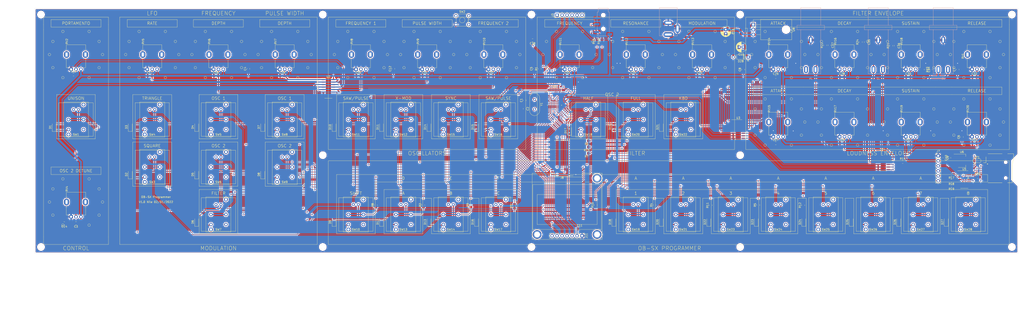
<source format=kicad_pcb>
(kicad_pcb (version 20171130) (host pcbnew "(5.1.7)-1")
  (layers (0 F.Cu signal) (31 B.Cu signal) (34 B.Paste user) (35 F.Paste user) (36 B.SilkS user) (37 F.SilkS user) (38 B.Mask user) (39 F.Mask user) (44 Edge.Cuts user))
  (net 0 "")
  (net 1 "Net-(C1-Pad2)")
  (net 2 GND)
  (net 3 "Net-(C2-Pad2)")
  (net 4 COM2)
  (net 5 "Net-(D1-Pad1)")
  (net 6 "Net-(D2-Pad1)")
  (net 7 "Net-(D3-Pad1)")
  (net 8 "Net-(D4-Pad1)")
  (net 9 "Net-(D5-Pad1)")
  (net 10 "Net-(D6-Pad1)")
  (net 11 "Net-(D7-Pad1)")
  (net 12 "Net-(D8-Pad1)")
  (net 13 COM1)
  (net 14 "Net-(D9-Pad1)")
  (net 15 "Net-(D10-Pad1)")
  (net 16 "Net-(D11-Pad1)")
  (net 17 "Net-(D12-Pad1)")
  (net 18 "Net-(D13-Pad1)")
  (net 19 "Net-(D14-Pad1)")
  (net 20 "Net-(D15-Pad1)")
  (net 21 "Net-(D16-Pad1)")
  (net 22 COM3)
  (net 23 "Net-(D17-Pad1)")
  (net 24 "Net-(D18-Pad1)")
  (net 25 "Net-(D19-Pad1)")
  (net 26 "Net-(D20-Pad1)")
  (net 27 "Net-(D21-Pad1)")
  (net 28 "Net-(D22-Pad1)")
  (net 29 "Net-(D23-Pad1)")
  (net 30 "Net-(D24-Pad1)")
  (net 31 "Net-(D25-Pad1)")
  (net 32 "Net-(D26-Pad1)")
  (net 33 "Net-(D27-Pad1)")
  (net 34 EXPRESSION_PEDAL_1)
  (net 35 +5V)
  (net 36 EXPRESSION_PEDAL_2)
  (net 37 SCL)
  (net 38 SDA)
  (net 39 D0)
  (net 40 D1)
  (net 41 RES)
  (net 42 ROW0)
  (net 43 ROW1)
  (net 44 ROW2)
  (net 45 ROW3)
  (net 46 ROW4)
  (net 47 ROW5)
  (net 48 ROW6)
  (net 49 ROW7)
  (net 50 ROW8)
  (net 51 ROW9)
  (net 52 ROW10)
  (net 53 ROW11)
  (net 54 ROW12)
  (net 55 ROW13)
  (net 56 ROW14)
  (net 57 ROW15)
  (net 58 COM7)
  (net 59 COM6)
  (net 60 COM5)
  (net 61 COM4)
  (net 62 COM0)
  (net 63 BUTTON1)
  (net 64 BUTTON3)
  (net 65 BUTTON5)
  (net 66 BUTTON7)
  (net 67 BUTTON9)
  (net 68 BUTTON11)
  (net 69 BUTTON0)
  (net 70 BUTTON2)
  (net 71 BUTTON4)
  (net 72 BUTTON6)
  (net 73 BUTTON8)
  (net 74 BUTTON10)
  (net 75 POT_FILTER_RELEASE)
  (net 76 POT_PORTAMENTO)
  (net 77 POT_OSC2_DETUNE)
  (net 78 POT_LFO_RATE)
  (net 79 POT_FREQ_DEPTH)
  (net 80 POT_PULSEWIDTH_DEPTH)
  (net 81 POT_OSC1_FREQ)
  (net 82 POT_PULSEWIDTH)
  (net 83 POT_OSC2_FREQ)
  (net 84 POT_FILTER_FREQ)
  (net 85 POT_FILTER_RESONANCE)
  (net 86 POT_FILTER_MODULATION)
  (net 87 POT_FILTER_ATTACK)
  (net 88 POT_LOUDNESS_ATTACK)
  (net 89 POT_FILTER_DECAY)
  (net 90 POT_LOUDNESS_DECAY)
  (net 91 POT_FILTER_SUSTAIN)
  (net 92 POT_LOUDNESS_SUSTAIN)
  (net 93 POT_LOUDNESS_RELEASE)
  (net 94 "Net-(SW2-Pad2)")
  (net 95 "Net-(SW2-Pad4)")
  (net 96 ADDRESS_A)
  (net 97 ANALOG_IN_1)
  (net 98 ANALOG_IN_3)
  (net 99 ANALOG_IN_2)
  (net 100 "Net-(U1-Pad13)")
  (net 101 "Net-(U1-Pad12)")
  (net 102 "Net-(U1-Pad11)")
  (net 103 ADDRESS_C)
  (net 104 ADDRESS_B)
  (net 105 POT_SPREAD)
  (net 106 CV2)
  (net 107 CV1)
  (net 108 "Net-(J5-Pad2)")
  (net 109 "Net-(J5-Pad1)")
  (net 110 CS)
  (net 111 SCK)
  (net 112 MOSI)
  (net 113 MISO)
  (net 114 +3V3)
  (net 115 "Net-(J9-Pad3)")
  (net 116 "Net-(J9-Pad2)")
  (net 117 "Net-(J9-Pad1)")
  (net 118 "Net-(J9-Pad5)")
  (net 119 "Net-(J9-Pad8)")
  (net 120 "Net-(J9-Pad7)")
  (net 121 "Net-(R17-Pad1)")
  (net 122 "Net-(R18-Pad1)")
  (net 123 "Net-(R19-Pad1)")
  (net 124 "Net-(R20-Pad1)")
  (net 125 "Net-(JP1-Pad2)")
  (net 126 OLED_CS)
  (net 127 "Net-(D28-Pad2)")
  (net 128 "Net-(C15-Pad1)")
  (net 129 RESET)
  (net 130 "Net-(C38-Pad1)")
  (net 131 "Net-(J3-Pad6)")
  (net 132 RXD)
  (net 133 TXD)
  (net 134 OLED_DC)
  (module Resistor_SMD:R_0805_2012Metric_Pad1.20x1.40mm_HandSolder (layer F.Cu) (at 520.43 336.55)
    (fp_text reference R14 (at 0 -1.65) (layer F.SilkS))
    (fp_text value R)
    (pad 2 smd roundrect (at 1 0) (size 1.2 1.4) (layers F.Cu F.Paste F.Mask) (roundrect_rratio 0.2083325) (net 2 GND))
    (pad 1 smd roundrect (at -1 0) (size 1.2 1.4) (layers F.Cu F.Paste F.Mask) (roundrect_rratio 0.2083325) (net 105 POT_SPREAD))
  )
  (module Custom_Footprints:1.3Inch_OLED_SPI (layer F.Cu) (at 349.885 374.015 180)
    (fp_text reference J11 (at -9.95 0 90) (layer F.SilkS))
    (fp_text value Conn_01x07_Female)
    (pad "" np_thru_hole circle (at 15.24 0.635 180) (size 4.5 4.5) (drill 3) (layers *.Cu *.Mask))
    (pad "" np_thru_hole circle (at -15.24 0.635 180) (size 4.5 4.5) (drill 3) (layers *.Cu *.Mask))
    (pad "" np_thru_hole circle (at -15.24 29.21 180) (size 4.5 4.5) (drill 3) (layers *.Cu *.Mask))
    (pad 7 thru_hole oval (at 7.62 0 270) (size 1.7 1.7) (drill 1) (layers *.Cu *.Mask) (net 126 OLED_CS))
    (pad 6 thru_hole oval (at 5.08 0 270) (size 1.7 1.7) (drill 1) (layers *.Cu *.Mask) (net 134 OLED_DC))
    (pad 5 thru_hole oval (at 2.54 0 270) (size 1.7 1.7) (drill 1) (layers *.Cu *.Mask) (net 41 RES))
    (pad 4 thru_hole oval (at 0 0 270) (size 1.7 1.7) (drill 1) (layers *.Cu *.Mask) (net 40 D1))
    (pad 3 thru_hole oval (at -2.54 0 270) (size 1.7 1.7) (drill 1) (layers *.Cu *.Mask) (net 39 D0))
    (pad 2 thru_hole oval (at -5.08 0 270) (size 1.7 1.7) (drill 1) (layers *.Cu *.Mask) (net 35 +5V))
    (pad 1 thru_hole rect (at -7.62 0 270) (size 1.7 1.7) (drill 1) (layers *.Cu *.Mask) (net 2 GND))
  )
  (module Connector_PinHeader_2.54mm:PinHeader_1x06_P2.54mm_Vertical (layer F.Cu) (at 344.805 261.9375 90)
    (fp_text reference J3 (at 0 -2.33 90) (layer F.SilkS))
    (fp_text value Conn_01x06_Female)
    (pad 6 thru_hole oval (at 0 12.7 90) (size 1.7 1.7) (drill 1) (layers *.Cu *.Mask) (net 131 "Net-(J3-Pad6)"))
    (pad 5 thru_hole oval (at 0 10.16 90) (size 1.7 1.7) (drill 1) (layers *.Cu *.Mask) (net 2 GND))
    (pad 4 thru_hole oval (at 0 7.62 90) (size 1.7 1.7) (drill 1) (layers *.Cu *.Mask) (net 35 +5V))
    (pad 3 thru_hole oval (at 0 5.08 90) (size 1.7 1.7) (drill 1) (layers *.Cu *.Mask) (net 132 RXD))
    (pad 2 thru_hole oval (at 0 2.54 90) (size 1.7 1.7) (drill 1) (layers *.Cu *.Mask) (net 133 TXD))
    (pad 1 thru_hole rect (at 0 0 90) (size 1.7 1.7) (drill 1) (layers *.Cu *.Mask) (net 130 "Net-(C38-Pad1)"))
  )
  (module Capacitor_SMD:C_0805_2012Metric_Pad1.18x1.45mm_HandSolder (layer F.Cu) (at 332.3375 274.6375 180)
    (fp_text reference C38 (at 0 -1.68) (layer F.SilkS))
    (fp_text value CAP)
    (pad 2 smd roundrect (at 1.0375 0 180) (size 1.175 1.45) (layers F.Cu F.Paste F.Mask) (roundrect_rratio 0.2127659574468085) (net 129 RESET))
    (pad 1 smd roundrect (at -1.0375 0 180) (size 1.175 1.45) (layers F.Cu F.Paste F.Mask) (roundrect_rratio 0.2127659574468085) (net 130 "Net-(C38-Pad1)"))
  )
  (module Capacitor_SMD:C_0805_2012Metric_Pad1.18x1.45mm_HandSolder (layer F.Cu) (at 483.235 277.1775 270)
    (fp_text reference C37 (at 0 -1.68 90) (layer F.SilkS))
    (fp_text value CAP)
    (pad 2 smd roundrect (at 1.0375 0 270) (size 1.175 1.45) (layers F.Cu F.Paste F.Mask) (roundrect_rratio 0.2127659574468085) (net 106 CV2))
    (pad 1 smd roundrect (at -1.0375 0 270) (size 1.175 1.45) (layers F.Cu F.Paste F.Mask) (roundrect_rratio 0.2127659574468085) (net 2 GND))
  )
  (module Capacitor_SMD:C_0805_2012Metric_Pad1.18x1.45mm_HandSolder (layer F.Cu) (at 516.89 277.41 270)
    (fp_text reference C36 (at 0 -1.68 90) (layer F.SilkS))
    (fp_text value CAP)
    (pad 2 smd roundrect (at 1.0375 0 270) (size 1.175 1.45) (layers F.Cu F.Paste F.Mask) (roundrect_rratio 0.2127659574468085) (net 107 CV1))
    (pad 1 smd roundrect (at -1.0375 0 270) (size 1.175 1.45) (layers F.Cu F.Paste F.Mask) (roundrect_rratio 0.2127659574468085) (net 2 GND))
  )
  (module Capacitor_SMD:C_0805_2012Metric_Pad1.18x1.45mm_HandSolder (layer F.Cu) (at 501.65 275.59 270)
    (fp_text reference C35 (at 0 -1.68 90) (layer F.SilkS))
    (fp_text value CAP)
    (pad 2 smd roundrect (at 1.0375 0 270) (size 1.175 1.45) (layers F.Cu F.Paste F.Mask) (roundrect_rratio 0.2127659574468085) (net 36 EXPRESSION_PEDAL_2))
    (pad 1 smd roundrect (at -1.0375 0 270) (size 1.175 1.45) (layers F.Cu F.Paste F.Mask) (roundrect_rratio 0.2127659574468085) (net 2 GND))
  )
  (module Capacitor_SMD:C_0805_2012Metric_Pad1.18x1.45mm_HandSolder (layer F.Cu) (at 532.13 289.56 270)
    (fp_text reference C34 (at 0 -1.68 90) (layer F.SilkS))
    (fp_text value CAP)
    (pad 2 smd roundrect (at 1.0375 0 270) (size 1.175 1.45) (layers F.Cu F.Paste F.Mask) (roundrect_rratio 0.2127659574468085) (net 34 EXPRESSION_PEDAL_1))
    (pad 1 smd roundrect (at -1.0375 0 270) (size 1.175 1.45) (layers F.Cu F.Paste F.Mask) (roundrect_rratio 0.2127659574468085) (net 2 GND))
  )
  (module Package_TO_SOT_THT:TO-220-3_Horizontal_TabDown (layer F.Cu) (at 444.5 266.7 270)
    (fp_text reference U8 (at 2.54 -20.58 90) (layer F.SilkS))
    (fp_text value L7805)
    (pad 3 thru_hole oval (at 5.08 0 270) (size 1.905 2) (drill 1.1) (layers *.Cu *.Mask) (net 35 +5V))
    (pad 2 thru_hole oval (at 2.54 0 270) (size 1.905 2) (drill 1.1) (layers *.Cu *.Mask) (net 2 GND))
    (pad 1 thru_hole rect (at 0 0 270) (size 1.905 2) (drill 1.1) (layers *.Cu *.Mask) (net 128 "Net-(C15-Pad1)"))
    (pad "" np_thru_hole oval (at 2.54 -16.66 270) (size 3.5 3.5) (drill 3.5) (layers *.Cu *.Mask))
  )
  (module Capacitor_SMD:C_0805_2012Metric_Pad1.18x1.45mm_HandSolder (layer F.Cu) (at 556.895 327.025)
    (fp_text reference C33 (at 0 -1.68) (layer F.SilkS))
    (fp_text value CAP)
    (pad 2 smd roundrect (at 1.0375 0) (size 1.175 1.45) (layers F.Cu F.Paste F.Mask) (roundrect_rratio 0.2127659574468085) (net 93 POT_LOUDNESS_RELEASE))
    (pad 1 smd roundrect (at -1.0375 0) (size 1.175 1.45) (layers F.Cu F.Paste F.Mask) (roundrect_rratio 0.2127659574468085) (net 2 GND))
  )
  (module Capacitor_SMD:C_0805_2012Metric_Pad1.18x1.45mm_HandSolder (layer F.Cu) (at 556.895 293.37)
    (fp_text reference C32 (at 0 -1.68) (layer F.SilkS))
    (fp_text value CAP)
    (pad 2 smd roundrect (at 1.0375 0) (size 1.175 1.45) (layers F.Cu F.Paste F.Mask) (roundrect_rratio 0.2127659574468085) (net 75 POT_FILTER_RELEASE))
    (pad 1 smd roundrect (at -1.0375 0) (size 1.175 1.45) (layers F.Cu F.Paste F.Mask) (roundrect_rratio 0.2127659574468085) (net 2 GND))
  )
  (module Capacitor_SMD:C_0805_2012Metric_Pad1.18x1.45mm_HandSolder (layer F.Cu) (at 523.24 327.025)
    (fp_text reference C31 (at 0 -1.68) (layer F.SilkS))
    (fp_text value CAP)
    (pad 2 smd roundrect (at 1.0375 0) (size 1.175 1.45) (layers F.Cu F.Paste F.Mask) (roundrect_rratio 0.2127659574468085) (net 92 POT_LOUDNESS_SUSTAIN))
    (pad 1 smd roundrect (at -1.0375 0) (size 1.175 1.45) (layers F.Cu F.Paste F.Mask) (roundrect_rratio 0.2127659574468085) (net 2 GND))
  )
  (module Capacitor_SMD:C_0805_2012Metric_Pad1.18x1.45mm_HandSolder (layer F.Cu) (at 523.24 293.37)
    (fp_text reference C30 (at 0 -1.68) (layer F.SilkS))
    (fp_text value CAP)
    (pad 2 smd roundrect (at 1.0375 0) (size 1.175 1.45) (layers F.Cu F.Paste F.Mask) (roundrect_rratio 0.2127659574468085) (net 91 POT_FILTER_SUSTAIN))
    (pad 1 smd roundrect (at -1.0375 0) (size 1.175 1.45) (layers F.Cu F.Paste F.Mask) (roundrect_rratio 0.2127659574468085) (net 2 GND))
  )
  (module Capacitor_SMD:C_0805_2012Metric_Pad1.18x1.45mm_HandSolder (layer F.Cu) (at 489.585 327.025)
    (fp_text reference C29 (at 0 -1.68) (layer F.SilkS))
    (fp_text value CAP)
    (pad 2 smd roundrect (at 1.0375 0) (size 1.175 1.45) (layers F.Cu F.Paste F.Mask) (roundrect_rratio 0.2127659574468085) (net 90 POT_LOUDNESS_DECAY))
    (pad 1 smd roundrect (at -1.0375 0) (size 1.175 1.45) (layers F.Cu F.Paste F.Mask) (roundrect_rratio 0.2127659574468085) (net 2 GND))
  )
  (module Capacitor_SMD:C_0805_2012Metric_Pad1.18x1.45mm_HandSolder (layer F.Cu) (at 489.585 293.37)
    (fp_text reference C28 (at 0 -1.68) (layer F.SilkS))
    (fp_text value CAP)
    (pad 2 smd roundrect (at 1.0375 0) (size 1.175 1.45) (layers F.Cu F.Paste F.Mask) (roundrect_rratio 0.2127659574468085) (net 89 POT_FILTER_DECAY))
    (pad 1 smd roundrect (at -1.0375 0) (size 1.175 1.45) (layers F.Cu F.Paste F.Mask) (roundrect_rratio 0.2127659574468085) (net 2 GND))
  )
  (module Capacitor_SMD:C_0805_2012Metric_Pad1.18x1.45mm_HandSolder (layer F.Cu) (at 455.93 327.025)
    (fp_text reference C27 (at 0 -1.68) (layer F.SilkS))
    (fp_text value CAP)
    (pad 2 smd roundrect (at 1.0375 0) (size 1.175 1.45) (layers F.Cu F.Paste F.Mask) (roundrect_rratio 0.2127659574468085) (net 88 POT_LOUDNESS_ATTACK))
    (pad 1 smd roundrect (at -1.0375 0) (size 1.175 1.45) (layers F.Cu F.Paste F.Mask) (roundrect_rratio 0.2127659574468085) (net 2 GND))
  )
  (module Capacitor_SMD:C_0805_2012Metric_Pad1.18x1.45mm_HandSolder (layer F.Cu) (at 455.93 293.37)
    (fp_text reference C26 (at 0 -1.68) (layer F.SilkS))
    (fp_text value CAP)
    (pad 2 smd roundrect (at 1.0375 0) (size 1.175 1.45) (layers F.Cu F.Paste F.Mask) (roundrect_rratio 0.2127659574468085) (net 87 POT_FILTER_ATTACK))
    (pad 1 smd roundrect (at -1.0375 0) (size 1.175 1.45) (layers F.Cu F.Paste F.Mask) (roundrect_rratio 0.2127659574468085) (net 2 GND))
  )
  (module Capacitor_SMD:C_0805_2012Metric_Pad1.18x1.45mm_HandSolder (layer F.Cu) (at 417.195 292.735)
    (fp_text reference C25 (at 0 -1.68) (layer F.SilkS))
    (fp_text value CAP)
    (pad 2 smd roundrect (at 1.0375 0) (size 1.175 1.45) (layers F.Cu F.Paste F.Mask) (roundrect_rratio 0.2127659574468085) (net 86 POT_FILTER_MODULATION))
    (pad 1 smd roundrect (at -1.0375 0) (size 1.175 1.45) (layers F.Cu F.Paste F.Mask) (roundrect_rratio 0.2127659574468085) (net 2 GND))
  )
  (module Capacitor_SMD:C_0805_2012Metric_Pad1.18x1.45mm_HandSolder (layer F.Cu) (at 383.54 292.735)
    (fp_text reference C24 (at 0 -1.68) (layer F.SilkS))
    (fp_text value CAP)
    (pad 2 smd roundrect (at 1.0375 0) (size 1.175 1.45) (layers F.Cu F.Paste F.Mask) (roundrect_rratio 0.2127659574468085) (net 85 POT_FILTER_RESONANCE))
    (pad 1 smd roundrect (at -1.0375 0) (size 1.175 1.45) (layers F.Cu F.Paste F.Mask) (roundrect_rratio 0.2127659574468085) (net 2 GND))
  )
  (module Capacitor_SMD:C_0805_2012Metric_Pad1.18x1.45mm_HandSolder (layer F.Cu) (at 349.885 292.735)
    (fp_text reference C23 (at 0 -1.68) (layer F.SilkS))
    (fp_text value CAP)
    (pad 2 smd roundrect (at 1.0375 0) (size 1.175 1.45) (layers F.Cu F.Paste F.Mask) (roundrect_rratio 0.2127659574468085) (net 84 POT_FILTER_FREQ))
    (pad 1 smd roundrect (at -1.0375 0) (size 1.175 1.45) (layers F.Cu F.Paste F.Mask) (roundrect_rratio 0.2127659574468085) (net 2 GND))
  )
  (module Capacitor_SMD:C_0805_2012Metric_Pad1.18x1.45mm_HandSolder (layer F.Cu) (at 311.15 292.735)
    (fp_text reference C22 (at 0 -1.68) (layer F.SilkS))
    (fp_text value CAP)
    (pad 2 smd roundrect (at 1.0375 0) (size 1.175 1.45) (layers F.Cu F.Paste F.Mask) (roundrect_rratio 0.2127659574468085) (net 83 POT_OSC2_FREQ))
    (pad 1 smd roundrect (at -1.0375 0) (size 1.175 1.45) (layers F.Cu F.Paste F.Mask) (roundrect_rratio 0.2127659574468085) (net 2 GND))
  )
  (module Capacitor_SMD:C_0805_2012Metric_Pad1.18x1.45mm_HandSolder (layer F.Cu) (at 277.495 292.735)
    (fp_text reference C21 (at 0 -1.68) (layer F.SilkS))
    (fp_text value CAP)
    (pad 2 smd roundrect (at 1.0375 0) (size 1.175 1.45) (layers F.Cu F.Paste F.Mask) (roundrect_rratio 0.2127659574468085) (net 82 POT_PULSEWIDTH))
    (pad 1 smd roundrect (at -1.0375 0) (size 1.175 1.45) (layers F.Cu F.Paste F.Mask) (roundrect_rratio 0.2127659574468085) (net 2 GND))
  )
  (module Capacitor_SMD:C_0805_2012Metric_Pad1.18x1.45mm_HandSolder (layer F.Cu) (at 243.84 292.735)
    (fp_text reference C20 (at 0 -1.68) (layer F.SilkS))
    (fp_text value CAP)
    (pad 2 smd roundrect (at 1.0375 0) (size 1.175 1.45) (layers F.Cu F.Paste F.Mask) (roundrect_rratio 0.2127659574468085) (net 81 POT_OSC1_FREQ))
    (pad 1 smd roundrect (at -1.0375 0) (size 1.175 1.45) (layers F.Cu F.Paste F.Mask) (roundrect_rratio 0.2127659574468085) (net 2 GND))
  )
  (module Capacitor_SMD:C_0805_2012Metric_Pad1.18x1.45mm_HandSolder (layer F.Cu) (at 205.105 292.735)
    (fp_text reference C19 (at 0 -1.68) (layer F.SilkS))
    (fp_text value CAP)
    (pad 2 smd roundrect (at 1.0375 0) (size 1.175 1.45) (layers F.Cu F.Paste F.Mask) (roundrect_rratio 0.2127659574468085) (net 80 POT_PULSEWIDTH_DEPTH))
    (pad 1 smd roundrect (at -1.0375 0) (size 1.175 1.45) (layers F.Cu F.Paste F.Mask) (roundrect_rratio 0.2127659574468085) (net 2 GND))
  )
  (module Capacitor_SMD:C_0805_2012Metric_Pad1.18x1.45mm_HandSolder (layer F.Cu) (at 171.45 292.735)
    (fp_text reference C18 (at 0 -1.68) (layer F.SilkS))
    (fp_text value CAP)
    (pad 2 smd roundrect (at 1.0375 0) (size 1.175 1.45) (layers F.Cu F.Paste F.Mask) (roundrect_rratio 0.2127659574468085) (net 79 POT_FREQ_DEPTH))
    (pad 1 smd roundrect (at -1.0375 0) (size 1.175 1.45) (layers F.Cu F.Paste F.Mask) (roundrect_rratio 0.2127659574468085) (net 2 GND))
  )
  (module Capacitor_SMD:C_0805_2012Metric_Pad1.18x1.45mm_HandSolder (layer F.Cu) (at 137.795 292.735)
    (fp_text reference C17 (at 0 -1.68) (layer F.SilkS))
    (fp_text value CAP)
    (pad 2 smd roundrect (at 1.0375 0) (size 1.175 1.45) (layers F.Cu F.Paste F.Mask) (roundrect_rratio 0.2127659574468085) (net 78 POT_LFO_RATE))
    (pad 1 smd roundrect (at -1.0375 0) (size 1.175 1.45) (layers F.Cu F.Paste F.Mask) (roundrect_rratio 0.2127659574468085) (net 2 GND))
  )
  (module Capacitor_SMD:C_0805_2012Metric_Pad1.18x1.45mm_HandSolder (layer F.Cu) (at 94.3825 367.665 180)
    (fp_text reference C14 (at 0 -1.68) (layer F.SilkS))
    (fp_text value CAP)
    (pad 2 smd roundrect (at 1.0375 0 180) (size 1.175 1.45) (layers F.Cu F.Paste F.Mask) (roundrect_rratio 0.2127659574468085) (net 77 POT_OSC2_DETUNE))
    (pad 1 smd roundrect (at -1.0375 0 180) (size 1.175 1.45) (layers F.Cu F.Paste F.Mask) (roundrect_rratio 0.2127659574468085) (net 2 GND))
  )
  (module Capacitor_SMD:C_0805_2012Metric_Pad1.18x1.45mm_HandSolder (layer F.Cu) (at 99.06 292.1)
    (fp_text reference C13 (at 0 -1.68) (layer F.SilkS))
    (fp_text value CAP)
    (pad 2 smd roundrect (at 1.0375 0) (size 1.175 1.45) (layers F.Cu F.Paste F.Mask) (roundrect_rratio 0.2127659574468085) (net 76 POT_PORTAMENTO))
    (pad 1 smd roundrect (at -1.0375 0) (size 1.175 1.45) (layers F.Cu F.Paste F.Mask) (roundrect_rratio 0.2127659574468085) (net 2 GND))
  )
  (module Resistor_SMD:R_0805_2012Metric_Pad1.20x1.40mm_HandSolder (layer F.Cu) (at 499.11 275.59 90)
    (fp_text reference R24 (at 0 -1.65 90) (layer F.SilkS))
    (fp_text value R)
    (pad 2 smd roundrect (at 1 0 90) (size 1.2 1.4) (layers F.Cu F.Paste F.Mask) (roundrect_rratio 0.2083325) (net 2 GND))
    (pad 1 smd roundrect (at -1 0 90) (size 1.2 1.4) (layers F.Cu F.Paste F.Mask) (roundrect_rratio 0.2083325) (net 36 EXPRESSION_PEDAL_2))
  )
  (module Resistor_SMD:R_0805_2012Metric_Pad1.20x1.40mm_HandSolder (layer F.Cu) (at 534.67 289.56 90)
    (fp_text reference R23 (at 0 -1.65 90) (layer F.SilkS))
    (fp_text value R)
    (pad 2 smd roundrect (at 1 0 90) (size 1.2 1.4) (layers F.Cu F.Paste F.Mask) (roundrect_rratio 0.2083325) (net 2 GND))
    (pad 1 smd roundrect (at -1 0 90) (size 1.2 1.4) (layers F.Cu F.Paste F.Mask) (roundrect_rratio 0.2083325) (net 34 EXPRESSION_PEDAL_1))
  )
  (module Resistor_SMD:R_0805_2012Metric_Pad1.20x1.40mm_HandSolder (layer F.Cu) (at 481.0125 277.225 90)
    (fp_text reference R22 (at 0 -1.65 90) (layer F.SilkS))
    (fp_text value R)
    (pad 2 smd roundrect (at 1 0 90) (size 1.2 1.4) (layers F.Cu F.Paste F.Mask) (roundrect_rratio 0.2083325) (net 2 GND))
    (pad 1 smd roundrect (at -1 0 90) (size 1.2 1.4) (layers F.Cu F.Paste F.Mask) (roundrect_rratio 0.2083325) (net 106 CV2))
  )
  (module Resistor_SMD:R_0805_2012Metric_Pad1.20x1.40mm_HandSolder (layer F.Cu) (at 514.6675 277.4475 90)
    (fp_text reference R21 (at 0 -1.65 90) (layer F.SilkS))
    (fp_text value R)
    (pad 2 smd roundrect (at 1 0 90) (size 1.2 1.4) (layers F.Cu F.Paste F.Mask) (roundrect_rratio 0.2083325) (net 2 GND))
    (pad 1 smd roundrect (at -1 0 90) (size 1.2 1.4) (layers F.Cu F.Paste F.Mask) (roundrect_rratio 0.2083325) (net 107 CV1))
  )
  (module Custom_Footprints:Audio_Jack_3_Pin (layer B.Cu) (at 508 295.91)
    (fp_text reference J2 (at 0 -1.778) (layer B.SilkS) (effects (justify mirror)))
    (fp_text value AudioJack3)
    (pad T thru_hole oval (at 2.413 -6.35) (size 2 3.7) (drill oval 0.762 2.5) (layers *.Cu *.Mask) (net 107 CV1))
    (pad R thru_hole oval (at -2.413 -6.35) (size 2 3.7) (drill oval 0.762 2.5) (layers *.Cu *.Mask) (net 36 EXPRESSION_PEDAL_2))
    (pad S thru_hole oval (at 0 -21.336) (size 2 3.7) (drill oval 0.762 2.5) (layers *.Cu *.Mask) (net 2 GND))
  )
  (module Custom_Footprints:Audio_Jack_3_Pin (layer B.Cu) (at 541.02 295.91)
    (fp_text reference J1 (at 0 -1.778) (layer B.SilkS) (effects (justify mirror)))
    (fp_text value AudioJack3)
    (pad T thru_hole oval (at 2.413 -6.35) (size 2 3.7) (drill oval 0.762 2.5) (layers *.Cu *.Mask) (net 34 EXPRESSION_PEDAL_1))
    (pad R thru_hole oval (at -2.413 -6.35) (size 2 3.7) (drill oval 0.762 2.5) (layers *.Cu *.Mask) (net 35 +5V))
    (pad S thru_hole oval (at 0 -21.336) (size 2 3.7) (drill oval 0.762 2.5) (layers *.Cu *.Mask) (net 2 GND))
  )
  (module Custom_Footprints:Audio_Jack_3_Pin (layer B.Cu) (at 473.71 295.91)
    (fp_text reference J4 (at 0 -1.778) (layer B.SilkS) (effects (justify mirror)))
    (fp_text value AudioJack2)
    (pad T thru_hole oval (at 2.413 -6.35) (size 2 3.7) (drill oval 0.762 2.5) (layers *.Cu *.Mask) (net 106 CV2))
    (pad R thru_hole oval (at -2.413 -6.35) (size 2 3.7) (drill oval 0.762 2.5) (layers *.Cu *.Mask))
    (pad S thru_hole oval (at 0 -21.336) (size 2 3.7) (drill oval 0.762 2.5) (layers *.Cu *.Mask) (net 2 GND))
  )
  (module Capacitor_THT:CP_Radial_D5.0mm_P2.00mm (layer F.Cu) (at 430.53 269.24 270)
    (fp_text reference C16 (at 1 -3.75 90) (layer F.SilkS))
    (fp_text value CP)
    (pad 2 thru_hole circle (at 2 0 270) (size 1.6 1.6) (drill 0.8) (layers *.Cu *.Mask) (net 2 GND))
    (pad 1 thru_hole rect (at 0 0 270) (size 1.6 1.6) (drill 0.8) (layers *.Cu *.Mask) (net 35 +5V))
  )
  (module Capacitor_THT:CP_Radial_D5.0mm_P2.00mm (layer F.Cu) (at 439.42 278.13 180)
    (fp_text reference C15 (at 1 -3.75) (layer F.SilkS))
    (fp_text value CP)
    (pad 2 thru_hole circle (at 2 0 180) (size 1.6 1.6) (drill 0.8) (layers *.Cu *.Mask) (net 2 GND))
    (pad 1 thru_hole rect (at 0 0 180) (size 1.6 1.6) (drill 0.8) (layers *.Cu *.Mask) (net 128 "Net-(C15-Pad1)"))
  )
  (module Package_TO_SOT_SMD:SOT-223-3_TabPin2 (layer F.Cu) (at 438.15 270.51 90)
    (fp_text reference U7 (at 0 -4.5 90) (layer F.SilkS))
    (fp_text value AMS1117-5.0)
    (pad 1 smd rect (at -3.15 -2.3 90) (size 2 1.5) (layers F.Cu F.Paste F.Mask) (net 2 GND))
    (pad 3 smd rect (at -3.15 2.3 90) (size 2 1.5) (layers F.Cu F.Paste F.Mask) (net 128 "Net-(C15-Pad1)"))
    (pad 2 smd rect (at -3.15 0 90) (size 2 1.5) (layers F.Cu F.Paste F.Mask) (net 35 +5V))
    (pad 2 smd rect (at 3.15 0 90) (size 2 3.8) (layers F.Cu F.Paste F.Mask) (net 35 +5V))
  )
  (module Custom_Footprints:CUI_PJ-002A (layer B.Cu) (at 401.32 271.78 90)
    (fp_text reference J10 (at 2.487052 6.770615 270) (layer B.SilkS) (effects (font (size 1.000827 1.000827) (thickness 0.015)) (justify mirror)))
    (fp_text value Barrel_Jack_Switch)
    (pad 3 thru_hole oval (at 3 4.7 90) (size 4.5 2.25) (drill oval 3 1) (layers *.Cu *.Mask) (net 2 GND))
    (pad 2 thru_hole oval (at 6 0 90) (size 2.25 4.5) (drill oval 1 3) (layers *.Cu *.Mask) (net 2 GND))
    (pad 1 thru_hole oval (at 0 0 90) (size 2.5 5) (drill oval 1 3.5) (layers *.Cu *.Mask) (net 127 "Net-(D28-Pad2)"))
  )
  (module Diode_THT:D_DO-35_SOD27_P7.62mm_Horizontal (layer F.Cu) (at 441.96 283.21 180)
    (fp_text reference D28 (at 3.81 -2.12) (layer F.SilkS))
    (fp_text value D)
    (fp_text user K (at 0 -1.8) (layer F.SilkS))
    (pad 2 thru_hole oval (at 7.62 0 180) (size 1.6 1.6) (drill 0.8) (layers *.Cu *.Mask) (net 127 "Net-(D28-Pad2)"))
    (pad 1 thru_hole rect (at 0 0 180) (size 1.6 1.6) (drill 0.8) (layers *.Cu *.Mask) (net 128 "Net-(C15-Pad1)"))
  )
  (module Capacitor_SMD:C_0805_2012Metric_Pad1.18x1.45mm_HandSolder (layer F.Cu) (at 261.62 289.1575 90)
    (fp_text reference C12 (at 0 -1.68 90) (layer F.SilkS))
    (fp_text value CAP)
    (pad 2 smd roundrect (at 1.0375 0 90) (size 1.175 1.45) (layers F.Cu F.Paste F.Mask) (roundrect_rratio 0.2127659574468085) (net 2 GND))
    (pad 1 smd roundrect (at -1.0375 0 90) (size 1.175 1.45) (layers F.Cu F.Paste F.Mask) (roundrect_rratio 0.2127659574468085) (net 35 +5V))
  )
  (module Capacitor_SMD:C_0805_2012Metric_Pad1.18x1.45mm_HandSolder (layer F.Cu) (at 356.235 370.5225)
    (fp_text reference C11 (at 0 -1.68) (layer F.SilkS))
    (fp_text value CAP)
    (pad 2 smd roundrect (at 1.0375 0) (size 1.175 1.45) (layers F.Cu F.Paste F.Mask) (roundrect_rratio 0.2127659574468085) (net 2 GND))
    (pad 1 smd roundrect (at -1.0375 0) (size 1.175 1.45) (layers F.Cu F.Paste F.Mask) (roundrect_rratio 0.2127659574468085) (net 35 +5V))
  )
  (module Crystal:Crystal_HC49-4H_Vertical (layer F.Cu) (at 333.375 304.8 270)
    (fp_text reference Y1 (at 2.44 -3.525 90) (layer F.SilkS))
    (fp_text value Crystal)
    (pad 2 thru_hole circle (at 4.88 0 270) (size 1.5 1.5) (drill 0.8) (layers *.Cu *.Mask) (net 3 "Net-(C2-Pad2)"))
    (pad 1 thru_hole circle (at 0 0 270) (size 1.5 1.5) (drill 0.8) (layers *.Cu *.Mask) (net 1 "Net-(C1-Pad2)"))
  )
  (module Custom_Footprints:Potentiometer_Alpha_RD901F-40-00D_Single_Vertical (layer F.Cu) (at 100.33 356.87 90)
    (fp_text reference RV4 (at 6.71 -4.64 270) (layer F.SilkS))
    (fp_text value R_POT)
    (pad "" thru_hole oval (at 0 -4.8 180) (size 2.72 3.46) (drill oval 1.1 2.1) (layers *.Cu *.Mask))
    (pad "" thru_hole oval (at 0 4.8 180) (size 2.72 3.46) (drill oval 1.1 2.1) (layers *.Cu *.Mask))
    (pad 3 thru_hole circle (at -7.5 2.5 180) (size 1.8 1.8) (drill 1) (layers *.Cu *.Mask) (net 35 +5V))
    (pad 2 thru_hole circle (at -7.5 0 180) (size 1.8 1.8) (drill 1) (layers *.Cu *.Mask) (net 77 POT_OSC2_DETUNE))
    (pad 1 thru_hole rect (at -7.5 -2.5 180) (size 1.8 1.8) (drill 1) (layers *.Cu *.Mask) (net 2 GND))
  )
  (module Custom_Footprints:Potentiometer_Alpha_RD901F-40-00D_Single_Vertical (layer F.Cu) (at 100.33 281.94 90)
    (fp_text reference RV2 (at 6.71 -4.64 270) (layer F.SilkS))
    (fp_text value R_POT)
    (pad "" thru_hole oval (at 0 -4.8 180) (size 2.72 3.46) (drill oval 1.1 2.1) (layers *.Cu *.Mask))
    (pad "" thru_hole oval (at 0 4.8 180) (size 2.72 3.46) (drill oval 1.1 2.1) (layers *.Cu *.Mask))
    (pad 3 thru_hole circle (at -7.5 2.5 180) (size 1.8 1.8) (drill 1) (layers *.Cu *.Mask) (net 35 +5V))
    (pad 2 thru_hole circle (at -7.5 0 180) (size 1.8 1.8) (drill 1) (layers *.Cu *.Mask) (net 76 POT_PORTAMENTO))
    (pad 1 thru_hole rect (at -7.5 -2.5 180) (size 1.8 1.8) (drill 1) (layers *.Cu *.Mask) (net 2 GND))
  )
  (module Custom_Footprints:Potentiometer_Alpha_RD901F-40-00D_Single_Vertical (layer F.Cu) (at 139.065 281.94 90)
    (fp_text reference RV5 (at 6.71 -4.64 270) (layer F.SilkS))
    (fp_text value R_POT)
    (pad "" thru_hole oval (at 0 -4.8 180) (size 2.72 3.46) (drill oval 1.1 2.1) (layers *.Cu *.Mask))
    (pad "" thru_hole oval (at 0 4.8 180) (size 2.72 3.46) (drill oval 1.1 2.1) (layers *.Cu *.Mask))
    (pad 3 thru_hole circle (at -7.5 2.5 180) (size 1.8 1.8) (drill 1) (layers *.Cu *.Mask) (net 35 +5V))
    (pad 2 thru_hole circle (at -7.5 0 180) (size 1.8 1.8) (drill 1) (layers *.Cu *.Mask) (net 78 POT_LFO_RATE))
    (pad 1 thru_hole rect (at -7.5 -2.5 180) (size 1.8 1.8) (drill 1) (layers *.Cu *.Mask) (net 2 GND))
  )
  (module Custom_Footprints:Potentiometer_Alpha_RD901F-40-00D_Single_Vertical (layer F.Cu) (at 172.72 281.94 90)
    (fp_text reference RV6 (at 6.71 -4.64 270) (layer F.SilkS))
    (fp_text value R_POT)
    (pad "" thru_hole oval (at 0 -4.8 180) (size 2.72 3.46) (drill oval 1.1 2.1) (layers *.Cu *.Mask))
    (pad "" thru_hole oval (at 0 4.8 180) (size 2.72 3.46) (drill oval 1.1 2.1) (layers *.Cu *.Mask))
    (pad 3 thru_hole circle (at -7.5 2.5 180) (size 1.8 1.8) (drill 1) (layers *.Cu *.Mask) (net 35 +5V))
    (pad 2 thru_hole circle (at -7.5 0 180) (size 1.8 1.8) (drill 1) (layers *.Cu *.Mask) (net 79 POT_FREQ_DEPTH))
    (pad 1 thru_hole rect (at -7.5 -2.5 180) (size 1.8 1.8) (drill 1) (layers *.Cu *.Mask) (net 2 GND))
  )
  (module Custom_Footprints:Potentiometer_Alpha_RD901F-40-00D_Single_Vertical (layer F.Cu) (at 206.375 281.94 90)
    (fp_text reference RV7 (at 6.71 -4.64 270) (layer F.SilkS))
    (fp_text value R_POT)
    (pad "" thru_hole oval (at 0 -4.8 180) (size 2.72 3.46) (drill oval 1.1 2.1) (layers *.Cu *.Mask))
    (pad "" thru_hole oval (at 0 4.8 180) (size 2.72 3.46) (drill oval 1.1 2.1) (layers *.Cu *.Mask))
    (pad 3 thru_hole circle (at -7.5 2.5 180) (size 1.8 1.8) (drill 1) (layers *.Cu *.Mask) (net 35 +5V))
    (pad 2 thru_hole circle (at -7.5 0 180) (size 1.8 1.8) (drill 1) (layers *.Cu *.Mask) (net 80 POT_PULSEWIDTH_DEPTH))
    (pad 1 thru_hole rect (at -7.5 -2.5 180) (size 1.8 1.8) (drill 1) (layers *.Cu *.Mask) (net 2 GND))
  )
  (module Custom_Footprints:Potentiometer_Alpha_RD901F-40-00D_Single_Vertical (layer F.Cu) (at 245.11 281.94 90)
    (fp_text reference RV8 (at 6.71 -4.64 270) (layer F.SilkS))
    (fp_text value R_POT)
    (pad "" thru_hole oval (at 0 -4.8 180) (size 2.72 3.46) (drill oval 1.1 2.1) (layers *.Cu *.Mask))
    (pad "" thru_hole oval (at 0 4.8 180) (size 2.72 3.46) (drill oval 1.1 2.1) (layers *.Cu *.Mask))
    (pad 3 thru_hole circle (at -7.5 2.5 180) (size 1.8 1.8) (drill 1) (layers *.Cu *.Mask) (net 35 +5V))
    (pad 2 thru_hole circle (at -7.5 0 180) (size 1.8 1.8) (drill 1) (layers *.Cu *.Mask) (net 81 POT_OSC1_FREQ))
    (pad 1 thru_hole rect (at -7.5 -2.5 180) (size 1.8 1.8) (drill 1) (layers *.Cu *.Mask) (net 2 GND))
  )
  (module Custom_Footprints:Potentiometer_Alpha_RD901F-40-00D_Single_Vertical (layer F.Cu) (at 278.765 281.94 90)
    (fp_text reference RV9 (at 6.71 -4.64 270) (layer F.SilkS))
    (fp_text value R_POT)
    (pad "" thru_hole oval (at 0 -4.8 180) (size 2.72 3.46) (drill oval 1.1 2.1) (layers *.Cu *.Mask))
    (pad "" thru_hole oval (at 0 4.8 180) (size 2.72 3.46) (drill oval 1.1 2.1) (layers *.Cu *.Mask))
    (pad 3 thru_hole circle (at -7.5 2.5 180) (size 1.8 1.8) (drill 1) (layers *.Cu *.Mask) (net 35 +5V))
    (pad 2 thru_hole circle (at -7.5 0 180) (size 1.8 1.8) (drill 1) (layers *.Cu *.Mask) (net 82 POT_PULSEWIDTH))
    (pad 1 thru_hole rect (at -7.5 -2.5 180) (size 1.8 1.8) (drill 1) (layers *.Cu *.Mask) (net 2 GND))
  )
  (module Custom_Footprints:Potentiometer_Alpha_RD901F-40-00D_Single_Vertical (layer F.Cu) (at 312.42 281.94 90)
    (fp_text reference RV10 (at 6.71 -4.64 270) (layer F.SilkS))
    (fp_text value R_POT)
    (pad "" thru_hole oval (at 0 -4.8 180) (size 2.72 3.46) (drill oval 1.1 2.1) (layers *.Cu *.Mask))
    (pad "" thru_hole oval (at 0 4.8 180) (size 2.72 3.46) (drill oval 1.1 2.1) (layers *.Cu *.Mask))
    (pad 3 thru_hole circle (at -7.5 2.5 180) (size 1.8 1.8) (drill 1) (layers *.Cu *.Mask) (net 35 +5V))
    (pad 2 thru_hole circle (at -7.5 0 180) (size 1.8 1.8) (drill 1) (layers *.Cu *.Mask) (net 83 POT_OSC2_FREQ))
    (pad 1 thru_hole rect (at -7.5 -2.5 180) (size 1.8 1.8) (drill 1) (layers *.Cu *.Mask) (net 2 GND))
  )
  (module Custom_Footprints:Potentiometer_Alpha_RD901F-40-00D_Single_Vertical (layer F.Cu) (at 351.155 281.94 90)
    (fp_text reference RV11 (at 6.71 -4.64 270) (layer F.SilkS))
    (fp_text value R_POT)
    (pad "" thru_hole oval (at 0 -4.8 180) (size 2.72 3.46) (drill oval 1.1 2.1) (layers *.Cu *.Mask))
    (pad "" thru_hole oval (at 0 4.8 180) (size 2.72 3.46) (drill oval 1.1 2.1) (layers *.Cu *.Mask))
    (pad 3 thru_hole circle (at -7.5 2.5 180) (size 1.8 1.8) (drill 1) (layers *.Cu *.Mask) (net 35 +5V))
    (pad 2 thru_hole circle (at -7.5 0 180) (size 1.8 1.8) (drill 1) (layers *.Cu *.Mask) (net 84 POT_FILTER_FREQ))
    (pad 1 thru_hole rect (at -7.5 -2.5 180) (size 1.8 1.8) (drill 1) (layers *.Cu *.Mask) (net 2 GND))
  )
  (module Custom_Footprints:Potentiometer_Alpha_RD901F-40-00D_Single_Vertical (layer F.Cu) (at 384.81 281.94 90)
    (fp_text reference RV12 (at 6.71 -4.64 270) (layer F.SilkS))
    (fp_text value R_POT)
    (pad "" thru_hole oval (at 0 -4.8 180) (size 2.72 3.46) (drill oval 1.1 2.1) (layers *.Cu *.Mask))
    (pad "" thru_hole oval (at 0 4.8 180) (size 2.72 3.46) (drill oval 1.1 2.1) (layers *.Cu *.Mask))
    (pad 3 thru_hole circle (at -7.5 2.5 180) (size 1.8 1.8) (drill 1) (layers *.Cu *.Mask) (net 35 +5V))
    (pad 2 thru_hole circle (at -7.5 0 180) (size 1.8 1.8) (drill 1) (layers *.Cu *.Mask) (net 85 POT_FILTER_RESONANCE))
    (pad 1 thru_hole rect (at -7.5 -2.5 180) (size 1.8 1.8) (drill 1) (layers *.Cu *.Mask) (net 2 GND))
  )
  (module Custom_Footprints:Potentiometer_Alpha_RD901F-40-00D_Single_Vertical (layer F.Cu) (at 418.465 281.94 90)
    (fp_text reference RV13 (at 6.71 -4.64 270) (layer F.SilkS))
    (fp_text value R_POT)
    (pad "" thru_hole oval (at 0 -4.8 180) (size 2.72 3.46) (drill oval 1.1 2.1) (layers *.Cu *.Mask))
    (pad "" thru_hole oval (at 0 4.8 180) (size 2.72 3.46) (drill oval 1.1 2.1) (layers *.Cu *.Mask))
    (pad 3 thru_hole circle (at -7.5 2.5 180) (size 1.8 1.8) (drill 1) (layers *.Cu *.Mask) (net 35 +5V))
    (pad 2 thru_hole circle (at -7.5 0 180) (size 1.8 1.8) (drill 1) (layers *.Cu *.Mask) (net 86 POT_FILTER_MODULATION))
    (pad 1 thru_hole rect (at -7.5 -2.5 180) (size 1.8 1.8) (drill 1) (layers *.Cu *.Mask) (net 2 GND))
  )
  (module Custom_Footprints:Potentiometer_Alpha_RD901F-40-00D_Single_Vertical (layer F.Cu) (at 457.2 316.23 90)
    (fp_text reference RV15 (at 6.71 -4.64 270) (layer F.SilkS))
    (fp_text value R_POT)
    (pad "" thru_hole oval (at 0 -4.8 180) (size 2.72 3.46) (drill oval 1.1 2.1) (layers *.Cu *.Mask))
    (pad "" thru_hole oval (at 0 4.8 180) (size 2.72 3.46) (drill oval 1.1 2.1) (layers *.Cu *.Mask))
    (pad 3 thru_hole circle (at -7.5 2.5 180) (size 1.8 1.8) (drill 1) (layers *.Cu *.Mask) (net 35 +5V))
    (pad 2 thru_hole circle (at -7.5 0 180) (size 1.8 1.8) (drill 1) (layers *.Cu *.Mask) (net 88 POT_LOUDNESS_ATTACK))
    (pad 1 thru_hole rect (at -7.5 -2.5 180) (size 1.8 1.8) (drill 1) (layers *.Cu *.Mask) (net 2 GND))
  )
  (module Custom_Footprints:Potentiometer_Alpha_RD901F-40-00D_Single_Vertical (layer F.Cu) (at 490.855 316.23 90)
    (fp_text reference RV17 (at 6.71 -4.64 270) (layer F.SilkS))
    (fp_text value R_POT)
    (pad "" thru_hole oval (at 0 -4.8 180) (size 2.72 3.46) (drill oval 1.1 2.1) (layers *.Cu *.Mask))
    (pad "" thru_hole oval (at 0 4.8 180) (size 2.72 3.46) (drill oval 1.1 2.1) (layers *.Cu *.Mask))
    (pad 3 thru_hole circle (at -7.5 2.5 180) (size 1.8 1.8) (drill 1) (layers *.Cu *.Mask) (net 35 +5V))
    (pad 2 thru_hole circle (at -7.5 0 180) (size 1.8 1.8) (drill 1) (layers *.Cu *.Mask) (net 90 POT_LOUDNESS_DECAY))
    (pad 1 thru_hole rect (at -7.5 -2.5 180) (size 1.8 1.8) (drill 1) (layers *.Cu *.Mask) (net 2 GND))
  )
  (module Custom_Footprints:Potentiometer_Alpha_RD901F-40-00D_Single_Vertical (layer F.Cu) (at 524.51 316.23 90)
    (fp_text reference RV19 (at 6.71 -4.64 270) (layer F.SilkS))
    (fp_text value R_POT)
    (pad "" thru_hole oval (at 0 -4.8 180) (size 2.72 3.46) (drill oval 1.1 2.1) (layers *.Cu *.Mask))
    (pad "" thru_hole oval (at 0 4.8 180) (size 2.72 3.46) (drill oval 1.1 2.1) (layers *.Cu *.Mask))
    (pad 3 thru_hole circle (at -7.5 2.5 180) (size 1.8 1.8) (drill 1) (layers *.Cu *.Mask) (net 35 +5V))
    (pad 2 thru_hole circle (at -7.5 0 180) (size 1.8 1.8) (drill 1) (layers *.Cu *.Mask) (net 92 POT_LOUDNESS_SUSTAIN))
    (pad 1 thru_hole rect (at -7.5 -2.5 180) (size 1.8 1.8) (drill 1) (layers *.Cu *.Mask) (net 2 GND))
  )
  (module Custom_Footprints:Potentiometer_Alpha_RD901F-40-00D_Single_Vertical (layer F.Cu) (at 558.165 316.23 90)
    (fp_text reference RV20 (at 6.71 -4.64 270) (layer F.SilkS))
    (fp_text value R_POT)
    (pad "" thru_hole oval (at 0 -4.8 180) (size 2.72 3.46) (drill oval 1.1 2.1) (layers *.Cu *.Mask))
    (pad "" thru_hole oval (at 0 4.8 180) (size 2.72 3.46) (drill oval 1.1 2.1) (layers *.Cu *.Mask))
    (pad 3 thru_hole circle (at -7.5 2.5 180) (size 1.8 1.8) (drill 1) (layers *.Cu *.Mask) (net 35 +5V))
    (pad 2 thru_hole circle (at -7.5 0 180) (size 1.8 1.8) (drill 1) (layers *.Cu *.Mask) (net 93 POT_LOUDNESS_RELEASE))
    (pad 1 thru_hole rect (at -7.5 -2.5 180) (size 1.8 1.8) (drill 1) (layers *.Cu *.Mask) (net 2 GND))
  )
  (module Custom_Footprints:Potentiometer_Alpha_RD901F-40-00D_Single_Vertical (layer F.Cu) (at 457.2 281.94 90)
    (fp_text reference RV14 (at 6.71 -4.64 270) (layer F.SilkS))
    (fp_text value R_POT)
    (pad "" thru_hole oval (at 0 -4.8 180) (size 2.72 3.46) (drill oval 1.1 2.1) (layers *.Cu *.Mask))
    (pad "" thru_hole oval (at 0 4.8 180) (size 2.72 3.46) (drill oval 1.1 2.1) (layers *.Cu *.Mask))
    (pad 3 thru_hole circle (at -7.5 2.5 180) (size 1.8 1.8) (drill 1) (layers *.Cu *.Mask) (net 35 +5V))
    (pad 2 thru_hole circle (at -7.5 0 180) (size 1.8 1.8) (drill 1) (layers *.Cu *.Mask) (net 87 POT_FILTER_ATTACK))
    (pad 1 thru_hole rect (at -7.5 -2.5 180) (size 1.8 1.8) (drill 1) (layers *.Cu *.Mask) (net 2 GND))
  )
  (module Custom_Footprints:Potentiometer_Alpha_RD901F-40-00D_Single_Vertical (layer F.Cu) (at 490.855 281.94 90)
    (fp_text reference RV16 (at 6.71 -4.64 270) (layer F.SilkS))
    (fp_text value R_POT)
    (pad "" thru_hole oval (at 0 -4.8 180) (size 2.72 3.46) (drill oval 1.1 2.1) (layers *.Cu *.Mask))
    (pad "" thru_hole oval (at 0 4.8 180) (size 2.72 3.46) (drill oval 1.1 2.1) (layers *.Cu *.Mask))
    (pad 3 thru_hole circle (at -7.5 2.5 180) (size 1.8 1.8) (drill 1) (layers *.Cu *.Mask) (net 35 +5V))
    (pad 2 thru_hole circle (at -7.5 0 180) (size 1.8 1.8) (drill 1) (layers *.Cu *.Mask) (net 89 POT_FILTER_DECAY))
    (pad 1 thru_hole rect (at -7.5 -2.5 180) (size 1.8 1.8) (drill 1) (layers *.Cu *.Mask) (net 2 GND))
  )
  (module Custom_Footprints:Potentiometer_Alpha_RD901F-40-00D_Single_Vertical (layer F.Cu) (at 524.51 281.94 90)
    (fp_text reference RV18 (at 6.71 -4.64 270) (layer F.SilkS))
    (fp_text value R_POT)
    (pad "" thru_hole oval (at 0 -4.8 180) (size 2.72 3.46) (drill oval 1.1 2.1) (layers *.Cu *.Mask))
    (pad "" thru_hole oval (at 0 4.8 180) (size 2.72 3.46) (drill oval 1.1 2.1) (layers *.Cu *.Mask))
    (pad 3 thru_hole circle (at -7.5 2.5 180) (size 1.8 1.8) (drill 1) (layers *.Cu *.Mask) (net 35 +5V))
    (pad 2 thru_hole circle (at -7.5 0 180) (size 1.8 1.8) (drill 1) (layers *.Cu *.Mask) (net 91 POT_FILTER_SUSTAIN))
    (pad 1 thru_hole rect (at -7.5 -2.5 180) (size 1.8 1.8) (drill 1) (layers *.Cu *.Mask) (net 2 GND))
  )
  (module Custom_Footprints:Potentiometer_Alpha_RD901F-40-00D_Single_Vertical (layer F.Cu) (at 558.165 281.94 90)
    (fp_text reference RV1 (at -0.79 -7.14 270) (layer F.SilkS))
    (fp_text value R_POT)
    (pad "" thru_hole oval (at 0 -4.8 180) (size 2.72 3.46) (drill oval 1.1 2.1) (layers *.Cu *.Mask))
    (pad "" thru_hole oval (at 0 4.8 180) (size 2.72 3.46) (drill oval 1.1 2.1) (layers *.Cu *.Mask))
    (pad 3 thru_hole circle (at -7.5 2.5 180) (size 1.8 1.8) (drill 1) (layers *.Cu *.Mask) (net 35 +5V))
    (pad 2 thru_hole circle (at -7.5 0 180) (size 1.8 1.8) (drill 1) (layers *.Cu *.Mask) (net 75 POT_FILTER_RELEASE))
    (pad 1 thru_hole rect (at -7.5 -2.5 180) (size 1.8 1.8) (drill 1) (layers *.Cu *.Mask) (net 2 GND))
  )
  (module Package_TO_SOT_SMD:SOT-223-3_TabPin2 (layer F.Cu) (at 550.545 335.915)
    (fp_text reference U6 (at 0 -4.5) (layer F.SilkS))
    (fp_text value AMS1117-3.3)
    (pad 1 smd rect (at -3.15 -2.3) (size 2 1.5) (layers F.Cu F.Paste F.Mask) (net 2 GND))
    (pad 3 smd rect (at -3.15 2.3) (size 2 1.5) (layers F.Cu F.Paste F.Mask) (net 35 +5V))
    (pad 2 smd rect (at -3.15 0) (size 2 1.5) (layers F.Cu F.Paste F.Mask) (net 114 +3V3))
    (pad 2 smd rect (at 3.15 0) (size 2 3.8) (layers F.Cu F.Paste F.Mask) (net 114 +3V3))
  )
  (module Package_SO:SO-14_3.9x8.65mm_P1.27mm (layer F.Cu) (at 551.75 345.44)
    (fp_text reference U5 (at 0 -5.28) (layer F.SilkS))
    (fp_text value 74126)
    (pad 14 smd roundrect (at 2.475 -3.81) (size 1.95 0.6) (layers F.Cu F.Paste F.Mask) (net 114 +3V3))
    (pad 13 smd roundrect (at 2.475 -2.54) (size 1.95 0.6) (layers F.Cu F.Paste F.Mask) (net 125 "Net-(JP1-Pad2)"))
    (pad 12 smd roundrect (at 2.475 -1.27) (size 1.95 0.6) (layers F.Cu F.Paste F.Mask) (net 124 "Net-(R20-Pad1)"))
    (pad 11 smd roundrect (at 2.475 0) (size 1.95 0.6) (layers F.Cu F.Paste F.Mask) (net 113 MISO))
    (pad 10 smd roundrect (at 2.475 1.27) (size 1.95 0.6) (layers F.Cu F.Paste F.Mask) (net 125 "Net-(JP1-Pad2)"))
    (pad 9 smd roundrect (at 2.475 2.54) (size 1.95 0.6) (layers F.Cu F.Paste F.Mask) (net 123 "Net-(R19-Pad1)"))
    (pad 8 smd roundrect (at 2.475 3.81) (size 1.95 0.6) (layers F.Cu F.Paste F.Mask) (net 116 "Net-(J9-Pad2)"))
    (pad 7 smd roundrect (at -2.475 3.81) (size 1.95 0.6) (layers F.Cu F.Paste F.Mask) (net 2 GND))
    (pad 6 smd roundrect (at -2.475 2.54) (size 1.95 0.6) (layers F.Cu F.Paste F.Mask) (net 118 "Net-(J9-Pad5)"))
    (pad 5 smd roundrect (at -2.475 1.27) (size 1.95 0.6) (layers F.Cu F.Paste F.Mask) (net 122 "Net-(R18-Pad1)"))
    (pad 4 smd roundrect (at -2.475 0) (size 1.95 0.6) (layers F.Cu F.Paste F.Mask) (net 125 "Net-(JP1-Pad2)"))
    (pad 3 smd roundrect (at -2.475 -1.27) (size 1.95 0.6) (layers F.Cu F.Paste F.Mask) (net 115 "Net-(J9-Pad3)"))
    (pad 2 smd roundrect (at -2.475 -2.54) (size 1.95 0.6) (layers F.Cu F.Paste F.Mask) (net 121 "Net-(R17-Pad1)"))
    (pad 1 smd roundrect (at -2.475 -3.81) (size 1.95 0.6) (layers F.Cu F.Paste F.Mask) (net 125 "Net-(JP1-Pad2)"))
  )
  (module Resistor_SMD:R_0805_2012Metric_Pad1.20x1.40mm_HandSolder (layer F.Cu) (at 558.435 344.17)
    (fp_text reference R20 (at 0 -1.65) (layer F.SilkS))
    (fp_text value R)
    (pad 2 smd roundrect (at 1 0) (size 1.2 1.4) (layers F.Cu F.Paste F.Mask) (roundrect_rratio 0.2083325) (net 120 "Net-(J9-Pad7)"))
    (pad 1 smd roundrect (at -1 0) (size 1.2 1.4) (layers F.Cu F.Paste F.Mask) (roundrect_rratio 0.2083325) (net 124 "Net-(R20-Pad1)"))
  )
  (module Resistor_SMD:R_0805_2012Metric_Pad1.20x1.40mm_HandSolder (layer F.Cu) (at 545.195 348.615 180)
    (fp_text reference R19 (at 0 -1.65) (layer F.SilkS))
    (fp_text value R)
    (pad 2 smd roundrect (at 1 0 180) (size 1.2 1.4) (layers F.Cu F.Paste F.Mask) (roundrect_rratio 0.2083325) (net 110 CS))
    (pad 1 smd roundrect (at -1 0 180) (size 1.2 1.4) (layers F.Cu F.Paste F.Mask) (roundrect_rratio 0.2083325) (net 123 "Net-(R19-Pad1)"))
  )
  (module Resistor_SMD:R_0805_2012Metric_Pad1.20x1.40mm_HandSolder (layer F.Cu) (at 545.195 346.075 180)
    (fp_text reference R18 (at 0 -1.65) (layer F.SilkS))
    (fp_text value R)
    (pad 2 smd roundrect (at 1 0 180) (size 1.2 1.4) (layers F.Cu F.Paste F.Mask) (roundrect_rratio 0.2083325) (net 111 SCK))
    (pad 1 smd roundrect (at -1 0 180) (size 1.2 1.4) (layers F.Cu F.Paste F.Mask) (roundrect_rratio 0.2083325) (net 122 "Net-(R18-Pad1)"))
  )
  (module Resistor_SMD:R_0805_2012Metric_Pad1.20x1.40mm_HandSolder (layer F.Cu) (at 545.195 342.9 180)
    (fp_text reference R17 (at 0 -1.65) (layer F.SilkS))
    (fp_text value R)
    (pad 2 smd roundrect (at 1 0 180) (size 1.2 1.4) (layers F.Cu F.Paste F.Mask) (roundrect_rratio 0.2083325) (net 112 MOSI))
    (pad 1 smd roundrect (at -1 0 180) (size 1.2 1.4) (layers F.Cu F.Paste F.Mask) (roundrect_rratio 0.2083325) (net 121 "Net-(R17-Pad1)"))
  )
  (module Jumper:SolderJumper-3_P1.3mm_Open_RoundedPad1.0x1.5mm (layer F.Cu) (at 558.165 335.915)
    (fp_text reference JP1 (at 0 -1.8) (layer F.SilkS))
    (fp_text value SolderJumper_3_Open)
    (pad 2 smd rect (at 0 0) (size 1 1.5) (layers F.Cu F.Mask) (net 125 "Net-(JP1-Pad2)"))
    (pad 3 smd custom (at 1.3 0) (size 1 0.5) (layers F.Cu F.Mask) (net 2 GND) (options (clearance outline) (anchor rect)) (primitives (gr_circle (center 0 0.25) (end 0.5 0.25) (width 0)) (gr_circle (center 0 -0.25) (end 0.5 -0.25) (width 0)) (gr_poly (pts (xy -0.55 -0.75) (xy 0 -0.75) (xy 0 0.75) (xy -0.55 0.75)) (width 0))))
    (pad 1 smd custom (at -1.3 0) (size 1 0.5) (layers F.Cu F.Mask) (net 114 +3V3) (options (clearance outline) (anchor rect)) (primitives (gr_circle (center 0 0.25) (end 0.5 0.25) (width 0)) (gr_circle (center 0 -0.25) (end 0.5 -0.25) (width 0)) (gr_poly (pts (xy 0.55 -0.75) (xy 0 -0.75) (xy 0 0.75) (xy 0.55 0.75)) (width 0))))
  )
  (module Custom_Footprints:Conn_uSDcard (layer F.Cu) (at 572.77 339.725 90)
    (fp_text reference J9)
    (fp_text value Micro_SD_Card)
    (pad 3 smd rect (at 0 -10.5 90) (size 0.7 1.6) (layers F.Cu F.Paste F.Mask) (net 115 "Net-(J9-Pad3)"))
    (pad "" np_thru_hole circle (at -4.93 0 90) (size 1 1) (drill 1) (layers *.Cu))
    (pad "" np_thru_hole circle (at 3.05 0 90) (size 1 1) (drill 1) (layers *.Cu))
    (pad 2 smd rect (at 1.1 -10.5 90) (size 0.7 1.6) (layers F.Cu F.Paste F.Mask) (net 116 "Net-(J9-Pad2)"))
    (pad 1 smd rect (at 2.2 -10.5 90) (size 0.7 1.6) (layers F.Cu F.Paste F.Mask) (net 117 "Net-(J9-Pad1)"))
    (pad 4 smd rect (at -1.1 -10.5 90) (size 0.7 1.6) (layers F.Cu F.Paste F.Mask) (net 114 +3V3))
    (pad 5 smd rect (at -2.2 -10.5 90) (size 0.7 1.6) (layers F.Cu F.Paste F.Mask) (net 118 "Net-(J9-Pad5)"))
    (pad 6 smd rect (at -3.3 -10.5 90) (size 0.7 1.6) (layers F.Cu F.Paste F.Mask) (net 2 GND))
    (pad 8 smd rect (at -5.5 -10.5 90) (size 0.7 1.6) (layers F.Cu F.Paste F.Mask) (net 119 "Net-(J9-Pad8)"))
    (pad 7 smd rect (at -4.4 -10.5 90) (size 0.7 1.6) (layers F.Cu F.Paste F.Mask) (net 120 "Net-(J9-Pad7)"))
    (pad 9 smd rect (at -6.6 -10.5 90) (size 0.7 1.6) (layers F.Cu F.Paste F.Mask) (net 2 GND))
    (pad 6 smd rect (at -7.75 -10 90) (size 1.2 1.4) (layers F.Cu F.Paste F.Mask) (net 2 GND))
    (pad 6 smd rect (at 6.85 -10 90) (size 1.6 1.4) (layers F.Cu F.Paste F.Mask) (net 2 GND))
    (pad 6 smd rect (at -7.75 -0.4 90) (size 1.2 2.2) (layers F.Cu F.Paste F.Mask) (net 2 GND))
    (pad 6 smd rect (at 7.75 -0.4 90) (size 1.2 2.2) (layers F.Cu F.Paste F.Mask) (net 2 GND))
  )
  (module Capacitor_SMD:C_0805_2012Metric_Pad1.18x1.45mm_HandSolder (layer F.Cu) (at 544.195 334.4125 90)
    (fp_text reference C10 (at 0 -1.68 90) (layer F.SilkS))
    (fp_text value CAP)
    (pad 2 smd roundrect (at 1.0375 0 90) (size 1.175 1.45) (layers F.Cu F.Paste F.Mask) (roundrect_rratio 0.2127659574468085) (net 2 GND))
    (pad 1 smd roundrect (at -1.0375 0 90) (size 1.175 1.45) (layers F.Cu F.Paste F.Mask) (roundrect_rratio 0.2127659574468085) (net 114 +3V3))
  )
  (module Capacitor_SMD:C_0805_2012Metric_Pad1.18x1.45mm_HandSolder (layer F.Cu) (at 541.655 334.4125 270)
    (fp_text reference C9 (at 0 -1.68 90) (layer F.SilkS))
    (fp_text value CAP)
    (pad 2 smd roundrect (at 1.0375 0 270) (size 1.175 1.45) (layers F.Cu F.Paste F.Mask) (roundrect_rratio 0.2127659574468085) (net 35 +5V))
    (pad 1 smd roundrect (at -1.0375 0 270) (size 1.175 1.45) (layers F.Cu F.Paste F.Mask) (roundrect_rratio 0.2127659574468085) (net 2 GND))
  )
  (module Custom_Footprints:PJ320D_3.5mm_Jack (layer B.Cu) (at 368.3 266.7 270)
    (fp_text reference J5 (at 0.075 6.35 270) (layer B.SilkS) (effects (justify mirror)))
    (fp_text value Conn_01x04_Male)
    (pad "" np_thru_hole circle (at 2.225 0 270) (size 1.5 1.5) (drill 1.5) (layers *.Cu *.Mask))
    (pad "" np_thru_hole circle (at -4.775 0 270) (size 1.5 1.5) (drill 1.5) (layers *.Cu *.Mask))
    (pad 3 smd rect (at -3.175 3.25 270) (size 1.2 2.5) (layers B.Cu B.Paste B.Mask) (net 2 GND))
    (pad 2 smd rect (at -0.175 3.25 270) (size 1.2 2.5) (layers B.Cu B.Paste B.Mask) (net 108 "Net-(J5-Pad2)"))
    (pad 1 smd rect (at 3.825 3.25 270) (size 1.2 2.5) (layers B.Cu B.Paste B.Mask) (net 109 "Net-(J5-Pad1)"))
    (pad 4 smd rect (at 4.925 -3.25 270) (size 1.2 2.5) (layers B.Cu B.Paste B.Mask) (net 35 +5V))
  )
  (module Resistor_SMD:R_0805_2012Metric_Pad1.20x1.40mm_HandSolder (layer F.Cu) (at 365.125 275.225 90)
    (fp_text reference R16 (at 0 -1.65 90) (layer F.SilkS))
    (fp_text value R)
    (pad 2 smd roundrect (at 1 0 90) (size 1.2 1.4) (layers F.Cu F.Paste F.Mask) (roundrect_rratio 0.2083325) (net 109 "Net-(J5-Pad1)"))
    (pad 1 smd roundrect (at -1 0 90) (size 1.2 1.4) (layers F.Cu F.Paste F.Mask) (roundrect_rratio 0.2083325) (net 37 SCL))
  )
  (module Resistor_SMD:R_0805_2012Metric_Pad1.20x1.40mm_HandSolder (layer F.Cu) (at 367.665 275.225 90)
    (fp_text reference R15 (at 0 -1.65 90) (layer F.SilkS))
    (fp_text value R)
    (pad 2 smd roundrect (at 1 0 90) (size 1.2 1.4) (layers F.Cu F.Paste F.Mask) (roundrect_rratio 0.2083325) (net 108 "Net-(J5-Pad2)"))
    (pad 1 smd roundrect (at -1 0 90) (size 1.2 1.4) (layers F.Cu F.Paste F.Mask) (roundrect_rratio 0.2083325) (net 38 SDA))
  )
  (module Custom_Footprints:Synth_Button (layer F.Cu) (at 408.94 314.96)
    (fp_text reference SW22 (at 0 7.62) (layer F.SilkS))
    (fp_text value SW_Push_LED)
    (pad "" np_thru_hole circle (at 3.81 -7.62) (size 1.962 1.962) (drill 1.1) (layers *.Cu *.Mask))
    (pad "" np_thru_hole circle (at -3.81 7.62) (size 1.962 1.962) (drill 1.1) (layers *.Cu *.Mask))
    (pad 4 thru_hole circle (at -1.27 -5.08) (size 1.524 1.524) (drill 0.762) (layers *.Cu *.Mask) (net 44 ROW2))
    (pad 3 thru_hole circle (at 1.27 -5.08) (size 1.524 1.524) (drill 0.762) (layers *.Cu *.Mask) (net 22 COM3))
    (pad "" thru_hole circle (at 3.81 5.08) (size 1.762 1.762) (drill 1) (layers *.Cu *.Mask))
    (pad 2 thru_hole circle (at -3.81 5.08) (size 1.762 1.762) (drill 1) (layers *.Cu *.Mask) (net 27 "Net-(D21-Pad1)"))
    (pad 1 thru_hole circle (at -3.81 0) (size 1.762 1.762) (drill 1) (layers *.Cu *.Mask) (net 70 BUTTON2))
    (pad 1 thru_hole circle (at 3.81 0) (size 1.762 1.762) (drill 1) (layers *.Cu *.Mask) (net 70 BUTTON2))
  )
  (module Custom_Footprints:Synth_Button (layer F.Cu) (at 384.81 363.22)
    (fp_text reference SW19 (at 0 7.62) (layer F.SilkS))
    (fp_text value SW_Push_LED)
    (pad "" np_thru_hole circle (at 3.81 -7.62) (size 1.962 1.962) (drill 1.1) (layers *.Cu *.Mask))
    (pad "" np_thru_hole circle (at -3.81 7.62) (size 1.962 1.962) (drill 1.1) (layers *.Cu *.Mask))
    (pad 4 thru_hole circle (at -1.27 -5.08) (size 1.524 1.524) (drill 0.762) (layers *.Cu *.Mask) (net 46 ROW4))
    (pad 3 thru_hole circle (at 1.27 -5.08) (size 1.524 1.524) (drill 0.762) (layers *.Cu *.Mask) (net 13 COM1))
    (pad "" thru_hole circle (at 3.81 5.08) (size 1.762 1.762) (drill 1) (layers *.Cu *.Mask))
    (pad 2 thru_hole circle (at -3.81 5.08) (size 1.762 1.762) (drill 1) (layers *.Cu *.Mask) (net 24 "Net-(D18-Pad1)"))
    (pad 1 thru_hole circle (at -3.81 0) (size 1.762 1.762) (drill 1) (layers *.Cu *.Mask) (net 71 BUTTON4))
    (pad 1 thru_hole circle (at 3.81 0) (size 1.762 1.762) (drill 1) (layers *.Cu *.Mask) (net 71 BUTTON4))
  )
  (module Custom_Footprints:Synth_Button (layer F.Cu) (at 457.2 363.22)
    (fp_text reference SW24 (at 0 7.62) (layer F.SilkS))
    (fp_text value SW_Push_LED)
    (pad "" np_thru_hole circle (at 3.81 -7.62) (size 1.962 1.962) (drill 1.1) (layers *.Cu *.Mask))
    (pad "" np_thru_hole circle (at -3.81 7.62) (size 1.962 1.962) (drill 1.1) (layers *.Cu *.Mask))
    (pad 4 thru_hole circle (at -1.27 -5.08) (size 1.524 1.524) (drill 0.762) (layers *.Cu *.Mask) (net 49 ROW7))
    (pad 3 thru_hole circle (at 1.27 -5.08) (size 1.524 1.524) (drill 0.762) (layers *.Cu *.Mask) (net 13 COM1))
    (pad "" thru_hole circle (at 3.81 5.08) (size 1.762 1.762) (drill 1) (layers *.Cu *.Mask))
    (pad 2 thru_hole circle (at -3.81 5.08) (size 1.762 1.762) (drill 1) (layers *.Cu *.Mask) (net 29 "Net-(D23-Pad1)"))
    (pad 1 thru_hole circle (at -3.81 0) (size 1.762 1.762) (drill 1) (layers *.Cu *.Mask) (net 66 BUTTON7))
    (pad 1 thru_hole circle (at 3.81 0) (size 1.762 1.762) (drill 1) (layers *.Cu *.Mask) (net 66 BUTTON7))
  )
  (module Custom_Footprints:Synth_Button (layer F.Cu) (at 433.07 363.22)
    (fp_text reference SW23 (at 0 7.62) (layer F.SilkS))
    (fp_text value SW_Push_LED)
    (pad "" np_thru_hole circle (at 3.81 -7.62) (size 1.962 1.962) (drill 1.1) (layers *.Cu *.Mask))
    (pad "" np_thru_hole circle (at -3.81 7.62) (size 1.962 1.962) (drill 1.1) (layers *.Cu *.Mask))
    (pad 4 thru_hole circle (at -1.27 -5.08) (size 1.524 1.524) (drill 0.762) (layers *.Cu *.Mask) (net 48 ROW6))
    (pad 3 thru_hole circle (at 1.27 -5.08) (size 1.524 1.524) (drill 0.762) (layers *.Cu *.Mask) (net 13 COM1))
    (pad "" thru_hole circle (at 3.81 5.08) (size 1.762 1.762) (drill 1) (layers *.Cu *.Mask))
    (pad 2 thru_hole circle (at -3.81 5.08) (size 1.762 1.762) (drill 1) (layers *.Cu *.Mask) (net 28 "Net-(D22-Pad1)"))
    (pad 1 thru_hole circle (at -3.81 0) (size 1.762 1.762) (drill 1) (layers *.Cu *.Mask) (net 72 BUTTON6))
    (pad 1 thru_hole circle (at 3.81 0) (size 1.762 1.762) (drill 1) (layers *.Cu *.Mask) (net 72 BUTTON6))
  )
  (module Capacitor_SMD:C_0805_2012Metric_Pad1.18x1.45mm_HandSolder (layer F.Cu) (at 439.42 289.56 90)
    (fp_text reference C8 (at 0 -1.68 90) (layer F.SilkS))
    (fp_text value CAP)
    (pad 2 smd roundrect (at 1.0375 0 90) (size 1.175 1.45) (layers F.Cu F.Paste F.Mask) (roundrect_rratio 0.2127659574468085) (net 2 GND))
    (pad 1 smd roundrect (at -1.0375 0 90) (size 1.175 1.45) (layers F.Cu F.Paste F.Mask) (roundrect_rratio 0.2127659574468085) (net 35 +5V))
  )
  (module Capacitor_SMD:C_0805_2012Metric_Pad1.18x1.45mm_HandSolder (layer F.Cu) (at 548.3225 289.56 90)
    (fp_text reference C7 (at 0 -1.68 90) (layer F.SilkS))
    (fp_text value CAP)
    (pad 2 smd roundrect (at 1.0375 0 90) (size 1.175 1.45) (layers F.Cu F.Paste F.Mask) (roundrect_rratio 0.2127659574468085) (net 2 GND))
    (pad 1 smd roundrect (at -1.0375 0 90) (size 1.175 1.45) (layers F.Cu F.Paste F.Mask) (roundrect_rratio 0.2127659574468085) (net 35 +5V))
  )
  (module Capacitor_SMD:C_0805_2012Metric_Pad1.18x1.45mm_HandSolder (layer F.Cu) (at 550.545 323.85 90)
    (fp_text reference C6 (at 0 -1.68 90) (layer F.SilkS))
    (fp_text value CAP)
    (pad 2 smd roundrect (at 1.0375 0 90) (size 1.175 1.45) (layers F.Cu F.Paste F.Mask) (roundrect_rratio 0.2127659574468085) (net 2 GND))
    (pad 1 smd roundrect (at -1.0375 0 90) (size 1.175 1.45) (layers F.Cu F.Paste F.Mask) (roundrect_rratio 0.2127659574468085) (net 35 +5V))
  )
  (module Capacitor_SMD:C_0805_2012Metric_Pad1.18x1.45mm_HandSolder (layer F.Cu) (at 333.375 289.1575 90)
    (fp_text reference C5 (at 0 -1.68 90) (layer F.SilkS))
    (fp_text value CAP)
    (pad 2 smd roundrect (at 1.0375 0 90) (size 1.175 1.45) (layers F.Cu F.Paste F.Mask) (roundrect_rratio 0.2127659574468085) (net 2 GND))
    (pad 1 smd roundrect (at -1.0375 0 90) (size 1.175 1.45) (layers F.Cu F.Paste F.Mask) (roundrect_rratio 0.2127659574468085) (net 35 +5V))
  )
  (module Capacitor_SMD:C_0805_2012Metric_Pad1.18x1.45mm_HandSolder (layer F.Cu) (at 187.96 289.1575 90)
    (fp_text reference C4 (at 0 -1.68 90) (layer F.SilkS))
    (fp_text value CAP)
    (pad 2 smd roundrect (at 1.0375 0 90) (size 1.175 1.45) (layers F.Cu F.Paste F.Mask) (roundrect_rratio 0.2127659574468085) (net 2 GND))
    (pad 1 smd roundrect (at -1.0375 0 90) (size 1.175 1.45) (layers F.Cu F.Paste F.Mask) (roundrect_rratio 0.2127659574468085) (net 35 +5V))
  )
  (module Capacitor_SMD:C_0805_2012Metric_Pad1.18x1.45mm_HandSolder (layer F.Cu) (at 100.33 367.665 180)
    (fp_text reference C3 (at 0 -1.68) (layer F.SilkS))
    (fp_text value CAP)
    (pad 2 smd roundrect (at 1.0375 0 180) (size 1.175 1.45) (layers F.Cu F.Paste F.Mask) (roundrect_rratio 0.2127659574468085) (net 2 GND))
    (pad 1 smd roundrect (at -1.0375 0 180) (size 1.175 1.45) (layers F.Cu F.Paste F.Mask) (roundrect_rratio 0.2127659574468085) (net 35 +5V))
  )
  (module Custom_Footprints:Synth_Button (layer F.Cu) (at 384.81 314.96)
    (fp_text reference SW20 (at 0 7.62) (layer F.SilkS))
    (fp_text value SW_Push_LED)
    (pad "" np_thru_hole circle (at 3.81 -7.62) (size 1.962 1.962) (drill 1.1) (layers *.Cu *.Mask))
    (pad "" np_thru_hole circle (at -3.81 7.62) (size 1.962 1.962) (drill 1.1) (layers *.Cu *.Mask))
    (pad 4 thru_hole circle (at -1.27 -5.08) (size 1.524 1.524) (drill 0.762) (layers *.Cu *.Mask) (net 43 ROW1))
    (pad 3 thru_hole circle (at 1.27 -5.08) (size 1.524 1.524) (drill 0.762) (layers *.Cu *.Mask) (net 22 COM3))
    (pad "" thru_hole circle (at 3.81 5.08) (size 1.762 1.762) (drill 1) (layers *.Cu *.Mask))
    (pad 2 thru_hole circle (at -3.81 5.08) (size 1.762 1.762) (drill 1) (layers *.Cu *.Mask) (net 25 "Net-(D19-Pad1)"))
    (pad 1 thru_hole circle (at -3.81 0) (size 1.762 1.762) (drill 1) (layers *.Cu *.Mask) (net 63 BUTTON1))
    (pad 1 thru_hole circle (at 3.81 0) (size 1.762 1.762) (drill 1) (layers *.Cu *.Mask) (net 63 BUTTON1))
  )
  (module Resistor_SMD:R_0805_2012Metric_Pad1.20x1.40mm_HandSolder (layer F.Cu) (at 335.915 289.195 90)
    (fp_text reference R1 (at 0 -1.65 90) (layer F.SilkS))
    (fp_text value R)
    (pad 2 smd roundrect (at 1 0 90) (size 1.2 1.4) (layers F.Cu F.Paste F.Mask) (roundrect_rratio 0.2083325) (net 129 RESET))
    (pad 1 smd roundrect (at -1 0 90) (size 1.2 1.4) (layers F.Cu F.Paste F.Mask) (roundrect_rratio 0.2083325) (net 35 +5V))
  )
  (module Package_SO:SO-16_3.9x9.9mm_P1.27mm (layer F.Cu) (at 510.54 335.915)
    (fp_text reference U4 (at 0 -5.9) (layer F.SilkS))
    (fp_text value 4051)
    (pad 16 smd roundrect (at 2.575 -4.445) (size 1.75 0.6) (layers F.Cu F.Paste F.Mask) (net 35 +5V))
    (pad 15 smd roundrect (at 2.575 -3.175) (size 1.75 0.6) (layers F.Cu F.Paste F.Mask) (net 93 POT_LOUDNESS_RELEASE))
    (pad 14 smd roundrect (at 2.575 -1.905) (size 1.75 0.6) (layers F.Cu F.Paste F.Mask) (net 92 POT_LOUDNESS_SUSTAIN))
    (pad 13 smd roundrect (at 2.575 -0.635) (size 1.75 0.6) (layers F.Cu F.Paste F.Mask) (net 90 POT_LOUDNESS_DECAY))
    (pad 12 smd roundrect (at 2.575 0.635) (size 1.75 0.6) (layers F.Cu F.Paste F.Mask) (net 105 POT_SPREAD))
    (pad 11 smd roundrect (at 2.575 1.905) (size 1.75 0.6) (layers F.Cu F.Paste F.Mask) (net 96 ADDRESS_A))
    (pad 10 smd roundrect (at 2.575 3.175) (size 1.75 0.6) (layers F.Cu F.Paste F.Mask) (net 104 ADDRESS_B))
    (pad 9 smd roundrect (at 2.575 4.445) (size 1.75 0.6) (layers F.Cu F.Paste F.Mask) (net 103 ADDRESS_C))
    (pad 8 smd roundrect (at -2.575 4.445) (size 1.75 0.6) (layers F.Cu F.Paste F.Mask) (net 2 GND))
    (pad 7 smd roundrect (at -2.575 3.175) (size 1.75 0.6) (layers F.Cu F.Paste F.Mask) (net 2 GND))
    (pad 6 smd roundrect (at -2.575 1.905) (size 1.75 0.6) (layers F.Cu F.Paste F.Mask) (net 2 GND))
    (pad 5 smd roundrect (at -2.575 0.635) (size 1.75 0.6) (layers F.Cu F.Paste F.Mask) (net 36 EXPRESSION_PEDAL_2))
    (pad 4 smd roundrect (at -2.575 -0.635) (size 1.75 0.6) (layers F.Cu F.Paste F.Mask) (net 106 CV2))
    (pad 3 smd roundrect (at -2.575 -1.905) (size 1.75 0.6) (layers F.Cu F.Paste F.Mask) (net 98 ANALOG_IN_3))
    (pad 2 smd roundrect (at -2.575 -3.175) (size 1.75 0.6) (layers F.Cu F.Paste F.Mask) (net 107 CV1))
    (pad 1 smd roundrect (at -2.575 -4.445) (size 1.75 0.6) (layers F.Cu F.Paste F.Mask) (net 34 EXPRESSION_PEDAL_1))
  )
  (module Custom_Footprints:Synth_Button (layer F.Cu) (at 139.065 314.96)
    (fp_text reference SW4 (at 0 7.62) (layer F.SilkS))
    (fp_text value SW_Push_LED)
    (pad "" np_thru_hole circle (at 3.81 -7.62) (size 1.962 1.962) (drill 1.1) (layers *.Cu *.Mask))
    (pad "" np_thru_hole circle (at -3.81 7.62) (size 1.962 1.962) (drill 1.1) (layers *.Cu *.Mask))
    (pad 4 thru_hole circle (at -1.27 -5.08) (size 1.524 1.524) (drill 0.762) (layers *.Cu *.Mask) (net 43 ROW1))
    (pad 3 thru_hole circle (at 1.27 -5.08) (size 1.524 1.524) (drill 0.762) (layers *.Cu *.Mask) (net 4 COM2))
    (pad "" thru_hole circle (at 3.81 5.08) (size 1.762 1.762) (drill 1) (layers *.Cu *.Mask))
    (pad 2 thru_hole circle (at -3.81 5.08) (size 1.762 1.762) (drill 1) (layers *.Cu *.Mask) (net 7 "Net-(D3-Pad1)"))
    (pad 1 thru_hole circle (at -3.81 0) (size 1.762 1.762) (drill 1) (layers *.Cu *.Mask) (net 63 BUTTON1))
    (pad 1 thru_hole circle (at 3.81 0) (size 1.762 1.762) (drill 1) (layers *.Cu *.Mask) (net 63 BUTTON1))
  )
  (module Package_SO:SO-16_3.9x9.9mm_P1.27mm (layer F.Cu) (at 436.88 320.04)
    (fp_text reference U3 (at 0 -5.9) (layer F.SilkS))
    (fp_text value 4051)
    (pad 16 smd roundrect (at 2.575 -4.445) (size 1.75 0.6) (layers F.Cu F.Paste F.Mask) (net 35 +5V))
    (pad 15 smd roundrect (at 2.575 -3.175) (size 1.75 0.6) (layers F.Cu F.Paste F.Mask) (net 86 POT_FILTER_MODULATION))
    (pad 14 smd roundrect (at 2.575 -1.905) (size 1.75 0.6) (layers F.Cu F.Paste F.Mask) (net 85 POT_FILTER_RESONANCE))
    (pad 13 smd roundrect (at 2.575 -0.635) (size 1.75 0.6) (layers F.Cu F.Paste F.Mask) (net 84 POT_FILTER_FREQ))
    (pad 12 smd roundrect (at 2.575 0.635) (size 1.75 0.6) (layers F.Cu F.Paste F.Mask) (net 87 POT_FILTER_ATTACK))
    (pad 11 smd roundrect (at 2.575 1.905) (size 1.75 0.6) (layers F.Cu F.Paste F.Mask) (net 96 ADDRESS_A))
    (pad 10 smd roundrect (at 2.575 3.175) (size 1.75 0.6) (layers F.Cu F.Paste F.Mask) (net 104 ADDRESS_B))
    (pad 9 smd roundrect (at 2.575 4.445) (size 1.75 0.6) (layers F.Cu F.Paste F.Mask) (net 103 ADDRESS_C))
    (pad 8 smd roundrect (at -2.575 4.445) (size 1.75 0.6) (layers F.Cu F.Paste F.Mask) (net 2 GND))
    (pad 7 smd roundrect (at -2.575 3.175) (size 1.75 0.6) (layers F.Cu F.Paste F.Mask) (net 2 GND))
    (pad 6 smd roundrect (at -2.575 1.905) (size 1.75 0.6) (layers F.Cu F.Paste F.Mask) (net 2 GND))
    (pad 5 smd roundrect (at -2.575 0.635) (size 1.75 0.6) (layers F.Cu F.Paste F.Mask) (net 91 POT_FILTER_SUSTAIN))
    (pad 4 smd roundrect (at -2.575 -0.635) (size 1.75 0.6) (layers F.Cu F.Paste F.Mask) (net 88 POT_LOUDNESS_ATTACK))
    (pad 3 smd roundrect (at -2.575 -1.905) (size 1.75 0.6) (layers F.Cu F.Paste F.Mask) (net 99 ANALOG_IN_2))
    (pad 2 smd roundrect (at -2.575 -3.175) (size 1.75 0.6) (layers F.Cu F.Paste F.Mask) (net 75 POT_FILTER_RELEASE))
    (pad 1 smd roundrect (at -2.575 -4.445) (size 1.75 0.6) (layers F.Cu F.Paste F.Mask) (net 89 POT_FILTER_DECAY))
  )
  (module Package_SO:SO-16_3.9x9.9mm_P1.27mm (layer F.Cu) (at 228.6 299.085)
    (fp_text reference U2 (at 0 -5.9) (layer F.SilkS))
    (fp_text value 4051)
    (pad 16 smd roundrect (at 2.575 -4.445) (size 1.75 0.6) (layers F.Cu F.Paste F.Mask) (net 35 +5V))
    (pad 15 smd roundrect (at 2.575 -3.175) (size 1.75 0.6) (layers F.Cu F.Paste F.Mask) (net 78 POT_LFO_RATE))
    (pad 14 smd roundrect (at 2.575 -1.905) (size 1.75 0.6) (layers F.Cu F.Paste F.Mask) (net 77 POT_OSC2_DETUNE))
    (pad 13 smd roundrect (at 2.575 -0.635) (size 1.75 0.6) (layers F.Cu F.Paste F.Mask) (net 76 POT_PORTAMENTO))
    (pad 12 smd roundrect (at 2.575 0.635) (size 1.75 0.6) (layers F.Cu F.Paste F.Mask) (net 79 POT_FREQ_DEPTH))
    (pad 11 smd roundrect (at 2.575 1.905) (size 1.75 0.6) (layers F.Cu F.Paste F.Mask) (net 96 ADDRESS_A))
    (pad 10 smd roundrect (at 2.575 3.175) (size 1.75 0.6) (layers F.Cu F.Paste F.Mask) (net 104 ADDRESS_B))
    (pad 9 smd roundrect (at 2.575 4.445) (size 1.75 0.6) (layers F.Cu F.Paste F.Mask) (net 103 ADDRESS_C))
    (pad 8 smd roundrect (at -2.575 4.445) (size 1.75 0.6) (layers F.Cu F.Paste F.Mask) (net 2 GND))
    (pad 7 smd roundrect (at -2.575 3.175) (size 1.75 0.6) (layers F.Cu F.Paste F.Mask) (net 2 GND))
    (pad 6 smd roundrect (at -2.575 1.905) (size 1.75 0.6) (layers F.Cu F.Paste F.Mask) (net 2 GND))
    (pad 5 smd roundrect (at -2.575 0.635) (size 1.75 0.6) (layers F.Cu F.Paste F.Mask) (net 81 POT_OSC1_FREQ))
    (pad 4 smd roundrect (at -2.575 -0.635) (size 1.75 0.6) (layers F.Cu F.Paste F.Mask) (net 83 POT_OSC2_FREQ))
    (pad 3 smd roundrect (at -2.575 -1.905) (size 1.75 0.6) (layers F.Cu F.Paste F.Mask) (net 97 ANALOG_IN_1))
    (pad 2 smd roundrect (at -2.575 -3.175) (size 1.75 0.6) (layers F.Cu F.Paste F.Mask) (net 82 POT_PULSEWIDTH))
    (pad 1 smd roundrect (at -2.575 -4.445) (size 1.75 0.6) (layers F.Cu F.Paste F.Mask) (net 80 POT_PULSEWIDTH_DEPTH))
  )
  (module Package_QFP:TQFP-32_7x7mm_P0.8mm (layer F.Cu) (at 343.535 304.165)
    (fp_text reference U1 (at 0 -6.05) (layer F.SilkS))
    (fp_text value ATmega328-AU)
    (pad 32 smd rect (at -2.8 -4.25 90) (size 1.6 0.55) (layers F.Cu F.Paste F.Mask) (net 96 ADDRESS_A))
    (pad 31 smd rect (at -2 -4.25 90) (size 1.6 0.55) (layers F.Cu F.Paste F.Mask) (net 133 TXD))
    (pad 30 smd rect (at -1.2 -4.25 90) (size 1.6 0.55) (layers F.Cu F.Paste F.Mask) (net 132 RXD))
    (pad 29 smd rect (at -0.4 -4.25 90) (size 1.6 0.55) (layers F.Cu F.Paste F.Mask) (net 129 RESET))
    (pad 28 smd rect (at 0.4 -4.25 90) (size 1.6 0.55) (layers F.Cu F.Paste F.Mask) (net 37 SCL))
    (pad 27 smd rect (at 1.2 -4.25 90) (size 1.6 0.55) (layers F.Cu F.Paste F.Mask) (net 38 SDA))
    (pad 26 smd rect (at 2 -4.25 90) (size 1.6 0.55) (layers F.Cu F.Paste F.Mask) (net 97 ANALOG_IN_1))
    (pad 25 smd rect (at 2.8 -4.25 90) (size 1.6 0.55) (layers F.Cu F.Paste F.Mask) (net 41 RES))
    (pad 24 smd rect (at 4.25 -2.8) (size 1.6 0.55) (layers F.Cu F.Paste F.Mask) (net 40 D1))
    (pad 23 smd rect (at 4.25 -2) (size 1.6 0.55) (layers F.Cu F.Paste F.Mask) (net 39 D0))
    (pad 22 smd rect (at 4.25 -1.2) (size 1.6 0.55) (layers F.Cu F.Paste F.Mask) (net 98 ANALOG_IN_3))
    (pad 21 smd rect (at 4.25 -0.4) (size 1.6 0.55) (layers F.Cu F.Paste F.Mask) (net 2 GND))
    (pad 20 smd rect (at 4.25 0.4) (size 1.6 0.55) (layers F.Cu F.Paste F.Mask) (net 35 +5V))
    (pad 19 smd rect (at 4.25 1.2) (size 1.6 0.55) (layers F.Cu F.Paste F.Mask) (net 99 ANALOG_IN_2))
    (pad 18 smd rect (at 4.25 2) (size 1.6 0.55) (layers F.Cu F.Paste F.Mask) (net 35 +5V))
    (pad 17 smd rect (at 4.25 2.8) (size 1.6 0.55) (layers F.Cu F.Paste F.Mask) (net 111 SCK))
    (pad 16 smd rect (at 2.8 4.25 90) (size 1.6 0.55) (layers F.Cu F.Paste F.Mask) (net 113 MISO))
    (pad 15 smd rect (at 2 4.25 90) (size 1.6 0.55) (layers F.Cu F.Paste F.Mask) (net 112 MOSI))
    (pad 14 smd rect (at 1.2 4.25 90) (size 1.6 0.55) (layers F.Cu F.Paste F.Mask) (net 110 CS))
    (pad 13 smd rect (at 0.4 4.25 90) (size 1.6 0.55) (layers F.Cu F.Paste F.Mask) (net 100 "Net-(U1-Pad13)"))
    (pad 12 smd rect (at -0.4 4.25 90) (size 1.6 0.55) (layers F.Cu F.Paste F.Mask) (net 101 "Net-(U1-Pad12)"))
    (pad 11 smd rect (at -1.2 4.25 90) (size 1.6 0.55) (layers F.Cu F.Paste F.Mask) (net 102 "Net-(U1-Pad11)"))
    (pad 10 smd rect (at -2 4.25 90) (size 1.6 0.55) (layers F.Cu F.Paste F.Mask) (net 126 OLED_CS))
    (pad 9 smd rect (at -2.8 4.25 90) (size 1.6 0.55) (layers F.Cu F.Paste F.Mask) (net 134 OLED_DC))
    (pad 8 smd rect (at -4.25 2.8) (size 1.6 0.55) (layers F.Cu F.Paste F.Mask) (net 3 "Net-(C2-Pad2)"))
    (pad 7 smd rect (at -4.25 2) (size 1.6 0.55) (layers F.Cu F.Paste F.Mask) (net 1 "Net-(C1-Pad2)"))
    (pad 6 smd rect (at -4.25 1.2) (size 1.6 0.55) (layers F.Cu F.Paste F.Mask) (net 35 +5V))
    (pad 5 smd rect (at -4.25 0.4) (size 1.6 0.55) (layers F.Cu F.Paste F.Mask) (net 2 GND))
    (pad 4 smd rect (at -4.25 -0.4) (size 1.6 0.55) (layers F.Cu F.Paste F.Mask) (net 35 +5V))
    (pad 3 smd rect (at -4.25 -1.2) (size 1.6 0.55) (layers F.Cu F.Paste F.Mask) (net 2 GND))
    (pad 2 smd rect (at -4.25 -2) (size 1.6 0.55) (layers F.Cu F.Paste F.Mask) (net 103 ADDRESS_C))
    (pad 1 smd rect (at -4.25 -2.8) (size 1.6 0.55) (layers F.Cu F.Paste F.Mask) (net 104 ADDRESS_B))
  )
  (module Custom_Footprints:Synth_Button (layer F.Cu) (at 553.72 363.22)
    (fp_text reference SW28 (at 0 7.62) (layer F.SilkS))
    (fp_text value SW_Push_LED)
    (pad "" np_thru_hole circle (at 3.81 -7.62) (size 1.962 1.962) (drill 1.1) (layers *.Cu *.Mask))
    (pad "" np_thru_hole circle (at -3.81 7.62) (size 1.962 1.962) (drill 1.1) (layers *.Cu *.Mask))
    (pad 4 thru_hole circle (at -1.27 -5.08) (size 1.524 1.524) (drill 0.762) (layers *.Cu *.Mask) (net 53 ROW11))
    (pad 3 thru_hole circle (at 1.27 -5.08) (size 1.524 1.524) (drill 0.762) (layers *.Cu *.Mask) (net 13 COM1))
    (pad "" thru_hole circle (at 3.81 5.08) (size 1.762 1.762) (drill 1) (layers *.Cu *.Mask))
    (pad 2 thru_hole circle (at -3.81 5.08) (size 1.762 1.762) (drill 1) (layers *.Cu *.Mask) (net 33 "Net-(D27-Pad1)"))
    (pad 1 thru_hole circle (at -3.81 0) (size 1.762 1.762) (drill 1) (layers *.Cu *.Mask) (net 68 BUTTON11))
    (pad 1 thru_hole circle (at 3.81 0) (size 1.762 1.762) (drill 1) (layers *.Cu *.Mask) (net 68 BUTTON11))
  )
  (module Custom_Footprints:Synth_Button (layer F.Cu) (at 529.59 363.22)
    (fp_text reference SW27 (at 0 7.62) (layer F.SilkS))
    (fp_text value SW_Push_LED)
    (pad "" np_thru_hole circle (at 3.81 -7.62) (size 1.962 1.962) (drill 1.1) (layers *.Cu *.Mask))
    (pad "" np_thru_hole circle (at -3.81 7.62) (size 1.962 1.962) (drill 1.1) (layers *.Cu *.Mask))
    (pad 4 thru_hole circle (at -1.27 -5.08) (size 1.524 1.524) (drill 0.762) (layers *.Cu *.Mask) (net 52 ROW10))
    (pad 3 thru_hole circle (at 1.27 -5.08) (size 1.524 1.524) (drill 0.762) (layers *.Cu *.Mask) (net 13 COM1))
    (pad "" thru_hole circle (at 3.81 5.08) (size 1.762 1.762) (drill 1) (layers *.Cu *.Mask))
    (pad 2 thru_hole circle (at -3.81 5.08) (size 1.762 1.762) (drill 1) (layers *.Cu *.Mask) (net 32 "Net-(D26-Pad1)"))
    (pad 1 thru_hole circle (at -3.81 0) (size 1.762 1.762) (drill 1) (layers *.Cu *.Mask) (net 74 BUTTON10))
    (pad 1 thru_hole circle (at 3.81 0) (size 1.762 1.762) (drill 1) (layers *.Cu *.Mask) (net 74 BUTTON10))
  )
  (module Custom_Footprints:Synth_Button (layer F.Cu) (at 505.46 363.22)
    (fp_text reference SW26 (at 0 7.62) (layer F.SilkS))
    (fp_text value SW_Push_LED)
    (pad "" np_thru_hole circle (at 3.81 -7.62) (size 1.962 1.962) (drill 1.1) (layers *.Cu *.Mask))
    (pad "" np_thru_hole circle (at -3.81 7.62) (size 1.962 1.962) (drill 1.1) (layers *.Cu *.Mask))
    (pad 4 thru_hole circle (at -1.27 -5.08) (size 1.524 1.524) (drill 0.762) (layers *.Cu *.Mask) (net 51 ROW9))
    (pad 3 thru_hole circle (at 1.27 -5.08) (size 1.524 1.524) (drill 0.762) (layers *.Cu *.Mask) (net 13 COM1))
    (pad "" thru_hole circle (at 3.81 5.08) (size 1.762 1.762) (drill 1) (layers *.Cu *.Mask))
    (pad 2 thru_hole circle (at -3.81 5.08) (size 1.762 1.762) (drill 1) (layers *.Cu *.Mask) (net 31 "Net-(D25-Pad1)"))
    (pad 1 thru_hole circle (at -3.81 0) (size 1.762 1.762) (drill 1) (layers *.Cu *.Mask) (net 67 BUTTON9))
    (pad 1 thru_hole circle (at 3.81 0) (size 1.762 1.762) (drill 1) (layers *.Cu *.Mask) (net 67 BUTTON9))
  )
  (module Custom_Footprints:Synth_Button (layer F.Cu) (at 481.33 363.22)
    (fp_text reference SW25 (at 0 7.62) (layer F.SilkS))
    (fp_text value SW_Push_LED)
    (pad "" np_thru_hole circle (at 3.81 -7.62) (size 1.962 1.962) (drill 1.1) (layers *.Cu *.Mask))
    (pad "" np_thru_hole circle (at -3.81 7.62) (size 1.962 1.962) (drill 1.1) (layers *.Cu *.Mask))
    (pad 4 thru_hole circle (at -1.27 -5.08) (size 1.524 1.524) (drill 0.762) (layers *.Cu *.Mask) (net 50 ROW8))
    (pad 3 thru_hole circle (at 1.27 -5.08) (size 1.524 1.524) (drill 0.762) (layers *.Cu *.Mask) (net 13 COM1))
    (pad "" thru_hole circle (at 3.81 5.08) (size 1.762 1.762) (drill 1) (layers *.Cu *.Mask))
    (pad 2 thru_hole circle (at -3.81 5.08) (size 1.762 1.762) (drill 1) (layers *.Cu *.Mask) (net 30 "Net-(D24-Pad1)"))
    (pad 1 thru_hole circle (at -3.81 0) (size 1.762 1.762) (drill 1) (layers *.Cu *.Mask) (net 73 BUTTON8))
    (pad 1 thru_hole circle (at 3.81 0) (size 1.762 1.762) (drill 1) (layers *.Cu *.Mask) (net 73 BUTTON8))
  )
  (module Custom_Footprints:Synth_Button (layer F.Cu) (at 408.94 363.22)
    (fp_text reference SW21 (at 0 7.62) (layer F.SilkS))
    (fp_text value SW_Push_LED)
    (pad "" np_thru_hole circle (at 3.81 -7.62) (size 1.962 1.962) (drill 1.1) (layers *.Cu *.Mask))
    (pad "" np_thru_hole circle (at -3.81 7.62) (size 1.962 1.962) (drill 1.1) (layers *.Cu *.Mask))
    (pad 4 thru_hole circle (at -1.27 -5.08) (size 1.524 1.524) (drill 0.762) (layers *.Cu *.Mask) (net 47 ROW5))
    (pad 3 thru_hole circle (at 1.27 -5.08) (size 1.524 1.524) (drill 0.762) (layers *.Cu *.Mask) (net 13 COM1))
    (pad "" thru_hole circle (at 3.81 5.08) (size 1.762 1.762) (drill 1) (layers *.Cu *.Mask))
    (pad 2 thru_hole circle (at -3.81 5.08) (size 1.762 1.762) (drill 1) (layers *.Cu *.Mask) (net 26 "Net-(D20-Pad1)"))
    (pad 1 thru_hole circle (at -3.81 0) (size 1.762 1.762) (drill 1) (layers *.Cu *.Mask) (net 65 BUTTON5))
    (pad 1 thru_hole circle (at 3.81 0) (size 1.762 1.762) (drill 1) (layers *.Cu *.Mask) (net 65 BUTTON5))
  )
  (module Custom_Footprints:Synth_Button (layer F.Cu) (at 360.68 314.96)
    (fp_text reference SW18 (at 0 7.62) (layer F.SilkS))
    (fp_text value SW_Push_LED)
    (pad "" np_thru_hole circle (at 3.81 -7.62) (size 1.962 1.962) (drill 1.1) (layers *.Cu *.Mask))
    (pad "" np_thru_hole circle (at -3.81 7.62) (size 1.962 1.962) (drill 1.1) (layers *.Cu *.Mask))
    (pad 4 thru_hole circle (at -1.27 -5.08) (size 1.524 1.524) (drill 0.762) (layers *.Cu *.Mask) (net 42 ROW0))
    (pad 3 thru_hole circle (at 1.27 -5.08) (size 1.524 1.524) (drill 0.762) (layers *.Cu *.Mask) (net 22 COM3))
    (pad "" thru_hole circle (at 3.81 5.08) (size 1.762 1.762) (drill 1) (layers *.Cu *.Mask))
    (pad 2 thru_hole circle (at -3.81 5.08) (size 1.762 1.762) (drill 1) (layers *.Cu *.Mask) (net 23 "Net-(D17-Pad1)"))
    (pad 1 thru_hole circle (at -3.81 0) (size 1.762 1.762) (drill 1) (layers *.Cu *.Mask) (net 69 BUTTON0))
    (pad 1 thru_hole circle (at 3.81 0) (size 1.762 1.762) (drill 1) (layers *.Cu *.Mask) (net 69 BUTTON0))
  )
  (module Custom_Footprints:Synth_Button (layer F.Cu) (at 314.96 363.22)
    (fp_text reference SW17 (at 0 7.62) (layer F.SilkS))
    (fp_text value SW_Push_LED)
    (pad "" np_thru_hole circle (at 3.81 -7.62) (size 1.962 1.962) (drill 1.1) (layers *.Cu *.Mask))
    (pad "" np_thru_hole circle (at -3.81 7.62) (size 1.962 1.962) (drill 1.1) (layers *.Cu *.Mask))
    (pad 4 thru_hole circle (at -1.27 -5.08) (size 1.524 1.524) (drill 0.762) (layers *.Cu *.Mask) (net 45 ROW3))
    (pad 3 thru_hole circle (at 1.27 -5.08) (size 1.524 1.524) (drill 0.762) (layers *.Cu *.Mask) (net 13 COM1))
    (pad "" thru_hole circle (at 3.81 5.08) (size 1.762 1.762) (drill 1) (layers *.Cu *.Mask))
    (pad 2 thru_hole circle (at -3.81 5.08) (size 1.762 1.762) (drill 1) (layers *.Cu *.Mask) (net 21 "Net-(D16-Pad1)"))
    (pad 1 thru_hole circle (at -3.81 0) (size 1.762 1.762) (drill 1) (layers *.Cu *.Mask) (net 64 BUTTON3))
    (pad 1 thru_hole circle (at 3.81 0) (size 1.762 1.762) (drill 1) (layers *.Cu *.Mask) (net 64 BUTTON3))
  )
  (module Custom_Footprints:Synth_Button (layer F.Cu) (at 314.96 314.96)
    (fp_text reference SW16 (at 0 7.62) (layer F.SilkS))
    (fp_text value SW_Push_LED)
    (pad "" np_thru_hole circle (at 3.81 -7.62) (size 1.962 1.962) (drill 1.1) (layers *.Cu *.Mask))
    (pad "" np_thru_hole circle (at -3.81 7.62) (size 1.962 1.962) (drill 1.1) (layers *.Cu *.Mask))
    (pad 4 thru_hole circle (at -1.27 -5.08) (size 1.524 1.524) (drill 0.762) (layers *.Cu *.Mask) (net 53 ROW11))
    (pad 3 thru_hole circle (at 1.27 -5.08) (size 1.524 1.524) (drill 0.762) (layers *.Cu *.Mask) (net 4 COM2))
    (pad "" thru_hole circle (at 3.81 5.08) (size 1.762 1.762) (drill 1) (layers *.Cu *.Mask))
    (pad 2 thru_hole circle (at -3.81 5.08) (size 1.762 1.762) (drill 1) (layers *.Cu *.Mask) (net 20 "Net-(D15-Pad1)"))
    (pad 1 thru_hole circle (at -3.81 0) (size 1.762 1.762) (drill 1) (layers *.Cu *.Mask) (net 68 BUTTON11))
    (pad 1 thru_hole circle (at 3.81 0) (size 1.762 1.762) (drill 1) (layers *.Cu *.Mask) (net 68 BUTTON11))
  )
  (module Custom_Footprints:Synth_Button (layer F.Cu) (at 290.83 314.96)
    (fp_text reference SW15 (at 0 7.62) (layer F.SilkS))
    (fp_text value SW_Push_LED)
    (pad "" np_thru_hole circle (at 3.81 -7.62) (size 1.962 1.962) (drill 1.1) (layers *.Cu *.Mask))
    (pad "" np_thru_hole circle (at -3.81 7.62) (size 1.962 1.962) (drill 1.1) (layers *.Cu *.Mask))
    (pad 4 thru_hole circle (at -1.27 -5.08) (size 1.524 1.524) (drill 0.762) (layers *.Cu *.Mask) (net 52 ROW10))
    (pad 3 thru_hole circle (at 1.27 -5.08) (size 1.524 1.524) (drill 0.762) (layers *.Cu *.Mask) (net 4 COM2))
    (pad "" thru_hole circle (at 3.81 5.08) (size 1.762 1.762) (drill 1) (layers *.Cu *.Mask))
    (pad 2 thru_hole circle (at -3.81 5.08) (size 1.762 1.762) (drill 1) (layers *.Cu *.Mask) (net 19 "Net-(D14-Pad1)"))
    (pad 1 thru_hole circle (at -3.81 0) (size 1.762 1.762) (drill 1) (layers *.Cu *.Mask) (net 74 BUTTON10))
    (pad 1 thru_hole circle (at 3.81 0) (size 1.762 1.762) (drill 1) (layers *.Cu *.Mask) (net 74 BUTTON10))
  )
  (module Custom_Footprints:Synth_Button (layer F.Cu) (at 290.83 363.22)
    (fp_text reference SW14 (at 0 7.62) (layer F.SilkS))
    (fp_text value SW_Push_LED)
    (pad "" np_thru_hole circle (at 3.81 -7.62) (size 1.962 1.962) (drill 1.1) (layers *.Cu *.Mask))
    (pad "" np_thru_hole circle (at -3.81 7.62) (size 1.962 1.962) (drill 1.1) (layers *.Cu *.Mask))
    (pad 4 thru_hole circle (at -1.27 -5.08) (size 1.524 1.524) (drill 0.762) (layers *.Cu *.Mask) (net 44 ROW2))
    (pad 3 thru_hole circle (at 1.27 -5.08) (size 1.524 1.524) (drill 0.762) (layers *.Cu *.Mask) (net 13 COM1))
    (pad "" thru_hole circle (at 3.81 5.08) (size 1.762 1.762) (drill 1) (layers *.Cu *.Mask))
    (pad 2 thru_hole circle (at -3.81 5.08) (size 1.762 1.762) (drill 1) (layers *.Cu *.Mask) (net 18 "Net-(D13-Pad1)"))
    (pad 1 thru_hole circle (at -3.81 0) (size 1.762 1.762) (drill 1) (layers *.Cu *.Mask) (net 70 BUTTON2))
    (pad 1 thru_hole circle (at 3.81 0) (size 1.762 1.762) (drill 1) (layers *.Cu *.Mask) (net 70 BUTTON2))
  )
  (module Custom_Footprints:Synth_Button (layer F.Cu) (at 266.7 363.22)
    (fp_text reference SW13 (at 0 7.62) (layer F.SilkS))
    (fp_text value SW_Push_LED)
    (pad "" np_thru_hole circle (at 3.81 -7.62) (size 1.962 1.962) (drill 1.1) (layers *.Cu *.Mask))
    (pad "" np_thru_hole circle (at -3.81 7.62) (size 1.962 1.962) (drill 1.1) (layers *.Cu *.Mask))
    (pad 4 thru_hole circle (at -1.27 -5.08) (size 1.524 1.524) (drill 0.762) (layers *.Cu *.Mask) (net 43 ROW1))
    (pad 3 thru_hole circle (at 1.27 -5.08) (size 1.524 1.524) (drill 0.762) (layers *.Cu *.Mask) (net 13 COM1))
    (pad "" thru_hole circle (at 3.81 5.08) (size 1.762 1.762) (drill 1) (layers *.Cu *.Mask))
    (pad 2 thru_hole circle (at -3.81 5.08) (size 1.762 1.762) (drill 1) (layers *.Cu *.Mask) (net 17 "Net-(D12-Pad1)"))
    (pad 1 thru_hole circle (at -3.81 0) (size 1.762 1.762) (drill 1) (layers *.Cu *.Mask) (net 63 BUTTON1))
    (pad 1 thru_hole circle (at 3.81 0) (size 1.762 1.762) (drill 1) (layers *.Cu *.Mask) (net 63 BUTTON1))
  )
  (module Custom_Footprints:Synth_Button (layer F.Cu) (at 266.7 314.96)
    (fp_text reference SW12 (at 0 7.62) (layer F.SilkS))
    (fp_text value SW_Push_LED)
    (pad "" np_thru_hole circle (at 3.81 -7.62) (size 1.962 1.962) (drill 1.1) (layers *.Cu *.Mask))
    (pad "" np_thru_hole circle (at -3.81 7.62) (size 1.962 1.962) (drill 1.1) (layers *.Cu *.Mask))
    (pad 4 thru_hole circle (at -1.27 -5.08) (size 1.524 1.524) (drill 0.762) (layers *.Cu *.Mask) (net 51 ROW9))
    (pad 3 thru_hole circle (at 1.27 -5.08) (size 1.524 1.524) (drill 0.762) (layers *.Cu *.Mask) (net 4 COM2))
    (pad "" thru_hole circle (at 3.81 5.08) (size 1.762 1.762) (drill 1) (layers *.Cu *.Mask))
    (pad 2 thru_hole circle (at -3.81 5.08) (size 1.762 1.762) (drill 1) (layers *.Cu *.Mask) (net 16 "Net-(D11-Pad1)"))
    (pad 1 thru_hole circle (at -3.81 0) (size 1.762 1.762) (drill 1) (layers *.Cu *.Mask) (net 67 BUTTON9))
    (pad 1 thru_hole circle (at 3.81 0) (size 1.762 1.762) (drill 1) (layers *.Cu *.Mask) (net 67 BUTTON9))
  )
  (module Custom_Footprints:Synth_Button (layer F.Cu) (at 242.57 314.96)
    (fp_text reference SW11 (at 0 7.62) (layer F.SilkS))
    (fp_text value SW_Push_LED)
    (pad "" np_thru_hole circle (at 3.81 -7.62) (size 1.962 1.962) (drill 1.1) (layers *.Cu *.Mask))
    (pad "" np_thru_hole circle (at -3.81 7.62) (size 1.962 1.962) (drill 1.1) (layers *.Cu *.Mask))
    (pad 4 thru_hole circle (at -1.27 -5.08) (size 1.524 1.524) (drill 0.762) (layers *.Cu *.Mask) (net 50 ROW8))
    (pad 3 thru_hole circle (at 1.27 -5.08) (size 1.524 1.524) (drill 0.762) (layers *.Cu *.Mask) (net 4 COM2))
    (pad "" thru_hole circle (at 3.81 5.08) (size 1.762 1.762) (drill 1) (layers *.Cu *.Mask))
    (pad 2 thru_hole circle (at -3.81 5.08) (size 1.762 1.762) (drill 1) (layers *.Cu *.Mask) (net 15 "Net-(D10-Pad1)"))
    (pad 1 thru_hole circle (at -3.81 0) (size 1.762 1.762) (drill 1) (layers *.Cu *.Mask) (net 73 BUTTON8))
    (pad 1 thru_hole circle (at 3.81 0) (size 1.762 1.762) (drill 1) (layers *.Cu *.Mask) (net 73 BUTTON8))
  )
  (module Custom_Footprints:Synth_Button (layer F.Cu) (at 242.57 363.22)
    (fp_text reference SW10 (at 0 7.62) (layer F.SilkS))
    (fp_text value SW_Push_LED)
    (pad "" np_thru_hole circle (at 3.81 -7.62) (size 1.962 1.962) (drill 1.1) (layers *.Cu *.Mask))
    (pad "" np_thru_hole circle (at -3.81 7.62) (size 1.962 1.962) (drill 1.1) (layers *.Cu *.Mask))
    (pad 4 thru_hole circle (at -1.27 -5.08) (size 1.524 1.524) (drill 0.762) (layers *.Cu *.Mask) (net 42 ROW0))
    (pad 3 thru_hole circle (at 1.27 -5.08) (size 1.524 1.524) (drill 0.762) (layers *.Cu *.Mask) (net 13 COM1))
    (pad "" thru_hole circle (at 3.81 5.08) (size 1.762 1.762) (drill 1) (layers *.Cu *.Mask))
    (pad 2 thru_hole circle (at -3.81 5.08) (size 1.762 1.762) (drill 1) (layers *.Cu *.Mask) (net 14 "Net-(D9-Pad1)"))
    (pad 1 thru_hole circle (at -3.81 0) (size 1.762 1.762) (drill 1) (layers *.Cu *.Mask) (net 69 BUTTON0))
    (pad 1 thru_hole circle (at 3.81 0) (size 1.762 1.762) (drill 1) (layers *.Cu *.Mask) (net 69 BUTTON0))
  )
  (module Custom_Footprints:Synth_Button (layer F.Cu) (at 206.375 339.09)
    (fp_text reference SW9 (at 0 7.62) (layer F.SilkS))
    (fp_text value SW_Push_LED)
    (pad "" np_thru_hole circle (at 3.81 -7.62) (size 1.962 1.962) (drill 1.1) (layers *.Cu *.Mask))
    (pad "" np_thru_hole circle (at -3.81 7.62) (size 1.962 1.962) (drill 1.1) (layers *.Cu *.Mask))
    (pad 4 thru_hole circle (at -1.27 -5.08) (size 1.524 1.524) (drill 0.762) (layers *.Cu *.Mask) (net 49 ROW7))
    (pad 3 thru_hole circle (at 1.27 -5.08) (size 1.524 1.524) (drill 0.762) (layers *.Cu *.Mask) (net 4 COM2))
    (pad "" thru_hole circle (at 3.81 5.08) (size 1.762 1.762) (drill 1) (layers *.Cu *.Mask))
    (pad 2 thru_hole circle (at -3.81 5.08) (size 1.762 1.762) (drill 1) (layers *.Cu *.Mask) (net 12 "Net-(D8-Pad1)"))
    (pad 1 thru_hole circle (at -3.81 0) (size 1.762 1.762) (drill 1) (layers *.Cu *.Mask) (net 66 BUTTON7))
    (pad 1 thru_hole circle (at 3.81 0) (size 1.762 1.762) (drill 1) (layers *.Cu *.Mask) (net 66 BUTTON7))
  )
  (module Custom_Footprints:Synth_Button (layer F.Cu) (at 206.375 314.96)
    (fp_text reference SW8 (at 0 7.62) (layer F.SilkS))
    (fp_text value SW_Push_LED)
    (pad "" np_thru_hole circle (at 3.81 -7.62) (size 1.962 1.962) (drill 1.1) (layers *.Cu *.Mask))
    (pad "" np_thru_hole circle (at -3.81 7.62) (size 1.962 1.962) (drill 1.1) (layers *.Cu *.Mask))
    (pad 4 thru_hole circle (at -1.27 -5.08) (size 1.524 1.524) (drill 0.762) (layers *.Cu *.Mask) (net 48 ROW6))
    (pad 3 thru_hole circle (at 1.27 -5.08) (size 1.524 1.524) (drill 0.762) (layers *.Cu *.Mask) (net 4 COM2))
    (pad "" thru_hole circle (at 3.81 5.08) (size 1.762 1.762) (drill 1) (layers *.Cu *.Mask))
    (pad 2 thru_hole circle (at -3.81 5.08) (size 1.762 1.762) (drill 1) (layers *.Cu *.Mask) (net 11 "Net-(D7-Pad1)"))
    (pad 1 thru_hole circle (at -3.81 0) (size 1.762 1.762) (drill 1) (layers *.Cu *.Mask) (net 72 BUTTON6))
    (pad 1 thru_hole circle (at 3.81 0) (size 1.762 1.762) (drill 1) (layers *.Cu *.Mask) (net 72 BUTTON6))
  )
  (module Custom_Footprints:Synth_Button (layer F.Cu) (at 172.72 363.22)
    (fp_text reference SW7 (at 0 7.62) (layer F.SilkS))
    (fp_text value SW_Push_LED)
    (pad "" np_thru_hole circle (at 3.81 -7.62) (size 1.962 1.962) (drill 1.1) (layers *.Cu *.Mask))
    (pad "" np_thru_hole circle (at -3.81 7.62) (size 1.962 1.962) (drill 1.1) (layers *.Cu *.Mask))
    (pad 4 thru_hole circle (at -1.27 -5.08) (size 1.524 1.524) (drill 0.762) (layers *.Cu *.Mask) (net 47 ROW5))
    (pad 3 thru_hole circle (at 1.27 -5.08) (size 1.524 1.524) (drill 0.762) (layers *.Cu *.Mask) (net 4 COM2))
    (pad "" thru_hole circle (at 3.81 5.08) (size 1.762 1.762) (drill 1) (layers *.Cu *.Mask))
    (pad 2 thru_hole circle (at -3.81 5.08) (size 1.762 1.762) (drill 1) (layers *.Cu *.Mask) (net 10 "Net-(D6-Pad1)"))
    (pad 1 thru_hole circle (at -3.81 0) (size 1.762 1.762) (drill 1) (layers *.Cu *.Mask) (net 65 BUTTON5))
    (pad 1 thru_hole circle (at 3.81 0) (size 1.762 1.762) (drill 1) (layers *.Cu *.Mask) (net 65 BUTTON5))
  )
  (module Custom_Footprints:Synth_Button (layer F.Cu) (at 172.72 339.09)
    (fp_text reference SW6 (at 0 7.62) (layer F.SilkS))
    (fp_text value SW_Push_LED)
    (pad "" np_thru_hole circle (at 3.81 -7.62) (size 1.962 1.962) (drill 1.1) (layers *.Cu *.Mask))
    (pad "" np_thru_hole circle (at -3.81 7.62) (size 1.962 1.962) (drill 1.1) (layers *.Cu *.Mask))
    (pad 4 thru_hole circle (at -1.27 -5.08) (size 1.524 1.524) (drill 0.762) (layers *.Cu *.Mask) (net 46 ROW4))
    (pad 3 thru_hole circle (at 1.27 -5.08) (size 1.524 1.524) (drill 0.762) (layers *.Cu *.Mask) (net 4 COM2))
    (pad "" thru_hole circle (at 3.81 5.08) (size 1.762 1.762) (drill 1) (layers *.Cu *.Mask))
    (pad 2 thru_hole circle (at -3.81 5.08) (size 1.762 1.762) (drill 1) (layers *.Cu *.Mask) (net 9 "Net-(D5-Pad1)"))
    (pad 1 thru_hole circle (at -3.81 0) (size 1.762 1.762) (drill 1) (layers *.Cu *.Mask) (net 71 BUTTON4))
    (pad 1 thru_hole circle (at 3.81 0) (size 1.762 1.762) (drill 1) (layers *.Cu *.Mask) (net 71 BUTTON4))
  )
  (module Custom_Footprints:Synth_Button (layer F.Cu) (at 172.72 314.96)
    (fp_text reference SW5 (at 0 7.62) (layer F.SilkS))
    (fp_text value SW_Push_LED)
    (pad "" np_thru_hole circle (at 3.81 -7.62) (size 1.962 1.962) (drill 1.1) (layers *.Cu *.Mask))
    (pad "" np_thru_hole circle (at -3.81 7.62) (size 1.962 1.962) (drill 1.1) (layers *.Cu *.Mask))
    (pad 4 thru_hole circle (at -1.27 -5.08) (size 1.524 1.524) (drill 0.762) (layers *.Cu *.Mask) (net 45 ROW3))
    (pad 3 thru_hole circle (at 1.27 -5.08) (size 1.524 1.524) (drill 0.762) (layers *.Cu *.Mask) (net 4 COM2))
    (pad "" thru_hole circle (at 3.81 5.08) (size 1.762 1.762) (drill 1) (layers *.Cu *.Mask))
    (pad 2 thru_hole circle (at -3.81 5.08) (size 1.762 1.762) (drill 1) (layers *.Cu *.Mask) (net 8 "Net-(D4-Pad1)"))
    (pad 1 thru_hole circle (at -3.81 0) (size 1.762 1.762) (drill 1) (layers *.Cu *.Mask) (net 64 BUTTON3))
    (pad 1 thru_hole circle (at 3.81 0) (size 1.762 1.762) (drill 1) (layers *.Cu *.Mask) (net 64 BUTTON3))
  )
  (module Custom_Footprints:Synth_Button (layer F.Cu) (at 139.065 339.09)
    (fp_text reference SW3 (at 0 7.62) (layer F.SilkS))
    (fp_text value SW_Push_LED)
    (pad "" np_thru_hole circle (at 3.81 -7.62) (size 1.962 1.962) (drill 1.1) (layers *.Cu *.Mask))
    (pad "" np_thru_hole circle (at -3.81 7.62) (size 1.962 1.962) (drill 1.1) (layers *.Cu *.Mask))
    (pad 4 thru_hole circle (at -1.27 -5.08) (size 1.524 1.524) (drill 0.762) (layers *.Cu *.Mask) (net 44 ROW2))
    (pad 3 thru_hole circle (at 1.27 -5.08) (size 1.524 1.524) (drill 0.762) (layers *.Cu *.Mask) (net 4 COM2))
    (pad "" thru_hole circle (at 3.81 5.08) (size 1.762 1.762) (drill 1) (layers *.Cu *.Mask))
    (pad 2 thru_hole circle (at -3.81 5.08) (size 1.762 1.762) (drill 1) (layers *.Cu *.Mask) (net 6 "Net-(D2-Pad1)"))
    (pad 1 thru_hole circle (at -3.81 0) (size 1.762 1.762) (drill 1) (layers *.Cu *.Mask) (net 70 BUTTON2))
    (pad 1 thru_hole circle (at 3.81 0) (size 1.762 1.762) (drill 1) (layers *.Cu *.Mask) (net 70 BUTTON2))
  )
  (module Button_Switch_THT:SW_TH_Tactile_Omron_B3F-10xx (layer F.Cu) (at 293.37 262.2)
    (fp_text reference SW2 (at 3.25 -2.05) (layer F.SilkS))
    (fp_text value SW_MEC_5E)
    (pad 1 thru_hole circle (at 0 0) (size 1.7 1.7) (drill 1) (layers *.Cu *.Mask) (net 129 RESET))
    (pad 2 thru_hole circle (at 6.5 0) (size 1.7 1.7) (drill 1) (layers *.Cu *.Mask) (net 94 "Net-(SW2-Pad2)"))
    (pad 3 thru_hole circle (at 0 4.5) (size 1.7 1.7) (drill 1) (layers *.Cu *.Mask) (net 2 GND))
    (pad 4 thru_hole circle (at 6.5 4.5) (size 1.7 1.7) (drill 1) (layers *.Cu *.Mask) (net 95 "Net-(SW2-Pad4)"))
  )
  (module Custom_Footprints:Synth_Button (layer F.Cu) (at 100.33 314.96)
    (fp_text reference SW1 (at 0 7.62) (layer F.SilkS))
    (fp_text value SW_Push_LED)
    (pad "" np_thru_hole circle (at 3.81 -7.62) (size 1.962 1.962) (drill 1.1) (layers *.Cu *.Mask))
    (pad "" np_thru_hole circle (at -3.81 7.62) (size 1.962 1.962) (drill 1.1) (layers *.Cu *.Mask))
    (pad 4 thru_hole circle (at -1.27 -5.08) (size 1.524 1.524) (drill 0.762) (layers *.Cu *.Mask) (net 42 ROW0))
    (pad 3 thru_hole circle (at 1.27 -5.08) (size 1.524 1.524) (drill 0.762) (layers *.Cu *.Mask) (net 4 COM2))
    (pad "" thru_hole circle (at 3.81 5.08) (size 1.762 1.762) (drill 1) (layers *.Cu *.Mask))
    (pad 2 thru_hole circle (at -3.81 5.08) (size 1.762 1.762) (drill 1) (layers *.Cu *.Mask) (net 5 "Net-(D1-Pad1)"))
    (pad 1 thru_hole circle (at -3.81 0) (size 1.762 1.762) (drill 1) (layers *.Cu *.Mask) (net 69 BUTTON0))
    (pad 1 thru_hole circle (at 3.81 0) (size 1.762 1.762) (drill 1) (layers *.Cu *.Mask) (net 69 BUTTON0))
  )
  (module Resistor_SMD:R_0805_2012Metric_Pad1.20x1.40mm_HandSolder (layer F.Cu) (at 359.775 328.93 180)
    (fp_text reference R13 (at 0 -1.65) (layer F.SilkS))
    (fp_text value R)
    (pad 2 smd roundrect (at 1 0 180) (size 1.2 1.4) (layers F.Cu F.Paste F.Mask) (roundrect_rratio 0.2083325) (net 55 ROW13))
    (pad 1 smd roundrect (at -1 0 180) (size 1.2 1.4) (layers F.Cu F.Paste F.Mask) (roundrect_rratio 0.2083325) (net 74 BUTTON10))
  )
  (module Resistor_SMD:R_0805_2012Metric_Pad1.20x1.40mm_HandSolder (layer F.Cu) (at 469.9 358.505 90)
    (fp_text reference R12 (at 0 -1.65 90) (layer F.SilkS))
    (fp_text value R)
    (pad 2 smd roundrect (at 1 0 90) (size 1.2 1.4) (layers F.Cu F.Paste F.Mask) (roundrect_rratio 0.2083325) (net 53 ROW11))
    (pad 1 smd roundrect (at -1 0 90) (size 1.2 1.4) (layers F.Cu F.Paste F.Mask) (roundrect_rratio 0.2083325) (net 73 BUTTON8))
  )
  (module Resistor_SMD:R_0805_2012Metric_Pad1.20x1.40mm_HandSolder (layer F.Cu) (at 422.91 358.505 90)
    (fp_text reference R11 (at 0 -1.65 90) (layer F.SilkS))
    (fp_text value R)
    (pad 2 smd roundrect (at 1 0 90) (size 1.2 1.4) (layers F.Cu F.Paste F.Mask) (roundrect_rratio 0.2083325) (net 51 ROW9))
    (pad 1 smd roundrect (at -1 0 90) (size 1.2 1.4) (layers F.Cu F.Paste F.Mask) (roundrect_rratio 0.2083325) (net 72 BUTTON6))
  )
  (module Resistor_SMD:R_0805_2012Metric_Pad1.20x1.40mm_HandSolder (layer F.Cu) (at 364.49 358.41 90)
    (fp_text reference R10 (at 0 -1.65 90) (layer F.SilkS))
    (fp_text value R)
    (pad 2 smd roundrect (at 1 0 90) (size 1.2 1.4) (layers F.Cu F.Paste F.Mask) (roundrect_rratio 0.2083325) (net 49 ROW7))
    (pad 1 smd roundrect (at -1 0 90) (size 1.2 1.4) (layers F.Cu F.Paste F.Mask) (roundrect_rratio 0.2083325) (net 71 BUTTON4))
  )
  (module Resistor_SMD:R_0805_2012Metric_Pad1.20x1.40mm_HandSolder (layer F.Cu) (at 300.99 358.41 90)
    (fp_text reference R9 (at 0 -1.65 90) (layer F.SilkS))
    (fp_text value R)
    (pad 2 smd roundrect (at 1 0 90) (size 1.2 1.4) (layers F.Cu F.Paste F.Mask) (roundrect_rratio 0.2083325) (net 47 ROW5))
    (pad 1 smd roundrect (at -1 0 90) (size 1.2 1.4) (layers F.Cu F.Paste F.Mask) (roundrect_rratio 0.2083325) (net 70 BUTTON2))
  )
  (module Resistor_SMD:R_0805_2012Metric_Pad1.20x1.40mm_HandSolder (layer F.Cu) (at 252.73 358.41 90)
    (fp_text reference R8 (at 0 -1.65 90) (layer F.SilkS))
    (fp_text value R)
    (pad 2 smd roundrect (at 1 0 90) (size 1.2 1.4) (layers F.Cu F.Paste F.Mask) (roundrect_rratio 0.2083325) (net 45 ROW3))
    (pad 1 smd roundrect (at -1 0 90) (size 1.2 1.4) (layers F.Cu F.Paste F.Mask) (roundrect_rratio 0.2083325) (net 69 BUTTON0))
  )
  (module Resistor_SMD:R_0805_2012Metric_Pad1.20x1.40mm_HandSolder (layer F.Cu) (at 359.775 332.105 180)
    (fp_text reference R7 (at 0 -1.65) (layer F.SilkS))
    (fp_text value R)
    (pad 2 smd roundrect (at 1 0 180) (size 1.2 1.4) (layers F.Cu F.Paste F.Mask) (roundrect_rratio 0.2083325) (net 56 ROW14))
    (pad 1 smd roundrect (at -1 0 180) (size 1.2 1.4) (layers F.Cu F.Paste F.Mask) (roundrect_rratio 0.2083325) (net 68 BUTTON11))
  )
  (module Resistor_SMD:R_0805_2012Metric_Pad1.20x1.40mm_HandSolder (layer F.Cu) (at 359.775 325.755 180)
    (fp_text reference R6 (at 0 -1.65) (layer F.SilkS))
    (fp_text value R)
    (pad 2 smd roundrect (at 1 0 180) (size 1.2 1.4) (layers F.Cu F.Paste F.Mask) (roundrect_rratio 0.2083325) (net 54 ROW12))
    (pad 1 smd roundrect (at -1 0 180) (size 1.2 1.4) (layers F.Cu F.Paste F.Mask) (roundrect_rratio 0.2083325) (net 67 BUTTON9))
  )
  (module Resistor_SMD:R_0805_2012Metric_Pad1.20x1.40mm_HandSolder (layer F.Cu) (at 447.04 358.41 90)
    (fp_text reference R5 (at 0 -1.65 90) (layer F.SilkS))
    (fp_text value R)
    (pad 2 smd roundrect (at 1 0 90) (size 1.2 1.4) (layers F.Cu F.Paste F.Mask) (roundrect_rratio 0.2083325) (net 52 ROW10))
    (pad 1 smd roundrect (at -1 0 90) (size 1.2 1.4) (layers F.Cu F.Paste F.Mask) (roundrect_rratio 0.2083325) (net 66 BUTTON7))
  )
  (module Resistor_SMD:R_0805_2012Metric_Pad1.20x1.40mm_HandSolder (layer F.Cu) (at 394.335 358.41 90)
    (fp_text reference R4 (at 0 -1.65 90) (layer F.SilkS))
    (fp_text value R)
    (pad 2 smd roundrect (at 1 0 90) (size 1.2 1.4) (layers F.Cu F.Paste F.Mask) (roundrect_rratio 0.2083325) (net 50 ROW8))
    (pad 1 smd roundrect (at -1 0 90) (size 1.2 1.4) (layers F.Cu F.Paste F.Mask) (roundrect_rratio 0.2083325) (net 65 BUTTON5))
  )
  (module Resistor_SMD:R_0805_2012Metric_Pad1.20x1.40mm_HandSolder (layer F.Cu) (at 323.215 359.045 90)
    (fp_text reference R3 (at 0 -1.65 90) (layer F.SilkS))
    (fp_text value R)
    (pad 2 smd roundrect (at 1 0 90) (size 1.2 1.4) (layers F.Cu F.Paste F.Mask) (roundrect_rratio 0.2083325) (net 48 ROW6))
    (pad 1 smd roundrect (at -1 0 90) (size 1.2 1.4) (layers F.Cu F.Paste F.Mask) (roundrect_rratio 0.2083325) (net 64 BUTTON3))
  )
  (module Resistor_SMD:R_0805_2012Metric_Pad1.20x1.40mm_HandSolder (layer F.Cu) (at 276.86 358.41 90)
    (fp_text reference R2 (at 0 -1.65 90) (layer F.SilkS))
    (fp_text value R)
    (pad 2 smd roundrect (at 1 0 90) (size 1.2 1.4) (layers F.Cu F.Paste F.Mask) (roundrect_rratio 0.2083325) (net 46 ROW4))
    (pad 1 smd roundrect (at -1 0 90) (size 1.2 1.4) (layers F.Cu F.Paste F.Mask) (roundrect_rratio 0.2083325) (net 63 BUTTON1))
  )
  (module Package_SO:SOIC-28W_7.5x17.9mm_P1.27mm (layer F.Cu) (at 347.345 334.645 180)
    (fp_text reference J8 (at 0 -9.9) (layer F.SilkS))
    (fp_text value HT16K33)
    (pad 28 smd roundrect (at 4.65 -8.255 180) (size 2.05 0.6) (layers F.Cu F.Paste F.Mask) (net 35 +5V))
    (pad 27 smd roundrect (at 4.65 -6.985 180) (size 2.05 0.6) (layers F.Cu F.Paste F.Mask) (net 38 SDA))
    (pad 26 smd roundrect (at 4.65 -5.715 180) (size 2.05 0.6) (layers F.Cu F.Paste F.Mask) (net 37 SCL))
    (pad 25 smd roundrect (at 4.65 -4.445 180) (size 2.05 0.6) (layers F.Cu F.Paste F.Mask) (net 42 ROW0))
    (pad 24 smd roundrect (at 4.65 -3.175 180) (size 2.05 0.6) (layers F.Cu F.Paste F.Mask) (net 43 ROW1))
    (pad 23 smd roundrect (at 4.65 -1.905 180) (size 2.05 0.6) (layers F.Cu F.Paste F.Mask) (net 44 ROW2))
    (pad 22 smd roundrect (at 4.65 -0.635 180) (size 2.05 0.6) (layers F.Cu F.Paste F.Mask) (net 45 ROW3))
    (pad 21 smd roundrect (at 4.65 0.635 180) (size 2.05 0.6) (layers F.Cu F.Paste F.Mask) (net 46 ROW4))
    (pad 20 smd roundrect (at 4.65 1.905 180) (size 2.05 0.6) (layers F.Cu F.Paste F.Mask) (net 47 ROW5))
    (pad 19 smd roundrect (at 4.65 3.175 180) (size 2.05 0.6) (layers F.Cu F.Paste F.Mask) (net 48 ROW6))
    (pad 18 smd roundrect (at 4.65 4.445 180) (size 2.05 0.6) (layers F.Cu F.Paste F.Mask) (net 49 ROW7))
    (pad 17 smd roundrect (at 4.65 5.715 180) (size 2.05 0.6) (layers F.Cu F.Paste F.Mask) (net 50 ROW8))
    (pad 16 smd roundrect (at 4.65 6.985 180) (size 2.05 0.6) (layers F.Cu F.Paste F.Mask) (net 51 ROW9))
    (pad 15 smd roundrect (at 4.65 8.255 180) (size 2.05 0.6) (layers F.Cu F.Paste F.Mask) (net 52 ROW10))
    (pad 14 smd roundrect (at -4.65 8.255 180) (size 2.05 0.6) (layers F.Cu F.Paste F.Mask) (net 53 ROW11))
    (pad 13 smd roundrect (at -4.65 6.985 180) (size 2.05 0.6) (layers F.Cu F.Paste F.Mask) (net 54 ROW12))
    (pad 12 smd roundrect (at -4.65 5.715 180) (size 2.05 0.6) (layers F.Cu F.Paste F.Mask) (net 55 ROW13))
    (pad 11 smd roundrect (at -4.65 4.445 180) (size 2.05 0.6) (layers F.Cu F.Paste F.Mask) (net 56 ROW14))
    (pad 10 smd roundrect (at -4.65 3.175 180) (size 2.05 0.6) (layers F.Cu F.Paste F.Mask) (net 57 ROW15))
    (pad 9 smd roundrect (at -4.65 1.905 180) (size 2.05 0.6) (layers F.Cu F.Paste F.Mask) (net 58 COM7))
    (pad 8 smd roundrect (at -4.65 0.635 180) (size 2.05 0.6) (layers F.Cu F.Paste F.Mask) (net 59 COM6))
    (pad 7 smd roundrect (at -4.65 -0.635 180) (size 2.05 0.6) (layers F.Cu F.Paste F.Mask) (net 60 COM5))
    (pad 6 smd roundrect (at -4.65 -1.905 180) (size 2.05 0.6) (layers F.Cu F.Paste F.Mask) (net 61 COM4))
    (pad 5 smd roundrect (at -4.65 -3.175 180) (size 2.05 0.6) (layers F.Cu F.Paste F.Mask) (net 22 COM3))
    (pad 4 smd roundrect (at -4.65 -4.445 180) (size 2.05 0.6) (layers F.Cu F.Paste F.Mask) (net 4 COM2))
    (pad 3 smd roundrect (at -4.65 -5.715 180) (size 2.05 0.6) (layers F.Cu F.Paste F.Mask) (net 13 COM1))
    (pad 2 smd roundrect (at -4.65 -6.985 180) (size 2.05 0.6) (layers F.Cu F.Paste F.Mask) (net 62 COM0))
    (pad 1 smd roundrect (at -4.65 -8.255 180) (size 2.05 0.6) (layers F.Cu F.Paste F.Mask) (net 2 GND))
  )
  (module Connector_PinHeader_2.54mm:PinHeader_1x06_P2.54mm_Vertical (layer F.Cu) (at 538.48 333.375)
    (fp_text reference J7 (at 0 -2.33) (layer F.SilkS))
    (fp_text value Conn_01x06_Female)
    (pad 6 thru_hole oval (at 0 12.7) (size 1.7 1.7) (drill 1) (layers *.Cu *.Mask) (net 110 CS))
    (pad 5 thru_hole oval (at 0 10.16) (size 1.7 1.7) (drill 1) (layers *.Cu *.Mask) (net 111 SCK))
    (pad 4 thru_hole oval (at 0 7.62) (size 1.7 1.7) (drill 1) (layers *.Cu *.Mask) (net 112 MOSI))
    (pad 3 thru_hole oval (at 0 5.08) (size 1.7 1.7) (drill 1) (layers *.Cu *.Mask) (net 113 MISO))
    (pad 2 thru_hole oval (at 0 2.54) (size 1.7 1.7) (drill 1) (layers *.Cu *.Mask) (net 35 +5V))
    (pad 1 thru_hole rect (at 0 0) (size 1.7 1.7) (drill 1) (layers *.Cu *.Mask) (net 2 GND))
  )
  (module Diode_SMD:D_SOD-123 (layer F.Cu) (at 542.6075 367.03 90)
    (fp_text reference D27 (at 0 -2 90) (layer F.SilkS))
    (fp_text value D)
    (pad 2 smd rect (at 1.65 0 90) (size 0.9 1.2) (layers F.Cu F.Paste F.Mask) (net 13 COM1))
    (pad 1 smd rect (at -1.65 0 90) (size 0.9 1.2) (layers F.Cu F.Paste F.Mask) (net 33 "Net-(D27-Pad1)"))
  )
  (module Diode_SMD:D_SOD-123 (layer F.Cu) (at 518.4775 367.03 90)
    (fp_text reference D26 (at 0 -2 90) (layer F.SilkS))
    (fp_text value D)
    (pad 2 smd rect (at 1.65 0 90) (size 0.9 1.2) (layers F.Cu F.Paste F.Mask) (net 13 COM1))
    (pad 1 smd rect (at -1.65 0 90) (size 0.9 1.2) (layers F.Cu F.Paste F.Mask) (net 32 "Net-(D26-Pad1)"))
  )
  (module Diode_SMD:D_SOD-123 (layer F.Cu) (at 494.3475 367.03 90)
    (fp_text reference D25 (at 0 -2 90) (layer F.SilkS))
    (fp_text value D)
    (pad 2 smd rect (at 1.65 0 90) (size 0.9 1.2) (layers F.Cu F.Paste F.Mask) (net 13 COM1))
    (pad 1 smd rect (at -1.65 0 90) (size 0.9 1.2) (layers F.Cu F.Paste F.Mask) (net 31 "Net-(D25-Pad1)"))
  )
  (module Diode_SMD:D_SOD-123 (layer F.Cu) (at 470.2175 367.03 90)
    (fp_text reference D24 (at 0 -2 90) (layer F.SilkS))
    (fp_text value D)
    (pad 2 smd rect (at 1.65 0 90) (size 0.9 1.2) (layers F.Cu F.Paste F.Mask) (net 13 COM1))
    (pad 1 smd rect (at -1.65 0 90) (size 0.9 1.2) (layers F.Cu F.Paste F.Mask) (net 30 "Net-(D24-Pad1)"))
  )
  (module Diode_SMD:D_SOD-123 (layer F.Cu) (at 446.0875 367.03 90)
    (fp_text reference D23 (at 0 -2 90) (layer F.SilkS))
    (fp_text value D)
    (pad 2 smd rect (at 1.65 0 90) (size 0.9 1.2) (layers F.Cu F.Paste F.Mask) (net 13 COM1))
    (pad 1 smd rect (at -1.65 0 90) (size 0.9 1.2) (layers F.Cu F.Paste F.Mask) (net 29 "Net-(D23-Pad1)"))
  )
  (module Diode_SMD:D_SOD-123 (layer F.Cu) (at 421.9575 367.03 90)
    (fp_text reference D22 (at 0 -2 90) (layer F.SilkS))
    (fp_text value D)
    (pad 2 smd rect (at 1.65 0 90) (size 0.9 1.2) (layers F.Cu F.Paste F.Mask) (net 13 COM1))
    (pad 1 smd rect (at -1.65 0 90) (size 0.9 1.2) (layers F.Cu F.Paste F.Mask) (net 28 "Net-(D22-Pad1)"))
  )
  (module Diode_SMD:D_SOD-123 (layer F.Cu) (at 397.8275 318.77 90)
    (fp_text reference D21 (at 0 -2 90) (layer F.SilkS))
    (fp_text value D)
    (pad 2 smd rect (at 1.65 0 90) (size 0.9 1.2) (layers F.Cu F.Paste F.Mask) (net 22 COM3))
    (pad 1 smd rect (at -1.65 0 90) (size 0.9 1.2) (layers F.Cu F.Paste F.Mask) (net 27 "Net-(D21-Pad1)"))
  )
  (module Diode_SMD:D_SOD-123 (layer F.Cu) (at 397.8275 367.03 90)
    (fp_text reference D20 (at 0 -2 90) (layer F.SilkS))
    (fp_text value D)
    (pad 2 smd rect (at 1.65 0 90) (size 0.9 1.2) (layers F.Cu F.Paste F.Mask) (net 13 COM1))
    (pad 1 smd rect (at -1.65 0 90) (size 0.9 1.2) (layers F.Cu F.Paste F.Mask) (net 26 "Net-(D20-Pad1)"))
  )
  (module Diode_SMD:D_SOD-123 (layer F.Cu) (at 373.6975 318.77 90)
    (fp_text reference D19 (at 0 -2 90) (layer F.SilkS))
    (fp_text value D)
    (pad 2 smd rect (at 1.65 0 90) (size 0.9 1.2) (layers F.Cu F.Paste F.Mask) (net 22 COM3))
    (pad 1 smd rect (at -1.65 0 90) (size 0.9 1.2) (layers F.Cu F.Paste F.Mask) (net 25 "Net-(D19-Pad1)"))
  )
  (module Diode_SMD:D_SOD-123 (layer F.Cu) (at 373.6975 367.03 90)
    (fp_text reference D18 (at 0 -2 90) (layer F.SilkS))
    (fp_text value D)
    (pad 2 smd rect (at 1.65 0 90) (size 0.9 1.2) (layers F.Cu F.Paste F.Mask) (net 13 COM1))
    (pad 1 smd rect (at -1.65 0 90) (size 0.9 1.2) (layers F.Cu F.Paste F.Mask) (net 24 "Net-(D18-Pad1)"))
  )
  (module Diode_SMD:D_SOD-123 (layer F.Cu) (at 351.155 320.675 90)
    (fp_text reference D17 (at 0 -2 90) (layer F.SilkS))
    (fp_text value D)
    (pad 2 smd rect (at 1.65 0 90) (size 0.9 1.2) (layers F.Cu F.Paste F.Mask) (net 22 COM3))
    (pad 1 smd rect (at -1.65 0 90) (size 0.9 1.2) (layers F.Cu F.Paste F.Mask) (net 23 "Net-(D17-Pad1)"))
  )
  (module Diode_SMD:D_SOD-123 (layer F.Cu) (at 303.8475 367.03 90)
    (fp_text reference D16 (at 0 -2 90) (layer F.SilkS))
    (fp_text value D)
    (pad 2 smd rect (at 1.65 0 90) (size 0.9 1.2) (layers F.Cu F.Paste F.Mask) (net 13 COM1))
    (pad 1 smd rect (at -1.65 0 90) (size 0.9 1.2) (layers F.Cu F.Paste F.Mask) (net 21 "Net-(D16-Pad1)"))
  )
  (module Diode_SMD:D_SOD-123 (layer F.Cu) (at 303.8475 318.77 90)
    (fp_text reference D15 (at 0 -2 90) (layer F.SilkS))
    (fp_text value D)
    (pad 2 smd rect (at 1.65 0 90) (size 0.9 1.2) (layers F.Cu F.Paste F.Mask) (net 4 COM2))
    (pad 1 smd rect (at -1.65 0 90) (size 0.9 1.2) (layers F.Cu F.Paste F.Mask) (net 20 "Net-(D15-Pad1)"))
  )
  (module Diode_SMD:D_SOD-123 (layer F.Cu) (at 279.7175 318.77 90)
    (fp_text reference D14 (at 0 -2 90) (layer F.SilkS))
    (fp_text value D)
    (pad 2 smd rect (at 1.65 0 90) (size 0.9 1.2) (layers F.Cu F.Paste F.Mask) (net 4 COM2))
    (pad 1 smd rect (at -1.65 0 90) (size 0.9 1.2) (layers F.Cu F.Paste F.Mask) (net 19 "Net-(D14-Pad1)"))
  )
  (module Diode_SMD:D_SOD-123 (layer F.Cu) (at 279.7175 367.03 90)
    (fp_text reference D13 (at 0 -2 90) (layer F.SilkS))
    (fp_text value D)
    (pad 2 smd rect (at 1.65 0 90) (size 0.9 1.2) (layers F.Cu F.Paste F.Mask) (net 13 COM1))
    (pad 1 smd rect (at -1.65 0 90) (size 0.9 1.2) (layers F.Cu F.Paste F.Mask) (net 18 "Net-(D13-Pad1)"))
  )
  (module Diode_SMD:D_SOD-123 (layer F.Cu) (at 255.5875 367.03 90)
    (fp_text reference D12 (at 0 -2 90) (layer F.SilkS))
    (fp_text value D)
    (pad 2 smd rect (at 1.65 0 90) (size 0.9 1.2) (layers F.Cu F.Paste F.Mask) (net 13 COM1))
    (pad 1 smd rect (at -1.65 0 90) (size 0.9 1.2) (layers F.Cu F.Paste F.Mask) (net 17 "Net-(D12-Pad1)"))
  )
  (module Diode_SMD:D_SOD-123 (layer F.Cu) (at 255.5875 318.77 90)
    (fp_text reference D11 (at 0 -2 90) (layer F.SilkS))
    (fp_text value D)
    (pad 2 smd rect (at 1.65 0 90) (size 0.9 1.2) (layers F.Cu F.Paste F.Mask) (net 4 COM2))
    (pad 1 smd rect (at -1.65 0 90) (size 0.9 1.2) (layers F.Cu F.Paste F.Mask) (net 16 "Net-(D11-Pad1)"))
  )
  (module Diode_SMD:D_SOD-123 (layer F.Cu) (at 231.4575 318.77 90)
    (fp_text reference D10 (at 0 -2 90) (layer F.SilkS))
    (fp_text value D)
    (pad 2 smd rect (at 1.65 0 90) (size 0.9 1.2) (layers F.Cu F.Paste F.Mask) (net 4 COM2))
    (pad 1 smd rect (at -1.65 0 90) (size 0.9 1.2) (layers F.Cu F.Paste F.Mask) (net 15 "Net-(D10-Pad1)"))
  )
  (module Diode_SMD:D_SOD-123 (layer F.Cu) (at 231.4575 367.03 90)
    (fp_text reference D9 (at 0 -2 90) (layer F.SilkS))
    (fp_text value D)
    (pad 2 smd rect (at 1.65 0 90) (size 0.9 1.2) (layers F.Cu F.Paste F.Mask) (net 13 COM1))
    (pad 1 smd rect (at -1.65 0 90) (size 0.9 1.2) (layers F.Cu F.Paste F.Mask) (net 14 "Net-(D9-Pad1)"))
  )
  (module Diode_SMD:D_SOD-123 (layer F.Cu) (at 195.2625 342.9 90)
    (fp_text reference D8 (at 0 -2 90) (layer F.SilkS))
    (fp_text value D)
    (pad 2 smd rect (at 1.65 0 90) (size 0.9 1.2) (layers F.Cu F.Paste F.Mask) (net 4 COM2))
    (pad 1 smd rect (at -1.65 0 90) (size 0.9 1.2) (layers F.Cu F.Paste F.Mask) (net 12 "Net-(D8-Pad1)"))
  )
  (module Diode_SMD:D_SOD-123 (layer F.Cu) (at 195.2625 318.77 90)
    (fp_text reference D7 (at 0 -2 90) (layer F.SilkS))
    (fp_text value D)
    (pad 2 smd rect (at 1.65 0 90) (size 0.9 1.2) (layers F.Cu F.Paste F.Mask) (net 4 COM2))
    (pad 1 smd rect (at -1.65 0 90) (size 0.9 1.2) (layers F.Cu F.Paste F.Mask) (net 11 "Net-(D7-Pad1)"))
  )
  (module Diode_SMD:D_SOD-123 (layer F.Cu) (at 161.6075 367.03 90)
    (fp_text reference D6 (at 0 -2 90) (layer F.SilkS))
    (fp_text value D)
    (pad 2 smd rect (at 1.65 0 90) (size 0.9 1.2) (layers F.Cu F.Paste F.Mask) (net 4 COM2))
    (pad 1 smd rect (at -1.65 0 90) (size 0.9 1.2) (layers F.Cu F.Paste F.Mask) (net 10 "Net-(D6-Pad1)"))
  )
  (module Diode_SMD:D_SOD-123 (layer F.Cu) (at 161.6075 342.9 90)
    (fp_text reference D5 (at 0 -2 90) (layer F.SilkS))
    (fp_text value D)
    (pad 2 smd rect (at 1.65 0 90) (size 0.9 1.2) (layers F.Cu F.Paste F.Mask) (net 4 COM2))
    (pad 1 smd rect (at -1.65 0 90) (size 0.9 1.2) (layers F.Cu F.Paste F.Mask) (net 9 "Net-(D5-Pad1)"))
  )
  (module Diode_SMD:D_SOD-123 (layer F.Cu) (at 161.6075 318.77 90)
    (fp_text reference D4 (at 0 -2 90) (layer F.SilkS))
    (fp_text value D)
    (pad 2 smd rect (at 1.65 0 90) (size 0.9 1.2) (layers F.Cu F.Paste F.Mask) (net 4 COM2))
    (pad 1 smd rect (at -1.65 0 90) (size 0.9 1.2) (layers F.Cu F.Paste F.Mask) (net 8 "Net-(D4-Pad1)"))
  )
  (module Diode_SMD:D_SOD-123 (layer F.Cu) (at 127.9525 318.77 90)
    (fp_text reference D3 (at 0 -2 90) (layer F.SilkS))
    (fp_text value D)
    (pad 2 smd rect (at 1.65 0 90) (size 0.9 1.2) (layers F.Cu F.Paste F.Mask) (net 4 COM2))
    (pad 1 smd rect (at -1.65 0 90) (size 0.9 1.2) (layers F.Cu F.Paste F.Mask) (net 7 "Net-(D3-Pad1)"))
  )
  (module Diode_SMD:D_SOD-123 (layer F.Cu) (at 127.9525 342.9 90)
    (fp_text reference D2 (at 0 -2 90) (layer F.SilkS))
    (fp_text value D)
    (pad 2 smd rect (at 1.65 0 90) (size 0.9 1.2) (layers F.Cu F.Paste F.Mask) (net 4 COM2))
    (pad 1 smd rect (at -1.65 0 90) (size 0.9 1.2) (layers F.Cu F.Paste F.Mask) (net 6 "Net-(D2-Pad1)"))
  )
  (module Diode_SMD:D_SOD-123 (layer F.Cu) (at 89.2175 318.77 90)
    (fp_text reference D1 (at 0 -2 90) (layer F.SilkS))
    (fp_text value D)
    (pad 2 smd rect (at 1.65 0 90) (size 0.9 1.2) (layers F.Cu F.Paste F.Mask) (net 4 COM2))
    (pad 1 smd rect (at -1.65 0 90) (size 0.9 1.2) (layers F.Cu F.Paste F.Mask) (net 5 "Net-(D1-Pad1)"))
  )
  (module Capacitor_SMD:C_0805_2012Metric_Pad1.18x1.45mm_HandSolder (layer F.Cu) (at 328.295 309.4775 270)
    (fp_text reference C2 (at 0 -1.68 90) (layer F.SilkS))
    (fp_text value CAP)
    (pad 2 smd roundrect (at 1.0375 0 270) (size 1.175 1.45) (layers F.Cu F.Paste F.Mask) (roundrect_rratio 0.2127659574468085) (net 3 "Net-(C2-Pad2)"))
    (pad 1 smd roundrect (at -1.0375 0 270) (size 1.175 1.45) (layers F.Cu F.Paste F.Mask) (roundrect_rratio 0.2127659574468085) (net 2 GND))
  )
  (module Capacitor_SMD:C_0805_2012Metric_Pad1.18x1.45mm_HandSolder (layer F.Cu) (at 328.295 305.2025 90)
    (fp_text reference C1 (at 0 -1.68 90) (layer F.SilkS))
    (fp_text value CAP)
    (pad 2 smd roundrect (at 1.0375 0 90) (size 1.175 1.45) (layers F.Cu F.Paste F.Mask) (roundrect_rratio 0.2127659574468085) (net 1 "Net-(C1-Pad2)"))
    (pad 1 smd roundrect (at -1.0375 0 90) (size 1.175 1.45) (layers F.Cu F.Paste F.Mask) (roundrect_rratio 0.2127659574468085) (net 2 GND))
  )
  (gr_text "V1.0 Nile 02/01/2022" (at 140.97 356.87) (layer F.SilkS) (effects (font (size 1 1))))
  (gr_text "OB-SX Programmer" (at 140.97 354.33) (layer F.SilkS) (effects (font (size 1 1))))
  (gr_circle (center 437.8325 333.0575) (end 439.3325 333.0575) (layer Edge.Cuts) (width 0.05))
  (gr_line (start 579.12 382.905) (end 79.375 382.905) (layer Edge.Cuts) (width 0.05))
  (gr_line (start 579.12 348.615) (end 579.12 382.905) (layer Edge.Cuts) (width 0.05))
  (gr_line (start 579.12 258.445) (end 579.12 332.74) (layer Edge.Cuts) (width 0.05))
  (gr_line (start 79.375 258.445) (end 579.12 258.445) (layer Edge.Cuts) (width 0.05))
  (gr_line (start 79.375 382.905) (end 79.375 258.445) (layer Edge.Cuts) (width 0.05))
  (gr_circle (center 463.8675 327.9775) (end 463.2325 327.9775) (layer F.SilkS) (width 0.12))
  (gr_circle (center 468.9475 322.8975) (end 468.9475 322.2625) (layer F.SilkS) (width 0.12))
  (gr_circle (center 450.5325 304.4825) (end 451.1675 304.4825) (layer F.SilkS) (width 0.12))
  (gr_circle (center 445.4525 309.5625) (end 445.4525 310.1975) (layer F.SilkS) (width 0.12))
  (gr_circle (center 470.69375 316.23) (end 470.05875 316.23) (layer F.SilkS) (width 0.12))
  (gr_circle (center 463.8675 304.4825) (end 463.2325 304.4825) (layer F.SilkS) (width 0.12))
  (gr_circle (center 468.9475 309.5625) (end 468.9475 310.1975) (layer F.SilkS) (width 0.12))
  (gr_circle (center 450.5325 327.9775) (end 451.1675 327.9775) (layer F.SilkS) (width 0.12))
  (gr_circle (center 445.4525 322.8975) (end 445.4525 322.2625) (layer F.SilkS) (width 0.12))
  (gr_circle (center 443.70625 316.23) (end 444.34125 316.23) (layer F.SilkS) (width 0.12))
  (gr_circle (center 497.5225 327.9775) (end 496.8875 327.9775) (layer F.SilkS) (width 0.12))
  (gr_circle (center 502.6025 322.8975) (end 502.6025 322.2625) (layer F.SilkS) (width 0.12))
  (gr_circle (center 484.1875 304.4825) (end 484.8225 304.4825) (layer F.SilkS) (width 0.12))
  (gr_circle (center 479.1075 309.5625) (end 479.1075 310.1975) (layer F.SilkS) (width 0.12))
  (gr_circle (center 504.34875 316.23) (end 503.71375 316.23) (layer F.SilkS) (width 0.12))
  (gr_circle (center 497.5225 304.4825) (end 496.8875 304.4825) (layer F.SilkS) (width 0.12))
  (gr_circle (center 502.6025 309.5625) (end 502.6025 310.1975) (layer F.SilkS) (width 0.12))
  (gr_circle (center 484.1875 327.9775) (end 484.8225 327.9775) (layer F.SilkS) (width 0.12))
  (gr_circle (center 479.1075 322.8975) (end 479.1075 322.2625) (layer F.SilkS) (width 0.12))
  (gr_circle (center 477.36125 316.23) (end 477.99625 316.23) (layer F.SilkS) (width 0.12))
  (gr_circle (center 531.1775 327.9775) (end 530.5425 327.9775) (layer F.SilkS) (width 0.12))
  (gr_circle (center 536.2575 322.8975) (end 536.2575 322.2625) (layer F.SilkS) (width 0.12))
  (gr_circle (center 517.8425 304.4825) (end 518.4775 304.4825) (layer F.SilkS) (width 0.12))
  (gr_circle (center 512.7625 309.5625) (end 512.7625 310.1975) (layer F.SilkS) (width 0.12))
  (gr_circle (center 538.00375 316.23) (end 537.36875 316.23) (layer F.SilkS) (width 0.12))
  (gr_circle (center 531.1775 304.4825) (end 530.5425 304.4825) (layer F.SilkS) (width 0.12))
  (gr_circle (center 536.2575 309.5625) (end 536.2575 310.1975) (layer F.SilkS) (width 0.12))
  (gr_circle (center 517.8425 327.9775) (end 518.4775 327.9775) (layer F.SilkS) (width 0.12))
  (gr_circle (center 512.7625 322.8975) (end 512.7625 322.2625) (layer F.SilkS) (width 0.12))
  (gr_circle (center 511.01625 316.23) (end 511.65125 316.23) (layer F.SilkS) (width 0.12))
  (gr_circle (center 564.8325 327.9775) (end 564.1975 327.9775) (layer F.SilkS) (width 0.12))
  (gr_circle (center 569.9125 322.8975) (end 569.9125 322.2625) (layer F.SilkS) (width 0.12))
  (gr_circle (center 551.4975 304.4825) (end 552.1325 304.4825) (layer F.SilkS) (width 0.12))
  (gr_circle (center 546.4175 309.5625) (end 546.4175 310.1975) (layer F.SilkS) (width 0.12))
  (gr_circle (center 571.65875 316.23) (end 571.02375 316.23) (layer F.SilkS) (width 0.12))
  (gr_circle (center 564.8325 304.4825) (end 564.1975 304.4825) (layer F.SilkS) (width 0.12))
  (gr_circle (center 569.9125 309.5625) (end 569.9125 310.1975) (layer F.SilkS) (width 0.12))
  (gr_circle (center 551.4975 327.9775) (end 552.1325 327.9775) (layer F.SilkS) (width 0.12))
  (gr_circle (center 546.4175 322.8975) (end 546.4175 322.2625) (layer F.SilkS) (width 0.12))
  (gr_circle (center 544.67125 316.23) (end 545.30625 316.23) (layer F.SilkS) (width 0.12))
  (gr_circle (center 564.8325 293.6875) (end 564.1975 293.6875) (layer F.SilkS) (width 0.12))
  (gr_circle (center 569.9125 288.6075) (end 569.9125 287.9725) (layer F.SilkS) (width 0.12))
  (gr_circle (center 551.4975 270.1925) (end 552.1325 270.1925) (layer F.SilkS) (width 0.12))
  (gr_circle (center 546.4175 275.2725) (end 546.4175 275.9075) (layer F.SilkS) (width 0.12))
  (gr_circle (center 571.65875 281.94) (end 571.02375 281.94) (layer F.SilkS) (width 0.12))
  (gr_circle (center 564.8325 270.1925) (end 564.1975 270.1925) (layer F.SilkS) (width 0.12))
  (gr_circle (center 569.9125 275.2725) (end 569.9125 275.9075) (layer F.SilkS) (width 0.12))
  (gr_circle (center 551.4975 293.6875) (end 552.1325 293.6875) (layer F.SilkS) (width 0.12))
  (gr_circle (center 546.4175 288.6075) (end 546.4175 287.9725) (layer F.SilkS) (width 0.12))
  (gr_circle (center 544.67125 281.94) (end 545.30625 281.94) (layer F.SilkS) (width 0.12))
  (gr_circle (center 531.1775 293.6875) (end 530.5425 293.6875) (layer F.SilkS) (width 0.12))
  (gr_circle (center 536.2575 288.6075) (end 536.2575 287.9725) (layer F.SilkS) (width 0.12))
  (gr_circle (center 517.8425 270.1925) (end 518.4775 270.1925) (layer F.SilkS) (width 0.12))
  (gr_circle (center 512.7625 275.2725) (end 512.7625 275.9075) (layer F.SilkS) (width 0.12))
  (gr_circle (center 538.00375 281.94) (end 537.36875 281.94) (layer F.SilkS) (width 0.12))
  (gr_circle (center 531.1775 270.1925) (end 530.5425 270.1925) (layer F.SilkS) (width 0.12))
  (gr_circle (center 536.2575 275.2725) (end 536.2575 275.9075) (layer F.SilkS) (width 0.12))
  (gr_circle (center 517.8425 293.6875) (end 518.4775 293.6875) (layer F.SilkS) (width 0.12))
  (gr_circle (center 512.7625 288.6075) (end 512.7625 287.9725) (layer F.SilkS) (width 0.12))
  (gr_circle (center 511.01625 281.94) (end 511.65125 281.94) (layer F.SilkS) (width 0.12))
  (gr_circle (center 497.5225 293.6875) (end 496.8875 293.6875) (layer F.SilkS) (width 0.12))
  (gr_circle (center 502.6025 288.6075) (end 502.6025 287.9725) (layer F.SilkS) (width 0.12))
  (gr_circle (center 484.1875 270.1925) (end 484.8225 270.1925) (layer F.SilkS) (width 0.12))
  (gr_circle (center 479.1075 275.2725) (end 479.1075 275.9075) (layer F.SilkS) (width 0.12))
  (gr_circle (center 504.34875 281.94) (end 503.71375 281.94) (layer F.SilkS) (width 0.12))
  (gr_circle (center 497.5225 270.1925) (end 496.8875 270.1925) (layer F.SilkS) (width 0.12))
  (gr_circle (center 502.6025 275.2725) (end 502.6025 275.9075) (layer F.SilkS) (width 0.12))
  (gr_circle (center 484.1875 293.6875) (end 484.8225 293.6875) (layer F.SilkS) (width 0.12))
  (gr_circle (center 479.1075 288.6075) (end 479.1075 287.9725) (layer F.SilkS) (width 0.12))
  (gr_circle (center 477.36125 281.94) (end 477.99625 281.94) (layer F.SilkS) (width 0.12))
  (gr_circle (center 463.8675 293.6875) (end 463.2325 293.6875) (layer F.SilkS) (width 0.12))
  (gr_circle (center 468.9475 288.6075) (end 468.9475 287.9725) (layer F.SilkS) (width 0.12))
  (gr_circle (center 450.5325 270.1925) (end 451.1675 270.1925) (layer F.SilkS) (width 0.12))
  (gr_circle (center 445.4525 275.2725) (end 445.4525 275.9075) (layer F.SilkS) (width 0.12))
  (gr_circle (center 470.69375 281.94) (end 470.05875 281.94) (layer F.SilkS) (width 0.12))
  (gr_circle (center 463.8675 270.1925) (end 463.2325 270.1925) (layer F.SilkS) (width 0.12))
  (gr_circle (center 468.9475 275.2725) (end 468.9475 275.9075) (layer F.SilkS) (width 0.12))
  (gr_circle (center 450.5325 293.6875) (end 451.1675 293.6875) (layer F.SilkS) (width 0.12))
  (gr_circle (center 445.4525 288.6075) (end 445.4525 287.9725) (layer F.SilkS) (width 0.12))
  (gr_circle (center 443.70625 281.94) (end 444.34125 281.94) (layer F.SilkS) (width 0.12))
  (gr_circle (center 425.1325 293.6875) (end 424.4975 293.6875) (layer F.SilkS) (width 0.12))
  (gr_circle (center 430.2125 288.6075) (end 430.2125 287.9725) (layer F.SilkS) (width 0.12))
  (gr_circle (center 411.7975 270.1925) (end 412.4325 270.1925) (layer F.SilkS) (width 0.12))
  (gr_circle (center 406.7175 275.2725) (end 406.7175 275.9075) (layer F.SilkS) (width 0.12))
  (gr_circle (center 431.95875 281.94) (end 431.32375 281.94) (layer F.SilkS) (width 0.12))
  (gr_circle (center 425.1325 270.1925) (end 424.4975 270.1925) (layer F.SilkS) (width 0.12))
  (gr_circle (center 430.2125 275.2725) (end 430.2125 275.9075) (layer F.SilkS) (width 0.12))
  (gr_circle (center 411.7975 293.6875) (end 412.4325 293.6875) (layer F.SilkS) (width 0.12))
  (gr_circle (center 406.7175 288.6075) (end 406.7175 287.9725) (layer F.SilkS) (width 0.12))
  (gr_circle (center 404.97125 281.94) (end 405.60625 281.94) (layer F.SilkS) (width 0.12))
  (gr_circle (center 391.4775 293.6875) (end 390.8425 293.6875) (layer F.SilkS) (width 0.12))
  (gr_circle (center 396.5575 288.6075) (end 396.5575 287.9725) (layer F.SilkS) (width 0.12))
  (gr_circle (center 378.1425 270.1925) (end 378.7775 270.1925) (layer F.SilkS) (width 0.12))
  (gr_circle (center 373.0625 275.2725) (end 373.0625 275.9075) (layer F.SilkS) (width 0.12))
  (gr_circle (center 398.30375 281.94) (end 397.66875 281.94) (layer F.SilkS) (width 0.12))
  (gr_circle (center 391.4775 270.1925) (end 390.8425 270.1925) (layer F.SilkS) (width 0.12))
  (gr_circle (center 396.5575 275.2725) (end 396.5575 275.9075) (layer F.SilkS) (width 0.12))
  (gr_circle (center 378.1425 293.6875) (end 378.7775 293.6875) (layer F.SilkS) (width 0.12))
  (gr_circle (center 373.0625 288.6075) (end 373.0625 287.9725) (layer F.SilkS) (width 0.12))
  (gr_circle (center 371.31625 281.94) (end 371.95125 281.94) (layer F.SilkS) (width 0.12))
  (gr_circle (center 357.8225 293.6875) (end 357.1875 293.6875) (layer F.SilkS) (width 0.12))
  (gr_circle (center 362.9025 288.6075) (end 362.9025 287.9725) (layer F.SilkS) (width 0.12))
  (gr_circle (center 344.4875 270.1925) (end 345.1225 270.1925) (layer F.SilkS) (width 0.12))
  (gr_circle (center 339.4075 275.2725) (end 339.4075 275.9075) (layer F.SilkS) (width 0.12))
  (gr_circle (center 364.64875 281.94) (end 364.01375 281.94) (layer F.SilkS) (width 0.12))
  (gr_circle (center 357.8225 270.1925) (end 357.1875 270.1925) (layer F.SilkS) (width 0.12))
  (gr_circle (center 362.9025 275.2725) (end 362.9025 275.9075) (layer F.SilkS) (width 0.12))
  (gr_circle (center 344.4875 293.6875) (end 345.1225 293.6875) (layer F.SilkS) (width 0.12))
  (gr_circle (center 339.4075 288.6075) (end 339.4075 287.9725) (layer F.SilkS) (width 0.12))
  (gr_circle (center 337.66125 281.94) (end 338.29625 281.94) (layer F.SilkS) (width 0.12))
  (gr_circle (center 319.0875 293.6875) (end 318.4525 293.6875) (layer F.SilkS) (width 0.12))
  (gr_circle (center 324.1675 288.6075) (end 324.1675 287.9725) (layer F.SilkS) (width 0.12))
  (gr_circle (center 305.7525 270.1925) (end 306.3875 270.1925) (layer F.SilkS) (width 0.12))
  (gr_circle (center 300.6725 275.2725) (end 300.6725 275.9075) (layer F.SilkS) (width 0.12))
  (gr_circle (center 325.91375 281.94) (end 325.27875 281.94) (layer F.SilkS) (width 0.12))
  (gr_circle (center 319.0875 270.1925) (end 318.4525 270.1925) (layer F.SilkS) (width 0.12))
  (gr_circle (center 324.1675 275.2725) (end 324.1675 275.9075) (layer F.SilkS) (width 0.12))
  (gr_circle (center 305.7525 293.6875) (end 306.3875 293.6875) (layer F.SilkS) (width 0.12))
  (gr_circle (center 300.6725 288.6075) (end 300.6725 287.9725) (layer F.SilkS) (width 0.12))
  (gr_circle (center 298.92625 281.94) (end 299.56125 281.94) (layer F.SilkS) (width 0.12))
  (gr_circle (center 285.4325 293.6875) (end 284.7975 293.6875) (layer F.SilkS) (width 0.12))
  (gr_circle (center 290.5125 288.6075) (end 290.5125 287.9725) (layer F.SilkS) (width 0.12))
  (gr_circle (center 272.0975 270.1925) (end 272.7325 270.1925) (layer F.SilkS) (width 0.12))
  (gr_circle (center 267.0175 275.2725) (end 267.0175 275.9075) (layer F.SilkS) (width 0.12))
  (gr_circle (center 292.25875 281.94) (end 291.62375 281.94) (layer F.SilkS) (width 0.12))
  (gr_circle (center 285.4325 270.1925) (end 284.7975 270.1925) (layer F.SilkS) (width 0.12))
  (gr_circle (center 290.5125 275.2725) (end 290.5125 275.9075) (layer F.SilkS) (width 0.12))
  (gr_circle (center 272.0975 293.6875) (end 272.7325 293.6875) (layer F.SilkS) (width 0.12))
  (gr_circle (center 267.0175 288.6075) (end 267.0175 287.9725) (layer F.SilkS) (width 0.12))
  (gr_circle (center 265.27125 281.94) (end 265.90625 281.94) (layer F.SilkS) (width 0.12))
  (gr_circle (center 251.7775 293.6875) (end 251.1425 293.6875) (layer F.SilkS) (width 0.12))
  (gr_circle (center 256.8575 288.6075) (end 256.8575 287.9725) (layer F.SilkS) (width 0.12))
  (gr_circle (center 238.4425 270.1925) (end 239.0775 270.1925) (layer F.SilkS) (width 0.12))
  (gr_circle (center 233.3625 275.2725) (end 233.3625 275.9075) (layer F.SilkS) (width 0.12))
  (gr_circle (center 258.60375 281.94) (end 257.96875 281.94) (layer F.SilkS) (width 0.12))
  (gr_circle (center 251.7775 270.1925) (end 251.1425 270.1925) (layer F.SilkS) (width 0.12))
  (gr_circle (center 256.8575 275.2725) (end 256.8575 275.9075) (layer F.SilkS) (width 0.12))
  (gr_circle (center 238.4425 293.6875) (end 239.0775 293.6875) (layer F.SilkS) (width 0.12))
  (gr_circle (center 233.3625 288.6075) (end 233.3625 287.9725) (layer F.SilkS) (width 0.12))
  (gr_circle (center 231.61625 281.94) (end 232.25125 281.94) (layer F.SilkS) (width 0.12))
  (gr_circle (center 213.0425 293.6875) (end 212.4075 293.6875) (layer F.SilkS) (width 0.12))
  (gr_circle (center 218.1225 288.6075) (end 218.1225 287.9725) (layer F.SilkS) (width 0.12))
  (gr_circle (center 199.7075 270.1925) (end 200.3425 270.1925) (layer F.SilkS) (width 0.12))
  (gr_circle (center 194.6275 275.2725) (end 194.6275 275.9075) (layer F.SilkS) (width 0.12))
  (gr_circle (center 219.86875 281.94) (end 219.23375 281.94) (layer F.SilkS) (width 0.12))
  (gr_circle (center 213.0425 270.1925) (end 212.4075 270.1925) (layer F.SilkS) (width 0.12))
  (gr_circle (center 218.1225 275.2725) (end 218.1225 275.9075) (layer F.SilkS) (width 0.12))
  (gr_circle (center 199.7075 293.6875) (end 200.3425 293.6875) (layer F.SilkS) (width 0.12))
  (gr_circle (center 194.6275 288.6075) (end 194.6275 287.9725) (layer F.SilkS) (width 0.12))
  (gr_circle (center 192.88125 281.94) (end 193.51625 281.94) (layer F.SilkS) (width 0.12))
  (gr_circle (center 179.3875 293.6875) (end 178.7525 293.6875) (layer F.SilkS) (width 0.12))
  (gr_circle (center 184.4675 288.6075) (end 184.4675 287.9725) (layer F.SilkS) (width 0.12))
  (gr_circle (center 166.0525 270.1925) (end 166.6875 270.1925) (layer F.SilkS) (width 0.12))
  (gr_circle (center 160.9725 275.2725) (end 160.9725 275.9075) (layer F.SilkS) (width 0.12))
  (gr_circle (center 186.21375 281.94) (end 185.57875 281.94) (layer F.SilkS) (width 0.12))
  (gr_circle (center 179.3875 270.1925) (end 178.7525 270.1925) (layer F.SilkS) (width 0.12))
  (gr_circle (center 184.4675 275.2725) (end 184.4675 275.9075) (layer F.SilkS) (width 0.12))
  (gr_circle (center 166.0525 293.6875) (end 166.6875 293.6875) (layer F.SilkS) (width 0.12))
  (gr_circle (center 160.9725 288.6075) (end 160.9725 287.9725) (layer F.SilkS) (width 0.12))
  (gr_circle (center 159.22625 281.94) (end 159.86125 281.94) (layer F.SilkS) (width 0.12))
  (gr_circle (center 145.7325 293.6875) (end 145.0975 293.6875) (layer F.SilkS) (width 0.12))
  (gr_circle (center 150.8125 288.6075) (end 150.8125 287.9725) (layer F.SilkS) (width 0.12))
  (gr_circle (center 132.3975 270.1925) (end 133.0325 270.1925) (layer F.SilkS) (width 0.12))
  (gr_circle (center 127.3175 275.2725) (end 127.3175 275.9075) (layer F.SilkS) (width 0.12))
  (gr_circle (center 152.55875 281.94) (end 151.92375 281.94) (layer F.SilkS) (width 0.12))
  (gr_circle (center 145.7325 270.1925) (end 145.0975 270.1925) (layer F.SilkS) (width 0.12))
  (gr_circle (center 150.8125 275.2725) (end 150.8125 275.9075) (layer F.SilkS) (width 0.12))
  (gr_circle (center 132.3975 293.6875) (end 133.0325 293.6875) (layer F.SilkS) (width 0.12))
  (gr_circle (center 127.3175 288.6075) (end 127.3175 287.9725) (layer F.SilkS) (width 0.12))
  (gr_circle (center 125.57125 281.94) (end 126.20625 281.94) (layer F.SilkS) (width 0.12))
  (gr_circle (center 106.9975 293.6875) (end 106.3625 293.6875) (layer F.SilkS) (width 0.12))
  (gr_circle (center 112.0775 288.6075) (end 112.0775 287.9725) (layer F.SilkS) (width 0.12))
  (gr_circle (center 93.6625 270.1925) (end 94.2975 270.1925) (layer F.SilkS) (width 0.12))
  (gr_circle (center 88.5825 275.2725) (end 88.5825 275.9075) (layer F.SilkS) (width 0.12))
  (gr_circle (center 113.82375 281.94) (end 113.18875 281.94) (layer F.SilkS) (width 0.12))
  (gr_circle (center 106.9975 270.1925) (end 106.3625 270.1925) (layer F.SilkS) (width 0.12))
  (gr_circle (center 112.0775 275.2725) (end 112.0775 275.9075) (layer F.SilkS) (width 0.12))
  (gr_circle (center 93.6625 293.6875) (end 94.2975 293.6875) (layer F.SilkS) (width 0.12))
  (gr_circle (center 88.5825 288.6075) (end 88.5825 287.9725) (layer F.SilkS) (width 0.12))
  (gr_circle (center 86.83625 281.94) (end 87.47125 281.94) (layer F.SilkS) (width 0.12))
  (gr_line (start 228.6 330.2) (end 228.6 269.24) (layer F.SilkS) (width 0.12))
  (gr_line (start 328.93 330.2) (end 328.93 269.24) (layer F.SilkS) (width 0.12))
  (gr_line (start 334.645 330.2) (end 334.645 269.24) (layer F.SilkS) (width 0.12))
  (gr_line (start 434.975 330.2) (end 434.975 269.24) (layer F.SilkS) (width 0.12))
  (gr_line (start 440.69 330.2) (end 440.69 325.12) (layer F.SilkS) (width 0.12))
  (gr_line (start 574.675 330.2) (end 574.675 269.24) (layer F.SilkS) (width 0.12))
  (gr_line (start 574.675 335.915) (end 574.675 374.65) (layer F.SilkS) (width 0.12))
  (gr_line (start 228.6 378.46) (end 228.6 335.915) (layer F.SilkS) (width 0.12))
  (gr_circle (center 225.7425 333.0575) (end 227.2425 333.0575) (layer Edge.Cuts) (width 0.05))
  (gr_circle (center 437.8325 379.73) (end 439.3325 379.73) (layer Edge.Cuts) (width 0.05))
  (gr_circle (center 331.7875 379.73) (end 333.2875 379.73) (layer Edge.Cuts) (width 0.05))
  (gr_text "OB-SX PROGRAMMER" (at 401.955 380.365) (layer F.SilkS) (effects (font (size 2 2))))
  (gr_text MODULATION (at 172.72 380.365) (layer F.SilkS) (effects (font (size 2 2))))
  (gr_text CONTROL (at 100.33 380.365) (layer F.SilkS) (effects (font (size 2 2))))
  (gr_circle (center 575.945 379.73) (end 577.445 379.73) (layer Edge.Cuts) (width 0.05))
  (gr_circle (center 225.7425 379.73) (end 227.2425 379.73) (layer Edge.Cuts) (width 0.05))
  (gr_circle (center 82.55 379.73) (end 84.05 379.73) (layer Edge.Cuts) (width 0.05))
  (gr_line (start 574.675 378.46) (end 574.675 374.65) (layer F.SilkS) (width 0.12))
  (gr_line (start 222.885 378.46) (end 222.885 374.65) (layer F.SilkS) (width 0.12))
  (gr_line (start 122.555 378.46) (end 122.555 374.65) (layer F.SilkS) (width 0.12))
  (gr_line (start 116.84 378.46) (end 116.84 374.65) (layer F.SilkS) (width 0.12))
  (gr_line (start 83.82 378.46) (end 83.82 374.65) (layer F.SilkS) (width 0.12))
  (gr_line (start 228.6 378.46) (end 574.675 378.46) (layer F.SilkS) (width 0.12))
  (gr_line (start 122.555 378.46) (end 222.885 378.46) (layer F.SilkS) (width 0.12))
  (gr_line (start 83.82 378.46) (end 116.84 378.46) (layer F.SilkS) (width 0.12))
  (gr_circle (center 93.6625 345.1225) (end 94.2975 345.1225) (layer F.SilkS) (width 0.12))
  (gr_circle (center 88.5825 350.2025) (end 88.5825 350.8375) (layer F.SilkS) (width 0.12))
  (gr_circle (center 112.0775 350.2025) (end 112.0775 350.8375) (layer F.SilkS) (width 0.12))
  (gr_circle (center 106.9975 345.1225) (end 106.3625 345.1225) (layer F.SilkS) (width 0.12))
  (gr_circle (center 113.82375 356.87) (end 113.18875 356.87) (layer F.SilkS) (width 0.12))
  (gr_circle (center 106.9975 368.6175) (end 106.3625 368.6175) (layer F.SilkS) (width 0.12))
  (gr_circle (center 112.0775 363.5375) (end 112.0775 362.9025) (layer F.SilkS) (width 0.12))
  (gr_line (start 232.7275 342.9) (end 563.5625 342.9) (layer F.SilkS) (width 0.12))
  (gr_line (start 563.5625 346.71) (end 252.4125 346.71) (layer F.SilkS) (width 0.12))
  (gr_line (start 447.3575 354.965) (end 447.3575 373.0625) (layer F.SilkS) (width 0.12))
  (gr_line (start 442.9125 373.0625) (end 442.9125 354.965) (layer F.SilkS) (width 0.12))
  (gr_line (start 515.3025 354.965) (end 515.3025 373.0625) (layer F.SilkS) (width 0.12))
  (gr_line (start 519.7475 373.0625) (end 519.7475 354.965) (layer F.SilkS) (width 0.12))
  (gr_line (start 447.3575 354.965) (end 442.9125 354.965) (layer F.SilkS) (width 0.12))
  (gr_line (start 519.7475 354.965) (end 515.3025 354.965) (layer F.SilkS) (width 0.12))
  (gr_line (start 563.5625 373.0625) (end 563.5625 350.52) (layer F.SilkS) (width 0.12))
  (gr_line (start 374.9675 350.52) (end 563.5625 350.52) (layer F.SilkS) (width 0.12))
  (gr_line (start 563.5625 373.0625) (end 543.8775 373.0625) (layer F.SilkS) (width 0.12))
  (gr_line (start 539.4325 354.965) (end 539.4325 373.0625) (layer F.SilkS) (width 0.12))
  (gr_line (start 543.8775 354.965) (end 539.4325 354.965) (layer F.SilkS) (width 0.12))
  (gr_line (start 543.8775 373.0625) (end 543.8775 354.965) (layer F.SilkS) (width 0.12))
  (gr_line (start 539.4325 373.0625) (end 519.7475 373.0625) (layer F.SilkS) (width 0.12))
  (gr_line (start 491.1725 373.0625) (end 471.4875 373.0625) (layer F.SilkS) (width 0.12))
  (gr_line (start 467.0425 354.965) (end 467.0425 373.0625) (layer F.SilkS) (width 0.12))
  (gr_line (start 471.4875 354.965) (end 467.0425 354.965) (layer F.SilkS) (width 0.12))
  (gr_line (start 495.6175 354.965) (end 491.1725 354.965) (layer F.SilkS) (width 0.12))
  (gr_line (start 471.4875 373.0625) (end 471.4875 354.965) (layer F.SilkS) (width 0.12))
  (gr_line (start 491.1725 354.965) (end 491.1725 373.0625) (layer F.SilkS) (width 0.12))
  (gr_line (start 515.3025 373.0625) (end 495.6175 373.0625) (layer F.SilkS) (width 0.12))
  (gr_line (start 467.0425 373.0625) (end 447.3575 373.0625) (layer F.SilkS) (width 0.12))
  (gr_line (start 495.6175 373.0625) (end 495.6175 354.965) (layer F.SilkS) (width 0.12))
  (gr_line (start 418.7825 373.0625) (end 399.0975 373.0625) (layer F.SilkS) (width 0.12))
  (gr_line (start 394.6525 354.965) (end 394.6525 373.0625) (layer F.SilkS) (width 0.12))
  (gr_line (start 399.0975 354.965) (end 394.6525 354.965) (layer F.SilkS) (width 0.12))
  (gr_line (start 423.2275 354.965) (end 418.7825 354.965) (layer F.SilkS) (width 0.12))
  (gr_line (start 399.0975 373.0625) (end 399.0975 354.965) (layer F.SilkS) (width 0.12))
  (gr_line (start 418.7825 354.965) (end 418.7825 373.0625) (layer F.SilkS) (width 0.12))
  (gr_line (start 374.9675 373.0625) (end 374.9675 350.52) (layer F.SilkS) (width 0.12))
  (gr_line (start 442.9125 373.0625) (end 423.2275 373.0625) (layer F.SilkS) (width 0.12))
  (gr_line (start 394.6525 373.0625) (end 374.9675 373.0625) (layer F.SilkS) (width 0.12))
  (gr_line (start 423.2275 373.0625) (end 423.2275 354.965) (layer F.SilkS) (width 0.12))
  (gr_line (start 252.4125 373.0625) (end 252.4125 346.71) (layer F.SilkS) (width 0.12))
  (gr_line (start 232.7275 373.0625) (end 232.7275 342.9) (layer F.SilkS) (width 0.12))
  (gr_line (start 252.4125 373.0625) (end 232.7275 373.0625) (layer F.SilkS) (width 0.12))
  (gr_line (start 276.5425 354.965) (end 276.5425 373.0625) (layer F.SilkS) (width 0.12))
  (gr_line (start 280.9875 373.0625) (end 280.9875 354.965) (layer F.SilkS) (width 0.12))
  (gr_line (start 300.6725 354.965) (end 300.6725 373.0625) (layer F.SilkS) (width 0.12))
  (gr_line (start 305.1175 373.0625) (end 305.1175 354.965) (layer F.SilkS) (width 0.12))
  (gr_line (start 305.1175 354.965) (end 300.6725 354.965) (layer F.SilkS) (width 0.12))
  (gr_line (start 280.9875 354.965) (end 276.5425 354.965) (layer F.SilkS) (width 0.12))
  (gr_line (start 256.8575 350.52) (end 324.8025 350.52) (layer F.SilkS) (width 0.12))
  (gr_line (start 324.8025 373.0625) (end 305.1175 373.0625) (layer F.SilkS) (width 0.12))
  (gr_line (start 324.8025 350.52) (end 324.8025 373.0625) (layer F.SilkS) (width 0.12))
  (gr_line (start 300.6725 373.0625) (end 280.9875 373.0625) (layer F.SilkS) (width 0.12))
  (gr_line (start 276.5425 373.0625) (end 256.8575 373.0625) (layer F.SilkS) (width 0.12))
  (gr_line (start 256.8575 373.0625) (end 256.8575 350.52) (layer F.SilkS) (width 0.12))
  (gr_line (start 418.7825 324.8025) (end 399.0975 324.8025) (layer F.SilkS) (width 0.12))
  (gr_line (start 418.7825 302.26) (end 418.7825 324.8025) (layer F.SilkS) (width 0.12))
  (gr_line (start 399.0975 324.8025) (end 399.0975 302.26) (layer F.SilkS) (width 0.12))
  (gr_line (start 399.0975 302.26) (end 418.7825 302.26) (layer F.SilkS) (width 0.12))
  (gr_line (start 394.6525 324.8025) (end 374.9675 324.8025) (layer F.SilkS) (width 0.12))
  (gr_line (start 394.6525 302.26) (end 394.6525 324.8025) (layer F.SilkS) (width 0.12))
  (gr_line (start 374.9675 324.8025) (end 374.9675 302.26) (layer F.SilkS) (width 0.12))
  (gr_line (start 374.9675 302.26) (end 394.6525 302.26) (layer F.SilkS) (width 0.12))
  (gr_line (start 370.5225 324.8025) (end 350.8375 324.8025) (layer F.SilkS) (width 0.12))
  (gr_line (start 370.5225 302.26) (end 370.5225 324.8025) (layer F.SilkS) (width 0.12))
  (gr_line (start 350.8375 324.8025) (end 350.8375 302.26) (layer F.SilkS) (width 0.12))
  (gr_line (start 350.8375 302.26) (end 370.5225 302.26) (layer F.SilkS) (width 0.12))
  (gr_line (start 324.8025 324.8025) (end 305.1175 324.8025) (layer F.SilkS) (width 0.12))
  (gr_line (start 324.8025 302.26) (end 324.8025 324.8025) (layer F.SilkS) (width 0.12))
  (gr_line (start 305.1175 324.8025) (end 305.1175 302.26) (layer F.SilkS) (width 0.12))
  (gr_line (start 305.1175 302.26) (end 324.8025 302.26) (layer F.SilkS) (width 0.12))
  (gr_line (start 300.6725 324.8025) (end 280.9875 324.8025) (layer F.SilkS) (width 0.12))
  (gr_line (start 300.6725 302.26) (end 300.6725 324.8025) (layer F.SilkS) (width 0.12))
  (gr_line (start 280.9875 324.8025) (end 280.9875 302.26) (layer F.SilkS) (width 0.12))
  (gr_line (start 280.9875 302.26) (end 300.6725 302.26) (layer F.SilkS) (width 0.12))
  (gr_line (start 276.5425 324.8025) (end 256.8575 324.8025) (layer F.SilkS) (width 0.12))
  (gr_line (start 276.5425 302.26) (end 276.5425 324.8025) (layer F.SilkS) (width 0.12))
  (gr_line (start 256.8575 324.8025) (end 256.8575 302.26) (layer F.SilkS) (width 0.12))
  (gr_line (start 256.8575 302.26) (end 276.5425 302.26) (layer F.SilkS) (width 0.12))
  (gr_line (start 252.4125 324.8025) (end 232.7275 324.8025) (layer F.SilkS) (width 0.12))
  (gr_line (start 252.4125 302.26) (end 252.4125 324.8025) (layer F.SilkS) (width 0.12))
  (gr_line (start 232.7275 324.8025) (end 232.7275 302.26) (layer F.SilkS) (width 0.12))
  (gr_line (start 232.7275 302.26) (end 252.4125 302.26) (layer F.SilkS) (width 0.12))
  (gr_line (start 182.5625 373.0625) (end 162.8775 373.0625) (layer F.SilkS) (width 0.12))
  (gr_line (start 182.5625 350.52) (end 182.5625 373.0625) (layer F.SilkS) (width 0.12))
  (gr_line (start 162.8775 373.0625) (end 162.8775 350.52) (layer F.SilkS) (width 0.12))
  (gr_line (start 162.8775 350.52) (end 182.5625 350.52) (layer F.SilkS) (width 0.12))
  (gr_line (start 216.2175 348.9325) (end 196.5325 348.9325) (layer F.SilkS) (width 0.12))
  (gr_line (start 216.2175 326.39) (end 216.2175 348.9325) (layer F.SilkS) (width 0.12))
  (gr_line (start 196.5325 348.9325) (end 196.5325 326.39) (layer F.SilkS) (width 0.12))
  (gr_line (start 196.5325 326.39) (end 216.2175 326.39) (layer F.SilkS) (width 0.12))
  (gr_line (start 182.5625 348.9325) (end 162.8775 348.9325) (layer F.SilkS) (width 0.12))
  (gr_line (start 182.5625 326.39) (end 182.5625 348.9325) (layer F.SilkS) (width 0.12))
  (gr_line (start 162.8775 348.9325) (end 162.8775 326.39) (layer F.SilkS) (width 0.12))
  (gr_line (start 162.8775 326.39) (end 182.5625 326.39) (layer F.SilkS) (width 0.12))
  (gr_line (start 216.2175 324.8025) (end 196.5325 324.8025) (layer F.SilkS) (width 0.12))
  (gr_line (start 216.2175 302.26) (end 216.2175 324.8025) (layer F.SilkS) (width 0.12))
  (gr_line (start 196.5325 324.8025) (end 196.5325 302.26) (layer F.SilkS) (width 0.12))
  (gr_line (start 196.5325 302.26) (end 216.2175 302.26) (layer F.SilkS) (width 0.12))
  (gr_line (start 182.5625 324.8025) (end 162.8775 324.8025) (layer F.SilkS) (width 0.12))
  (gr_line (start 182.5625 302.26) (end 182.5625 324.8025) (layer F.SilkS) (width 0.12))
  (gr_line (start 162.8775 324.8025) (end 162.8775 302.26) (layer F.SilkS) (width 0.12))
  (gr_line (start 162.8775 302.26) (end 182.5625 302.26) (layer F.SilkS) (width 0.12))
  (gr_line (start 148.9075 324.8025) (end 129.2225 324.8025) (layer F.SilkS) (width 0.12))
  (gr_line (start 148.9075 302.26) (end 148.9075 324.8025) (layer F.SilkS) (width 0.12))
  (gr_line (start 129.2225 324.8025) (end 129.2225 302.26) (layer F.SilkS) (width 0.12))
  (gr_line (start 129.2225 302.26) (end 148.9075 302.26) (layer F.SilkS) (width 0.12))
  (gr_line (start 148.9075 348.9325) (end 129.2225 348.9325) (layer F.SilkS) (width 0.12))
  (gr_line (start 148.9075 326.39) (end 148.9075 348.9325) (layer F.SilkS) (width 0.12))
  (gr_line (start 129.2225 348.9325) (end 129.2225 326.39) (layer F.SilkS) (width 0.12))
  (gr_line (start 129.2225 326.39) (end 148.9075 326.39) (layer F.SilkS) (width 0.12))
  (gr_line (start 90.4875 324.8025) (end 90.4875 302.26) (layer F.SilkS) (width 0.12))
  (gr_line (start 110.1725 302.26) (end 110.1725 324.8025) (layer F.SilkS) (width 0.12))
  (gr_line (start 90.4875 302.26) (end 110.1725 302.26) (layer F.SilkS) (width 0.12))
  (gr_line (start 110.1725 324.8025) (end 90.4875 324.8025) (layer F.SilkS) (width 0.12))
  (gr_circle (center 93.6625 368.6175) (end 94.2975 368.6175) (layer F.SilkS) (width 0.12))
  (gr_circle (center 88.5825 363.5375) (end 88.5825 362.9025) (layer F.SilkS) (width 0.12))
  (gr_circle (center 86.83625 356.87) (end 87.47125 356.87) (layer F.SilkS) (width 0.12))
  (gr_text A (at 553.72 344.805) (layer F.SilkS) (effects (font (size 1.5 1.5))))
  (gr_text A (at 529.59 344.805) (layer F.SilkS) (effects (font (size 1.5 1.5))))
  (gr_text A (at 505.46 344.805) (layer F.SilkS) (effects (font (size 1.5 1.5))))
  (gr_text A (at 481.33 344.805) (layer F.SilkS) (effects (font (size 1.5 1.5))))
  (gr_text A (at 457.2 344.805) (layer F.SilkS) (effects (font (size 1.5 1.5))))
  (gr_text A (at 433.07 344.805) (layer F.SilkS) (effects (font (size 1.5 1.5))))
  (gr_text A (at 408.94 344.805) (layer F.SilkS) (effects (font (size 1.5 1.5))))
  (gr_text A (at 384.81 344.805) (layer F.SilkS) (effects (font (size 1.5 1.5))))
  (gr_text F (at 314.96 344.805) (layer F.SilkS) (effects (font (size 1.5 1.5))))
  (gr_line (start 444.5 298.45) (end 444.5 302.26) (layer F.SilkS) (width 0.12))
  (gr_line (start 570.865 302.26) (end 570.865 298.45) (layer F.SilkS) (width 0.12))
  (gr_line (start 444.5 267.97) (end 444.5 264.16) (layer F.SilkS) (width 0.12))
  (gr_line (start 570.865 267.97) (end 570.865 264.16) (layer F.SilkS) (width 0.12))
  (gr_line (start 431.165 267.97) (end 431.165 264.16) (layer F.SilkS) (width 0.12))
  (gr_line (start 405.765 267.97) (end 405.765 264.16) (layer F.SilkS) (width 0.12))
  (gr_line (start 431.165 267.97) (end 405.765 267.97) (layer F.SilkS) (width 0.12))
  (gr_line (start 405.765 264.16) (end 431.165 264.16) (layer F.SilkS) (width 0.12))
  (gr_line (start 397.51 267.97) (end 397.51 264.16) (layer F.SilkS) (width 0.12))
  (gr_line (start 372.11 267.97) (end 372.11 264.16) (layer F.SilkS) (width 0.12))
  (gr_line (start 397.51 267.97) (end 372.11 267.97) (layer F.SilkS) (width 0.12))
  (gr_line (start 372.11 264.16) (end 397.51 264.16) (layer F.SilkS) (width 0.12))
  (gr_line (start 363.855 267.97) (end 363.855 264.16) (layer F.SilkS) (width 0.12))
  (gr_line (start 338.455 267.97) (end 338.455 264.16) (layer F.SilkS) (width 0.12))
  (gr_line (start 363.855 267.97) (end 338.455 267.97) (layer F.SilkS) (width 0.12))
  (gr_line (start 338.455 264.16) (end 363.855 264.16) (layer F.SilkS) (width 0.12))
  (gr_line (start 325.12 267.97) (end 325.12 264.16) (layer F.SilkS) (width 0.12))
  (gr_line (start 299.72 267.97) (end 299.72 264.16) (layer F.SilkS) (width 0.12))
  (gr_line (start 325.12 267.97) (end 299.72 267.97) (layer F.SilkS) (width 0.12))
  (gr_line (start 299.72 264.16) (end 325.12 264.16) (layer F.SilkS) (width 0.12))
  (gr_line (start 291.465 267.97) (end 291.465 264.16) (layer F.SilkS) (width 0.12))
  (gr_line (start 266.065 267.97) (end 266.065 264.16) (layer F.SilkS) (width 0.12))
  (gr_line (start 291.465 267.97) (end 266.065 267.97) (layer F.SilkS) (width 0.12))
  (gr_line (start 266.065 264.16) (end 291.465 264.16) (layer F.SilkS) (width 0.12))
  (gr_line (start 257.81 267.97) (end 257.81 264.16) (layer F.SilkS) (width 0.12))
  (gr_line (start 232.41 267.97) (end 232.41 264.16) (layer F.SilkS) (width 0.12))
  (gr_line (start 257.81 267.97) (end 232.41 267.97) (layer F.SilkS) (width 0.12))
  (gr_line (start 232.41 264.16) (end 257.81 264.16) (layer F.SilkS) (width 0.12))
  (gr_line (start 219.075 267.97) (end 219.075 264.16) (layer F.SilkS) (width 0.12))
  (gr_line (start 193.675 267.97) (end 193.675 264.16) (layer F.SilkS) (width 0.12))
  (gr_line (start 219.075 267.97) (end 193.675 267.97) (layer F.SilkS) (width 0.12))
  (gr_line (start 193.675 264.16) (end 219.075 264.16) (layer F.SilkS) (width 0.12))
  (gr_line (start 185.42 267.97) (end 185.42 264.16) (layer F.SilkS) (width 0.12))
  (gr_line (start 160.02 267.97) (end 160.02 264.16) (layer F.SilkS) (width 0.12))
  (gr_line (start 185.42 267.97) (end 160.02 267.97) (layer F.SilkS) (width 0.12))
  (gr_line (start 160.02 264.16) (end 185.42 264.16) (layer F.SilkS) (width 0.12))
  (gr_line (start 151.765 267.97) (end 151.765 264.16) (layer F.SilkS) (width 0.12))
  (gr_line (start 126.365 267.97) (end 126.365 264.16) (layer F.SilkS) (width 0.12))
  (gr_line (start 151.765 267.97) (end 126.365 267.97) (layer F.SilkS) (width 0.12))
  (gr_line (start 126.365 264.16) (end 151.765 264.16) (layer F.SilkS) (width 0.12))
  (gr_line (start 113.03 267.97) (end 113.03 264.16) (layer F.SilkS) (width 0.12))
  (gr_line (start 87.63 267.97) (end 87.63 264.16) (layer F.SilkS) (width 0.12))
  (gr_line (start 113.03 267.97) (end 87.63 267.97) (layer F.SilkS) (width 0.12))
  (gr_line (start 87.63 264.16) (end 113.03 264.16) (layer F.SilkS) (width 0.12))
  (gr_text "FREQUENCY 1" (at 245.11 266.065) (layer F.SilkS) (effects (font (size 1.5 1.5))))
  (gr_text DEPTH (at 172.72 266.065) (layer F.SilkS) (effects (font (size 1.5 1.5))))
  (gr_line (start 574.675 266.7) (end 574.675 262.89) (layer F.SilkS) (width 0.12))
  (gr_line (start 440.69 262.89) (end 574.675 262.89) (layer F.SilkS) (width 0.12))
  (gr_line (start 440.69 266.7) (end 440.69 262.89) (layer F.SilkS) (width 0.12))
  (gr_line (start 434.975 266.7) (end 434.975 262.89) (layer F.SilkS) (width 0.12))
  (gr_line (start 334.645 262.89) (end 434.975 262.89) (layer F.SilkS) (width 0.12))
  (gr_line (start 334.645 266.7) (end 334.645 262.89) (layer F.SilkS) (width 0.12))
  (gr_line (start 328.93 266.7) (end 328.93 262.89) (layer F.SilkS) (width 0.12))
  (gr_line (start 228.6 262.89) (end 328.93 262.89) (layer F.SilkS) (width 0.12))
  (gr_line (start 228.6 266.7) (end 228.6 262.89) (layer F.SilkS) (width 0.12))
  (gr_line (start 222.885 266.7) (end 222.885 262.89) (layer F.SilkS) (width 0.12))
  (gr_line (start 122.555 262.89) (end 222.885 262.89) (layer F.SilkS) (width 0.12))
  (gr_line (start 122.555 266.7) (end 122.555 262.89) (layer F.SilkS) (width 0.12))
  (gr_line (start 116.84 266.7) (end 116.84 262.89) (layer F.SilkS) (width 0.12))
  (gr_line (start 83.82 262.89) (end 116.84 262.89) (layer F.SilkS) (width 0.12))
  (gr_line (start 83.82 266.7) (end 83.82 262.89) (layer F.SilkS) (width 0.12))
  (gr_circle (center 575.945 261.62) (end 577.445 261.62) (layer Edge.Cuts) (width 0.05))
  (gr_circle (center 437.8325 261.62) (end 439.3325 261.62) (layer Edge.Cuts) (width 0.05))
  (gr_circle (center 331.7875 261.62) (end 333.2875 261.62) (layer Edge.Cuts) (width 0.05))
  (gr_circle (center 225.7425 261.62) (end 227.2425 261.62) (layer Edge.Cuts) (width 0.05))
  (gr_circle (center 82.55 261.62) (end 84.05 261.62) (layer Edge.Cuts) (width 0.05))
  (gr_line (start 87.63 342.9) (end 87.63 339.09) (layer F.SilkS) (width 0.12))
  (gr_line (start 113.03 342.9) (end 113.03 339.09) (layer F.SilkS) (width 0.12))
  (gr_text E (at 290.83 344.805) (layer F.SilkS) (effects (font (size 1.5 1.5))))
  (gr_text D (at 266.7 344.805) (layer F.SilkS) (effects (font (size 1.5 1.5))))
  (gr_line (start 563.5625 346.71) (end 563.5625 342.9) (layer F.SilkS) (width 0.12))
  (gr_line (start 478.155 267.97) (end 469.9 267.97) (layer F.SilkS) (width 0.12))
  (gr_line (start 469.9 264.16) (end 478.155 264.16) (layer F.SilkS) (width 0.12))
  (gr_line (start 511.81 267.97) (end 503.555 267.97) (layer F.SilkS) (width 0.12))
  (gr_line (start 503.555 264.16) (end 511.81 264.16) (layer F.SilkS) (width 0.12))
  (gr_line (start 537.21 264.16) (end 545.465 264.16) (layer F.SilkS) (width 0.12))
  (gr_line (start 537.21 267.97) (end 545.465 267.97) (layer F.SilkS) (width 0.12))
  (gr_line (start 537.21 298.45) (end 545.465 298.45) (layer F.SilkS) (width 0.12))
  (gr_line (start 545.465 302.26) (end 537.21 302.26) (layer F.SilkS) (width 0.12))
  (gr_line (start 511.81 302.26) (end 503.555 302.26) (layer F.SilkS) (width 0.12))
  (gr_line (start 503.555 298.45) (end 511.81 298.45) (layer F.SilkS) (width 0.12))
  (gr_line (start 469.9 302.26) (end 478.155 302.26) (layer F.SilkS) (width 0.12))
  (gr_line (start 469.9 298.45) (end 478.155 298.45) (layer F.SilkS) (width 0.12))
  (gr_line (start 570.865 302.26) (end 545.465 302.26) (layer F.SilkS) (width 0.12))
  (gr_line (start 545.465 298.45) (end 570.865 298.45) (layer F.SilkS) (width 0.12))
  (gr_line (start 537.21 302.26) (end 511.81 302.26) (layer F.SilkS) (width 0.12))
  (gr_line (start 511.81 298.45) (end 537.21 298.45) (layer F.SilkS) (width 0.12))
  (gr_line (start 503.555 302.26) (end 478.155 302.26) (layer F.SilkS) (width 0.12))
  (gr_line (start 478.155 298.45) (end 503.555 298.45) (layer F.SilkS) (width 0.12))
  (gr_line (start 469.9 302.26) (end 444.5 302.26) (layer F.SilkS) (width 0.12))
  (gr_line (start 444.5 298.45) (end 469.9 298.45) (layer F.SilkS) (width 0.12))
  (gr_line (start 570.865 267.97) (end 545.465 267.97) (layer F.SilkS) (width 0.12))
  (gr_line (start 545.465 264.16) (end 570.865 264.16) (layer F.SilkS) (width 0.12))
  (gr_line (start 537.21 267.97) (end 511.81 267.97) (layer F.SilkS) (width 0.12))
  (gr_line (start 511.81 264.16) (end 537.21 264.16) (layer F.SilkS) (width 0.12))
  (gr_line (start 503.555 267.97) (end 478.155 267.97) (layer F.SilkS) (width 0.12))
  (gr_line (start 478.155 264.16) (end 503.555 264.16) (layer F.SilkS) (width 0.12))
  (gr_line (start 469.9 267.97) (end 444.5 267.97) (layer F.SilkS) (width 0.12))
  (gr_line (start 444.5 264.16) (end 469.9 264.16) (layer F.SilkS) (width 0.12))
  (gr_line (start 87.63 339.09) (end 113.03 339.09) (layer F.SilkS) (width 0.12))
  (gr_line (start 113.03 342.9) (end 87.63 342.9) (layer F.SilkS) (width 0.12))
  (gr_text "OSC 2" (at 372.745 302.26) (layer F.SilkS) (effects (font (size 1.5 1.5))))
  (gr_text 8 (at 553.72 352.425) (layer F.SilkS) (effects (font (size 1.5 1.5))))
  (gr_text 7 (at 529.59 352.425) (layer F.SilkS) (effects (font (size 1.5 1.5))))
  (gr_text 6 (at 505.46 352.425) (layer F.SilkS) (effects (font (size 1.5 1.5))))
  (gr_text 5 (at 481.33 352.425) (layer F.SilkS) (effects (font (size 1.5 1.5))))
  (gr_text 4 (at 457.2 352.425) (layer F.SilkS) (effects (font (size 1.5 1.5))))
  (gr_text 3 (at 433.07 352.425) (layer F.SilkS) (effects (font (size 1.5 1.5))))
  (gr_text 2 (at 408.94 352.425) (layer F.SilkS) (effects (font (size 1.5 1.5))))
  (gr_text 1 (at 384.81 352.425) (layer F.SilkS) (effects (font (size 1.5 1.5))))
  (gr_text C (at 314.96 352.425) (layer F.SilkS) (effects (font (size 1.5 1.5))))
  (gr_text B (at 290.83 352.425) (layer F.SilkS) (effects (font (size 1.5 1.5))))
  (gr_text A (at 266.7 352.425) (layer F.SilkS) (effects (font (size 1.5 1.5))))
  (gr_text SHIFT (at 242.57 352.425) (layer F.SilkS) (effects (font (size 1.5 1.5))))
  (gr_text KBD (at 408.94 304.165) (layer F.SilkS) (effects (font (size 1.5 1.5))))
  (gr_text FULL (at 384.81 304.165) (layer F.SilkS) (effects (font (size 1.5 1.5))))
  (gr_text HALF (at 360.68 304.165) (layer F.SilkS) (effects (font (size 1.5 1.5))))
  (gr_text SAW/PULSE (at 314.96 304.165) (layer F.SilkS) (effects (font (size 1.5 1.5))))
  (gr_text SYNC (at 290.83 304.165) (layer F.SilkS) (effects (font (size 1.5 1.5))))
  (gr_text X-MOD (at 266.7 304.165) (layer F.SilkS) (effects (font (size 1.5 1.5))))
  (gr_text SAW/PULSE (at 242.57 304.165) (layer F.SilkS) (effects (font (size 1.5 1.5))))
  (gr_text FILTER (at 172.72 352.425) (layer F.SilkS) (effects (font (size 1.5 1.5))))
  (gr_text SQUARE (at 139.065 328.295) (layer F.SilkS) (effects (font (size 1.5 1.5))))
  (gr_text "OSC 2" (at 172.72 328.295) (layer F.SilkS) (effects (font (size 1.5 1.5))))
  (gr_text "OSC 2" (at 206.375 328.295) (layer F.SilkS) (effects (font (size 1.5 1.5))))
  (gr_text "OSC 1" (at 206.375 304.165) (layer F.SilkS) (effects (font (size 1.5 1.5))))
  (gr_text "OSC 1" (at 172.72 304.165) (layer F.SilkS) (effects (font (size 1.5 1.5))))
  (gr_text TRIANGLE (at 139.065 304.165) (layer F.SilkS) (effects (font (size 1.5 1.5))))
  (gr_text UNISON (at 100.33 304.165) (layer F.SilkS) (effects (font (size 1.5 1.5))))
  (gr_text "PULSE WIDTH" (at 206.375 260.985) (layer F.SilkS) (effects (font (size 2 2))))
  (gr_text FREQUENCY (at 172.72 260.985) (layer F.SilkS) (effects (font (size 2 2))))
  (gr_text LFO (at 139.065 260.985) (layer F.SilkS) (effects (font (size 2 2))))
  (gr_text "OSC 2 DETUNE" (at 100.33 340.995) (layer F.SilkS) (effects (font (size 1.5 1.5))))
  (gr_text PORTAMENTO (at 100.33 266.065) (layer F.SilkS) (effects (font (size 1.5 1.5))))
  (gr_text DEPTH (at 206.375 266.065) (layer F.SilkS) (effects (font (size 1.5 1.5))))
  (gr_text RATE (at 139.065 266.065) (layer F.SilkS) (effects (font (size 1.5 1.5))))
  (gr_text RELEASE (at 558.165 300.355) (layer F.SilkS) (effects (font (size 1.5 1.5))))
  (gr_text SUSTAIN (at 524.51 300.355) (layer F.SilkS) (effects (font (size 1.5 1.5))))
  (gr_text DECAY (at 490.855 300.355) (layer F.SilkS) (effects (font (size 1.5 1.5))))
  (gr_text ATTACK (at 457.2 300.355) (layer F.SilkS) (effects (font (size 1.5 1.5))))
  (gr_text RELEASE (at 558.165 266.065) (layer F.SilkS) (effects (font (size 1.5 1.5))))
  (gr_text SUSTAIN (at 524.51 266.065) (layer F.SilkS) (effects (font (size 1.5 1.5))))
  (gr_text DECAY (at 490.855 266.065) (layer F.SilkS) (effects (font (size 1.5 1.5))))
  (gr_text ATTACK (at 457.2 266.065) (layer F.SilkS) (effects (font (size 1.5 1.5))))
  (gr_text MODULATION (at 418.465 266.065) (layer F.SilkS) (effects (font (size 1.5 1.5))))
  (gr_text RESONANCE (at 384.81 266.065) (layer F.SilkS) (effects (font (size 1.5 1.5))))
  (gr_text FREQUENCY (at 351.155 266.065) (layer F.SilkS) (effects (font (size 1.5 1.5))))
  (gr_text "FREQUENCY 2" (at 312.42 266.065) (layer F.SilkS) (effects (font (size 1.5 1.5))))
  (gr_text "PULSE WIDTH" (at 278.765 266.065) (layer F.SilkS) (effects (font (size 1.5 1.5))))
  (gr_text "FILTER ENVELOPE" (at 508 260.985) (layer F.SilkS) (effects (font (size 2 2))))
  (gr_text "LOUDNESS ENVELOPE" (at 508 332.105) (layer F.SilkS) (effects (font (size 2 2))))
  (gr_text OSCILLATORS (at 278.765 332.105) (layer F.SilkS) (effects (font (size 2 2))))
  (gr_text FILTER (at 384.81 332.105) (layer F.SilkS) (effects (font (size 2 2))))
  (gr_line (start 574.675 266.7) (end 574.675 269.24) (layer F.SilkS) (width 0.12))
  (gr_line (start 440.69 269.24) (end 440.69 266.7) (layer F.SilkS) (width 0.12))
  (gr_line (start 434.975 266.7) (end 434.975 269.24) (layer F.SilkS) (width 0.12))
  (gr_line (start 334.645 269.24) (end 334.645 266.7) (layer F.SilkS) (width 0.12))
  (gr_line (start 328.93 266.7) (end 328.93 269.24) (layer F.SilkS) (width 0.12))
  (gr_line (start 228.6 269.24) (end 228.6 266.7) (layer F.SilkS) (width 0.12))
  (gr_line (start 222.885 266.7) (end 222.885 269.24) (layer F.SilkS) (width 0.12))
  (gr_line (start 122.555 269.24) (end 122.555 266.7) (layer F.SilkS) (width 0.12))
  (gr_line (start 116.84 266.7) (end 116.84 269.24) (layer F.SilkS) (width 0.12))
  (gr_line (start 83.82 269.24) (end 83.82 266.7) (layer F.SilkS) (width 0.12))
  (gr_line (start 578.485 347.98) (end 579.12 348.615) (layer Edge.Cuts) (width 0.05))
  (gr_line (start 579.12 332.74) (end 578.485 333.375) (layer Edge.Cuts) (width 0.05))
  (gr_line (start 577.215 334.645) (end 578.485 333.375) (layer Edge.Cuts) (width 0.05))
  (gr_line (start 578.485 347.98) (end 577.215 346.71) (layer Edge.Cuts) (width 0.05))
  (gr_line (start 574.675 335.915) (end 228.6 335.915) (layer F.SilkS) (width 0.12))
  (gr_line (start 574.675 330.2) (end 440.69 330.2) (layer F.SilkS) (width 0.12))
  (gr_line (start 83.82 269.24) (end 83.82 374.65) (layer F.SilkS) (width 0.12))
  (gr_line (start 334.645 330.2) (end 434.975 330.2) (layer F.SilkS) (width 0.12))
  (gr_line (start 328.93 330.2) (end 228.6 330.2) (layer F.SilkS) (width 0.12))
  (gr_line (start 222.885 374.65) (end 222.885 269.24) (layer F.SilkS) (width 0.12))
  (gr_line (start 122.555 269.24) (end 122.555 374.65) (layer F.SilkS) (width 0.12))
  (gr_line (start 116.84 269.24) (end 116.84 374.65) (layer F.SilkS) (width 0.12))
  (gr_line (start 575.945 335.915) (end 577.215 334.645) (layer Edge.Cuts) (width 0.05))
  (gr_line (start 575.945 345.44) (end 575.945 335.915) (layer Edge.Cuts) (width 0.05))
  (gr_line (start 577.215 346.71) (end 575.945 345.44) (layer Edge.Cuts) (width 0.05))
  (gr_line (start 440.69 321.31) (end 440.69 323.85) (layer F.SilkS) (width 0.12))
  (gr_line (start 440.69 323.85) (end 440.69 325.12) (layer F.SilkS) (width 0.12))
  (gr_line (start 440.69 269.24) (end 440.69 321.31) (layer F.SilkS) (width 0.12))
  (segment (start 334.74 306.165) (end 333.375 304.8) (width 0.25) (layer F.Cu) (net 1))
  (segment (start 339.285 306.165) (end 334.74 306.165) (width 0.25) (layer F.Cu) (net 1))
  (segment (start 332.74 304.165) (end 333.375 304.8) (width 0.25) (layer F.Cu) (net 1))
  (segment (start 328.295 304.165) (end 332.74 304.165) (width 0.25) (layer F.Cu) (net 1))
  (segment (start 550.545 322.41) (end 550.545 320.675) (width 0.5) (layer F.Cu) (net 2))
  (segment (start 333.375 288.12) (end 333.375 286.385) (width 0.5) (layer F.Cu) (net 2))
  (segment (start 187.96 288.12) (end 187.96 286.385) (width 0.5) (layer F.Cu) (net 2))
  (segment (start 187.96 286.385) (end 175.26 286.385) (width 1) (layer F.Cu) (net 2))
  (segment (start 548.3225 288.5225) (end 548.3225 286.385) (width 0.5) (layer F.Cu) (net 2))
  (segment (start 439.42 288.5225) (end 439.42 286.385) (width 0.5) (layer F.Cu) (net 2))
  (via (at 550.545 320.675) (size 0.8) (drill 0.4) (layers F.Cu B.Cu) (net 2))
  (segment (start 510.54 320.675) (end 510.54 320.675) (width 0.5) (layer F.Cu) (net 2))
  (via (at 510.54 320.675) (size 0.8) (drill 0.4) (layers F.Cu B.Cu) (net 2))
  (via (at 548.3225 286.385) (size 0.8) (drill 0.4) (layers F.Cu B.Cu) (net 2))
  (segment (start 222.885 286.385) (end 210.185 286.385) (width 1) (layer F.Cu) (net 2))
  (segment (start 354.33 342.9) (end 354.33 342.9) (width 0.25) (layer B.Cu) (net 2))
  (via (at 354.33 342.9) (size 0.8) (drill 0.4) (layers F.Cu B.Cu) (net 2))
  (segment (start 339.285 304.565) (end 338.22 304.565) (width 0.25) (layer F.Cu) (net 2))
  (segment (start 339.285 302.965) (end 338.385 302.965) (width 0.25) (layer F.Cu) (net 2))
  (segment (start 338.22 304.565) (end 337.82 304.165) (width 0.25) (layer F.Cu) (net 2))
  (segment (start 325.755 286.385) (end 316.23 286.385) (width 1) (layer F.Cu) (net 2))
  (segment (start 347.785 303.765) (end 350.755 303.765) (width 0.5) (layer F.Cu) (net 2))
  (via (at 353.948994 303.022) (size 0.8) (drill 0.4) (layers F.Cu B.Cu) (net 2))
  (segment (start 353.205994 303.765) (end 353.948994 303.022) (width 0.5) (layer F.Cu) (net 2))
  (segment (start 351.809 303.765) (end 353.205994 303.765) (width 0.5) (layer F.Cu) (net 2))
  (segment (start 350.755 303.765) (end 351.809 303.765) (width 0.5) (layer F.Cu) (net 2))
  (segment (start 337.82 303.035) (end 337.75 302.965) (width 0.25) (layer F.Cu) (net 2))
  (segment (start 337.82 304.165) (end 337.82 303.035) (width 0.25) (layer F.Cu) (net 2))
  (segment (start 339.285 302.965) (end 337.75 302.965) (width 0.25) (layer F.Cu) (net 2))
  (segment (start 562.505 332.875) (end 559.465 335.915) (width 0.5) (layer F.Cu) (net 2))
  (segment (start 562.77 332.875) (end 562.505 332.875) (width 0.5) (layer F.Cu) (net 2))
  (segment (start 563.67 331.975) (end 562.77 332.875) (width 0.5) (layer F.Cu) (net 2))
  (segment (start 562.27 346.325) (end 562.27 346.37) (width 0.5) (layer F.Cu) (net 2))
  (segment (start 562.77 346.825) (end 562.27 346.325) (width 0.5) (layer F.Cu) (net 2))
  (segment (start 562.77 347.475) (end 562.77 346.825) (width 0.5) (layer F.Cu) (net 2))
  (segment (start 549.275 349.25) (end 551.18 349.25) (width 0.25) (layer F.Cu) (net 2))
  (segment (start 551.18 349.25) (end 552.45 350.52) (width 0.25) (layer F.Cu) (net 2))
  (segment (start 562.77 347.475) (end 559.94 347.475) (width 0.25) (layer F.Cu) (net 2))
  (segment (start 556.895 350.52) (end 552.45 350.52) (width 0.25) (layer F.Cu) (net 2))
  (segment (start 559.94 347.475) (end 556.895 350.52) (width 0.25) (layer F.Cu) (net 2))
  (segment (start 564.01 331.975) (end 563.67 331.975) (width 0.5) (layer F.Cu) (net 2))
  (segment (start 572.37 331.975) (end 564.01 331.975) (width 0.5) (layer F.Cu) (net 2))
  (segment (start 572.37 347.475) (end 564.01 347.475) (width 0.5) (layer F.Cu) (net 2))
  (segment (start 564.01 347.475) (end 562.77 347.475) (width 0.5) (layer F.Cu) (net 2))
  (segment (start 564.005 343.025) (end 564.01 343.03) (width 0.5) (layer F.Cu) (net 2))
  (segment (start 562.27 343.025) (end 564.005 343.025) (width 0.5) (layer F.Cu) (net 2))
  (segment (start 564.01 343.03) (end 564.01 331.975) (width 0.5) (layer F.Cu) (net 2))
  (segment (start 564.01 347.475) (end 564.01 343.03) (width 0.5) (layer F.Cu) (net 2))
  (segment (start 538.48 333.375) (end 541.655 333.375) (width 0.5) (layer F.Cu) (net 2))
  (segment (start 541.655 333.375) (end 544.195 333.375) (width 0.5) (layer F.Cu) (net 2))
  (segment (start 547.395 333.615) (end 545.832 333.615) (width 0.5) (layer F.Cu) (net 2))
  (segment (start 545.592 333.375) (end 544.195 333.375) (width 0.5) (layer F.Cu) (net 2))
  (segment (start 545.832 333.615) (end 545.592 333.375) (width 0.5) (layer F.Cu) (net 2))
  (segment (start 550.305 333.615) (end 547.395 333.615) (width 0.5) (layer F.Cu) (net 2))
  (segment (start 551.815 332.105) (end 550.305 333.615) (width 0.5) (layer F.Cu) (net 2))
  (segment (start 558.935 332.875) (end 558.165 332.105) (width 0.5) (layer F.Cu) (net 2))
  (segment (start 562.77 332.875) (end 558.935 332.875) (width 0.5) (layer F.Cu) (net 2))
  (segment (start 345.059 305.562) (end 346.856 303.765) (width 0.25) (layer F.Cu) (net 2))
  (segment (start 346.856 303.765) (end 347.785 303.765) (width 0.25) (layer F.Cu) (net 2))
  (segment (start 342.519 305.562) (end 345.059 305.562) (width 0.25) (layer F.Cu) (net 2))
  (segment (start 341.63 304.673) (end 342.519 305.562) (width 0.25) (layer F.Cu) (net 2))
  (segment (start 341.63 303.911) (end 341.63 304.673) (width 0.25) (layer F.Cu) (net 2))
  (segment (start 340.684 302.965) (end 341.63 303.911) (width 0.25) (layer F.Cu) (net 2))
  (segment (start 339.285 302.965) (end 340.684 302.965) (width 0.25) (layer F.Cu) (net 2))
  (segment (start 426.72 286.385) (end 422.275 286.385) (width 1) (layer F.Cu) (net 2))
  (segment (start 387.35 286.385) (end 391.795 286.385) (width 1) (layer F.Cu) (net 2))
  (segment (start 334.645 286.385) (end 333.375 286.385) (width 1) (layer F.Cu) (net 2))
  (segment (start 330.2 286.385) (end 325.755 286.385) (width 1) (layer F.Cu) (net 2))
  (segment (start 285.75 286.385) (end 281.305 286.385) (width 1) (layer F.Cu) (net 2))
  (segment (start 228.6 286.385) (end 222.885 286.385) (width 1) (layer F.Cu) (net 2))
  (segment (start 192.405 286.385) (end 187.96 286.385) (width 1) (layer F.Cu) (net 2))
  (segment (start 493.315 320.755) (end 497.76 320.755) (width 1) (layer B.Cu) (net 2))
  (segment (start 141.605 286.385) (end 140.335 286.385) (width 1) (layer F.Cu) (net 2))
  (segment (start 144.78 286.385) (end 141.605 286.385) (width 1) (layer F.Cu) (net 2))
  (segment (start 507.965 337.82) (end 507.965 339.09) (width 0.5) (layer F.Cu) (net 2))
  (segment (start 507.965 339.09) (end 507.965 340.36) (width 0.5) (layer F.Cu) (net 2))
  (segment (start 422.275 286.385) (end 421.005 286.385) (width 1) (layer F.Cu) (net 2))
  (segment (start 226.025 303.53) (end 226.025 302.26) (width 0.5) (layer F.Cu) (net 2))
  (segment (start 226.025 300.99) (end 226.025 302.26) (width 0.5) (layer F.Cu) (net 2))
  (segment (start 226.025 300.99) (end 227.965 300.99) (width 0.5) (layer F.Cu) (net 2))
  (segment (start 227.965 300.99) (end 228.6 300.355) (width 0.5) (layer F.Cu) (net 2))
  (segment (start 228.6 300.355) (end 228.6 286.385) (width 0.5) (layer F.Cu) (net 2))
  (segment (start 210.185 286.385) (end 208.915 286.385) (width 1) (layer F.Cu) (net 2))
  (segment (start 247.65 286.385) (end 246.38 286.385) (width 1) (layer F.Cu) (net 2))
  (segment (start 250.825 286.385) (end 247.65 286.385) (width 1) (layer F.Cu) (net 2))
  (segment (start 316.23 286.385) (end 314.96 286.385) (width 1) (layer F.Cu) (net 2))
  (segment (start 353.695 286.385) (end 352.425 286.385) (width 1) (layer F.Cu) (net 2))
  (segment (start 356.87 286.385) (end 353.695 286.385) (width 1) (layer F.Cu) (net 2))
  (segment (start 534.035 333.375) (end 528.955 333.375) (width 0.5) (layer F.Cu) (net 2))
  (segment (start 331.47 286.385) (end 330.2 286.385) (width 1) (layer F.Cu) (net 2))
  (segment (start 333.375 286.385) (end 331.47 286.385) (width 1) (layer F.Cu) (net 2))
  (segment (start 510.54 336.55) (end 510.54 320.675) (width 0.5) (layer F.Cu) (net 2))
  (segment (start 509.27 337.82) (end 510.54 336.55) (width 0.5) (layer F.Cu) (net 2))
  (segment (start 507.965 337.82) (end 509.27 337.82) (width 0.5) (layer F.Cu) (net 2))
  (via (at 351.79 317.5) (size 0.8) (drill 0.4) (layers F.Cu B.Cu) (net 2))
  (segment (start 351.79 323.85) (end 351.79 317.5) (width 0.5) (layer B.Cu) (net 2))
  (segment (start 354.33 326.39) (end 351.79 323.85) (width 0.5) (layer B.Cu) (net 2))
  (segment (start 354.33 342.9) (end 354.33 326.39) (width 0.5) (layer B.Cu) (net 2))
  (via (at 466.090006 286.385) (size 0.8) (drill 0.4) (layers F.Cu B.Cu) (net 2))
  (segment (start 353.205994 316.084006) (end 351.79 317.5) (width 0.5) (layer F.Cu) (net 2))
  (segment (start 353.205994 303.765) (end 353.205994 316.084006) (width 0.5) (layer F.Cu) (net 2))
  (segment (start 261.62 288.12) (end 261.62 286.385) (width 0.5) (layer F.Cu) (net 2))
  (segment (start 261.62 286.385) (end 250.825 286.385) (width 1) (layer F.Cu) (net 2))
  (segment (start 354.33 356.87) (end 354.33 356.87) (width 0.5) (layer B.Cu) (net 2))
  (segment (start 434.305 324.485) (end 434.305 323.215) (width 0.5) (layer F.Cu) (net 2))
  (segment (start 434.305 321.945) (end 434.305 323.215) (width 0.5) (layer F.Cu) (net 2))
  (segment (start 434.305 324.485) (end 435.575 325.755) (width 0.5) (layer F.Cu) (net 2))
  (segment (start 432.95 273.66) (end 430.53 271.24) (width 1) (layer F.Cu) (net 2))
  (segment (start 435.85 273.66) (end 432.95 273.66) (width 1) (layer F.Cu) (net 2))
  (segment (start 437.515 286.385) (end 426.72 286.385) (width 1) (layer F.Cu) (net 2))
  (segment (start 439.42 286.385) (end 437.515 286.385) (width 1) (layer F.Cu) (net 2))
  (segment (start 435.85 276.56) (end 437.42 278.13) (width 1) (layer F.Cu) (net 2))
  (segment (start 435.85 273.66) (end 435.85 276.56) (width 1) (layer F.Cu) (net 2))
  (segment (start 437.42 286.29) (end 437.515 286.385) (width 1) (layer F.Cu) (net 2))
  (segment (start 437.42 278.13) (end 437.42 286.29) (width 1) (layer F.Cu) (net 2))
  (segment (start 446.024 289.814) (end 450.596 289.814) (width 1) (layer F.Cu) (net 2))
  (segment (start 442.595 286.385) (end 446.024 289.814) (width 1) (layer F.Cu) (net 2))
  (segment (start 439.42 286.385) (end 442.595 286.385) (width 1) (layer F.Cu) (net 2))
  (segment (start 428.085 271.24) (end 430.53 271.24) (width 1) (layer F.Cu) (net 2))
  (segment (start 425.625 268.78) (end 428.085 271.24) (width 1) (layer F.Cu) (net 2))
  (segment (start 406.02 268.78) (end 425.625 268.78) (width 1) (layer F.Cu) (net 2))
  (segment (start 403.02 265.78) (end 406.02 268.78) (width 1) (layer F.Cu) (net 2))
  (segment (start 401.32 265.78) (end 403.02 265.78) (width 1) (layer F.Cu) (net 2))
  (segment (start 401.32 265.78) (end 399.7 265.78) (width 1) (layer F.Cu) (net 2))
  (segment (start 399.7 265.78) (end 394.335 271.145) (width 1) (layer F.Cu) (net 2))
  (segment (start 394.335 271.145) (end 394.335 286.385) (width 1) (layer F.Cu) (net 2))
  (segment (start 394.335 286.385) (end 391.795 286.385) (width 1) (layer F.Cu) (net 2))
  (segment (start 396.875 286.385) (end 394.335 286.385) (width 1) (layer F.Cu) (net 2))
  (segment (start 466.090006 282.193994) (end 473.71 274.574) (width 1) (layer F.Cu) (net 2))
  (segment (start 466.090006 286.385) (end 466.090006 282.193994) (width 1) (layer F.Cu) (net 2))
  (segment (start 365.05 263.525) (end 368.935 263.525) (width 1) (layer B.Cu) (net 2))
  (segment (start 368.935 263.525) (end 375.285 269.875) (width 1) (layer B.Cu) (net 2))
  (segment (start 375.285 269.875) (end 375.285 286.385) (width 1) (layer B.Cu) (net 2))
  (segment (start 375.285 286.385) (end 376.8725 286.385) (width 1) (layer B.Cu) (net 2))
  (segment (start 375.285 286.385) (end 375.285 286.385) (width 1) (layer B.Cu) (net 2))
  (via (at 375.285 286.385) (size 0.8) (drill 0.4) (layers F.Cu B.Cu) (net 2))
  (segment (start 376.8725 286.385) (end 376.8725 286.385) (width 1) (layer B.Cu) (net 2))
  (via (at 376.8725 286.385) (size 0.8) (drill 0.4) (layers F.Cu B.Cu) (net 2))
  (segment (start 481.6475 274.6375) (end 481.584 274.574) (width 0.5) (layer F.Cu) (net 2))
  (segment (start 508 274.574) (end 481.584 274.574) (width 1) (layer F.Cu) (net 2))
  (segment (start 541.02 274.574) (end 515.0485 274.574) (width 1) (layer F.Cu) (net 2))
  (segment (start 429.61 264.795) (end 425.625 268.78) (width 1) (layer F.Cu) (net 2))
  (segment (start 440.055 264.795) (end 429.61 264.795) (width 1) (layer F.Cu) (net 2))
  (segment (start 440.69 264.16) (end 440.055 264.795) (width 1) (layer F.Cu) (net 2))
  (segment (start 446.405 264.16) (end 440.69 264.16) (width 1) (layer F.Cu) (net 2))
  (segment (start 447.675 265.43) (end 446.405 264.16) (width 1) (layer F.Cu) (net 2))
  (segment (start 447.675 267.97) (end 447.675 265.43) (width 1) (layer F.Cu) (net 2))
  (segment (start 446.405 269.24) (end 447.675 267.97) (width 1) (layer F.Cu) (net 2))
  (segment (start 444.5 269.24) (end 446.405 269.24) (width 1) (layer F.Cu) (net 2))
  (segment (start 326.39 305.435) (end 327.195 306.24) (width 0.25) (layer F.Cu) (net 2))
  (segment (start 326.39 303.53) (end 326.39 305.435) (width 0.25) (layer F.Cu) (net 2))
  (segment (start 326.955 302.965) (end 326.39 303.53) (width 0.25) (layer F.Cu) (net 2))
  (segment (start 337.75 302.965) (end 326.955 302.965) (width 0.25) (layer F.Cu) (net 2))
  (segment (start 328.295 306.24) (end 328.295 308.44) (width 0.25) (layer F.Cu) (net 2))
  (segment (start 327.195 306.24) (end 328.295 306.24) (width 0.25) (layer F.Cu) (net 2))
  (segment (start 517.1325 276.4475) (end 517.2075 276.3725) (width 0.5) (layer F.Cu) (net 2))
  (segment (start 514.985 276.4475) (end 517.1325 276.4475) (width 0.5) (layer F.Cu) (net 2))
  (segment (start 514.985 274.6375) (end 515.0485 274.574) (width 0.5) (layer F.Cu) (net 2))
  (segment (start 514.6675 274.828) (end 514.4135 274.574) (width 0.5) (layer F.Cu) (net 2))
  (segment (start 514.6675 276.4475) (end 514.6675 274.828) (width 0.5) (layer F.Cu) (net 2))
  (segment (start 514.4135 274.574) (end 508 274.574) (width 1) (layer F.Cu) (net 2))
  (segment (start 515.0485 274.574) (end 514.4135 274.574) (width 1) (layer F.Cu) (net 2))
  (segment (start 483.15 276.225) (end 483.235 276.14) (width 0.5) (layer F.Cu) (net 2))
  (segment (start 481.0125 276.225) (end 483.15 276.225) (width 0.5) (layer F.Cu) (net 2))
  (segment (start 481.0125 274.6375) (end 480.949 274.574) (width 0.5) (layer F.Cu) (net 2))
  (segment (start 481.0125 276.225) (end 481.0125 274.6375) (width 0.5) (layer F.Cu) (net 2))
  (segment (start 480.949 274.574) (end 473.71 274.574) (width 1) (layer F.Cu) (net 2))
  (segment (start 481.584 274.574) (end 480.949 274.574) (width 1) (layer F.Cu) (net 2))
  (segment (start 365.05 263.525) (end 359.41 263.525) (width 0.5) (layer B.Cu) (net 2))
  (segment (start 359.41 263.525) (end 359.0925 263.8425) (width 0.5) (layer B.Cu) (net 2))
  (segment (start 359.0925 263.8425) (end 355.9175 263.8425) (width 0.5) (layer B.Cu) (net 2))
  (segment (start 354.965 262.89) (end 354.965 261.9375) (width 0.5) (layer B.Cu) (net 2))
  (segment (start 355.9175 263.8425) (end 354.965 262.89) (width 0.5) (layer B.Cu) (net 2))
  (segment (start 351.995 342.9) (end 354.33 342.9) (width 0.5) (layer F.Cu) (net 2))
  (segment (start 357.505 368.3) (end 357.505 374.015) (width 0.5) (layer B.Cu) (net 2))
  (segment (start 354.33 365.125) (end 357.505 368.3) (width 0.5) (layer B.Cu) (net 2))
  (segment (start 354.33 342.9) (end 354.33 365.125) (width 0.5) (layer B.Cu) (net 2))
  (segment (start 357.505 370.29) (end 357.2725 370.5225) (width 0.5) (layer F.Cu) (net 2))
  (segment (start 357.505 370.755) (end 357.2725 370.5225) (width 0.5) (layer F.Cu) (net 2))
  (segment (start 357.505 374.015) (end 357.505 370.755) (width 0.5) (layer F.Cu) (net 2))
  (segment (start 293.37 266.7) (end 293.37 286.385) (width 0.5) (layer F.Cu) (net 2))
  (segment (start 293.37 286.385) (end 285.75 286.385) (width 1) (layer F.Cu) (net 2))
  (segment (start 203.875 292.5425) (end 204.0675 292.735) (width 0.5) (layer F.Cu) (net 2))
  (segment (start 203.875 289.44) (end 203.875 292.5425) (width 0.5) (layer F.Cu) (net 2))
  (segment (start 203.835 289.4) (end 203.875 289.44) (width 0.5) (layer F.Cu) (net 2))
  (segment (start 203.835 286.385) (end 203.835 289.4) (width 0.5) (layer F.Cu) (net 2))
  (segment (start 208.915 286.385) (end 203.835 286.385) (width 1) (layer F.Cu) (net 2))
  (segment (start 203.835 286.385) (end 192.405 286.385) (width 1) (layer F.Cu) (net 2))
  (segment (start 170.22 292.5425) (end 170.4125 292.735) (width 0.5) (layer F.Cu) (net 2))
  (segment (start 170.22 289.44) (end 170.22 292.5425) (width 0.5) (layer F.Cu) (net 2))
  (segment (start 170.22 286.425) (end 170.18 286.385) (width 0.5) (layer F.Cu) (net 2))
  (segment (start 170.22 289.44) (end 170.22 286.425) (width 0.5) (layer F.Cu) (net 2))
  (segment (start 170.18 286.385) (end 144.78 286.385) (width 1) (layer F.Cu) (net 2))
  (segment (start 175.26 286.385) (end 170.18 286.385) (width 1) (layer F.Cu) (net 2))
  (segment (start 136.565 292.5425) (end 136.7575 292.735) (width 0.5) (layer F.Cu) (net 2))
  (segment (start 136.565 289.44) (end 136.565 292.5425) (width 0.5) (layer F.Cu) (net 2))
  (segment (start 136.565 289.44) (end 136.565 286.425) (width 0.5) (layer F.Cu) (net 2))
  (segment (start 136.565 286.425) (end 136.525 286.385) (width 0.5) (layer F.Cu) (net 2))
  (segment (start 140.335 286.385) (end 136.525 286.385) (width 1) (layer F.Cu) (net 2))
  (segment (start 454.66 323.77) (end 454.7 323.73) (width 1) (layer B.Cu) (net 2))
  (segment (start 97.79 364.33) (end 97.83 364.37) (width 1) (layer B.Cu) (net 2))
  (segment (start 97.83 289.44) (end 97.83 293.965) (width 1) (layer B.Cu) (net 2))
  (segment (start 97.83 293.965) (end 89.535 302.26) (width 1) (layer B.Cu) (net 2))
  (segment (start 97.83 364.37) (end 97.83 334.685) (width 1) (layer B.Cu) (net 2))
  (segment (start 97.83 334.685) (end 89.535 326.39) (width 1) (layer B.Cu) (net 2))
  (segment (start 89.535 326.39) (end 89.535 302.26) (width 1) (layer B.Cu) (net 2))
  (segment (start 97.83 367.625) (end 97.79 367.665) (width 0.5) (layer F.Cu) (net 2))
  (segment (start 97.83 364.37) (end 97.83 367.625) (width 0.5) (layer F.Cu) (net 2))
  (segment (start 97.79 367.665) (end 99.2925 367.665) (width 0.5) (layer F.Cu) (net 2))
  (segment (start 95.42 367.665) (end 97.79 367.665) (width 0.5) (layer F.Cu) (net 2))
  (segment (start 97.83 291.9075) (end 98.0225 292.1) (width 0.5) (layer F.Cu) (net 2))
  (segment (start 97.83 289.44) (end 97.83 291.9075) (width 0.5) (layer F.Cu) (net 2))
  (segment (start 97.83 288.25) (end 97.83 289.44) (width 1) (layer F.Cu) (net 2))
  (segment (start 99.695 286.385) (end 97.83 288.25) (width 1) (layer F.Cu) (net 2))
  (segment (start 136.525 286.385) (end 99.695 286.385) (width 1) (layer F.Cu) (net 2))
  (segment (start 242.57 289.4) (end 242.61 289.44) (width 0.5) (layer F.Cu) (net 2))
  (segment (start 242.57 286.385) (end 242.57 289.4) (width 0.5) (layer F.Cu) (net 2))
  (segment (start 246.38 286.385) (end 242.57 286.385) (width 1) (layer F.Cu) (net 2))
  (segment (start 242.57 286.385) (end 228.6 286.385) (width 1) (layer F.Cu) (net 2))
  (segment (start 242.61 292.5425) (end 242.8025 292.735) (width 0.5) (layer F.Cu) (net 2))
  (segment (start 242.61 289.44) (end 242.61 292.5425) (width 0.5) (layer F.Cu) (net 2))
  (segment (start 276.225 289.4) (end 276.265 289.44) (width 0.5) (layer F.Cu) (net 2))
  (segment (start 276.225 286.385) (end 276.225 289.4) (width 0.5) (layer F.Cu) (net 2))
  (segment (start 281.305 286.385) (end 276.225 286.385) (width 1) (layer F.Cu) (net 2))
  (segment (start 276.225 286.385) (end 261.62 286.385) (width 1) (layer F.Cu) (net 2))
  (segment (start 276.265 292.5425) (end 276.4575 292.735) (width 0.5) (layer F.Cu) (net 2))
  (segment (start 276.265 289.44) (end 276.265 292.5425) (width 0.5) (layer F.Cu) (net 2))
  (segment (start 309.88 289.4) (end 309.92 289.44) (width 0.5) (layer F.Cu) (net 2))
  (segment (start 314.96 286.385) (end 309.88 286.385) (width 1) (layer F.Cu) (net 2))
  (segment (start 309.88 286.385) (end 309.88 289.4) (width 0.5) (layer F.Cu) (net 2))
  (segment (start 309.88 286.385) (end 293.37 286.385) (width 1) (layer F.Cu) (net 2))
  (segment (start 309.92 292.5425) (end 310.1125 292.735) (width 0.5) (layer F.Cu) (net 2))
  (segment (start 309.92 289.44) (end 309.92 292.5425) (width 0.5) (layer F.Cu) (net 2))
  (segment (start 348.615 289.4) (end 348.655 289.44) (width 0.5) (layer F.Cu) (net 2))
  (segment (start 348.615 286.385) (end 348.615 289.4) (width 0.5) (layer F.Cu) (net 2))
  (segment (start 352.425 286.385) (end 348.615 286.385) (width 1) (layer F.Cu) (net 2))
  (segment (start 348.615 286.385) (end 334.645 286.385) (width 1) (layer F.Cu) (net 2))
  (segment (start 348.655 292.5425) (end 348.8475 292.735) (width 0.5) (layer F.Cu) (net 2))
  (segment (start 348.655 289.44) (end 348.655 292.5425) (width 0.5) (layer F.Cu) (net 2))
  (segment (start 355.6 301.370994) (end 353.948994 303.022) (width 0.5) (layer B.Cu) (net 2))
  (segment (start 355.6 295.91) (end 355.6 295.91) (width 0.5) (layer B.Cu) (net 2))
  (segment (start 355.6 295.91) (end 355.6 301.370994) (width 0.5) (layer B.Cu) (net 2))
  (via (at 355.6 295.91) (size 0.8) (drill 0.4) (layers F.Cu B.Cu) (net 2))
  (segment (start 355.6 295.91) (end 349.885 295.91) (width 0.5) (layer F.Cu) (net 2))
  (segment (start 348.8475 294.8725) (end 348.8475 292.735) (width 0.5) (layer F.Cu) (net 2))
  (segment (start 349.885 295.91) (end 348.8475 294.8725) (width 0.5) (layer F.Cu) (net 2))
  (segment (start 382.31 292.5425) (end 382.5025 292.735) (width 0.5) (layer F.Cu) (net 2))
  (segment (start 382.31 289.44) (end 382.31 292.5425) (width 0.5) (layer F.Cu) (net 2))
  (segment (start 382.27 289.4) (end 382.31 289.44) (width 0.5) (layer F.Cu) (net 2))
  (segment (start 382.27 286.385) (end 382.27 289.4) (width 0.5) (layer F.Cu) (net 2))
  (segment (start 387.35 286.385) (end 382.27 286.385) (width 1) (layer F.Cu) (net 2))
  (segment (start 382.27 286.385) (end 356.87 286.385) (width 1) (layer F.Cu) (net 2))
  (segment (start 415.965 292.5425) (end 416.1575 292.735) (width 0.5) (layer F.Cu) (net 2))
  (segment (start 415.965 289.44) (end 415.965 292.5425) (width 0.5) (layer F.Cu) (net 2))
  (segment (start 415.965 286.425) (end 415.925 286.385) (width 0.5) (layer F.Cu) (net 2))
  (segment (start 415.965 289.44) (end 415.965 286.425) (width 0.5) (layer F.Cu) (net 2))
  (segment (start 415.925 286.385) (end 396.875 286.385) (width 1) (layer F.Cu) (net 2))
  (segment (start 421.005 286.385) (end 415.925 286.385) (width 1) (layer F.Cu) (net 2))
  (segment (start 454.66 289.4) (end 454.7 289.44) (width 1) (layer B.Cu) (net 2))
  (segment (start 454.7 323.73) (end 454.7 320.635) (width 1) (layer B.Cu) (net 2))
  (segment (start 450.97 289.44) (end 450.596 289.814) (width 1) (layer F.Cu) (net 2))
  (segment (start 454.7 289.44) (end 450.97 289.44) (width 1) (layer F.Cu) (net 2))
  (segment (start 454.7 289.44) (end 454.7 287.615) (width 1) (layer B.Cu) (net 2))
  (segment (start 455.93 286.385) (end 466.090006 286.385) (width 1) (layer B.Cu) (net 2))
  (segment (start 454.7 287.615) (end 455.93 286.385) (width 1) (layer B.Cu) (net 2))
  (segment (start 454.7 293.1775) (end 454.8925 293.37) (width 0.5) (layer F.Cu) (net 2))
  (segment (start 454.7 289.44) (end 454.7 293.1775) (width 0.5) (layer F.Cu) (net 2))
  (segment (start 454.7 326.8325) (end 454.8925 327.025) (width 0.5) (layer F.Cu) (net 2))
  (segment (start 454.66 325.755) (end 454.7 325.795) (width 0.5) (layer F.Cu) (net 2))
  (segment (start 435.575 325.755) (end 454.66 325.755) (width 0.5) (layer F.Cu) (net 2))
  (segment (start 454.7 325.795) (end 454.7 326.8325) (width 0.5) (layer F.Cu) (net 2))
  (segment (start 454.7 323.73) (end 454.7 325.795) (width 0.5) (layer F.Cu) (net 2))
  (segment (start 464.82 320.755) (end 464.82 320.755) (width 1) (layer B.Cu) (net 2))
  (via (at 464.82 320.755) (size 0.8) (drill 0.4) (layers F.Cu B.Cu) (net 2))
  (segment (start 454.7 320.635) (end 454.7 289.44) (width 1) (layer B.Cu) (net 2))
  (via (at 454.7 320.635) (size 0.8) (drill 0.4) (layers F.Cu B.Cu) (net 2))
  (segment (start 454.7 320.635) (end 455.255 320.635) (width 1) (layer F.Cu) (net 2))
  (segment (start 455.375 320.755) (end 464.82 320.755) (width 1) (layer F.Cu) (net 2))
  (segment (start 455.255 320.635) (end 455.375 320.755) (width 1) (layer F.Cu) (net 2))
  (segment (start 488.355 326.8325) (end 488.5475 327.025) (width 0.5) (layer F.Cu) (net 2))
  (segment (start 488.355 323.73) (end 488.355 326.8325) (width 0.5) (layer F.Cu) (net 2))
  (segment (start 488.235 323.61) (end 488.355 323.73) (width 0.5) (layer B.Cu) (net 2))
  (segment (start 488.235 320.755) (end 488.235 323.61) (width 0.5) (layer B.Cu) (net 2))
  (segment (start 498.395 320.755) (end 488.235 320.755) (width 1) (layer B.Cu) (net 2))
  (segment (start 488.235 320.755) (end 464.82 320.755) (width 1) (layer B.Cu) (net 2))
  (segment (start 522.01 320.875) (end 521.89 320.755) (width 0.5) (layer B.Cu) (net 2))
  (segment (start 522.01 323.73) (end 522.01 320.875) (width 0.5) (layer B.Cu) (net 2))
  (segment (start 497.76 320.755) (end 521.89 320.755) (width 1) (layer B.Cu) (net 2))
  (segment (start 522.01 326.8325) (end 522.2025 327.025) (width 0.5) (layer F.Cu) (net 2))
  (segment (start 522.01 323.73) (end 522.01 326.8325) (width 0.5) (layer F.Cu) (net 2))
  (segment (start 525.78 336.55) (end 528.955 333.375) (width 0.5) (layer F.Cu) (net 2))
  (segment (start 521.43 336.55) (end 525.78 336.55) (width 0.5) (layer F.Cu) (net 2))
  (segment (start 534.67 333.375) (end 534.67 320.675) (width 0.5) (layer F.Cu) (net 2))
  (segment (start 534.035 333.375) (end 534.67 333.375) (width 0.5) (layer F.Cu) (net 2))
  (segment (start 534.67 333.375) (end 538.48 333.375) (width 0.5) (layer F.Cu) (net 2))
  (segment (start 534.67 320.675) (end 534.67 320.675) (width 0.5) (layer F.Cu) (net 2))
  (via (at 534.67 320.675) (size 0.8) (drill 0.4) (layers F.Cu B.Cu) (net 2))
  (segment (start 555.665 326.8325) (end 555.8575 327.025) (width 0.5) (layer F.Cu) (net 2))
  (segment (start 555.665 323.73) (end 555.665 326.8325) (width 0.5) (layer F.Cu) (net 2))
  (segment (start 554.435 320.755) (end 555.625 321.945) (width 1) (layer B.Cu) (net 2))
  (segment (start 521.89 320.755) (end 554.435 320.755) (width 1) (layer B.Cu) (net 2))
  (segment (start 555.625 323.69) (end 555.665 323.73) (width 1) (layer B.Cu) (net 2))
  (segment (start 555.625 321.945) (end 555.625 323.69) (width 1) (layer B.Cu) (net 2))
  (segment (start 555.625 289.4) (end 555.665 289.44) (width 1) (layer B.Cu) (net 2))
  (segment (start 555.625 287.655) (end 555.625 289.4) (width 1) (layer B.Cu) (net 2))
  (segment (start 554.355 286.385) (end 555.625 287.655) (width 1) (layer B.Cu) (net 2))
  (segment (start 548.3225 281.8765) (end 541.02 274.574) (width 1) (layer B.Cu) (net 2))
  (segment (start 548.3225 286.385) (end 548.3225 281.8765) (width 1) (layer B.Cu) (net 2))
  (segment (start 555.665 293.1775) (end 555.8575 293.37) (width 0.5) (layer F.Cu) (net 2))
  (segment (start 555.665 289.44) (end 555.665 293.1775) (width 0.5) (layer F.Cu) (net 2))
  (segment (start 522.01 293.1775) (end 522.2025 293.37) (width 0.5) (layer F.Cu) (net 2))
  (segment (start 522.01 289.44) (end 522.01 293.1775) (width 0.5) (layer F.Cu) (net 2))
  (segment (start 521.97 289.4) (end 522.01 289.44) (width 0.5) (layer B.Cu) (net 2))
  (segment (start 521.97 286.385) (end 521.97 289.4) (width 0.5) (layer B.Cu) (net 2))
  (segment (start 521.97 286.385) (end 554.355 286.385) (width 1) (layer B.Cu) (net 2))
  (segment (start 488.315 286.385) (end 488.315 289.4) (width 0.5) (layer B.Cu) (net 2))
  (segment (start 488.315 289.4) (end 488.355 289.44) (width 0.5) (layer B.Cu) (net 2))
  (segment (start 466.090006 286.385) (end 488.315 286.385) (width 1) (layer B.Cu) (net 2))
  (segment (start 488.315 286.385) (end 521.97 286.385) (width 1) (layer B.Cu) (net 2))
  (segment (start 488.355 293.1775) (end 488.5475 293.37) (width 0.5) (layer F.Cu) (net 2))
  (segment (start 488.355 289.44) (end 488.355 293.1775) (width 0.5) (layer F.Cu) (net 2))
  (segment (start 534.67 288.56) (end 532.1675 288.56) (width 0.5) (layer F.Cu) (net 2))
  (segment (start 532.13 288.5225) (end 532.13 286.385) (width 0.5) (layer F.Cu) (net 2))
  (segment (start 532.13 286.385) (end 532.13 286.385) (width 0.5) (layer F.Cu) (net 2))
  (via (at 532.13 286.385) (size 0.8) (drill 0.4) (layers F.Cu B.Cu) (net 2))
  (segment (start 555.8575 331.8725) (end 555.625 332.105) (width 0.25) (layer F.Cu) (net 2))
  (segment (start 555.8575 327.025) (end 555.8575 331.8725) (width 0.25) (layer F.Cu) (net 2))
  (segment (start 555.625 332.105) (end 551.815 332.105) (width 0.5) (layer F.Cu) (net 2))
  (segment (start 558.165 332.105) (end 555.625 332.105) (width 0.5) (layer F.Cu) (net 2))
  (segment (start 336.09 306.965) (end 333.375 309.68) (width 0.25) (layer F.Cu) (net 3))
  (segment (start 339.285 306.965) (end 336.09 306.965) (width 0.25) (layer F.Cu) (net 3))
  (segment (start 332.54 310.515) (end 333.375 309.68) (width 0.25) (layer F.Cu) (net 3))
  (segment (start 328.295 310.515) (end 332.54 310.515) (width 0.25) (layer F.Cu) (net 3))
  (segment (start 101.6 309.88) (end 101.6 317.119) (width 0.5) (layer F.Cu) (net 4))
  (segment (start 140.335 317.119) (end 140.336 317.12) (width 0.5) (layer F.Cu) (net 4))
  (segment (start 140.335 309.88) (end 140.335 317.119) (width 0.5) (layer F.Cu) (net 4))
  (segment (start 140.336 317.12) (end 130.175 317.12) (width 0.5) (layer F.Cu) (net 4))
  (segment (start 163.83 317.12) (end 143.511 317.12) (width 0.5) (layer F.Cu) (net 4))
  (segment (start 173.99 317.119) (end 173.991 317.12) (width 0.5) (layer F.Cu) (net 4))
  (segment (start 173.99 309.88) (end 173.99 317.119) (width 0.5) (layer F.Cu) (net 4))
  (segment (start 173.991 317.12) (end 163.83 317.12) (width 0.5) (layer F.Cu) (net 4))
  (segment (start 198.755 317.12) (end 178.436 317.12) (width 0.5) (layer F.Cu) (net 4))
  (segment (start 207.645 317.119) (end 207.644 317.12) (width 0.5) (layer F.Cu) (net 4))
  (segment (start 207.645 309.88) (end 207.645 317.119) (width 0.5) (layer F.Cu) (net 4))
  (segment (start 207.644 317.12) (end 197.485 317.12) (width 0.5) (layer F.Cu) (net 4))
  (segment (start 231.14 317.12) (end 214.629 317.12) (width 0.5) (layer F.Cu) (net 4))
  (segment (start 241.428 317.12) (end 231.14 317.12) (width 0.5) (layer F.Cu) (net 4))
  (segment (start 292.1 317.119) (end 292.099 317.12) (width 0.5) (layer F.Cu) (net 4))
  (segment (start 292.1 309.88) (end 292.1 317.119) (width 0.5) (layer F.Cu) (net 4))
  (segment (start 292.099 317.12) (end 281.94 317.12) (width 0.5) (layer F.Cu) (net 4))
  (segment (start 140.335 341.249) (end 140.334 341.25) (width 0.5) (layer F.Cu) (net 4))
  (segment (start 140.335 334.01) (end 140.335 341.249) (width 0.5) (layer F.Cu) (net 4))
  (segment (start 163.83 341.25) (end 143.509 341.25) (width 0.5) (layer F.Cu) (net 4))
  (segment (start 173.99 341.122) (end 174.118 341.25) (width 0.5) (layer F.Cu) (net 4))
  (segment (start 173.99 334.01) (end 173.99 341.122) (width 0.5) (layer F.Cu) (net 4))
  (segment (start 174.118 341.25) (end 163.83 341.25) (width 0.5) (layer F.Cu) (net 4))
  (segment (start 197.485 341.25) (end 206.755 341.25) (width 0.5) (layer F.Cu) (net 4))
  (segment (start 207.645 340.36) (end 207.645 334.01) (width 0.5) (layer F.Cu) (net 4))
  (segment (start 206.755 341.25) (end 207.645 340.36) (width 0.5) (layer F.Cu) (net 4))
  (segment (start 173.99 341.378) (end 174.118 341.25) (width 0.5) (layer F.Cu) (net 4))
  (segment (start 173.99 334.01) (end 173.99 317.121) (width 0.5) (layer F.Cu) (net 4))
  (segment (start 163.83 363.22) (end 163.83 363.22) (width 0.5) (layer F.Cu) (net 4))
  (via (at 163.83 363.22) (size 0.8) (drill 0.4) (layers F.Cu B.Cu) (net 4))
  (segment (start 173.99 358.14) (end 173.99 341.249) (width 0.5) (layer B.Cu) (net 4))
  (segment (start 173.99 341.249) (end 173.99 341.249) (width 0.5) (layer B.Cu) (net 4))
  (via (at 173.99 341.249) (size 0.8) (drill 0.4) (layers F.Cu B.Cu) (net 4))
  (segment (start 351.995 339.09) (end 344.805 339.09) (width 0.25) (layer F.Cu) (net 4))
  (segment (start 344.805 339.09) (end 344.805 339.09) (width 0.25) (layer F.Cu) (net 4))
  (via (at 344.805 339.09) (size 0.8) (drill 0.4) (layers F.Cu B.Cu) (net 4))
  (segment (start 344.804 339.089) (end 344.805 339.09) (width 0.25) (layer B.Cu) (net 4))
  (segment (start 320.675 317.119) (end 320.676 317.12) (width 0.5) (layer F.Cu) (net 4))
  (segment (start 344.805 339.09) (end 344.805 323.85) (width 0.25) (layer B.Cu) (net 4))
  (segment (start 344.805 323.85) (end 344.805 323.85) (width 0.25) (layer B.Cu) (net 4))
  (via (at 344.805 323.85) (size 0.8) (drill 0.4) (layers F.Cu B.Cu) (net 4))
  (segment (start 320.675 317.119) (end 320.675 317.119) (width 0.25) (layer F.Cu) (net 4))
  (via (at 320.675 317.119) (size 0.8) (drill 0.4) (layers F.Cu B.Cu) (net 4))
  (segment (start 101.601 317.12) (end 101.6 317.119) (width 0.5) (layer F.Cu) (net 4))
  (segment (start 267.97 317.119) (end 267.97 309.88) (width 0.5) (layer F.Cu) (net 4))
  (segment (start 267.971 317.12) (end 267.97 317.119) (width 0.5) (layer F.Cu) (net 4))
  (segment (start 252.095 317.12) (end 267.971 317.12) (width 0.5) (layer F.Cu) (net 4))
  (segment (start 250.825 317.12) (end 252.095 317.12) (width 0.5) (layer F.Cu) (net 4))
  (segment (start 309.245 317.12) (end 310.515 317.12) (width 0.5) (layer F.Cu) (net 4))
  (segment (start 292.099 317.12) (end 309.245 317.12) (width 0.5) (layer F.Cu) (net 4))
  (segment (start 207.644 317.12) (end 214.629 317.12) (width 0.5) (layer F.Cu) (net 4))
  (segment (start 173.991 317.12) (end 173.99 317.121) (width 0.5) (layer F.Cu) (net 4))
  (segment (start 178.436 317.12) (end 173.991 317.12) (width 0.5) (layer F.Cu) (net 4))
  (segment (start 140.336 317.12) (end 143.511 317.12) (width 0.5) (layer F.Cu) (net 4))
  (segment (start 128.905 317.12) (end 130.175 317.12) (width 0.5) (layer F.Cu) (net 4))
  (segment (start 101.601 317.12) (end 128.905 317.12) (width 0.5) (layer F.Cu) (net 4))
  (segment (start 173.991 341.25) (end 173.99 341.249) (width 0.5) (layer F.Cu) (net 4))
  (segment (start 198.755 341.25) (end 173.991 341.25) (width 0.5) (layer F.Cu) (net 4))
  (segment (start 314.58 317.12) (end 310.515 317.12) (width 0.5) (layer F.Cu) (net 4))
  (segment (start 268.606 317.12) (end 267.971 317.12) (width 0.5) (layer F.Cu) (net 4))
  (segment (start 281.94 317.12) (end 268.606 317.12) (width 0.5) (layer F.Cu) (net 4))
  (segment (start 243.84 317.119) (end 243.841 317.12) (width 0.5) (layer F.Cu) (net 4))
  (segment (start 243.84 309.88) (end 243.84 317.119) (width 0.5) (layer F.Cu) (net 4))
  (segment (start 243.841 317.12) (end 238.253 317.12) (width 0.5) (layer F.Cu) (net 4))
  (segment (start 250.825 317.12) (end 243.841 317.12) (width 0.5) (layer F.Cu) (net 4))
  (segment (start 316.23 309.88) (end 316.23 317.119) (width 0.5) (layer F.Cu) (net 4))
  (segment (start 316.23 317.119) (end 316.231 317.12) (width 0.5) (layer F.Cu) (net 4))
  (segment (start 316.231 317.12) (end 314.58 317.12) (width 0.5) (layer F.Cu) (net 4))
  (segment (start 320.676 317.12) (end 316.231 317.12) (width 0.5) (layer F.Cu) (net 4))
  (segment (start 143.509 341.25) (end 140.334 341.25) (width 0.5) (layer F.Cu) (net 4))
  (via (at 341.63 317.5) (size 0.8) (drill 0.4) (layers F.Cu B.Cu) (net 4))
  (segment (start 320.675 317.119) (end 330.454 317.119) (width 0.25) (layer B.Cu) (net 4))
  (segment (start 330.835 317.5) (end 341.63 317.5) (width 0.25) (layer B.Cu) (net 4))
  (segment (start 330.454 317.119) (end 330.835 317.5) (width 0.25) (layer B.Cu) (net 4))
  (segment (start 344.805 320.675) (end 341.63 317.5) (width 0.25) (layer F.Cu) (net 4))
  (segment (start 344.805 323.85) (end 344.805 320.675) (width 0.25) (layer F.Cu) (net 4))
  (segment (start 140.334 341.25) (end 127.9525 341.25) (width 0.5) (layer F.Cu) (net 4))
  (segment (start 163.7675 363.22) (end 163.83 363.22) (width 0.5) (layer F.Cu) (net 4))
  (segment (start 161.6075 365.38) (end 163.7675 363.22) (width 0.5) (layer F.Cu) (net 4))
  (segment (start 166.37 360.68) (end 163.83 363.22) (width 0.5) (layer B.Cu) (net 4))
  (segment (start 172.72 360.68) (end 166.37 360.68) (width 0.5) (layer B.Cu) (net 4))
  (segment (start 173.99 359.41) (end 172.72 360.68) (width 0.5) (layer B.Cu) (net 4))
  (segment (start 173.99 358.14) (end 173.99 359.41) (width 0.5) (layer B.Cu) (net 4))
  (segment (start 89.2175 317.12) (end 101.601 317.12) (width 0.5) (layer F.Cu) (net 4))
  (segment (start 96.14 320.42) (end 96.52 320.04) (width 0.5) (layer F.Cu) (net 5))
  (segment (start 89.2175 320.42) (end 96.14 320.42) (width 0.5) (layer F.Cu) (net 5))
  (segment (start 134.875 344.55) (end 135.255 344.17) (width 0.5) (layer F.Cu) (net 6))
  (segment (start 127.9525 344.55) (end 134.875 344.55) (width 0.5) (layer F.Cu) (net 6))
  (segment (start 134.875 320.42) (end 135.255 320.04) (width 0.5) (layer F.Cu) (net 7))
  (segment (start 127.9525 320.42) (end 134.875 320.42) (width 0.5) (layer F.Cu) (net 7))
  (segment (start 168.53 320.42) (end 168.91 320.04) (width 0.5) (layer F.Cu) (net 8))
  (segment (start 161.6075 320.42) (end 168.53 320.42) (width 0.5) (layer F.Cu) (net 8))
  (segment (start 168.53 344.55) (end 168.91 344.17) (width 0.5) (layer F.Cu) (net 9))
  (segment (start 161.6075 344.55) (end 168.53 344.55) (width 0.5) (layer F.Cu) (net 9))
  (segment (start 168.53 368.68) (end 168.91 368.3) (width 0.5) (layer F.Cu) (net 10))
  (segment (start 161.6075 368.68) (end 168.53 368.68) (width 0.5) (layer F.Cu) (net 10))
  (segment (start 202.185 320.42) (end 202.565 320.04) (width 0.5) (layer F.Cu) (net 11))
  (segment (start 195.2625 320.42) (end 202.185 320.42) (width 0.5) (layer F.Cu) (net 11))
  (segment (start 202.185 344.55) (end 202.565 344.17) (width 0.5) (layer F.Cu) (net 12))
  (segment (start 195.2625 344.55) (end 202.185 344.55) (width 0.5) (layer F.Cu) (net 12))
  (segment (start 544.83 365.38) (end 554.1 365.38) (width 0.5) (layer F.Cu) (net 13))
  (segment (start 554.99 364.49) (end 554.99 358.14) (width 0.5) (layer F.Cu) (net 13))
  (segment (start 554.1 365.38) (end 554.99 364.49) (width 0.5) (layer F.Cu) (net 13))
  (segment (start 252.095 365.38) (end 239.394 365.38) (width 0.5) (layer F.Cu) (net 13))
  (segment (start 267.97 365.252) (end 267.842 365.38) (width 0.5) (layer F.Cu) (net 13))
  (segment (start 267.97 358.14) (end 267.97 365.252) (width 0.5) (layer F.Cu) (net 13))
  (segment (start 316.23 365.379) (end 316.231 365.38) (width 0.5) (layer F.Cu) (net 13))
  (segment (start 316.23 358.14) (end 316.23 365.379) (width 0.5) (layer F.Cu) (net 13))
  (segment (start 316.231 365.38) (end 306.07 365.38) (width 0.5) (layer F.Cu) (net 13))
  (segment (start 419.735 365.38) (end 407.034 365.38) (width 0.5) (layer F.Cu) (net 13))
  (segment (start 429.894 365.38) (end 419.735 365.38) (width 0.5) (layer F.Cu) (net 13))
  (segment (start 429.895 365.379) (end 429.894 365.38) (width 0.5) (layer F.Cu) (net 13))
  (segment (start 448.31 365.38) (end 435.609 365.38) (width 0.5) (layer F.Cu) (net 13))
  (segment (start 458.47 365.379) (end 458.471 365.38) (width 0.5) (layer F.Cu) (net 13))
  (segment (start 458.47 358.14) (end 458.47 365.379) (width 0.5) (layer F.Cu) (net 13))
  (segment (start 458.471 365.38) (end 448.31 365.38) (width 0.5) (layer F.Cu) (net 13))
  (segment (start 467.995 365.38) (end 455.296 365.38) (width 0.5) (layer F.Cu) (net 13))
  (segment (start 492.125 365.38) (end 479.424 365.38) (width 0.5) (layer F.Cu) (net 13))
  (segment (start 506.73 365.254) (end 506.856 365.38) (width 0.5) (layer F.Cu) (net 13))
  (segment (start 506.73 358.14) (end 506.73 365.254) (width 0.5) (layer F.Cu) (net 13))
  (segment (start 506.856 365.38) (end 496.57 365.38) (width 0.5) (layer F.Cu) (net 13))
  (segment (start 520.7 365.38) (end 508.126 365.38) (width 0.5) (layer F.Cu) (net 13))
  (segment (start 530.86 365.379) (end 530.859 365.38) (width 0.5) (layer F.Cu) (net 13))
  (segment (start 530.86 358.14) (end 530.86 365.379) (width 0.5) (layer F.Cu) (net 13))
  (segment (start 530.859 365.38) (end 520.7 365.38) (width 0.5) (layer F.Cu) (net 13))
  (segment (start 530.861 365.38) (end 530.86 365.379) (width 0.5) (layer F.Cu) (net 13))
  (segment (start 544.83 365.38) (end 530.861 365.38) (width 0.5) (layer F.Cu) (net 13))
  (segment (start 508.126 365.38) (end 506.856 365.38) (width 0.5) (layer F.Cu) (net 13))
  (segment (start 492.125 365.38) (end 496.57 365.38) (width 0.5) (layer F.Cu) (net 13))
  (segment (start 482.599 365.38) (end 482.6 365.379) (width 0.5) (layer F.Cu) (net 13))
  (segment (start 482.6 365.379) (end 482.6 358.14) (width 0.5) (layer F.Cu) (net 13))
  (segment (start 467.995 365.38) (end 482.599 365.38) (width 0.5) (layer F.Cu) (net 13))
  (segment (start 435.608 365.379) (end 435.609 365.38) (width 0.5) (layer F.Cu) (net 13))
  (segment (start 257.81 365.38) (end 252.095 365.38) (width 0.5) (layer F.Cu) (net 13))
  (segment (start 292.226 365.38) (end 281.94 365.38) (width 0.5) (layer F.Cu) (net 13))
  (segment (start 309.245 365.38) (end 292.226 365.38) (width 0.5) (layer F.Cu) (net 13))
  (segment (start 292.1 365.254) (end 292.226 365.38) (width 0.5) (layer F.Cu) (net 13))
  (segment (start 292.1 358.14) (end 292.1 365.254) (width 0.5) (layer F.Cu) (net 13))
  (segment (start 267.59 365.38) (end 257.81 365.38) (width 0.5) (layer F.Cu) (net 13))
  (segment (start 267.842 365.38) (end 267.59 365.38) (width 0.5) (layer F.Cu) (net 13))
  (segment (start 434.34 365.252) (end 434.467 365.379) (width 0.5) (layer F.Cu) (net 13))
  (segment (start 434.34 358.14) (end 434.34 365.252) (width 0.5) (layer F.Cu) (net 13))
  (segment (start 434.467 365.379) (end 435.608 365.379) (width 0.5) (layer F.Cu) (net 13))
  (segment (start 429.895 365.379) (end 434.467 365.379) (width 0.5) (layer F.Cu) (net 13))
  (segment (start 281.305 365.38) (end 281.94 365.38) (width 0.5) (layer F.Cu) (net 13))
  (segment (start 267.59 365.38) (end 281.305 365.38) (width 0.5) (layer F.Cu) (net 13))
  (via (at 358.14 365.125) (size 0.8) (drill 0.4) (layers F.Cu B.Cu) (net 13))
  (segment (start 316.486 365.125) (end 358.14 365.125) (width 0.5) (layer F.Cu) (net 13))
  (segment (start 316.231 365.38) (end 316.486 365.125) (width 0.5) (layer F.Cu) (net 13))
  (segment (start 382.906 365.38) (end 375.92 365.38) (width 0.5) (layer F.Cu) (net 13))
  (segment (start 410.21 365.379) (end 410.209 365.38) (width 0.5) (layer F.Cu) (net 13))
  (segment (start 410.21 358.14) (end 410.21 365.379) (width 0.5) (layer F.Cu) (net 13))
  (segment (start 375.92 365.38) (end 367.285 365.38) (width 0.5) (layer F.Cu) (net 13))
  (segment (start 367.285 365.38) (end 367.03 365.125) (width 0.5) (layer F.Cu) (net 13))
  (segment (start 367.03 365.125) (end 358.14 365.125) (width 0.5) (layer F.Cu) (net 13))
  (segment (start 386.08 365.379) (end 386.079 365.38) (width 0.5) (layer F.Cu) (net 13))
  (segment (start 386.08 358.14) (end 386.08 365.379) (width 0.5) (layer F.Cu) (net 13))
  (segment (start 386.079 365.38) (end 382.906 365.38) (width 0.5) (layer F.Cu) (net 13))
  (segment (start 410.209 365.38) (end 386.079 365.38) (width 0.5) (layer F.Cu) (net 13))
  (segment (start 243.839 365.38) (end 231.4575 365.38) (width 0.5) (layer F.Cu) (net 13))
  (segment (start 243.84 365.379) (end 243.839 365.38) (width 0.5) (layer F.Cu) (net 13))
  (segment (start 243.84 358.14) (end 243.84 365.379) (width 0.5) (layer F.Cu) (net 13))
  (via (at 358.14 339.09) (size 0.8) (drill 0.4) (layers F.Cu B.Cu) (net 13))
  (segment (start 358.14 365.125) (end 358.14 364.559315) (width 0.25) (layer B.Cu) (net 13))
  (segment (start 356.87 340.36) (end 358.14 339.09) (width 0.25) (layer F.Cu) (net 13))
  (segment (start 351.995 340.36) (end 356.87 340.36) (width 0.25) (layer F.Cu) (net 13))
  (segment (start 358.14 364.559315) (end 358.14 339.09) (width 0.25) (layer B.Cu) (net 13))
  (segment (start 238.38 368.68) (end 238.76 368.3) (width 0.5) (layer F.Cu) (net 14))
  (segment (start 231.4575 368.68) (end 238.38 368.68) (width 0.5) (layer F.Cu) (net 14))
  (segment (start 236.22 320.04) (end 238.76 320.04) (width 0.5) (layer F.Cu) (net 15))
  (segment (start 235.84 320.42) (end 236.22 320.04) (width 0.5) (layer F.Cu) (net 15))
  (segment (start 231.4575 320.42) (end 235.84 320.42) (width 0.5) (layer F.Cu) (net 15))
  (segment (start 262.51 320.42) (end 262.89 320.04) (width 0.5) (layer F.Cu) (net 16))
  (segment (start 259.715 320.42) (end 255.5875 320.42) (width 0.5) (layer F.Cu) (net 16))
  (segment (start 260.095 320.04) (end 259.715 320.42) (width 0.5) (layer F.Cu) (net 16))
  (segment (start 262.89 320.04) (end 260.095 320.04) (width 0.5) (layer F.Cu) (net 16))
  (segment (start 262.51 368.68) (end 262.89 368.3) (width 0.5) (layer F.Cu) (net 17))
  (segment (start 260.35 368.68) (end 255.5875 368.68) (width 0.5) (layer F.Cu) (net 17))
  (segment (start 260.73 368.3) (end 260.35 368.68) (width 0.5) (layer F.Cu) (net 17))
  (segment (start 262.89 368.3) (end 260.73 368.3) (width 0.5) (layer F.Cu) (net 17))
  (segment (start 279.7175 368.68) (end 286.64 368.68) (width 0.5) (layer F.Cu) (net 18))
  (segment (start 286.64 320.42) (end 287.02 320.04) (width 0.5) (layer F.Cu) (net 19))
  (segment (start 279.7175 320.42) (end 286.64 320.42) (width 0.5) (layer F.Cu) (net 19))
  (segment (start 308.61 320.04) (end 311.15 320.04) (width 0.5) (layer F.Cu) (net 20))
  (segment (start 308.23 320.42) (end 308.61 320.04) (width 0.5) (layer F.Cu) (net 20))
  (segment (start 303.8475 320.42) (end 308.23 320.42) (width 0.5) (layer F.Cu) (net 20))
  (segment (start 310.77 368.68) (end 311.15 368.3) (width 0.5) (layer F.Cu) (net 21))
  (segment (start 303.8475 368.68) (end 310.77 368.68) (width 0.5) (layer F.Cu) (net 21))
  (segment (start 386.08 309.88) (end 386.08 317.119) (width 0.5) (layer F.Cu) (net 22))
  (segment (start 386.079 317.12) (end 375.92 317.12) (width 0.5) (layer F.Cu) (net 22))
  (segment (start 386.08 317.119) (end 386.079 317.12) (width 0.5) (layer F.Cu) (net 22))
  (segment (start 398.78 317.12) (end 386.079 317.12) (width 0.5) (layer F.Cu) (net 22))
  (segment (start 360.045 337.82) (end 360.045 317.119) (width 0.25) (layer B.Cu) (net 22))
  (segment (start 410.21 316.23) (end 410.21 309.88) (width 0.5) (layer F.Cu) (net 22))
  (segment (start 409.32 317.12) (end 410.21 316.23) (width 0.5) (layer F.Cu) (net 22))
  (segment (start 398.78 317.12) (end 409.32 317.12) (width 0.5) (layer F.Cu) (net 22))
  (segment (start 360.045 317.119) (end 360.045 317.119) (width 0.25) (layer B.Cu) (net 22))
  (via (at 360.045 317.119) (size 0.8) (drill 0.4) (layers F.Cu B.Cu) (net 22))
  (segment (start 360.045 317.119) (end 360.045 314.325) (width 0.25) (layer F.Cu) (net 22))
  (segment (start 361.95 312.42) (end 361.95 309.88) (width 0.25) (layer F.Cu) (net 22))
  (segment (start 360.045 314.325) (end 361.95 312.42) (width 0.25) (layer F.Cu) (net 22))
  (segment (start 360.046 317.12) (end 360.045 317.119) (width 0.5) (layer F.Cu) (net 22))
  (segment (start 375.92 317.12) (end 360.046 317.12) (width 0.5) (layer F.Cu) (net 22))
  (segment (start 360.044 317.12) (end 360.045 317.119) (width 0.5) (layer F.Cu) (net 22))
  (segment (start 351.995 337.82) (end 360.045 337.82) (width 0.25) (layer F.Cu) (net 22))
  (segment (start 360.045 337.82) (end 360.045 337.82) (width 0.25) (layer F.Cu) (net 22))
  (via (at 360.045 337.82) (size 0.8) (drill 0.4) (layers F.Cu B.Cu) (net 22))
  (segment (start 360.045 317.119) (end 355.346 317.119) (width 0.5) (layer F.Cu) (net 22))
  (segment (start 353.44 319.025) (end 355.346 317.119) (width 0.5) (layer F.Cu) (net 22))
  (segment (start 351.155 319.025) (end 353.44 319.025) (width 0.5) (layer F.Cu) (net 22))
  (segment (start 351.155 322.325) (end 352.68 322.325) (width 0.5) (layer F.Cu) (net 23))
  (segment (start 354.965 320.04) (end 356.87 320.04) (width 0.5) (layer F.Cu) (net 23))
  (segment (start 352.68 322.325) (end 354.965 320.04) (width 0.5) (layer F.Cu) (net 23))
  (segment (start 380.62 368.68) (end 381 368.3) (width 0.5) (layer F.Cu) (net 24))
  (segment (start 373.6975 368.68) (end 380.62 368.68) (width 0.5) (layer F.Cu) (net 24))
  (segment (start 380.62 320.42) (end 381 320.04) (width 0.5) (layer F.Cu) (net 25))
  (segment (start 373.6975 320.42) (end 380.62 320.42) (width 0.5) (layer F.Cu) (net 25))
  (segment (start 402.59 368.3) (end 405.13 368.3) (width 0.5) (layer F.Cu) (net 26))
  (segment (start 402.21 368.68) (end 402.59 368.3) (width 0.5) (layer F.Cu) (net 26))
  (segment (start 397.8275 368.68) (end 402.21 368.68) (width 0.5) (layer F.Cu) (net 26))
  (segment (start 404.75 320.42) (end 405.13 320.04) (width 0.5) (layer F.Cu) (net 27))
  (segment (start 397.8275 320.42) (end 404.75 320.42) (width 0.5) (layer F.Cu) (net 27))
  (segment (start 426.72 368.3) (end 429.26 368.3) (width 0.5) (layer F.Cu) (net 28))
  (segment (start 426.34 368.68) (end 426.72 368.3) (width 0.5) (layer F.Cu) (net 28))
  (segment (start 421.9575 368.68) (end 426.34 368.68) (width 0.5) (layer F.Cu) (net 28))
  (segment (start 453.01 368.68) (end 453.39 368.3) (width 0.5) (layer F.Cu) (net 29))
  (segment (start 446.0875 368.68) (end 453.01 368.68) (width 0.5) (layer F.Cu) (net 29))
  (segment (start 477.14 368.68) (end 477.52 368.3) (width 0.5) (layer F.Cu) (net 30))
  (segment (start 470.2175 368.68) (end 477.14 368.68) (width 0.5) (layer F.Cu) (net 30))
  (segment (start 499.11 368.68) (end 494.3475 368.68) (width 0.5) (layer F.Cu) (net 31))
  (segment (start 499.49 368.3) (end 499.11 368.68) (width 0.5) (layer F.Cu) (net 31))
  (segment (start 501.65 368.3) (end 499.49 368.3) (width 0.5) (layer F.Cu) (net 31))
  (segment (start 525.4 368.68) (end 525.78 368.3) (width 0.5) (layer F.Cu) (net 32))
  (segment (start 518.4775 368.68) (end 525.4 368.68) (width 0.5) (layer F.Cu) (net 32))
  (segment (start 549.53 368.68) (end 549.91 368.3) (width 0.5) (layer F.Cu) (net 33))
  (segment (start 542.6075 368.68) (end 549.53 368.68) (width 0.5) (layer F.Cu) (net 33))
  (via (at 505.46 317.500006) (size 0.8) (drill 0.4) (layers F.Cu B.Cu) (net 34))
  (via (at 505.460002 300.99) (size 0.8) (drill 0.4) (layers F.Cu B.Cu) (net 34))
  (segment (start 505.46 300.990002) (end 505.460002 300.99) (width 0.5) (layer B.Cu) (net 34))
  (segment (start 505.46 317.500006) (end 505.46 300.990002) (width 0.5) (layer B.Cu) (net 34))
  (segment (start 505.46 330.2) (end 505.46 317.500006) (width 0.5) (layer F.Cu) (net 34))
  (segment (start 506.73 331.47) (end 505.46 330.2) (width 0.5) (layer F.Cu) (net 34))
  (segment (start 507.965 331.47) (end 506.73 331.47) (width 0.5) (layer F.Cu) (net 34))
  (segment (start 534.67 290.56) (end 534.67 293.37) (width 0.5) (layer F.Cu) (net 34))
  (segment (start 533.9975 290.5975) (end 534.035 290.56) (width 0.5) (layer F.Cu) (net 34))
  (segment (start 532.13 290.5975) (end 534.6325 290.5975) (width 0.5) (layer F.Cu) (net 34))
  (segment (start 543.433 291.9095) (end 543.433 289.56) (width 0.5) (layer F.Cu) (net 34))
  (segment (start 541.9725 293.37) (end 543.433 291.9095) (width 0.5) (layer F.Cu) (net 34))
  (segment (start 534.67 293.37) (end 541.9725 293.37) (width 0.5) (layer F.Cu) (net 34))
  (segment (start 527.05 300.99) (end 534.67 293.37) (width 0.5) (layer F.Cu) (net 34))
  (segment (start 505.460002 300.99) (end 527.05 300.99) (width 0.5) (layer F.Cu) (net 34))
  (segment (start 493.395 323.77) (end 493.315 323.85) (width 1) (layer F.Cu) (net 35))
  (segment (start 102.83 364.37) (end 102.79 364.33) (width 1) (layer B.Cu) (net 35))
  (segment (start 333.375 290.195) (end 333.375 292.735) (width 0.5) (layer F.Cu) (net 35))
  (segment (start 187.96 290.195) (end 187.96 292.735) (width 0.5) (layer F.Cu) (net 35))
  (segment (start 439.42 290.5975) (end 439.42 292.735) (width 0.5) (layer F.Cu) (net 35))
  (via (at 550.545 327.025) (size 0.8) (drill 0.4) (layers F.Cu B.Cu) (net 35))
  (via (at 513.08 327.025) (size 0.8) (drill 0.4) (layers F.Cu B.Cu) (net 35))
  (segment (start 241.3 292.735) (end 231.14 292.735) (width 1) (layer B.Cu) (net 35))
  (segment (start 347.345 292.735) (end 334.645 292.735) (width 1) (layer B.Cu) (net 35))
  (segment (start 439.42 292.735) (end 421.64 292.735) (width 1) (layer B.Cu) (net 35))
  (via (at 439.42 292.735) (size 0.8) (drill 0.4) (layers F.Cu B.Cu) (net 35))
  (via (at 333.375 292.735) (size 0.8) (drill 0.4) (layers F.Cu B.Cu) (net 35))
  (via (at 187.96 292.735) (size 0.8) (drill 0.4) (layers F.Cu B.Cu) (net 35))
  (segment (start 231.175 294.64) (end 231.175 292.77) (width 0.5) (layer F.Cu) (net 35))
  (segment (start 231.14 292.735) (end 210.82 292.735) (width 1) (layer B.Cu) (net 35))
  (via (at 231.14 292.735) (size 0.8) (drill 0.4) (layers F.Cu B.Cu) (net 35))
  (segment (start 513.115 331.47) (end 513.08 327.025) (width 0.5) (layer F.Cu) (net 35))
  (segment (start 344.805 342.9) (end 344.805 342.9) (width 0.25) (layer B.Cu) (net 35))
  (via (at 344.805 342.9) (size 0.8) (drill 0.4) (layers F.Cu B.Cu) (net 35))
  (segment (start 333.375 292.735) (end 327.66 292.735) (width 1) (layer B.Cu) (net 35))
  (via (at 350.52 317.5) (size 0.8) (drill 0.4) (layers F.Cu B.Cu) (net 35))
  (segment (start 347.785 306.165) (end 349.345 306.165) (width 0.5) (layer F.Cu) (net 35))
  (segment (start 349.345 306.165) (end 349.885 306.705) (width 0.5) (layer F.Cu) (net 35))
  (segment (start 349.885 306.705) (end 349.885 306.705) (width 0.5) (layer F.Cu) (net 35))
  (via (at 349.885 306.705) (size 0.8) (drill 0.4) (layers F.Cu B.Cu) (net 35))
  (segment (start 521.97 327.025) (end 523.24 327.025) (width 1) (layer B.Cu) (net 35))
  (segment (start 513.08 327.025) (end 521.97 327.025) (width 1) (layer B.Cu) (net 35))
  (segment (start 541.655 335.45) (end 541.655 336.042) (width 0.5) (layer F.Cu) (net 35))
  (segment (start 543.828 338.215) (end 547.395 338.215) (width 0.5) (layer F.Cu) (net 35))
  (segment (start 541.655 336.042) (end 543.828 338.215) (width 0.5) (layer F.Cu) (net 35))
  (segment (start 538.48 335.915) (end 539.877 335.915) (width 0.5) (layer F.Cu) (net 35))
  (segment (start 540.342 335.45) (end 541.655 335.45) (width 0.5) (layer F.Cu) (net 35))
  (segment (start 539.877 335.915) (end 540.342 335.45) (width 0.5) (layer F.Cu) (net 35))
  (segment (start 339.285 305.365) (end 340.43 305.365) (width 0.25) (layer F.Cu) (net 35))
  (segment (start 340.43 305.365) (end 340.995 304.8) (width 0.25) (layer F.Cu) (net 35))
  (segment (start 339.285 303.765) (end 340.595 303.765) (width 0.25) (layer F.Cu) (net 35))
  (segment (start 340.595 303.765) (end 340.995 304.165) (width 0.25) (layer F.Cu) (net 35))
  (segment (start 340.995 304.165) (end 340.995 304.8) (width 0.25) (layer F.Cu) (net 35))
  (segment (start 347.785 306.165) (end 346.735 306.165) (width 0.25) (layer F.Cu) (net 35))
  (segment (start 340.43 305.365) (end 340.43 305.505) (width 0.25) (layer F.Cu) (net 35))
  (segment (start 341.09 306.165) (end 346.735 306.165) (width 0.25) (layer F.Cu) (net 35))
  (segment (start 340.43 305.505) (end 341.09 306.165) (width 0.25) (layer F.Cu) (net 35))
  (segment (start 346.456 305.886) (end 346.735 306.165) (width 0.25) (layer F.Cu) (net 35))
  (segment (start 346.456 304.844) (end 346.456 305.886) (width 0.25) (layer F.Cu) (net 35))
  (segment (start 346.735 304.565) (end 346.456 304.844) (width 0.25) (layer F.Cu) (net 35))
  (segment (start 347.785 304.565) (end 346.735 304.565) (width 0.25) (layer F.Cu) (net 35))
  (segment (start 386.715 292.735) (end 382.27 292.735) (width 1) (layer B.Cu) (net 35))
  (segment (start 358.14 292.735) (end 353.695 292.735) (width 1) (layer B.Cu) (net 35))
  (segment (start 334.645 292.735) (end 333.375 292.735) (width 1) (layer B.Cu) (net 35))
  (segment (start 327.66 292.735) (end 323.215 292.735) (width 1) (layer B.Cu) (net 35))
  (segment (start 280.67 292.735) (end 276.225 292.735) (width 1) (layer B.Cu) (net 35))
  (segment (start 192.405 292.735) (end 187.96 292.735) (width 1) (layer B.Cu) (net 35))
  (segment (start 417.195 292.735) (end 415.925 292.735) (width 1) (layer B.Cu) (net 35))
  (segment (start 203.835 292.735) (end 192.405 292.735) (width 1) (layer B.Cu) (net 35))
  (segment (start 205.105 292.735) (end 203.835 292.735) (width 1) (layer B.Cu) (net 35))
  (segment (start 242.57 292.735) (end 241.3 292.735) (width 1) (layer B.Cu) (net 35))
  (segment (start 245.745 292.735) (end 242.57 292.735) (width 1) (layer B.Cu) (net 35))
  (segment (start 311.15 292.735) (end 309.88 292.735) (width 1) (layer B.Cu) (net 35))
  (segment (start 348.615 292.735) (end 347.345 292.735) (width 1) (layer B.Cu) (net 35))
  (segment (start 353.695 292.735) (end 348.615 292.735) (width 1) (layer B.Cu) (net 35))
  (segment (start 550.545 324.8875) (end 550.545 327.025) (width 0.5) (layer F.Cu) (net 35))
  (segment (start 350.52 341.63) (end 350.52 317.5) (width 0.5) (layer B.Cu) (net 35))
  (segment (start 344.805 342.9) (end 349.25 342.9) (width 0.5) (layer B.Cu) (net 35))
  (segment (start 351.79 302.895) (end 353.695 300.99) (width 0.5) (layer B.Cu) (net 35))
  (segment (start 349.885 302.895) (end 351.79 302.895) (width 0.5) (layer B.Cu) (net 35))
  (segment (start 353.695 300.99) (end 353.695 292.735) (width 0.5) (layer B.Cu) (net 35))
  (segment (start 348.615 304.165) (end 349.885 302.895) (width 0.5) (layer B.Cu) (net 35))
  (segment (start 348.615 305.435) (end 348.615 304.165) (width 0.5) (layer B.Cu) (net 35))
  (segment (start 349.885 306.705) (end 348.615 305.435) (width 0.5) (layer B.Cu) (net 35))
  (segment (start 350.52 316.23) (end 351.79 314.96) (width 0.5) (layer F.Cu) (net 35))
  (segment (start 350.52 317.5) (end 350.52 316.23) (width 0.5) (layer F.Cu) (net 35))
  (segment (start 351.79 314.96) (end 351.79 311.15) (width 0.5) (layer F.Cu) (net 35))
  (segment (start 349.885 309.245) (end 349.885 306.705) (width 0.5) (layer F.Cu) (net 35))
  (segment (start 351.79 311.15) (end 349.885 309.245) (width 0.5) (layer F.Cu) (net 35))
  (segment (start 349.25 342.9) (end 350.52 342.9) (width 0.5) (layer B.Cu) (net 35))
  (segment (start 350.52 342.9) (end 350.52 341.63) (width 0.5) (layer B.Cu) (net 35))
  (segment (start 261.62 290.195) (end 261.62 292.735) (width 0.5) (layer F.Cu) (net 35))
  (segment (start 261.62 292.735) (end 261.62 292.735) (width 0.5) (layer F.Cu) (net 35))
  (via (at 261.62 292.735) (size 0.8) (drill 0.4) (layers F.Cu B.Cu) (net 35))
  (segment (start 350.52 342.9) (end 350.52 355.6) (width 0.5) (layer B.Cu) (net 35))
  (segment (start 534.035 335.915) (end 538.48 335.915) (width 0.5) (layer B.Cu) (net 35))
  (segment (start 521.97 334.645) (end 521.97 327.025) (width 0.5) (layer B.Cu) (net 35))
  (segment (start 523.24 335.915) (end 521.97 334.645) (width 0.5) (layer B.Cu) (net 35))
  (segment (start 534.035 335.915) (end 523.24 335.915) (width 0.5) (layer B.Cu) (net 35))
  (segment (start 350.52 355.6) (end 350.52 355.6) (width 0.5) (layer B.Cu) (net 35))
  (segment (start 439.455 315.595) (end 448.31 315.595) (width 0.5) (layer F.Cu) (net 35))
  (segment (start 448.31 315.595) (end 450.85 313.055) (width 0.5) (layer F.Cu) (net 35))
  (segment (start 432.41 267.36) (end 430.53 269.24) (width 1) (layer F.Cu) (net 35))
  (segment (start 438.15 267.36) (end 432.41 267.36) (width 1) (layer F.Cu) (net 35))
  (via (at 448.31 288.036) (size 0.8) (drill 0.4) (layers F.Cu B.Cu) (net 35))
  (segment (start 448.31 288.601685) (end 448.31 288.036) (width 1) (layer B.Cu) (net 35))
  (segment (start 448.31 288.036) (end 448.31 287.02) (width 1) (layer B.Cu) (net 35))
  (segment (start 448.31 287.02) (end 448.31 287.02) (width 1) (layer B.Cu) (net 35))
  (via (at 448.31 287.02) (size 0.8) (drill 0.4) (layers F.Cu B.Cu) (net 35))
  (segment (start 448.31 289.306) (end 448.31 288.601685) (width 1) (layer B.Cu) (net 35))
  (segment (start 444.881 292.735) (end 448.31 289.306) (width 1) (layer B.Cu) (net 35))
  (segment (start 439.42 292.735) (end 444.881 292.735) (width 1) (layer B.Cu) (net 35))
  (segment (start 438.15 273.66) (end 438.15 270.51) (width 1) (layer F.Cu) (net 35))
  (segment (start 438.15 270.51) (end 438.15 267.36) (width 1) (layer F.Cu) (net 35))
  (segment (start 548.3225 290.5975) (end 548.3225 293.37) (width 0.5) (layer F.Cu) (net 35))
  (via (at 548.3225 293.37) (size 0.8) (drill 0.4) (layers F.Cu B.Cu) (net 35))
  (segment (start 371.55 292.3425) (end 371.1575 292.735) (width 1) (layer B.Cu) (net 35))
  (segment (start 371.1575 292.735) (end 358.14 292.735) (width 1) (layer B.Cu) (net 35))
  (segment (start 382.27 292.735) (end 371.1575 292.735) (width 1) (layer B.Cu) (net 35))
  (segment (start 445.77 271.78) (end 444.5 271.78) (width 1) (layer F.Cu) (net 35))
  (segment (start 448.31 274.32) (end 445.77 271.78) (width 1) (layer F.Cu) (net 35))
  (segment (start 444.5 271.78) (end 439.42 271.78) (width 1) (layer B.Cu) (net 35))
  (segment (start 436.88 269.24) (end 430.53 269.24) (width 1) (layer B.Cu) (net 35))
  (segment (start 439.42 271.78) (end 436.88 269.24) (width 1) (layer B.Cu) (net 35))
  (segment (start 352.425 261.9375) (end 352.425 264.16) (width 0.5) (layer B.Cu) (net 35))
  (segment (start 362.3425 274.0775) (end 371.55 274.0775) (width 0.5) (layer B.Cu) (net 35))
  (segment (start 352.425 264.16) (end 362.3425 274.0775) (width 0.5) (layer B.Cu) (net 35))
  (segment (start 371.55 274.0775) (end 371.55 292.3425) (width 1) (layer B.Cu) (net 35))
  (segment (start 371.55 271.625) (end 371.55 274.0775) (width 1) (layer B.Cu) (net 35))
  (segment (start 538.607 293.1795) (end 538.7975 293.37) (width 1) (layer B.Cu) (net 35))
  (segment (start 538.607 289.56) (end 538.607 293.1795) (width 1) (layer B.Cu) (net 35))
  (segment (start 342.695 342.9) (end 344.805 342.9) (width 0.5) (layer F.Cu) (net 35))
  (segment (start 354.965 374.015) (end 354.965 369.57) (width 0.5) (layer B.Cu) (net 35))
  (segment (start 350.52 365.125) (end 350.52 355.6) (width 0.5) (layer B.Cu) (net 35))
  (segment (start 354.965 369.57) (end 350.52 365.125) (width 0.5) (layer B.Cu) (net 35))
  (segment (start 354.905 370.23) (end 355.1975 370.5225) (width 0.5) (layer F.Cu) (net 35))
  (segment (start 354.965 370.755) (end 355.1975 370.5225) (width 0.5) (layer F.Cu) (net 35))
  (segment (start 354.965 374.015) (end 354.965 370.755) (width 0.5) (layer F.Cu) (net 35))
  (segment (start 335.915 290.195) (end 333.375 290.195) (width 0.5) (layer F.Cu) (net 35))
  (segment (start 378.1425 274.0025) (end 378.1425 274.0025) (width 1) (layer B.Cu) (net 35))
  (via (at 378.1425 274.0025) (size 0.8) (drill 0.4) (layers F.Cu B.Cu) (net 35))
  (segment (start 378.1425 274.0025) (end 371.475 274.0025) (width 1) (layer F.Cu) (net 35))
  (segment (start 371.475 274.0025) (end 371.475 274.0025) (width 1) (layer F.Cu) (net 35))
  (via (at 371.475 274.0025) (size 0.8) (drill 0.4) (layers F.Cu B.Cu) (net 35))
  (segment (start 208.915 289.48) (end 208.875 289.44) (width 0.5) (layer B.Cu) (net 35))
  (segment (start 208.915 292.735) (end 208.915 289.48) (width 0.5) (layer B.Cu) (net 35))
  (segment (start 210.82 292.735) (end 208.915 292.735) (width 1) (layer B.Cu) (net 35))
  (segment (start 208.915 292.735) (end 205.105 292.735) (width 1) (layer B.Cu) (net 35))
  (segment (start 175.26 289.48) (end 175.22 289.44) (width 0.5) (layer B.Cu) (net 35))
  (segment (start 175.26 292.735) (end 175.26 289.48) (width 0.5) (layer B.Cu) (net 35))
  (segment (start 187.96 292.735) (end 175.26 292.735) (width 1) (layer B.Cu) (net 35))
  (segment (start 175.26 292.735) (end 170.18 292.735) (width 1) (layer B.Cu) (net 35))
  (segment (start 141.605 289.48) (end 141.565 289.44) (width 0.5) (layer B.Cu) (net 35))
  (segment (start 141.605 292.735) (end 141.605 289.48) (width 0.5) (layer B.Cu) (net 35))
  (segment (start 170.18 292.735) (end 141.605 292.735) (width 1) (layer B.Cu) (net 35))
  (segment (start 102.83 366.2025) (end 101.3675 367.665) (width 0.5) (layer F.Cu) (net 35))
  (segment (start 102.83 364.37) (end 102.83 366.2025) (width 0.5) (layer F.Cu) (net 35))
  (segment (start 91.44 304.165) (end 102.83 292.775) (width 1) (layer B.Cu) (net 35))
  (segment (start 91.44 325.12) (end 91.44 304.165) (width 1) (layer B.Cu) (net 35))
  (segment (start 102.83 292.775) (end 102.83 289.44) (width 1) (layer B.Cu) (net 35))
  (segment (start 102.83 336.51) (end 91.44 325.12) (width 1) (layer B.Cu) (net 35))
  (segment (start 102.83 364.37) (end 102.83 336.51) (width 1) (layer B.Cu) (net 35))
  (segment (start 102.87 292.735) (end 102.83 292.775) (width 1) (layer B.Cu) (net 35))
  (segment (start 141.605 292.735) (end 102.87 292.735) (width 1) (layer B.Cu) (net 35))
  (segment (start 247.65 289.48) (end 247.61 289.44) (width 0.5) (layer B.Cu) (net 35))
  (segment (start 247.65 292.735) (end 247.65 289.48) (width 0.5) (layer B.Cu) (net 35))
  (segment (start 276.225 292.735) (end 247.65 292.735) (width 1) (layer B.Cu) (net 35))
  (segment (start 247.65 292.735) (end 245.745 292.735) (width 1) (layer B.Cu) (net 35))
  (segment (start 281.305 289.48) (end 281.265 289.44) (width 0.5) (layer B.Cu) (net 35))
  (segment (start 281.305 292.735) (end 281.305 289.48) (width 0.5) (layer B.Cu) (net 35))
  (segment (start 309.88 292.735) (end 281.305 292.735) (width 1) (layer B.Cu) (net 35))
  (segment (start 281.305 292.735) (end 280.67 292.735) (width 1) (layer B.Cu) (net 35))
  (segment (start 314.96 289.48) (end 314.92 289.44) (width 0.5) (layer B.Cu) (net 35))
  (segment (start 314.96 292.735) (end 314.96 289.48) (width 0.5) (layer B.Cu) (net 35))
  (segment (start 323.215 292.735) (end 314.96 292.735) (width 1) (layer B.Cu) (net 35))
  (segment (start 314.96 292.735) (end 311.15 292.735) (width 1) (layer B.Cu) (net 35))
  (segment (start 387.35 289.48) (end 387.31 289.44) (width 0.5) (layer B.Cu) (net 35))
  (segment (start 387.35 292.735) (end 387.35 289.48) (width 0.5) (layer B.Cu) (net 35))
  (segment (start 415.925 292.735) (end 387.35 292.735) (width 1) (layer B.Cu) (net 35))
  (segment (start 387.35 292.735) (end 386.715 292.735) (width 1) (layer B.Cu) (net 35))
  (segment (start 421.005 292.735) (end 421.005 289.48) (width 0.5) (layer B.Cu) (net 35))
  (segment (start 421.64 292.735) (end 421.005 292.735) (width 1) (layer B.Cu) (net 35))
  (segment (start 421.005 289.48) (end 420.965 289.44) (width 0.5) (layer B.Cu) (net 35))
  (segment (start 421.005 292.735) (end 417.195 292.735) (width 1) (layer B.Cu) (net 35))
  (segment (start 459.74 293.37) (end 459.7 293.33) (width 1) (layer B.Cu) (net 35))
  (segment (start 459.7 293.33) (end 459.7 289.44) (width 1) (layer B.Cu) (net 35))
  (segment (start 459.7 323.73) (end 459.7 293.33) (width 1) (layer B.Cu) (net 35))
  (segment (start 459.7 287.615) (end 458.47 286.385) (width 1) (layer F.Cu) (net 35))
  (segment (start 459.7 289.44) (end 459.7 287.615) (width 1) (layer F.Cu) (net 35))
  (segment (start 448.31 286.385) (end 448.31 274.32) (width 1) (layer F.Cu) (net 35))
  (segment (start 458.47 286.385) (end 448.31 286.385) (width 1) (layer F.Cu) (net 35))
  (segment (start 448.31 288.036) (end 448.31 286.385) (width 1) (layer F.Cu) (net 35))
  (segment (start 461.01 327.025) (end 459.7 325.715) (width 1) (layer B.Cu) (net 35))
  (segment (start 459.7 325.715) (end 459.7 323.73) (width 1) (layer B.Cu) (net 35))
  (segment (start 450.85 313.055) (end 459.74 313.055) (width 0.5) (layer F.Cu) (net 35))
  (segment (start 459.74 313.055) (end 459.74 313.055) (width 0.5) (layer F.Cu) (net 35))
  (via (at 459.74 313.055) (size 0.8) (drill 0.4) (layers F.Cu B.Cu) (net 35))
  (segment (start 493.395 323.77) (end 493.355 323.73) (width 0.5) (layer B.Cu) (net 35))
  (segment (start 493.395 327.025) (end 493.395 323.77) (width 0.5) (layer B.Cu) (net 35))
  (segment (start 513.08 327.025) (end 493.395 327.025) (width 1) (layer B.Cu) (net 35))
  (segment (start 493.395 327.025) (end 461.01 327.025) (width 1) (layer B.Cu) (net 35))
  (segment (start 527.05 323.77) (end 527.01 323.73) (width 0.5) (layer B.Cu) (net 35))
  (segment (start 527.05 327.025) (end 527.05 323.77) (width 0.5) (layer B.Cu) (net 35))
  (segment (start 527.05 327.025) (end 523.24 327.025) (width 1) (layer B.Cu) (net 35))
  (segment (start 560.665 325.795) (end 560.665 323.73) (width 1) (layer B.Cu) (net 35))
  (segment (start 559.435 327.025) (end 560.665 325.795) (width 1) (layer B.Cu) (net 35))
  (segment (start 527.05 327.025) (end 559.435 327.025) (width 1) (layer B.Cu) (net 35))
  (segment (start 560.705 289.48) (end 560.665 289.44) (width 1) (layer B.Cu) (net 35))
  (segment (start 527.05 289.48) (end 527.01 289.44) (width 0.5) (layer B.Cu) (net 35))
  (segment (start 527.05 293.37) (end 527.05 289.48) (width 0.5) (layer B.Cu) (net 35))
  (segment (start 538.7975 293.37) (end 527.05 293.37) (width 1) (layer B.Cu) (net 35))
  (segment (start 493.395 289.48) (end 493.355 289.44) (width 0.5) (layer B.Cu) (net 35))
  (segment (start 493.395 293.37) (end 493.395 289.48) (width 0.5) (layer B.Cu) (net 35))
  (segment (start 527.05 293.37) (end 493.395 293.37) (width 1) (layer B.Cu) (net 35))
  (segment (start 493.395 293.37) (end 459.74 293.37) (width 1) (layer B.Cu) (net 35))
  (segment (start 560.625 293.37) (end 560.665 293.41) (width 1) (layer B.Cu) (net 35))
  (segment (start 538.7975 293.37) (end 560.625 293.37) (width 1) (layer B.Cu) (net 35))
  (segment (start 560.665 293.41) (end 560.665 323.73) (width 1) (layer B.Cu) (net 35))
  (segment (start 560.665 289.44) (end 560.665 293.41) (width 1) (layer B.Cu) (net 35))
  (segment (start 353.655 292.695) (end 353.695 292.735) (width 1) (layer B.Cu) (net 35))
  (segment (start 353.655 289.44) (end 353.655 292.695) (width 1) (layer B.Cu) (net 35))
  (segment (start 408.6225 275.59) (end 414.9725 269.24) (width 1) (layer B.Cu) (net 35))
  (segment (start 393.7 275.59) (end 408.6225 275.59) (width 1) (layer B.Cu) (net 35))
  (segment (start 392.1125 274.0025) (end 393.7 275.59) (width 1) (layer B.Cu) (net 35))
  (segment (start 414.9725 269.24) (end 430.53 269.24) (width 1) (layer B.Cu) (net 35))
  (segment (start 378.1425 274.0025) (end 392.1125 274.0025) (width 1) (layer B.Cu) (net 35))
  (via (at 503.555004 331.47) (size 0.8) (drill 0.4) (layers F.Cu B.Cu) (net 36))
  (via (at 503.555008 336.55) (size 0.8) (drill 0.4) (layers F.Cu B.Cu) (net 36))
  (segment (start 507.965 336.55) (end 503.555008 336.55) (width 0.5) (layer F.Cu) (net 36))
  (segment (start 503.555004 331.47) (end 503.555004 336.549996) (width 0.5) (layer B.Cu) (net 36))
  (segment (start 503.555004 336.549996) (end 503.555008 336.55) (width 0.5) (layer B.Cu) (net 36))
  (segment (start 503.555004 331.47) (end 503.555004 317.500004) (width 0.5) (layer F.Cu) (net 36))
  (segment (start 503.555004 317.500004) (end 503.555 317.5) (width 0.5) (layer F.Cu) (net 36))
  (via (at 503.555 317.5) (size 0.8) (drill 0.4) (layers F.Cu B.Cu) (net 36))
  (segment (start 503.555 297.18) (end 503.555 295.910006) (width 0.5) (layer B.Cu) (net 36))
  (segment (start 503.555 317.5) (end 503.555 297.18) (width 0.5) (layer B.Cu) (net 36))
  (segment (start 505.587 289.56) (end 505.587 293.878006) (width 0.5) (layer F.Cu) (net 36))
  (segment (start 505.587 293.878006) (end 503.555 295.910006) (width 0.5) (layer F.Cu) (net 36))
  (via (at 503.555 295.910006) (size 0.8) (drill 0.4) (layers F.Cu B.Cu) (net 36))
  (segment (start 501.6125 276.59) (end 501.65 276.6275) (width 0.5) (layer F.Cu) (net 36))
  (segment (start 499.11 276.59) (end 501.6125 276.59) (width 0.5) (layer F.Cu) (net 36))
  (segment (start 505.587 289.56) (end 505.587 284.607) (width 0.5) (layer F.Cu) (net 36))
  (segment (start 501.65 280.67) (end 501.65 276.6275) (width 0.5) (layer F.Cu) (net 36))
  (segment (start 505.587 284.607) (end 501.65 280.67) (width 0.5) (layer F.Cu) (net 36))
  (segment (start 347.345 323.85) (end 347.345 323.85) (width 0.25) (layer F.Cu) (net 37))
  (via (at 347.345 323.85) (size 0.8) (drill 0.4) (layers F.Cu B.Cu) (net 37))
  (segment (start 347.345 323.85) (end 347.345 340.36) (width 0.25) (layer B.Cu) (net 37))
  (segment (start 342.695 340.36) (end 347.345 340.36) (width 0.25) (layer F.Cu) (net 37))
  (segment (start 347.345 340.36) (end 347.345 340.36) (width 0.25) (layer F.Cu) (net 37))
  (via (at 347.345 340.36) (size 0.8) (drill 0.4) (layers F.Cu B.Cu) (net 37))
  (segment (start 343.275 301.625) (end 340.995 301.625) (width 0.25) (layer F.Cu) (net 37))
  (via (at 340.995 301.625) (size 0.8) (drill 0.4) (layers F.Cu B.Cu) (net 37))
  (segment (start 343.935 299.915) (end 343.935 300.965) (width 0.25) (layer F.Cu) (net 37))
  (segment (start 343.935 300.965) (end 343.275 301.625) (width 0.25) (layer F.Cu) (net 37))
  (segment (start 342.265 290.195) (end 342.265 290.195) (width 0.25) (layer B.Cu) (net 37))
  (via (at 342.265 290.195) (size 0.8) (drill 0.4) (layers F.Cu B.Cu) (net 37))
  (segment (start 343.935 299.915) (end 343.935 296.31) (width 0.25) (layer F.Cu) (net 37))
  (segment (start 342.265 294.64) (end 342.265 290.195) (width 0.25) (layer F.Cu) (net 37))
  (segment (start 343.935 296.31) (end 342.265 294.64) (width 0.25) (layer F.Cu) (net 37))
  (segment (start 347.345 323.85) (end 347.345 320.675) (width 0.25) (layer F.Cu) (net 37))
  (segment (start 340.995 314.325) (end 342.9 316.23) (width 0.25) (layer B.Cu) (net 37))
  (segment (start 340.995 301.625) (end 340.995 314.325) (width 0.25) (layer B.Cu) (net 37))
  (segment (start 347.345 320.675) (end 342.9 316.23) (width 0.25) (layer F.Cu) (net 37))
  (via (at 342.9 316.23) (size 0.8) (drill 0.4) (layers F.Cu B.Cu) (net 37))
  (segment (start 342.265 288.925) (end 344.17 287.02) (width 0.25) (layer B.Cu) (net 37))
  (segment (start 342.265 290.195) (end 342.265 288.925) (width 0.25) (layer B.Cu) (net 37))
  (segment (start 344.17 287.02) (end 345.7575 285.4325) (width 0.25) (layer B.Cu) (net 37))
  (segment (start 345.7575 285.4325) (end 362.2675 285.4325) (width 0.25) (layer B.Cu) (net 37))
  (segment (start 362.2675 285.4325) (end 362.9025 285.4325) (width 0.25) (layer B.Cu) (net 37))
  (segment (start 362.9025 285.4325) (end 365.125 283.21) (width 0.25) (layer B.Cu) (net 37))
  (segment (start 365.125 283.21) (end 365.125 278.13) (width 0.25) (layer B.Cu) (net 37))
  (segment (start 365.125 278.13) (end 365.125 278.13) (width 0.25) (layer B.Cu) (net 37))
  (via (at 365.125 278.13) (size 0.8) (drill 0.4) (layers F.Cu B.Cu) (net 37))
  (segment (start 365.125 276.225) (end 365.125 278.13) (width 0.25) (layer F.Cu) (net 37))
  (segment (start 348.615 323.85) (end 348.615 323.85) (width 0.25) (layer F.Cu) (net 38))
  (via (at 348.615 323.85) (size 0.8) (drill 0.4) (layers F.Cu B.Cu) (net 38))
  (segment (start 348.615 323.85) (end 348.615 341.63) (width 0.25) (layer B.Cu) (net 38))
  (segment (start 342.695 341.63) (end 348.615 341.63) (width 0.25) (layer F.Cu) (net 38))
  (segment (start 348.615 341.63) (end 348.615 341.63) (width 0.25) (layer F.Cu) (net 38))
  (via (at 348.615 341.63) (size 0.8) (drill 0.4) (layers F.Cu B.Cu) (net 38))
  (segment (start 344.735 299.915) (end 344.714999 299.894999) (width 0.25) (layer F.Cu) (net 38))
  (segment (start 342.9 302.895) (end 341.884 302.895) (width 0.25) (layer F.Cu) (net 38))
  (segment (start 344.735 301.06) (end 342.9 302.895) (width 0.25) (layer F.Cu) (net 38))
  (segment (start 344.735 299.915) (end 344.735 301.06) (width 0.25) (layer F.Cu) (net 38))
  (via (at 341.884 302.895) (size 0.8) (drill 0.4) (layers F.Cu B.Cu) (net 38))
  (segment (start 343.535 289.56) (end 343.535 289.56) (width 0.25) (layer B.Cu) (net 38))
  (via (at 343.535 289.56) (size 0.8) (drill 0.4) (layers F.Cu B.Cu) (net 38))
  (segment (start 343.535 289.56) (end 343.535 294.64) (width 0.25) (layer F.Cu) (net 38))
  (segment (start 344.735 295.84) (end 343.535 294.64) (width 0.25) (layer F.Cu) (net 38))
  (segment (start 344.735 299.915) (end 344.735 295.84) (width 0.25) (layer F.Cu) (net 38))
  (segment (start 348.615 319.405) (end 344.17 314.96) (width 0.25) (layer F.Cu) (net 38))
  (segment (start 348.615 323.85) (end 348.615 319.405) (width 0.25) (layer F.Cu) (net 38))
  (segment (start 341.884 312.674) (end 344.17 314.96) (width 0.25) (layer B.Cu) (net 38))
  (segment (start 341.884 302.895) (end 341.884 312.674) (width 0.25) (layer B.Cu) (net 38))
  (via (at 344.17 314.96) (size 0.8) (drill 0.4) (layers F.Cu B.Cu) (net 38))
  (segment (start 343.535 289.56) (end 345.44 287.655) (width 0.25) (layer B.Cu) (net 38))
  (segment (start 345.44 287.655) (end 346.075 287.02) (width 0.25) (layer B.Cu) (net 38))
  (segment (start 346.075 287.02) (end 346.3925 286.7025) (width 0.25) (layer B.Cu) (net 38))
  (segment (start 346.3925 286.7025) (end 365.76 286.7025) (width 0.25) (layer B.Cu) (net 38))
  (segment (start 365.76 286.7025) (end 367.665 284.7975) (width 0.25) (layer B.Cu) (net 38))
  (segment (start 367.665 284.7975) (end 367.665 278.13) (width 0.25) (layer B.Cu) (net 38))
  (segment (start 367.665 278.13) (end 367.665 278.13) (width 0.25) (layer B.Cu) (net 38))
  (via (at 367.665 278.13) (size 0.8) (drill 0.4) (layers F.Cu B.Cu) (net 38))
  (segment (start 367.665 276.225) (end 367.665 278.13) (width 0.25) (layer F.Cu) (net 38))
  (segment (start 338.455 337.185) (end 338.455 337.185) (width 0.25) (layer B.Cu) (net 39))
  (via (at 338.455 337.185) (size 0.8) (drill 0.4) (layers F.Cu B.Cu) (net 39))
  (segment (start 346.932 302.165) (end 345.821 303.276) (width 0.25) (layer F.Cu) (net 39))
  (segment (start 347.785 302.165) (end 346.932 302.165) (width 0.25) (layer F.Cu) (net 39))
  (segment (start 345.821 303.276) (end 345.821 303.657) (width 0.25) (layer F.Cu) (net 39))
  (segment (start 345.821 303.657) (end 344.805 304.673) (width 0.25) (layer F.Cu) (net 39))
  (segment (start 344.805 304.673) (end 344.805 304.673) (width 0.25) (layer F.Cu) (net 39))
  (via (at 344.805 304.673) (size 0.8) (drill 0.4) (layers F.Cu B.Cu) (net 39))
  (segment (start 344.805 310.769) (end 344.805 310.769) (width 0.25) (layer B.Cu) (net 39))
  (via (at 344.805 312.420018) (size 0.8) (drill 0.4) (layers F.Cu B.Cu) (net 39))
  (segment (start 344.805 304.673) (end 344.805 312.420018) (width 0.25) (layer B.Cu) (net 39))
  (segment (start 352.425 370.205) (end 352.425 374.015) (width 0.25) (layer B.Cu) (net 39))
  (segment (start 342.9 360.68) (end 352.425 370.205) (width 0.25) (layer B.Cu) (net 39))
  (segment (start 342.9 341.63) (end 342.9 360.68) (width 0.25) (layer B.Cu) (net 39))
  (segment (start 338.455 337.185) (end 342.9 341.63) (width 0.25) (layer B.Cu) (net 39))
  (segment (start 337.82 319.405018) (end 344.805 312.420018) (width 0.25) (layer F.Cu) (net 39))
  (segment (start 337.82 336.55) (end 337.82 319.405018) (width 0.25) (layer F.Cu) (net 39))
  (segment (start 338.455 337.185) (end 337.82 336.55) (width 0.25) (layer F.Cu) (net 39))
  (segment (start 337.185 337.82) (end 337.185 337.82) (width 0.25) (layer B.Cu) (net 40))
  (via (at 337.185 337.82) (size 0.8) (drill 0.4) (layers F.Cu B.Cu) (net 40))
  (segment (start 346.97 301.365) (end 344.805 303.53) (width 0.25) (layer F.Cu) (net 40))
  (segment (start 347.785 301.365) (end 346.97 301.365) (width 0.25) (layer F.Cu) (net 40))
  (segment (start 344.805 303.53) (end 344.805 303.53) (width 0.25) (layer F.Cu) (net 40))
  (via (at 344.805 303.53) (size 0.8) (drill 0.4) (layers F.Cu B.Cu) (net 40))
  (segment (start 343.662 304.673) (end 343.662 311.150012) (width 0.25) (layer B.Cu) (net 40))
  (segment (start 344.805 303.53) (end 343.662 304.673) (width 0.25) (layer B.Cu) (net 40))
  (via (at 343.662 311.150012) (size 0.8) (drill 0.4) (layers F.Cu B.Cu) (net 40))
  (segment (start 343.662 312.321848) (end 343.662 311.150012) (width 0.25) (layer F.Cu) (net 40))
  (segment (start 336.55 319.433848) (end 343.662 312.321848) (width 0.25) (layer F.Cu) (net 40))
  (segment (start 336.55 337.185) (end 336.55 319.433848) (width 0.25) (layer F.Cu) (net 40))
  (segment (start 337.185 337.82) (end 336.55 337.185) (width 0.25) (layer F.Cu) (net 40))
  (segment (start 349.885 370.205) (end 349.885 374.015) (width 0.25) (layer B.Cu) (net 40))
  (segment (start 341.9475 362.2675) (end 349.885 370.205) (width 0.25) (layer B.Cu) (net 40))
  (segment (start 341.9475 342.5825) (end 341.9475 362.2675) (width 0.25) (layer B.Cu) (net 40))
  (segment (start 337.185 337.82) (end 341.9475 342.5825) (width 0.25) (layer B.Cu) (net 40))
  (segment (start 335.915 338.455) (end 335.915 338.455) (width 0.25) (layer B.Cu) (net 41))
  (via (at 335.915 338.455) (size 0.8) (drill 0.4) (layers F.Cu B.Cu) (net 41))
  (segment (start 346.335 300.73) (end 343.027 304.038) (width 0.25) (layer F.Cu) (net 41))
  (segment (start 346.335 299.915) (end 346.335 300.73) (width 0.25) (layer F.Cu) (net 41))
  (segment (start 343.027 304.038) (end 342.773 304.292) (width 0.25) (layer F.Cu) (net 41))
  (segment (start 342.773 304.292) (end 342.773 304.292) (width 0.25) (layer F.Cu) (net 41))
  (via (at 342.773 304.292) (size 0.8) (drill 0.4) (layers F.Cu B.Cu) (net 41))
  (segment (start 342.773 309.868579) (end 342.766766 309.874813) (width 0.25) (layer B.Cu) (net 41))
  (via (at 342.766766 309.874813) (size 0.8) (drill 0.4) (layers F.Cu B.Cu) (net 41))
  (segment (start 342.773 304.292) (end 342.773 309.868579) (width 0.25) (layer B.Cu) (net 41))
  (segment (start 342.766766 311.918234) (end 342.766766 309.874813) (width 0.25) (layer F.Cu) (net 41))
  (segment (start 335.5975 319.0875) (end 342.766766 311.918234) (width 0.25) (layer F.Cu) (net 41))
  (segment (start 335.5975 338.1375) (end 335.5975 319.0875) (width 0.25) (layer F.Cu) (net 41))
  (segment (start 335.915 338.455) (end 335.5975 338.1375) (width 0.25) (layer F.Cu) (net 41))
  (segment (start 347.345 370.205) (end 347.345 374.015) (width 0.25) (layer B.Cu) (net 41))
  (segment (start 340.995 343.535) (end 340.995 363.855) (width 0.25) (layer B.Cu) (net 41))
  (segment (start 340.995 363.855) (end 347.345 370.205) (width 0.25) (layer B.Cu) (net 41))
  (segment (start 335.915 338.455) (end 340.995 343.535) (width 0.25) (layer B.Cu) (net 41))
  (segment (start 217.805 361.95) (end 217.805 361.95) (width 0.25) (layer B.Cu) (net 42))
  (via (at 217.805 361.95) (size 0.8) (drill 0.4) (layers F.Cu B.Cu) (net 42))
  (segment (start 111.76 318.77) (end 111.76 318.77) (width 0.25) (layer F.Cu) (net 42))
  (via (at 111.76 318.77) (size 0.8) (drill 0.4) (layers F.Cu B.Cu) (net 42))
  (segment (start 99.06 309.88) (end 99.06 311.15) (width 0.25) (layer B.Cu) (net 42))
  (segment (start 99.06 311.15) (end 100.33 312.42) (width 0.25) (layer B.Cu) (net 42))
  (segment (start 105.41 312.42) (end 111.76 318.77) (width 0.25) (layer B.Cu) (net 42))
  (segment (start 100.33 312.42) (end 105.41 312.42) (width 0.25) (layer B.Cu) (net 42))
  (segment (start 241.3 354.33) (end 241.3 358.14) (width 0.25) (layer B.Cu) (net 42))
  (segment (start 221.615 358.14) (end 217.805 361.95) (width 0.25) (layer B.Cu) (net 42))
  (segment (start 241.3 358.14) (end 221.615 358.14) (width 0.25) (layer B.Cu) (net 42))
  (segment (start 324.485 332.74) (end 324.485 332.74) (width 0.25) (layer F.Cu) (net 42))
  (via (at 324.485 332.74) (size 0.8) (drill 0.4) (layers F.Cu B.Cu) (net 42))
  (segment (start 243.205 332.74) (end 324.485 332.74) (width 0.25) (layer F.Cu) (net 42))
  (via (at 243.205 332.74) (size 0.8) (drill 0.4) (layers F.Cu B.Cu) (net 42))
  (segment (start 243.205 332.74) (end 243.205 352.425) (width 0.25) (layer B.Cu) (net 42))
  (segment (start 243.205 352.425) (end 241.3 354.33) (width 0.25) (layer B.Cu) (net 42))
  (segment (start 324.485 332.74) (end 332.74 340.995) (width 0.25) (layer F.Cu) (net 42))
  (segment (start 332.74 340.995) (end 339.725 340.995) (width 0.25) (layer F.Cu) (net 42))
  (segment (start 339.725 340.995) (end 341.63 339.09) (width 0.25) (layer F.Cu) (net 42))
  (segment (start 341.63 339.09) (end 342.695 339.09) (width 0.25) (layer F.Cu) (net 42))
  (segment (start 333.375 323.85) (end 324.485 332.74) (width 0.25) (layer B.Cu) (net 42))
  (segment (start 339.725 323.85) (end 333.375 323.85) (width 0.25) (layer B.Cu) (net 42))
  (segment (start 347.345 316.23) (end 339.725 323.85) (width 0.25) (layer B.Cu) (net 42))
  (segment (start 347.345 313.69) (end 347.345 316.23) (width 0.25) (layer B.Cu) (net 42))
  (segment (start 351.155 309.88) (end 347.345 313.69) (width 0.25) (layer B.Cu) (net 42))
  (segment (start 359.41 309.88) (end 351.155 309.88) (width 0.25) (layer B.Cu) (net 42))
  (segment (start 111.76 353.06) (end 111.76 318.77) (width 0.25) (layer F.Cu) (net 42))
  (segment (start 120.015 361.315) (end 111.76 353.06) (width 0.25) (layer F.Cu) (net 42))
  (segment (start 178.435 361.315) (end 120.015 361.315) (width 0.25) (layer F.Cu) (net 42))
  (segment (start 179.07 361.95) (end 178.435 361.315) (width 0.25) (layer F.Cu) (net 42))
  (segment (start 217.805 361.95) (end 179.07 361.95) (width 0.25) (layer F.Cu) (net 42))
  (segment (start 265.43 358.14) (end 265.43 349.25) (width 0.25) (layer B.Cu) (net 43))
  (segment (start 265.43 349.25) (end 264.16 347.98) (width 0.25) (layer B.Cu) (net 43))
  (segment (start 264.16 347.98) (end 264.16 346.71) (width 0.25) (layer B.Cu) (net 43))
  (segment (start 264.16 346.71) (end 264.16 346.71) (width 0.25) (layer B.Cu) (net 43))
  (via (at 264.16 346.71) (size 0.8) (drill 0.4) (layers F.Cu B.Cu) (net 43))
  (via (at 147.955 350.52) (size 0.8) (drill 0.4) (layers F.Cu B.Cu) (net 43))
  (segment (start 264.16 331.47) (end 264.16 331.47) (width 0.25) (layer F.Cu) (net 43))
  (via (at 264.16 331.47) (size 0.8) (drill 0.4) (layers F.Cu B.Cu) (net 43))
  (segment (start 264.16 331.47) (end 264.16 346.71) (width 0.25) (layer B.Cu) (net 43))
  (segment (start 216.535 350.52) (end 147.955 350.52) (width 0.25) (layer F.Cu) (net 43))
  (segment (start 219.038999 348.016001) (end 216.535 350.52) (width 0.25) (layer F.Cu) (net 43))
  (segment (start 234.278999 348.016001) (end 219.038999 348.016001) (width 0.25) (layer F.Cu) (net 43))
  (segment (start 235.585 346.71) (end 234.278999 348.016001) (width 0.25) (layer F.Cu) (net 43))
  (segment (start 264.16 346.71) (end 235.585 346.71) (width 0.25) (layer F.Cu) (net 43))
  (segment (start 264.16 331.47) (end 324.485 331.47) (width 0.25) (layer F.Cu) (net 43))
  (segment (start 324.485 331.47) (end 324.485 331.47) (width 0.25) (layer F.Cu) (net 43))
  (via (at 324.485 331.47) (size 0.8) (drill 0.4) (layers F.Cu B.Cu) (net 43))
  (segment (start 139.065 312.42) (end 137.795 311.15) (width 0.25) (layer B.Cu) (net 43))
  (segment (start 137.795 311.15) (end 137.795 309.88) (width 0.25) (layer B.Cu) (net 43))
  (segment (start 144.145 312.42) (end 139.065 312.42) (width 0.25) (layer B.Cu) (net 43))
  (segment (start 147.955 316.23) (end 144.145 312.42) (width 0.25) (layer B.Cu) (net 43))
  (segment (start 147.955 350.52) (end 147.955 316.23) (width 0.25) (layer B.Cu) (net 43))
  (segment (start 324.485 331.47) (end 333.375 340.36) (width 0.25) (layer F.Cu) (net 43))
  (segment (start 333.375 340.36) (end 339.09 340.36) (width 0.25) (layer F.Cu) (net 43))
  (segment (start 339.09 340.36) (end 341.63 337.82) (width 0.25) (layer F.Cu) (net 43))
  (segment (start 341.63 337.82) (end 342.695 337.82) (width 0.25) (layer F.Cu) (net 43))
  (segment (start 377.825 309.88) (end 383.54 309.88) (width 0.25) (layer B.Cu) (net 43))
  (segment (start 373.634 305.689) (end 377.825 309.88) (width 0.25) (layer B.Cu) (net 43))
  (segment (start 354.076 305.689) (end 373.634 305.689) (width 0.25) (layer B.Cu) (net 43))
  (segment (start 346.71 313.055) (end 354.076 305.689) (width 0.25) (layer B.Cu) (net 43))
  (segment (start 346.71 315.595) (end 346.71 313.055) (width 0.25) (layer B.Cu) (net 43))
  (segment (start 339.09 323.215) (end 346.71 315.595) (width 0.25) (layer B.Cu) (net 43))
  (segment (start 332.74 323.215) (end 339.09 323.215) (width 0.25) (layer B.Cu) (net 43))
  (segment (start 324.485 331.47) (end 332.74 323.215) (width 0.25) (layer B.Cu) (net 43))
  (segment (start 147.955 349.25) (end 147.955 349.25) (width 0.25) (layer F.Cu) (net 44))
  (segment (start 289.56 358.14) (end 289.56 347.98) (width 0.25) (layer B.Cu) (net 44))
  (segment (start 289.56 347.98) (end 288.29 346.71) (width 0.25) (layer B.Cu) (net 44))
  (segment (start 288.29 346.71) (end 288.29 345.44) (width 0.25) (layer B.Cu) (net 44))
  (segment (start 288.29 345.44) (end 288.29 345.44) (width 0.25) (layer B.Cu) (net 44))
  (via (at 288.29 345.44) (size 0.8) (drill 0.4) (layers F.Cu B.Cu) (net 44))
  (segment (start 146.685 349.25) (end 146.685 349.25) (width 0.25) (layer F.Cu) (net 44))
  (via (at 146.685 349.25) (size 0.8) (drill 0.4) (layers F.Cu B.Cu) (net 44))
  (segment (start 146.685 349.25) (end 146.685 337.82) (width 0.25) (layer B.Cu) (net 44))
  (segment (start 146.685 337.82) (end 145.415 336.55) (width 0.25) (layer B.Cu) (net 44))
  (segment (start 145.415 336.55) (end 139.065 336.55) (width 0.25) (layer B.Cu) (net 44))
  (segment (start 137.795 335.28) (end 137.795 334.01) (width 0.25) (layer B.Cu) (net 44))
  (segment (start 139.065 336.55) (end 137.795 335.28) (width 0.25) (layer B.Cu) (net 44))
  (segment (start 288.29 330.2) (end 288.29 330.2) (width 0.25) (layer F.Cu) (net 44))
  (via (at 288.29 330.2) (size 0.8) (drill 0.4) (layers F.Cu B.Cu) (net 44))
  (segment (start 288.29 330.2) (end 288.29 345.44) (width 0.25) (layer B.Cu) (net 44))
  (segment (start 287.655 345.44) (end 288.29 345.44) (width 0.25) (layer F.Cu) (net 44))
  (segment (start 234.315 345.44) (end 287.655 345.44) (width 0.25) (layer F.Cu) (net 44))
  (segment (start 233.045 346.71) (end 234.315 345.44) (width 0.25) (layer F.Cu) (net 44))
  (segment (start 217.805 346.71) (end 233.045 346.71) (width 0.25) (layer F.Cu) (net 44))
  (segment (start 215.265 349.25) (end 217.805 346.71) (width 0.25) (layer F.Cu) (net 44))
  (segment (start 146.685 349.25) (end 215.265 349.25) (width 0.25) (layer F.Cu) (net 44))
  (segment (start 288.29 330.2) (end 324.485 330.2) (width 0.25) (layer F.Cu) (net 44))
  (segment (start 324.485 330.2) (end 324.485 330.2) (width 0.25) (layer F.Cu) (net 44))
  (via (at 324.485 330.2) (size 0.8) (drill 0.4) (layers F.Cu B.Cu) (net 44))
  (segment (start 324.485 330.2) (end 334.01 339.725) (width 0.25) (layer F.Cu) (net 44))
  (segment (start 334.01 339.725) (end 338.455 339.725) (width 0.25) (layer F.Cu) (net 44))
  (segment (start 338.455 339.725) (end 341.63 336.55) (width 0.25) (layer F.Cu) (net 44))
  (segment (start 341.63 336.55) (end 342.695 336.55) (width 0.25) (layer F.Cu) (net 44))
  (segment (start 332.105 322.58) (end 324.485 330.2) (width 0.25) (layer B.Cu) (net 44))
  (segment (start 346.075 314.96) (end 338.455 322.58) (width 0.25) (layer B.Cu) (net 44))
  (segment (start 346.075 312.42) (end 346.075 314.96) (width 0.25) (layer B.Cu) (net 44))
  (segment (start 353.441 305.054) (end 346.075 312.42) (width 0.25) (layer B.Cu) (net 44))
  (segment (start 374.269 305.054) (end 353.441 305.054) (width 0.25) (layer B.Cu) (net 44))
  (segment (start 374.65 305.435) (end 374.269 305.054) (width 0.25) (layer B.Cu) (net 44))
  (segment (start 394.97 305.435) (end 374.65 305.435) (width 0.25) (layer B.Cu) (net 44))
  (segment (start 338.455 322.58) (end 332.105 322.58) (width 0.25) (layer B.Cu) (net 44))
  (segment (start 399.415 309.88) (end 394.97 305.435) (width 0.25) (layer B.Cu) (net 44))
  (segment (start 407.67 309.88) (end 399.415 309.88) (width 0.25) (layer B.Cu) (net 44))
  (segment (start 186.69 327.66) (end 186.69 327.66) (width 0.25) (layer F.Cu) (net 45))
  (via (at 186.69 327.66) (size 0.8) (drill 0.4) (layers F.Cu B.Cu) (net 45))
  (segment (start 171.45 311.15) (end 171.45 309.88) (width 0.25) (layer B.Cu) (net 45))
  (segment (start 172.72 312.42) (end 171.45 311.15) (width 0.25) (layer B.Cu) (net 45))
  (segment (start 180.34 312.42) (end 172.72 312.42) (width 0.25) (layer B.Cu) (net 45))
  (segment (start 186.69 318.77) (end 180.34 312.42) (width 0.25) (layer B.Cu) (net 45))
  (segment (start 186.69 327.66) (end 186.69 318.77) (width 0.25) (layer B.Cu) (net 45))
  (segment (start 212.725 327.66) (end 212.725 327.66) (width 0.25) (layer F.Cu) (net 45))
  (segment (start 252.73 357.41) (end 252.73 354.965) (width 0.25) (layer F.Cu) (net 45))
  (segment (start 252.73 354.965) (end 252.73 354.965) (width 0.25) (layer F.Cu) (net 45))
  (via (at 252.73 354.965) (size 0.8) (drill 0.4) (layers F.Cu B.Cu) (net 45))
  (segment (start 252.73 354.965) (end 252.73 344.17) (width 0.25) (layer B.Cu) (net 45))
  (via (at 252.73 344.17) (size 0.8) (drill 0.4) (layers F.Cu B.Cu) (net 45))
  (via (at 340.36 335.28) (size 0.8) (drill 0.4) (layers F.Cu B.Cu) (net 45))
  (segment (start 342.695 335.28) (end 340.36 335.28) (width 0.25) (layer F.Cu) (net 45))
  (segment (start 313.69 358.14) (end 313.69 356.235) (width 0.25) (layer B.Cu) (net 45))
  (segment (start 186.69 327.66) (end 213.995 327.66) (width 0.25) (layer F.Cu) (net 45))
  (via (at 213.995 327.66) (size 0.8) (drill 0.4) (layers F.Cu B.Cu) (net 45))
  (via (at 213.995 344.17) (size 0.8) (drill 0.4) (layers F.Cu B.Cu) (net 45))
  (segment (start 252.73 344.17) (end 213.995 344.17) (width 0.25) (layer F.Cu) (net 45))
  (segment (start 213.995 327.66) (end 213.995 344.17) (width 0.25) (layer B.Cu) (net 45))
  (segment (start 333.375 335.28) (end 340.36 335.28) (width 0.25) (layer B.Cu) (net 45))
  (segment (start 325.755 342.9) (end 333.375 335.28) (width 0.25) (layer B.Cu) (net 45))
  (segment (start 325.755 356.235) (end 325.755 342.9) (width 0.25) (layer B.Cu) (net 45))
  (segment (start 324.485 357.505) (end 325.755 356.235) (width 0.25) (layer B.Cu) (net 45))
  (segment (start 318.008 357.505) (end 324.485 357.505) (width 0.25) (layer B.Cu) (net 45))
  (segment (start 316.738 356.235) (end 318.008 357.505) (width 0.25) (layer B.Cu) (net 45))
  (segment (start 313.69 356.235) (end 316.738 356.235) (width 0.25) (layer B.Cu) (net 45))
  (segment (start 313.69 356.235) (end 313.69 344.17) (width 0.25) (layer B.Cu) (net 45))
  (segment (start 252.73 344.17) (end 313.69 344.17) (width 0.25) (layer F.Cu) (net 45))
  (via (at 313.69 344.17) (size 0.8) (drill 0.4) (layers F.Cu B.Cu) (net 45))
  (via (at 375.92 348.615) (size 0.8) (drill 0.4) (layers F.Cu B.Cu) (net 46))
  (segment (start 180.34 342.9) (end 180.34 342.9) (width 0.25) (layer F.Cu) (net 46))
  (via (at 180.34 342.9) (size 0.8) (drill 0.4) (layers F.Cu B.Cu) (net 46))
  (segment (start 171.45 334.01) (end 171.45 335.28) (width 0.25) (layer B.Cu) (net 46))
  (segment (start 171.45 335.28) (end 172.72 336.55) (width 0.25) (layer B.Cu) (net 46))
  (segment (start 172.72 336.55) (end 179.07 336.55) (width 0.25) (layer B.Cu) (net 46))
  (segment (start 179.07 336.55) (end 180.34 337.82) (width 0.25) (layer B.Cu) (net 46))
  (segment (start 180.34 337.82) (end 180.34 342.9) (width 0.25) (layer B.Cu) (net 46))
  (segment (start 276.86 357.41) (end 276.86 354.965) (width 0.25) (layer F.Cu) (net 46))
  (segment (start 276.86 354.965) (end 276.86 354.965) (width 0.25) (layer F.Cu) (net 46))
  (via (at 276.86 354.965) (size 0.8) (drill 0.4) (layers F.Cu B.Cu) (net 46))
  (segment (start 321.945 342.9) (end 321.945 342.9) (width 0.25) (layer F.Cu) (net 46))
  (segment (start 276.86 354.965) (end 276.86 342.9) (width 0.25) (layer B.Cu) (net 46))
  (segment (start 276.86 342.9) (end 276.86 342.9) (width 0.25) (layer B.Cu) (net 46))
  (via (at 276.86 342.9) (size 0.8) (drill 0.4) (layers F.Cu B.Cu) (net 46))
  (segment (start 324.485 342.9) (end 324.485 342.9) (width 0.25) (layer F.Cu) (net 46))
  (segment (start 330.835 349.25) (end 324.485 342.9) (width 0.25) (layer F.Cu) (net 46))
  (segment (start 374.65 349.25) (end 330.835 349.25) (width 0.25) (layer F.Cu) (net 46))
  (segment (start 375.285 348.615) (end 374.65 349.25) (width 0.25) (layer F.Cu) (net 46))
  (segment (start 375.92 348.615) (end 375.285 348.615) (width 0.25) (layer F.Cu) (net 46))
  (via (at 324.485 342.9) (size 0.8) (drill 0.4) (layers F.Cu B.Cu) (net 46))
  (segment (start 375.92 356.87) (end 375.92 348.615) (width 0.25) (layer B.Cu) (net 46))
  (segment (start 383.54 358.14) (end 377.19 358.14) (width 0.25) (layer B.Cu) (net 46))
  (segment (start 377.19 358.14) (end 375.92 356.87) (width 0.25) (layer B.Cu) (net 46))
  (segment (start 333.375 334.01) (end 339.09 334.01) (width 0.25) (layer B.Cu) (net 46))
  (segment (start 342.695 334.01) (end 339.09 334.01) (width 0.25) (layer F.Cu) (net 46))
  (segment (start 324.485 342.9) (end 333.375 334.01) (width 0.25) (layer B.Cu) (net 46))
  (via (at 339.09 334.01) (size 0.8) (drill 0.4) (layers F.Cu B.Cu) (net 46))
  (segment (start 200.025 342.9) (end 184.785 342.9) (width 0.25) (layer F.Cu) (net 46))
  (segment (start 200.66 342.265) (end 200.025 342.9) (width 0.25) (layer F.Cu) (net 46))
  (segment (start 213.995 342.265) (end 200.66 342.265) (width 0.25) (layer F.Cu) (net 46))
  (segment (start 214.63 342.9) (end 213.995 342.265) (width 0.25) (layer F.Cu) (net 46))
  (segment (start 184.785 342.9) (end 180.34 342.9) (width 0.25) (layer F.Cu) (net 46))
  (segment (start 324.485 342.9) (end 214.63 342.9) (width 0.25) (layer F.Cu) (net 46))
  (segment (start 407.67 358.14) (end 407.67 348.615) (width 0.25) (layer B.Cu) (net 47))
  (segment (start 215.9 360.045) (end 215.9 360.045) (width 0.25) (layer F.Cu) (net 47))
  (via (at 215.9 360.045) (size 0.8) (drill 0.4) (layers F.Cu B.Cu) (net 47))
  (segment (start 215.9 360.045) (end 215.9 341.63) (width 0.25) (layer B.Cu) (net 47))
  (via (at 215.9 341.63) (size 0.8) (drill 0.4) (layers F.Cu B.Cu) (net 47))
  (segment (start 300.99 357.41) (end 300.99 354.965) (width 0.25) (layer F.Cu) (net 47))
  (segment (start 300.99 354.965) (end 300.99 354.965) (width 0.25) (layer F.Cu) (net 47))
  (via (at 300.99 354.965) (size 0.8) (drill 0.4) (layers F.Cu B.Cu) (net 47))
  (segment (start 300.99 354.965) (end 300.99 341.63) (width 0.25) (layer B.Cu) (net 47))
  (segment (start 171.45 359.41) (end 171.45 358.14) (width 0.25) (layer F.Cu) (net 47))
  (segment (start 172.085 360.045) (end 171.45 359.41) (width 0.25) (layer F.Cu) (net 47))
  (segment (start 215.9 360.045) (end 172.085 360.045) (width 0.25) (layer F.Cu) (net 47))
  (segment (start 215.9 341.63) (end 300.99 341.63) (width 0.25) (layer F.Cu) (net 47))
  (segment (start 324.485 341.63) (end 324.485 341.63) (width 0.25) (layer F.Cu) (net 47))
  (via (at 324.485 341.63) (size 0.8) (drill 0.4) (layers F.Cu B.Cu) (net 47))
  (segment (start 300.99 341.63) (end 324.485 341.63) (width 0.25) (layer F.Cu) (net 47))
  (via (at 300.99 341.63) (size 0.8) (drill 0.4) (layers F.Cu B.Cu) (net 47))
  (segment (start 407.67 348.615) (end 407.67 348.615) (width 0.25) (layer B.Cu) (net 47))
  (via (at 407.67 348.615) (size 0.8) (drill 0.4) (layers F.Cu B.Cu) (net 47))
  (segment (start 333.375 332.74) (end 340.36 332.74) (width 0.25) (layer B.Cu) (net 47))
  (segment (start 324.485 341.63) (end 333.375 332.74) (width 0.25) (layer B.Cu) (net 47))
  (via (at 340.36 332.74) (size 0.8) (drill 0.4) (layers F.Cu B.Cu) (net 47))
  (segment (start 342.695 332.74) (end 340.36 332.74) (width 0.25) (layer F.Cu) (net 47))
  (segment (start 383.490752 348.615) (end 398.78 348.615) (width 0.25) (layer F.Cu) (net 47))
  (segment (start 381.585752 346.71) (end 383.490752 348.615) (width 0.25) (layer F.Cu) (net 47))
  (segment (start 375.92 346.71) (end 381.585752 346.71) (width 0.25) (layer F.Cu) (net 47))
  (segment (start 398.78 348.615) (end 407.67 348.615) (width 0.25) (layer F.Cu) (net 47))
  (segment (start 374.015 348.615) (end 375.92 346.71) (width 0.25) (layer F.Cu) (net 47))
  (segment (start 331.47 348.615) (end 374.015 348.615) (width 0.25) (layer F.Cu) (net 47))
  (segment (start 324.485 341.63) (end 331.47 348.615) (width 0.25) (layer F.Cu) (net 47))
  (via (at 426.085 348.615) (size 0.8) (drill 0.4) (layers F.Cu B.Cu) (net 48))
  (segment (start 321.945 340.36) (end 321.945 340.36) (width 0.25) (layer F.Cu) (net 48))
  (via (at 217.805 340.36) (size 0.8) (drill 0.4) (layers F.Cu B.Cu) (net 48))
  (segment (start 217.805 340.36) (end 324.485 340.36) (width 0.25) (layer F.Cu) (net 48))
  (segment (start 324.485 340.36) (end 324.485 340.36) (width 0.25) (layer F.Cu) (net 48))
  (via (at 324.485 340.36) (size 0.8) (drill 0.4) (layers F.Cu B.Cu) (net 48))
  (segment (start 323.215 358.045) (end 323.215 356.235) (width 0.25) (layer F.Cu) (net 48))
  (segment (start 323.215 356.235) (end 323.215 356.235) (width 0.25) (layer F.Cu) (net 48))
  (via (at 323.215 356.235) (size 0.8) (drill 0.4) (layers F.Cu B.Cu) (net 48))
  (segment (start 323.215 341.63) (end 324.485 340.36) (width 0.25) (layer B.Cu) (net 48))
  (segment (start 323.215 356.235) (end 323.215 341.63) (width 0.25) (layer B.Cu) (net 48))
  (segment (start 426.085 348.615) (end 426.085 350.52) (width 0.25) (layer B.Cu) (net 48))
  (segment (start 431.8 356.235) (end 431.8 358.14) (width 0.25) (layer B.Cu) (net 48))
  (segment (start 426.085 350.52) (end 431.8 356.235) (width 0.25) (layer B.Cu) (net 48))
  (segment (start 333.375 331.47) (end 339.09 331.47) (width 0.25) (layer B.Cu) (net 48))
  (segment (start 324.485 340.36) (end 333.375 331.47) (width 0.25) (layer B.Cu) (net 48))
  (via (at 339.09 331.47) (size 0.8) (drill 0.4) (layers F.Cu B.Cu) (net 48))
  (segment (start 342.695 331.47) (end 339.09 331.47) (width 0.25) (layer F.Cu) (net 48))
  (segment (start 332.105 347.98) (end 324.485 340.36) (width 0.25) (layer F.Cu) (net 48))
  (segment (start 373.38 347.98) (end 332.105 347.98) (width 0.25) (layer F.Cu) (net 48))
  (segment (start 375.285 346.075) (end 373.38 347.98) (width 0.25) (layer F.Cu) (net 48))
  (segment (start 382.27 346.075) (end 375.285 346.075) (width 0.25) (layer F.Cu) (net 48))
  (segment (start 384.175 347.98) (end 382.27 346.075) (width 0.25) (layer F.Cu) (net 48))
  (segment (start 406.4 347.98) (end 384.175 347.98) (width 0.25) (layer F.Cu) (net 48))
  (segment (start 407.035 347.345) (end 406.4 347.98) (width 0.25) (layer F.Cu) (net 48))
  (segment (start 408.305 347.345) (end 407.035 347.345) (width 0.25) (layer F.Cu) (net 48))
  (segment (start 409.575 348.615) (end 408.305 347.345) (width 0.25) (layer F.Cu) (net 48))
  (segment (start 426.085 348.615) (end 409.575 348.615) (width 0.25) (layer F.Cu) (net 48))
  (segment (start 205.105 311.15) (end 205.105 309.88) (width 0.25) (layer B.Cu) (net 48))
  (segment (start 206.375 312.42) (end 205.105 311.15) (width 0.25) (layer B.Cu) (net 48))
  (segment (start 212.09 312.42) (end 206.375 312.42) (width 0.25) (layer B.Cu) (net 48))
  (segment (start 217.805 318.135) (end 212.09 312.42) (width 0.25) (layer B.Cu) (net 48))
  (segment (start 217.805 340.36) (end 217.805 318.135) (width 0.25) (layer B.Cu) (net 48))
  (segment (start 205.105 334.01) (end 205.105 335.28) (width 0.25) (layer B.Cu) (net 49))
  (segment (start 205.105 335.28) (end 206.375 336.55) (width 0.25) (layer B.Cu) (net 49))
  (segment (start 206.375 336.55) (end 210.185 336.55) (width 0.25) (layer B.Cu) (net 49))
  (segment (start 210.185 336.55) (end 210.185 336.55) (width 0.25) (layer B.Cu) (net 49))
  (via (at 210.185 336.55) (size 0.8) (drill 0.4) (layers F.Cu B.Cu) (net 49))
  (segment (start 364.49 357.41) (end 364.49 355.6) (width 0.25) (layer F.Cu) (net 49))
  (via (at 364.49 355.6) (size 0.8) (drill 0.4) (layers F.Cu B.Cu) (net 49))
  (segment (start 324.485 339.09) (end 324.485 339.09) (width 0.25) (layer F.Cu) (net 49))
  (via (at 324.485 339.09) (size 0.8) (drill 0.4) (layers F.Cu B.Cu) (net 49))
  (segment (start 455.93 348.615) (end 455.93 348.615) (width 0.25) (layer F.Cu) (net 49))
  (via (at 455.93 348.615) (size 0.8) (drill 0.4) (layers F.Cu B.Cu) (net 49))
  (segment (start 455.93 348.615) (end 455.93 358.14) (width 0.25) (layer B.Cu) (net 49))
  (segment (start 333.375 330.2) (end 340.36 330.2) (width 0.25) (layer B.Cu) (net 49))
  (segment (start 324.485 339.09) (end 333.375 330.2) (width 0.25) (layer B.Cu) (net 49))
  (segment (start 342.695 330.2) (end 340.36 330.2) (width 0.25) (layer F.Cu) (net 49))
  (via (at 340.36 330.2) (size 0.8) (drill 0.4) (layers F.Cu B.Cu) (net 49))
  (segment (start 222.885 339.09) (end 324.485 339.09) (width 0.25) (layer F.Cu) (net 49))
  (segment (start 220.345 336.55) (end 222.885 339.09) (width 0.25) (layer F.Cu) (net 49))
  (segment (start 210.185 336.55) (end 220.345 336.55) (width 0.25) (layer F.Cu) (net 49))
  (segment (start 364.49 355.6) (end 364.49 351.4725) (width 0.25) (layer B.Cu) (net 49))
  (segment (start 364.49 351.4725) (end 369.8875 346.075) (width 0.25) (layer B.Cu) (net 49))
  (segment (start 369.8875 346.075) (end 369.8875 346.075) (width 0.25) (layer B.Cu) (net 49))
  (via (at 369.8875 346.075) (size 0.8) (drill 0.4) (layers F.Cu B.Cu) (net 49))
  (segment (start 427.99 348.615) (end 455.93 348.615) (width 0.25) (layer F.Cu) (net 49))
  (segment (start 425.45 347.345) (end 426.72 347.345) (width 0.25) (layer F.Cu) (net 49))
  (segment (start 324.485 339.09) (end 332.105 346.71) (width 0.25) (layer F.Cu) (net 49))
  (segment (start 426.72 347.345) (end 427.99 348.615) (width 0.25) (layer F.Cu) (net 49))
  (segment (start 356.87 346.71) (end 362.2675 341.3125) (width 0.25) (layer F.Cu) (net 49))
  (segment (start 332.105 346.71) (end 356.87 346.71) (width 0.25) (layer F.Cu) (net 49))
  (segment (start 406.4 346.71) (end 408.94 346.71) (width 0.25) (layer F.Cu) (net 49))
  (segment (start 362.2675 341.3125) (end 367.9825 341.3125) (width 0.25) (layer F.Cu) (net 49))
  (segment (start 382.905 345.44) (end 384.81 347.345) (width 0.25) (layer F.Cu) (net 49))
  (segment (start 372.11 345.44) (end 382.905 345.44) (width 0.25) (layer F.Cu) (net 49))
  (segment (start 384.81 347.345) (end 405.765 347.345) (width 0.25) (layer F.Cu) (net 49))
  (segment (start 405.765 347.345) (end 406.4 346.71) (width 0.25) (layer F.Cu) (net 49))
  (segment (start 408.94 346.71) (end 410.21 347.98) (width 0.25) (layer F.Cu) (net 49))
  (segment (start 410.21 347.98) (end 424.815 347.98) (width 0.25) (layer F.Cu) (net 49))
  (segment (start 424.815 347.98) (end 425.45 347.345) (width 0.25) (layer F.Cu) (net 49))
  (segment (start 369.8875 346.075) (end 371.31625 344.64625) (width 0.25) (layer F.Cu) (net 49))
  (segment (start 371.31625 344.64625) (end 372.11 345.44) (width 0.25) (layer F.Cu) (net 49))
  (segment (start 367.9825 341.3125) (end 371.31625 344.64625) (width 0.25) (layer F.Cu) (net 49))
  (via (at 394.335 346.075) (size 0.8) (drill 0.4) (layers F.Cu B.Cu) (net 50))
  (segment (start 394.335 346.075) (end 394.335 354.965) (width 0.25) (layer B.Cu) (net 50))
  (segment (start 394.335 354.965) (end 394.335 354.965) (width 0.25) (layer B.Cu) (net 50))
  (via (at 394.335 354.965) (size 0.8) (drill 0.4) (layers F.Cu B.Cu) (net 50))
  (segment (start 394.335 357.41) (end 394.335 354.965) (width 0.25) (layer F.Cu) (net 50))
  (via (at 248.920006 337.82) (size 0.8) (drill 0.4) (layers F.Cu B.Cu) (net 50))
  (segment (start 320.04 337.82) (end 248.920006 337.82) (width 0.25) (layer F.Cu) (net 50))
  (segment (start 248.920006 337.82) (end 248.920006 313.690006) (width 0.25) (layer B.Cu) (net 50))
  (segment (start 248.920006 313.690006) (end 247.65 312.42) (width 0.25) (layer B.Cu) (net 50))
  (segment (start 247.65 312.42) (end 242.57 312.42) (width 0.25) (layer B.Cu) (net 50))
  (segment (start 242.57 312.42) (end 241.3 311.15) (width 0.25) (layer B.Cu) (net 50))
  (segment (start 241.3 311.15) (end 241.3 309.88) (width 0.25) (layer B.Cu) (net 50))
  (segment (start 320.04 337.82) (end 324.485 337.82) (width 0.25) (layer F.Cu) (net 50))
  (segment (start 324.485 337.82) (end 324.485 337.82) (width 0.25) (layer F.Cu) (net 50))
  (via (at 324.485 337.82) (size 0.8) (drill 0.4) (layers F.Cu B.Cu) (net 50))
  (segment (start 480.06 348.615) (end 480.06 348.615) (width 0.25) (layer F.Cu) (net 50))
  (via (at 480.06 348.615) (size 0.8) (drill 0.4) (layers F.Cu B.Cu) (net 50))
  (segment (start 480.06 348.615) (end 480.06 358.14) (width 0.25) (layer B.Cu) (net 50))
  (segment (start 333.375 328.93) (end 339.09 328.93) (width 0.25) (layer B.Cu) (net 50))
  (segment (start 324.485 337.82) (end 333.375 328.93) (width 0.25) (layer B.Cu) (net 50))
  (segment (start 342.695 328.93) (end 339.09 328.93) (width 0.25) (layer F.Cu) (net 50))
  (via (at 339.09 328.93) (size 0.8) (drill 0.4) (layers F.Cu B.Cu) (net 50))
  (segment (start 409.575 346.075) (end 394.335 346.075) (width 0.25) (layer F.Cu) (net 50))
  (segment (start 410.845 347.345) (end 409.575 346.075) (width 0.25) (layer F.Cu) (net 50))
  (segment (start 424.18 347.345) (end 410.845 347.345) (width 0.25) (layer F.Cu) (net 50))
  (segment (start 424.815 346.71) (end 424.18 347.345) (width 0.25) (layer F.Cu) (net 50))
  (segment (start 428.625 347.98) (end 427.355 346.71) (width 0.25) (layer F.Cu) (net 50))
  (segment (start 455.6125 347.345) (end 454.9775 347.98) (width 0.25) (layer F.Cu) (net 50))
  (segment (start 427.355 346.71) (end 424.815 346.71) (width 0.25) (layer F.Cu) (net 50))
  (segment (start 456.565 347.345) (end 455.6125 347.345) (width 0.25) (layer F.Cu) (net 50))
  (segment (start 457.835 348.615) (end 456.565 347.345) (width 0.25) (layer F.Cu) (net 50))
  (segment (start 454.9775 347.98) (end 428.625 347.98) (width 0.25) (layer F.Cu) (net 50))
  (segment (start 480.06 348.615) (end 457.835 348.615) (width 0.25) (layer F.Cu) (net 50))
  (segment (start 384.81 346.075) (end 394.335 346.075) (width 0.25) (layer F.Cu) (net 50))
  (segment (start 383.54 344.805) (end 384.81 346.075) (width 0.25) (layer F.Cu) (net 50))
  (segment (start 372.4275 344.805) (end 383.54 344.805) (width 0.25) (layer F.Cu) (net 50))
  (segment (start 368.3 340.6775) (end 372.4275 344.805) (width 0.25) (layer F.Cu) (net 50))
  (segment (start 361.95 340.6775) (end 368.3 340.6775) (width 0.25) (layer F.Cu) (net 50))
  (segment (start 356.5525 346.075) (end 361.95 340.6775) (width 0.25) (layer F.Cu) (net 50))
  (segment (start 332.74 346.075) (end 356.5525 346.075) (width 0.25) (layer F.Cu) (net 50))
  (segment (start 324.485 337.82) (end 332.74 346.075) (width 0.25) (layer F.Cu) (net 50))
  (segment (start 504.825 358.14) (end 504.825 348.615) (width 0.25) (layer B.Cu) (net 51))
  (via (at 504.825 348.615) (size 0.8) (drill 0.4) (layers F.Cu B.Cu) (net 51))
  (segment (start 422.91 357.41) (end 422.91 354.965) (width 0.25) (layer F.Cu) (net 51))
  (via (at 422.91 354.965) (size 0.8) (drill 0.4) (layers F.Cu B.Cu) (net 51))
  (via (at 421.64 346.075) (size 0.8) (drill 0.4) (layers F.Cu B.Cu) (net 51))
  (segment (start 265.43 311.785) (end 265.43 309.88) (width 0.25) (layer B.Cu) (net 51))
  (segment (start 273.685 312.42) (end 266.065 312.42) (width 0.25) (layer B.Cu) (net 51))
  (segment (start 266.065 312.42) (end 265.43 311.785) (width 0.25) (layer B.Cu) (net 51))
  (segment (start 274.955 313.69) (end 273.685 312.42) (width 0.25) (layer B.Cu) (net 51))
  (segment (start 274.955 336.55) (end 274.955 313.69) (width 0.25) (layer B.Cu) (net 51))
  (via (at 274.955 336.55) (size 0.8) (drill 0.4) (layers F.Cu B.Cu) (net 51))
  (segment (start 274.955 336.55) (end 324.485 336.55) (width 0.25) (layer F.Cu) (net 51))
  (segment (start 324.485 336.55) (end 324.485 336.55) (width 0.25) (layer F.Cu) (net 51))
  (via (at 324.485 336.55) (size 0.8) (drill 0.4) (layers F.Cu B.Cu) (net 51))
  (segment (start 422.91 354.965) (end 422.91 349.885) (width 0.25) (layer B.Cu) (net 51))
  (segment (start 421.64 348.615) (end 421.64 346.075) (width 0.25) (layer B.Cu) (net 51))
  (segment (start 422.91 349.885) (end 421.64 348.615) (width 0.25) (layer B.Cu) (net 51))
  (via (at 340.36 327.66) (size 0.8) (drill 0.4) (layers F.Cu B.Cu) (net 51))
  (segment (start 342.695 327.66) (end 340.36 327.66) (width 0.25) (layer F.Cu) (net 51))
  (segment (start 324.485 336.55) (end 333.375 327.66) (width 0.25) (layer B.Cu) (net 51))
  (segment (start 333.375 327.66) (end 340.36 327.66) (width 0.25) (layer B.Cu) (net 51))
  (segment (start 480.695 347.345) (end 481.965 348.615) (width 0.25) (layer F.Cu) (net 51))
  (segment (start 478.79 347.98) (end 479.425 347.345) (width 0.25) (layer F.Cu) (net 51))
  (segment (start 455.295 346.71) (end 457.2 346.71) (width 0.25) (layer F.Cu) (net 51))
  (segment (start 324.485 336.55) (end 333.375 345.44) (width 0.25) (layer F.Cu) (net 51))
  (segment (start 333.375 345.44) (end 356.235 345.44) (width 0.25) (layer F.Cu) (net 51))
  (segment (start 356.235 345.44) (end 361.6325 340.0425) (width 0.25) (layer F.Cu) (net 51))
  (segment (start 481.965 348.615) (end 504.825 348.615) (width 0.25) (layer F.Cu) (net 51))
  (segment (start 394.335 344.17) (end 395.605 345.44) (width 0.25) (layer F.Cu) (net 51))
  (segment (start 429.26 347.345) (end 454.66 347.345) (width 0.25) (layer F.Cu) (net 51))
  (segment (start 457.2 346.71) (end 458.47 347.98) (width 0.25) (layer F.Cu) (net 51))
  (segment (start 361.6325 340.0425) (end 368.6175 340.0425) (width 0.25) (layer F.Cu) (net 51))
  (segment (start 458.47 347.98) (end 478.79 347.98) (width 0.25) (layer F.Cu) (net 51))
  (segment (start 368.6175 340.0425) (end 372.745 344.17) (width 0.25) (layer F.Cu) (net 51))
  (segment (start 410.36875 345.44) (end 411.00375 346.075) (width 0.25) (layer F.Cu) (net 51))
  (segment (start 372.745 344.17) (end 394.335 344.17) (width 0.25) (layer F.Cu) (net 51))
  (segment (start 395.605 345.44) (end 410.36875 345.44) (width 0.25) (layer F.Cu) (net 51))
  (segment (start 479.425 347.345) (end 480.695 347.345) (width 0.25) (layer F.Cu) (net 51))
  (segment (start 411.00375 346.075) (end 427.99 346.075) (width 0.25) (layer F.Cu) (net 51))
  (segment (start 427.99 346.075) (end 429.26 347.345) (width 0.25) (layer F.Cu) (net 51))
  (segment (start 454.66 347.345) (end 455.295 346.71) (width 0.25) (layer F.Cu) (net 51))
  (segment (start 447.04 357.41) (end 447.04 354.965) (width 0.25) (layer F.Cu) (net 52))
  (segment (start 447.04 354.965) (end 447.04 354.965) (width 0.25) (layer F.Cu) (net 52))
  (via (at 447.04 354.965) (size 0.8) (drill 0.4) (layers F.Cu B.Cu) (net 52))
  (via (at 303.53 335.28) (size 0.8) (drill 0.4) (layers F.Cu B.Cu) (net 52))
  (segment (start 290.195 312.42) (end 289.56 311.785) (width 0.25) (layer B.Cu) (net 52))
  (segment (start 302.26 312.42) (end 290.195 312.42) (width 0.25) (layer B.Cu) (net 52))
  (segment (start 289.56 311.785) (end 289.56 309.88) (width 0.25) (layer B.Cu) (net 52))
  (segment (start 303.53 313.69) (end 302.26 312.42) (width 0.25) (layer B.Cu) (net 52))
  (segment (start 303.53 335.28) (end 303.53 313.69) (width 0.25) (layer B.Cu) (net 52))
  (segment (start 303.53 335.28) (end 324.485 335.28) (width 0.25) (layer F.Cu) (net 52))
  (segment (start 324.485 335.28) (end 324.485 335.28) (width 0.25) (layer F.Cu) (net 52))
  (via (at 324.485 335.28) (size 0.8) (drill 0.4) (layers F.Cu B.Cu) (net 52))
  (via (at 528.320008 352.425) (size 0.8) (drill 0.4) (layers F.Cu B.Cu) (net 52))
  (segment (start 528.32 352.425008) (end 528.320008 352.425) (width 0.25) (layer B.Cu) (net 52))
  (segment (start 528.32 358.14) (end 528.32 352.425008) (width 0.25) (layer B.Cu) (net 52))
  (segment (start 447.04 354.965) (end 447.04 346.075) (width 0.25) (layer B.Cu) (net 52))
  (segment (start 447.04 346.075) (end 447.04 346.075) (width 0.25) (layer B.Cu) (net 52))
  (via (at 447.04 346.075) (size 0.8) (drill 0.4) (layers F.Cu B.Cu) (net 52))
  (via (at 339.09 326.39) (size 0.8) (drill 0.4) (layers F.Cu B.Cu) (net 52))
  (segment (start 333.375 326.39) (end 339.09 326.39) (width 0.25) (layer B.Cu) (net 52))
  (segment (start 342.695 326.39) (end 339.09 326.39) (width 0.25) (layer F.Cu) (net 52))
  (segment (start 324.485 335.28) (end 333.375 326.39) (width 0.25) (layer B.Cu) (net 52))
  (segment (start 517.525 352.425) (end 528.320008 352.425) (width 0.25) (layer F.Cu) (net 52))
  (segment (start 478.79 346.71) (end 511.81 346.71) (width 0.25) (layer F.Cu) (net 52))
  (segment (start 478.155 347.345) (end 478.79 346.71) (width 0.25) (layer F.Cu) (net 52))
  (segment (start 459.105 347.345) (end 478.155 347.345) (width 0.25) (layer F.Cu) (net 52))
  (segment (start 324.485 335.28) (end 334.01 344.805) (width 0.25) (layer F.Cu) (net 52))
  (segment (start 422.91 345.44) (end 428.625 345.44) (width 0.25) (layer F.Cu) (net 52))
  (segment (start 334.01 344.805) (end 355.9175 344.805) (width 0.25) (layer F.Cu) (net 52))
  (segment (start 355.9175 344.805) (end 361.315 339.4075) (width 0.25) (layer F.Cu) (net 52))
  (segment (start 361.315 339.4075) (end 368.935 339.4075) (width 0.25) (layer F.Cu) (net 52))
  (segment (start 422.275 344.805) (end 422.91 345.44) (width 0.25) (layer F.Cu) (net 52))
  (segment (start 511.81 346.71) (end 517.525 352.425) (width 0.25) (layer F.Cu) (net 52))
  (segment (start 368.935 339.4075) (end 373.0625 343.535) (width 0.25) (layer F.Cu) (net 52))
  (segment (start 396.24 344.805) (end 422.275 344.805) (width 0.25) (layer F.Cu) (net 52))
  (segment (start 373.0625 343.535) (end 394.97 343.535) (width 0.25) (layer F.Cu) (net 52))
  (segment (start 429.26 346.075) (end 457.835 346.075) (width 0.25) (layer F.Cu) (net 52))
  (segment (start 394.97 343.535) (end 396.24 344.805) (width 0.25) (layer F.Cu) (net 52))
  (segment (start 428.625 345.44) (end 429.26 346.075) (width 0.25) (layer F.Cu) (net 52))
  (segment (start 457.835 346.075) (end 459.105 347.345) (width 0.25) (layer F.Cu) (net 52))
  (via (at 308.61 334.01) (size 0.8) (drill 0.4) (layers F.Cu B.Cu) (net 53))
  (segment (start 308.61 334.01) (end 308.61 313.69) (width 0.25) (layer B.Cu) (net 53))
  (segment (start 308.61 313.69) (end 309.88 312.42) (width 0.25) (layer B.Cu) (net 53))
  (segment (start 308.61 334.01) (end 321.945 334.01) (width 0.25) (layer F.Cu) (net 53))
  (segment (start 321.945 334.01) (end 324.485 334.01) (width 0.25) (layer F.Cu) (net 53))
  (segment (start 324.485 334.01) (end 324.485 334.01) (width 0.25) (layer F.Cu) (net 53))
  (via (at 324.485 334.01) (size 0.8) (drill 0.4) (layers F.Cu B.Cu) (net 53))
  (segment (start 309.88 312.42) (end 312.42 312.42) (width 0.25) (layer B.Cu) (net 53))
  (segment (start 313.69 311.15) (end 313.69 309.88) (width 0.25) (layer B.Cu) (net 53))
  (segment (start 312.42 312.42) (end 313.69 311.15) (width 0.25) (layer B.Cu) (net 53))
  (via (at 340.36 325.12) (size 0.8) (drill 0.4) (layers F.Cu B.Cu) (net 53))
  (segment (start 351.995 326.39) (end 350.725 325.12) (width 0.25) (layer F.Cu) (net 53))
  (segment (start 350.725 325.12) (end 340.36 325.12) (width 0.25) (layer F.Cu) (net 53))
  (segment (start 324.485 334.01) (end 333.375 325.12) (width 0.25) (layer B.Cu) (net 53))
  (segment (start 333.375 325.12) (end 340.36 325.12) (width 0.25) (layer B.Cu) (net 53))
  (via (at 469.9 353.695) (size 0.8) (drill 0.4) (layers F.Cu B.Cu) (net 53))
  (segment (start 469.9 357.505) (end 469.9 353.695) (width 0.25) (layer F.Cu) (net 53))
  (via (at 469.9 346.075) (size 0.8) (drill 0.4) (layers F.Cu B.Cu) (net 53))
  (segment (start 469.9 353.695) (end 469.9 346.075) (width 0.25) (layer B.Cu) (net 53))
  (segment (start 552.45 358.14) (end 546.1 351.79) (width 0.25) (layer F.Cu) (net 53))
  (segment (start 534.67 351.79) (end 528.955 346.075) (width 0.25) (layer F.Cu) (net 53))
  (segment (start 528.955 346.075) (end 469.9 346.075) (width 0.25) (layer F.Cu) (net 53))
  (segment (start 546.1 351.79) (end 534.67 351.79) (width 0.25) (layer F.Cu) (net 53))
  (segment (start 468.63 344.805) (end 469.9 346.075) (width 0.25) (layer F.Cu) (net 53))
  (segment (start 423.545 344.805) (end 468.63 344.805) (width 0.25) (layer F.Cu) (net 53))
  (segment (start 421.64 342.9) (end 423.545 344.805) (width 0.25) (layer F.Cu) (net 53))
  (segment (start 373.38 342.9) (end 421.64 342.9) (width 0.25) (layer F.Cu) (net 53))
  (segment (start 369.2525 338.7725) (end 373.38 342.9) (width 0.25) (layer F.Cu) (net 53))
  (segment (start 360.9975 338.7725) (end 369.2525 338.7725) (width 0.25) (layer F.Cu) (net 53))
  (segment (start 355.6 344.17) (end 360.9975 338.7725) (width 0.25) (layer F.Cu) (net 53))
  (segment (start 334.645 344.17) (end 355.6 344.17) (width 0.25) (layer F.Cu) (net 53))
  (segment (start 324.485 334.01) (end 334.645 344.17) (width 0.25) (layer F.Cu) (net 53))
  (segment (start 351.995 327.66) (end 354.965 327.66) (width 0.25) (layer F.Cu) (net 54))
  (segment (start 356.87 325.755) (end 358.775 325.755) (width 0.25) (layer F.Cu) (net 54))
  (segment (start 354.965 327.66) (end 356.87 325.755) (width 0.25) (layer F.Cu) (net 54))
  (segment (start 351.995 328.93) (end 355.6 328.93) (width 0.25) (layer F.Cu) (net 55))
  (segment (start 355.6 328.93) (end 358.775 328.93) (width 0.25) (layer F.Cu) (net 55))
  (segment (start 351.995 330.2) (end 355.6 330.2) (width 0.25) (layer F.Cu) (net 56))
  (segment (start 358.775 332.105) (end 357.505 332.105) (width 0.25) (layer F.Cu) (net 56))
  (segment (start 357.505 332.105) (end 355.6 330.2) (width 0.25) (layer F.Cu) (net 56))
  (segment (start 135.255 314.96) (end 142.875 314.96) (width 0.5) (layer B.Cu) (net 63))
  (segment (start 262.89 363.22) (end 270.51 363.22) (width 0.5) (layer B.Cu) (net 63))
  (segment (start 381 314.96) (end 388.62 314.96) (width 0.5) (layer B.Cu) (net 63))
  (segment (start 217.805 365.76) (end 217.805 365.76) (width 0.25) (layer B.Cu) (net 63))
  (via (at 217.805 365.76) (size 0.8) (drill 0.4) (layers F.Cu B.Cu) (net 63))
  (segment (start 131.481001 372.146001) (end 131.481001 372.146001) (width 0.25) (layer F.Cu) (net 63))
  (via (at 131.481001 372.146001) (size 0.8) (drill 0.4) (layers F.Cu B.Cu) (net 63))
  (segment (start 270.51 363.22) (end 275.59 363.22) (width 0.25) (layer F.Cu) (net 63))
  (segment (start 276.86 361.95) (end 276.86 359.41) (width 0.25) (layer F.Cu) (net 63))
  (segment (start 275.59 363.22) (end 276.86 361.95) (width 0.25) (layer F.Cu) (net 63))
  (segment (start 337.82 360.68) (end 337.82 360.68) (width 0.25) (layer B.Cu) (net 63))
  (via (at 337.82 360.68) (size 0.8) (drill 0.4) (layers F.Cu B.Cu) (net 63))
  (segment (start 357.505 360.68) (end 357.505 360.68) (width 0.25) (layer F.Cu) (net 63))
  (segment (start 140.371001 372.146001) (end 131.481001 372.146001) (width 0.25) (layer F.Cu) (net 63))
  (segment (start 211.418999 372.146001) (end 140.371001 372.146001) (width 0.25) (layer F.Cu) (net 63))
  (segment (start 217.805 365.76) (end 211.418999 372.146001) (width 0.25) (layer F.Cu) (net 63))
  (segment (start 259.715 363.22) (end 262.89 363.22) (width 0.25) (layer B.Cu) (net 63))
  (segment (start 257.175 365.76) (end 259.715 363.22) (width 0.25) (layer B.Cu) (net 63))
  (segment (start 217.805 365.76) (end 257.175 365.76) (width 0.25) (layer B.Cu) (net 63))
  (segment (start 133.985 314.96) (end 135.255 314.96) (width 0.25) (layer B.Cu) (net 63))
  (segment (start 132.715 314.96) (end 133.985 314.96) (width 0.25) (layer B.Cu) (net 63))
  (segment (start 131.481001 316.193999) (end 132.715 314.96) (width 0.25) (layer B.Cu) (net 63))
  (segment (start 131.481001 372.146001) (end 131.481001 316.193999) (width 0.25) (layer B.Cu) (net 63))
  (segment (start 300.99 360.68) (end 337.82 360.68) (width 0.25) (layer B.Cu) (net 63))
  (segment (start 300.355 361.315) (end 300.99 360.68) (width 0.25) (layer B.Cu) (net 63))
  (segment (start 285.75 361.315) (end 300.355 361.315) (width 0.25) (layer B.Cu) (net 63))
  (segment (start 283.845 363.22) (end 285.75 361.315) (width 0.25) (layer B.Cu) (net 63))
  (segment (start 271.145 363.22) (end 283.845 363.22) (width 0.25) (layer B.Cu) (net 63))
  (segment (start 381 314.96) (end 376.555 319.405) (width 0.25) (layer B.Cu) (net 63))
  (segment (start 376.555 319.405) (end 376.555 343.535) (width 0.25) (layer B.Cu) (net 63))
  (segment (start 376.555 343.535) (end 370.84 349.25) (width 0.25) (layer B.Cu) (net 63))
  (segment (start 370.84 349.25) (end 370.84 359.41) (width 0.25) (layer B.Cu) (net 63))
  (segment (start 370.84 359.41) (end 369.57 360.68) (width 0.25) (layer B.Cu) (net 63))
  (via (at 361.95 360.68) (size 0.8) (drill 0.4) (layers F.Cu B.Cu) (net 63))
  (segment (start 337.82 360.68) (end 361.95 360.68) (width 0.25) (layer F.Cu) (net 63))
  (segment (start 369.57 360.68) (end 361.95 360.68) (width 0.25) (layer B.Cu) (net 63))
  (segment (start 168.91 314.96) (end 176.53 314.96) (width 0.5) (layer B.Cu) (net 64))
  (segment (start 311.15 363.22) (end 318.77 363.22) (width 0.5) (layer B.Cu) (net 64))
  (segment (start 220.345 363.22) (end 220.345 363.22) (width 0.25) (layer B.Cu) (net 64))
  (via (at 220.345 363.22) (size 0.8) (drill 0.4) (layers F.Cu B.Cu) (net 64))
  (segment (start 176.53 314.96) (end 180.34 314.96) (width 0.25) (layer B.Cu) (net 64))
  (segment (start 180.34 314.96) (end 185.42 320.04) (width 0.25) (layer B.Cu) (net 64))
  (segment (start 185.42 320.04) (end 185.42 363.22) (width 0.25) (layer B.Cu) (net 64))
  (segment (start 185.42 363.22) (end 185.42 363.22) (width 0.25) (layer B.Cu) (net 64))
  (via (at 185.42 363.22) (size 0.8) (drill 0.4) (layers F.Cu B.Cu) (net 64))
  (segment (start 189.865 363.22) (end 220.345 363.22) (width 0.25) (layer F.Cu) (net 64))
  (segment (start 311.15 358.775) (end 311.15 358.775) (width 0.25) (layer B.Cu) (net 64))
  (via (at 311.15 358.775) (size 0.8) (drill 0.4) (layers F.Cu B.Cu) (net 64))
  (segment (start 311.15 358.775) (end 311.15 363.22) (width 0.25) (layer F.Cu) (net 64))
  (segment (start 189.865 363.22) (end 185.42 363.22) (width 0.25) (layer F.Cu) (net 64))
  (segment (start 293.37 360.045) (end 223.52 360.045) (width 0.25) (layer B.Cu) (net 64))
  (segment (start 223.52 360.045) (end 220.345 363.22) (width 0.25) (layer B.Cu) (net 64))
  (segment (start 294.64 358.775) (end 293.37 360.045) (width 0.25) (layer B.Cu) (net 64))
  (segment (start 311.15 358.775) (end 294.64 358.775) (width 0.25) (layer B.Cu) (net 64))
  (segment (start 323.215 360.045) (end 323.215 361.95) (width 0.25) (layer F.Cu) (net 64))
  (segment (start 321.945 363.22) (end 318.77 363.22) (width 0.25) (layer F.Cu) (net 64))
  (segment (start 323.215 361.95) (end 321.945 363.22) (width 0.25) (layer F.Cu) (net 64))
  (segment (start 168.91 363.22) (end 176.53 363.22) (width 0.5) (layer B.Cu) (net 65))
  (segment (start 405.13 363.22) (end 412.75 363.22) (width 0.5) (layer B.Cu) (net 65))
  (segment (start 396.875 359.41) (end 400.685 363.22) (width 0.25) (layer F.Cu) (net 65))
  (segment (start 394.335 359.41) (end 396.875 359.41) (width 0.25) (layer F.Cu) (net 65))
  (segment (start 176.53 363.22) (end 176.53 361.315) (width 0.25) (layer B.Cu) (net 65))
  (segment (start 176.53 361.315) (end 180.975 356.87) (width 0.25) (layer B.Cu) (net 65))
  (segment (start 180.975 356.87) (end 180.975 351.79) (width 0.25) (layer B.Cu) (net 65))
  (segment (start 180.975 351.79) (end 180.975 351.79) (width 0.25) (layer B.Cu) (net 65))
  (via (at 180.975 351.79) (size 0.8) (drill 0.4) (layers F.Cu B.Cu) (net 65))
  (segment (start 400.685 363.22) (end 405.13 363.22) (width 0.25) (layer F.Cu) (net 65))
  (segment (start 324.485 351.79) (end 200.025 351.79) (width 0.25) (layer F.Cu) (net 65))
  (segment (start 326.39 353.695) (end 324.485 351.79) (width 0.25) (layer F.Cu) (net 65))
  (segment (start 384.175 353.695) (end 326.39 353.695) (width 0.25) (layer F.Cu) (net 65))
  (segment (start 389.89 359.41) (end 384.175 353.695) (width 0.25) (layer F.Cu) (net 65))
  (segment (start 200.025 351.79) (end 180.975 351.79) (width 0.25) (layer F.Cu) (net 65))
  (segment (start 394.335 359.41) (end 389.89 359.41) (width 0.25) (layer F.Cu) (net 65))
  (segment (start 202.565 339.09) (end 210.185 339.09) (width 0.5) (layer B.Cu) (net 66))
  (segment (start 453.39 363.22) (end 461.01 363.22) (width 0.5) (layer B.Cu) (net 66))
  (via (at 220.345 349.25) (size 0.8) (drill 0.4) (layers F.Cu B.Cu) (net 66))
  (segment (start 220.345 349.25) (end 220.345 339.09) (width 0.25) (layer B.Cu) (net 66))
  (segment (start 220.345 339.09) (end 220.345 339.09) (width 0.25) (layer B.Cu) (net 66))
  (via (at 220.345 339.09) (size 0.8) (drill 0.4) (layers F.Cu B.Cu) (net 66))
  (segment (start 220.345 339.09) (end 210.185 339.09) (width 0.25) (layer F.Cu) (net 66))
  (segment (start 449.58 359.41) (end 453.39 363.22) (width 0.25) (layer F.Cu) (net 66))
  (segment (start 447.04 359.41) (end 449.58 359.41) (width 0.25) (layer F.Cu) (net 66))
  (segment (start 445.77 359.41) (end 447.04 359.41) (width 0.25) (layer F.Cu) (net 66))
  (segment (start 445.77 359.41) (end 447.675 359.41) (width 0.25) (layer F.Cu) (net 66))
  (segment (start 438.785 352.425) (end 445.77 359.41) (width 0.25) (layer F.Cu) (net 66))
  (segment (start 327.66 352.425) (end 438.785 352.425) (width 0.25) (layer F.Cu) (net 66))
  (segment (start 324.485 349.25) (end 327.66 352.425) (width 0.25) (layer F.Cu) (net 66))
  (segment (start 220.345 349.25) (end 324.485 349.25) (width 0.25) (layer F.Cu) (net 66))
  (segment (start 501.65 363.22) (end 509.27 363.22) (width 0.5) (layer B.Cu) (net 67))
  (via (at 265.43 346.71) (size 0.8) (drill 0.4) (layers F.Cu B.Cu) (net 67))
  (segment (start 265.43 346.71) (end 265.43 314.96) (width 0.25) (layer B.Cu) (net 67))
  (segment (start 265.43 314.96) (end 270.51 314.96) (width 0.5) (layer B.Cu) (net 67))
  (segment (start 262.89 314.96) (end 265.43 314.96) (width 0.5) (layer B.Cu) (net 67))
  (segment (start 380.365 325.755) (end 380.365 325.755) (width 0.25) (layer F.Cu) (net 67))
  (via (at 380.365 325.755) (size 0.8) (drill 0.4) (layers F.Cu B.Cu) (net 67))
  (segment (start 380.365 349.885) (end 380.365 349.885) (width 0.25) (layer F.Cu) (net 67))
  (via (at 380.365 349.885) (size 0.8) (drill 0.4) (layers F.Cu B.Cu) (net 67))
  (segment (start 380.365 325.755) (end 380.365 349.885) (width 0.25) (layer B.Cu) (net 67))
  (segment (start 365.22 325.755) (end 380.365 325.755) (width 0.25) (layer F.Cu) (net 67))
  (segment (start 489.585 351.155) (end 501.65 363.22) (width 0.25) (layer F.Cu) (net 67))
  (segment (start 381 349.885) (end 382.27 351.155) (width 0.25) (layer F.Cu) (net 67))
  (segment (start 382.27 351.155) (end 489.585 351.155) (width 0.25) (layer F.Cu) (net 67))
  (segment (start 380.365 349.885) (end 381 349.885) (width 0.25) (layer F.Cu) (net 67))
  (segment (start 270.51 346.71) (end 265.43 346.71) (width 0.25) (layer F.Cu) (net 67))
  (segment (start 324.485 346.71) (end 270.51 346.71) (width 0.25) (layer F.Cu) (net 67))
  (segment (start 328.93 351.155) (end 324.485 346.71) (width 0.25) (layer F.Cu) (net 67))
  (segment (start 379.095 351.155) (end 328.93 351.155) (width 0.25) (layer F.Cu) (net 67))
  (segment (start 380.365 349.885) (end 379.095 351.155) (width 0.25) (layer F.Cu) (net 67))
  (segment (start 360.775 325.755) (end 365.22 325.755) (width 0.25) (layer F.Cu) (net 67))
  (segment (start 549.91 363.22) (end 557.53 363.22) (width 0.5) (layer B.Cu) (net 68))
  (segment (start 311.15 314.96) (end 313.69 314.96) (width 0.5) (layer B.Cu) (net 68))
  (segment (start 377.825 329.565) (end 377.825 329.565) (width 0.25) (layer B.Cu) (net 68))
  (via (at 377.825 329.565) (size 0.8) (drill 0.4) (layers F.Cu B.Cu) (net 68))
  (segment (start 377.825 348.614984) (end 377.824984 348.615) (width 0.25) (layer B.Cu) (net 68))
  (via (at 377.824984 348.615) (size 0.8) (drill 0.4) (layers F.Cu B.Cu) (net 68))
  (segment (start 377.825 329.565) (end 377.825 348.614984) (width 0.25) (layer B.Cu) (net 68))
  (segment (start 316.865 314.96) (end 318.77 314.96) (width 0.5) (layer B.Cu) (net 68))
  (segment (start 313.69 314.96) (end 316.865 314.96) (width 0.5) (layer B.Cu) (net 68))
  (segment (start 540.385 353.695) (end 549.91 363.22) (width 0.25) (layer F.Cu) (net 68))
  (segment (start 517.525 353.695) (end 540.385 353.695) (width 0.25) (layer F.Cu) (net 68))
  (segment (start 383.54 349.885) (end 513.715 349.885) (width 0.25) (layer F.Cu) (net 68))
  (segment (start 513.715 349.885) (end 517.525 353.695) (width 0.25) (layer F.Cu) (net 68))
  (segment (start 381.635 347.98) (end 383.54 349.885) (width 0.25) (layer F.Cu) (net 68))
  (segment (start 378.459984 347.98) (end 381.635 347.98) (width 0.25) (layer F.Cu) (net 68))
  (segment (start 377.824984 348.615) (end 378.459984 347.98) (width 0.25) (layer F.Cu) (net 68))
  (segment (start 324.4215 344.17) (end 319.786 344.17) (width 0.25) (layer F.Cu) (net 68))
  (segment (start 330.1365 349.885) (end 324.4215 344.17) (width 0.25) (layer F.Cu) (net 68))
  (segment (start 376.554984 349.885) (end 330.1365 349.885) (width 0.25) (layer F.Cu) (net 68))
  (segment (start 377.824984 348.615) (end 376.554984 349.885) (width 0.25) (layer F.Cu) (net 68))
  (via (at 316.865 344.17) (size 0.8) (drill 0.4) (layers F.Cu B.Cu) (net 68))
  (segment (start 321.691 344.17) (end 316.865 344.17) (width 0.25) (layer F.Cu) (net 68))
  (segment (start 316.865 314.96) (end 316.865 344.17) (width 0.25) (layer B.Cu) (net 68))
  (segment (start 361.95 332.105) (end 360.775 332.105) (width 0.25) (layer F.Cu) (net 68))
  (segment (start 364.49 329.565) (end 361.95 332.105) (width 0.25) (layer F.Cu) (net 68))
  (segment (start 377.825 329.565) (end 364.49 329.565) (width 0.25) (layer F.Cu) (net 68))
  (segment (start 96.52 314.96) (end 104.14 314.96) (width 0.5) (layer B.Cu) (net 69))
  (segment (start 238.76 363.22) (end 246.38 363.22) (width 0.5) (layer B.Cu) (net 69))
  (segment (start 104.14 314.96) (end 105.41 314.96) (width 0.25) (layer B.Cu) (net 69))
  (segment (start 105.41 314.96) (end 110.49 320.04) (width 0.25) (layer B.Cu) (net 69))
  (segment (start 110.49 320.04) (end 110.49 320.04) (width 0.25) (layer B.Cu) (net 69))
  (via (at 110.49 320.04) (size 0.8) (drill 0.4) (layers F.Cu B.Cu) (net 69))
  (segment (start 246.38 363.22) (end 251.46 363.22) (width 0.25) (layer F.Cu) (net 69))
  (segment (start 252.73 361.95) (end 252.73 359.41) (width 0.25) (layer F.Cu) (net 69))
  (segment (start 251.46 363.22) (end 252.73 361.95) (width 0.25) (layer F.Cu) (net 69))
  (segment (start 337.82 358.775) (end 337.82 358.775) (width 0.25) (layer B.Cu) (net 69))
  (via (at 337.82 358.775) (size 0.8) (drill 0.4) (layers F.Cu B.Cu) (net 69))
  (segment (start 357.505 358.775) (end 357.505 358.775) (width 0.25) (layer F.Cu) (net 69))
  (segment (start 357.505 314.96) (end 360.045 314.96) (width 0.5) (layer B.Cu) (net 69))
  (segment (start 360.045 314.96) (end 364.49 314.96) (width 0.5) (layer B.Cu) (net 69))
  (segment (start 251.46 363.22) (end 246.38 363.22) (width 0.25) (layer B.Cu) (net 69))
  (segment (start 299.72 360.68) (end 254 360.68) (width 0.25) (layer B.Cu) (net 69))
  (segment (start 300.355 360.045) (end 299.72 360.68) (width 0.25) (layer B.Cu) (net 69))
  (segment (start 336.55 360.045) (end 300.355 360.045) (width 0.25) (layer B.Cu) (net 69))
  (segment (start 254 360.68) (end 251.46 363.22) (width 0.25) (layer B.Cu) (net 69))
  (segment (start 337.82 358.775) (end 336.55 360.045) (width 0.25) (layer B.Cu) (net 69))
  (via (at 360.044994 358.775) (size 0.8) (drill 0.4) (layers F.Cu B.Cu) (net 69))
  (segment (start 337.82 358.775) (end 360.044994 358.775) (width 0.25) (layer F.Cu) (net 69))
  (segment (start 360.444993 358.375001) (end 360.044994 358.775) (width 0.25) (layer B.Cu) (net 69))
  (segment (start 361.95 314.96) (end 361.95 356.869994) (width 0.25) (layer B.Cu) (net 69))
  (segment (start 361.95 356.869994) (end 360.444993 358.375001) (width 0.25) (layer B.Cu) (net 69))
  (segment (start 129.54 373.38) (end 110.49 354.33) (width 0.25) (layer F.Cu) (net 69))
  (segment (start 212.725 373.38) (end 129.54 373.38) (width 0.25) (layer F.Cu) (net 69))
  (segment (start 110.49 354.33) (end 110.49 320.04) (width 0.25) (layer F.Cu) (net 69))
  (segment (start 222.885 363.22) (end 212.725 373.38) (width 0.25) (layer F.Cu) (net 69))
  (segment (start 238.76 363.22) (end 222.885 363.22) (width 0.25) (layer F.Cu) (net 69))
  (segment (start 287.02 363.22) (end 294.64 363.22) (width 0.5) (layer B.Cu) (net 70))
  (segment (start 135.255 339.09) (end 137.795 339.09) (width 0.5) (layer B.Cu) (net 70))
  (segment (start 137.795 339.09) (end 142.875 339.09) (width 0.5) (layer B.Cu) (net 70))
  (segment (start 294.64 363.22) (end 299.72 363.22) (width 0.25) (layer F.Cu) (net 70))
  (segment (start 300.99 361.95) (end 300.99 359.41) (width 0.25) (layer F.Cu) (net 70))
  (segment (start 299.72 363.22) (end 300.99 361.95) (width 0.25) (layer F.Cu) (net 70))
  (segment (start 337.82 362.585) (end 337.82 362.585) (width 0.25) (layer B.Cu) (net 70))
  (via (at 337.82 362.585) (size 0.8) (drill 0.4) (layers F.Cu B.Cu) (net 70))
  (segment (start 357.505 362.585) (end 357.505 362.585) (width 0.25) (layer F.Cu) (net 70))
  (segment (start 405.13 314.96) (end 407.67 314.96) (width 0.5) (layer B.Cu) (net 70))
  (segment (start 407.67 314.96) (end 412.75 314.96) (width 0.5) (layer B.Cu) (net 70))
  (segment (start 299.72 363.22) (end 294.64 363.22) (width 0.25) (layer B.Cu) (net 70))
  (segment (start 301.625 361.315) (end 299.72 363.22) (width 0.25) (layer B.Cu) (net 70))
  (segment (start 336.55 361.315) (end 301.625 361.315) (width 0.25) (layer B.Cu) (net 70))
  (segment (start 337.82 362.585) (end 336.55 361.315) (width 0.25) (layer B.Cu) (net 70))
  (via (at 369.57 362.585) (size 0.8) (drill 0.4) (layers F.Cu B.Cu) (net 70))
  (segment (start 337.82 362.585) (end 369.57 362.585) (width 0.25) (layer F.Cu) (net 70))
  (segment (start 370.84 361.315) (end 369.57 362.585) (width 0.25) (layer B.Cu) (net 70))
  (segment (start 394.335 361.315) (end 370.84 361.315) (width 0.25) (layer B.Cu) (net 70))
  (segment (start 402.59 353.06) (end 394.335 361.315) (width 0.25) (layer B.Cu) (net 70))
  (segment (start 402.59 317.5) (end 402.59 353.06) (width 0.25) (layer B.Cu) (net 70))
  (segment (start 405.13 314.96) (end 402.59 317.5) (width 0.25) (layer B.Cu) (net 70))
  (segment (start 139.7 353.06) (end 139.7 339.09) (width 0.25) (layer B.Cu) (net 70))
  (segment (start 160.02 373.38) (end 139.7 353.06) (width 0.25) (layer B.Cu) (net 70))
  (segment (start 276.225 373.38) (end 160.02 373.38) (width 0.25) (layer B.Cu) (net 70))
  (segment (start 286.385 363.22) (end 276.225 373.38) (width 0.25) (layer B.Cu) (net 70))
  (segment (start 168.91 339.09) (end 176.53 339.09) (width 0.5) (layer B.Cu) (net 71))
  (segment (start 381 363.22) (end 388.62 363.22) (width 0.5) (layer B.Cu) (net 71))
  (segment (start 179.07 353.06) (end 179.07 353.06) (width 0.25) (layer F.Cu) (net 71))
  (via (at 179.07 353.06) (size 0.8) (drill 0.4) (layers F.Cu B.Cu) (net 71))
  (segment (start 177.8 339.09) (end 176.53 339.09) (width 0.25) (layer B.Cu) (net 71))
  (segment (start 179.07 340.36) (end 177.8 339.09) (width 0.25) (layer B.Cu) (net 71))
  (segment (start 179.07 353.06) (end 179.07 340.36) (width 0.25) (layer B.Cu) (net 71))
  (segment (start 198.12 353.06) (end 179.07 353.06) (width 0.25) (layer F.Cu) (net 71))
  (segment (start 324.485 353.06) (end 198.12 353.06) (width 0.25) (layer F.Cu) (net 71))
  (segment (start 325.755 354.33) (end 324.485 353.06) (width 0.25) (layer F.Cu) (net 71))
  (segment (start 363.22 359.41) (end 358.14 354.33) (width 0.25) (layer F.Cu) (net 71))
  (segment (start 358.14 354.33) (end 325.755 354.33) (width 0.25) (layer F.Cu) (net 71))
  (segment (start 377.19 359.41) (end 363.22 359.41) (width 0.25) (layer F.Cu) (net 71))
  (segment (start 381 363.22) (end 377.19 359.41) (width 0.25) (layer F.Cu) (net 71))
  (segment (start 202.565 314.96) (end 210.185 314.96) (width 0.5) (layer B.Cu) (net 72))
  (segment (start 429.26 363.22) (end 436.88 363.22) (width 0.5) (layer B.Cu) (net 72))
  (via (at 221.615 350.52) (size 0.8) (drill 0.4) (layers F.Cu B.Cu) (net 72))
  (segment (start 425.545 359.505) (end 429.26 363.22) (width 0.25) (layer F.Cu) (net 72))
  (segment (start 422.91 359.505) (end 425.545 359.505) (width 0.25) (layer F.Cu) (net 72))
  (segment (start 324.485 350.52) (end 221.615 350.52) (width 0.25) (layer F.Cu) (net 72))
  (segment (start 327.025 353.06) (end 324.485 350.52) (width 0.25) (layer F.Cu) (net 72))
  (segment (start 414.655 353.06) (end 327.025 353.06) (width 0.25) (layer F.Cu) (net 72))
  (segment (start 421.1 359.505) (end 414.655 353.06) (width 0.25) (layer F.Cu) (net 72))
  (segment (start 422.91 359.505) (end 421.1 359.505) (width 0.25) (layer F.Cu) (net 72))
  (via (at 221.615 314.96) (size 0.8) (drill 0.4) (layers F.Cu B.Cu) (net 72))
  (segment (start 221.615 350.52) (end 221.615 314.96) (width 0.25) (layer B.Cu) (net 72))
  (segment (start 221.615 314.96) (end 210.185 314.96) (width 0.25) (layer F.Cu) (net 72))
  (segment (start 477.52 363.22) (end 485.14 363.22) (width 0.5) (layer B.Cu) (net 73))
  (segment (start 473.805 359.505) (end 477.52 363.22) (width 0.25) (layer F.Cu) (net 73))
  (segment (start 241.3 314.96) (end 241.3 347.924191) (width 0.25) (layer B.Cu) (net 73))
  (segment (start 238.76 314.96) (end 246.38 314.96) (width 0.5) (layer B.Cu) (net 73))
  (via (at 241.3 347.98) (size 0.8) (drill 0.4) (layers F.Cu B.Cu) (net 73))
  (segment (start 468.4075 359.505) (end 473.71 359.505) (width 0.25) (layer F.Cu) (net 73))
  (segment (start 460.6925 351.79) (end 468.4075 359.505) (width 0.25) (layer F.Cu) (net 73))
  (segment (start 328.295 351.79) (end 460.6925 351.79) (width 0.25) (layer F.Cu) (net 73))
  (segment (start 324.485 347.98) (end 328.295 351.79) (width 0.25) (layer F.Cu) (net 73))
  (segment (start 241.3 347.98) (end 324.485 347.98) (width 0.25) (layer F.Cu) (net 73))
  (segment (start 525.78 363.22) (end 533.4 363.22) (width 0.5) (layer B.Cu) (net 74))
  (segment (start 289.56 345.44) (end 289.56 345.44) (width 0.25) (layer F.Cu) (net 74))
  (via (at 289.56 345.44) (size 0.8) (drill 0.4) (layers F.Cu B.Cu) (net 74))
  (segment (start 289.56 345.44) (end 289.56 314.96) (width 0.25) (layer B.Cu) (net 74))
  (segment (start 287.02 314.96) (end 289.56 314.96) (width 0.5) (layer B.Cu) (net 74))
  (segment (start 379.095 327.66) (end 379.095 327.66) (width 0.25) (layer F.Cu) (net 74))
  (via (at 379.095 327.66) (size 0.8) (drill 0.4) (layers F.Cu B.Cu) (net 74))
  (segment (start 320.675 345.44) (end 294.005 345.44) (width 0.25) (layer F.Cu) (net 74))
  (segment (start 379.095 327.66) (end 379.095 349.25) (width 0.25) (layer B.Cu) (net 74))
  (via (at 379.095 349.25) (size 0.8) (drill 0.4) (layers F.Cu B.Cu) (net 74))
  (segment (start 294.005 345.44) (end 289.56 345.44) (width 0.25) (layer F.Cu) (net 74))
  (segment (start 294.64 314.96) (end 289.56 314.96) (width 0.5) (layer B.Cu) (net 74))
  (segment (start 320.675 345.44) (end 320.04 345.44) (width 0.25) (layer F.Cu) (net 74))
  (segment (start 379.73 348.615) (end 379.095 349.25) (width 0.25) (layer F.Cu) (net 74))
  (segment (start 381 348.615) (end 379.73 348.615) (width 0.25) (layer F.Cu) (net 74))
  (segment (start 382.905 350.52) (end 381 348.615) (width 0.25) (layer F.Cu) (net 74))
  (segment (start 513.08 350.52) (end 382.905 350.52) (width 0.25) (layer F.Cu) (net 74))
  (segment (start 525.78 363.22) (end 513.08 350.52) (width 0.25) (layer F.Cu) (net 74))
  (segment (start 324.485 345.44) (end 320.675 345.44) (width 0.25) (layer F.Cu) (net 74))
  (segment (start 329.565 350.52) (end 324.485 345.44) (width 0.25) (layer F.Cu) (net 74))
  (segment (start 377.825 350.52) (end 329.565 350.52) (width 0.25) (layer F.Cu) (net 74))
  (segment (start 379.095 349.25) (end 377.825 350.52) (width 0.25) (layer F.Cu) (net 74))
  (segment (start 362.585 328.93) (end 360.775 328.93) (width 0.25) (layer F.Cu) (net 74))
  (segment (start 363.855 327.66) (end 362.585 328.93) (width 0.25) (layer F.Cu) (net 74))
  (segment (start 379.095 327.66) (end 363.855 327.66) (width 0.25) (layer F.Cu) (net 74))
  (via (at 429.895 302.26) (size 0.8) (drill 0.4) (layers F.Cu B.Cu) (net 75))
  (segment (start 429.895 302.26) (end 429.895 316.865) (width 0.5) (layer B.Cu) (net 75))
  (segment (start 434.305 316.865) (end 429.895 316.865) (width 0.5) (layer F.Cu) (net 75))
  (segment (start 429.895 316.865) (end 429.895 316.865) (width 0.5) (layer F.Cu) (net 75))
  (via (at 429.895 316.865) (size 0.8) (drill 0.4) (layers F.Cu B.Cu) (net 75))
  (segment (start 558.165 293.37) (end 558.165 289.44) (width 0.5) (layer F.Cu) (net 75))
  (segment (start 558.165 295.275) (end 558.165 293.37) (width 0.5) (layer F.Cu) (net 75))
  (segment (start 551.18 302.26) (end 558.165 295.275) (width 0.5) (layer F.Cu) (net 75))
  (segment (start 429.895 302.26) (end 551.18 302.26) (width 0.5) (layer F.Cu) (net 75))
  (segment (start 231.175 298.45) (end 233.668002 298.45) (width 0.5) (layer F.Cu) (net 76))
  (segment (start 233.668002 298.45) (end 234.95 298.45) (width 0.5) (layer F.Cu) (net 76))
  (segment (start 234.95 298.45) (end 236.22 297.18) (width 0.5) (layer F.Cu) (net 76))
  (segment (start 236.22 297.18) (end 236.22 288.29) (width 0.5) (layer F.Cu) (net 76))
  (segment (start 236.22 288.29) (end 236.22 288.29) (width 0.5) (layer F.Cu) (net 76))
  (via (at 236.22 288.29) (size 0.8) (drill 0.4) (layers F.Cu B.Cu) (net 76))
  (segment (start 100.33 289.52) (end 100.29 289.56) (width 0.5) (layer F.Cu) (net 76))
  (segment (start 100.33 291.8675) (end 100.0975 292.1) (width 0.5) (layer F.Cu) (net 76))
  (segment (start 100.33 289.44) (end 100.33 291.8675) (width 0.5) (layer F.Cu) (net 76))
  (segment (start 100.33 287.655) (end 100.33 289.44) (width 0.5) (layer B.Cu) (net 76))
  (segment (start 102.87 285.115) (end 100.33 287.655) (width 0.5) (layer B.Cu) (net 76))
  (segment (start 233.045 285.115) (end 102.87 285.115) (width 0.5) (layer B.Cu) (net 76))
  (segment (start 236.22 288.29) (end 233.045 285.115) (width 0.5) (layer B.Cu) (net 76))
  (segment (start 231.175 297.18) (end 233.68 297.18) (width 0.5) (layer F.Cu) (net 77))
  (segment (start 233.68 297.18) (end 233.68 297.18) (width 0.5) (layer F.Cu) (net 77))
  (via (at 233.68 297.18) (size 0.8) (drill 0.4) (layers F.Cu B.Cu) (net 77))
  (segment (start 100.33 331.47) (end 100.33 331.47) (width 0.5) (layer B.Cu) (net 77))
  (via (at 100.33 331.47) (size 0.8) (drill 0.4) (layers F.Cu B.Cu) (net 77))
  (segment (start 93.345 324.485) (end 100.33 331.47) (width 0.5) (layer B.Cu) (net 77))
  (segment (start 93.345 304.8) (end 93.345 324.485) (width 0.5) (layer B.Cu) (net 77))
  (segment (start 100.965 297.18) (end 93.345 304.8) (width 0.5) (layer B.Cu) (net 77))
  (segment (start 233.68 297.18) (end 100.965 297.18) (width 0.5) (layer B.Cu) (net 77))
  (segment (start 100.33 364.37) (end 100.29 364.33) (width 0.5) (layer F.Cu) (net 77))
  (segment (start 100.29 364.33) (end 100.29 361.99) (width 0.5) (layer F.Cu) (net 77))
  (segment (start 100.33 361.95) (end 100.29 361.99) (width 0.5) (layer F.Cu) (net 77))
  (segment (start 100.33 331.47) (end 100.33 361.95) (width 0.5) (layer F.Cu) (net 77))
  (segment (start 93.345 367.665) (end 93.345 363.855) (width 0.5) (layer F.Cu) (net 77))
  (segment (start 95.25 361.95) (end 100.33 361.95) (width 0.5) (layer F.Cu) (net 77))
  (segment (start 93.345 363.855) (end 95.25 361.95) (width 0.5) (layer F.Cu) (net 77))
  (segment (start 231.175 295.91) (end 232.41 295.91) (width 0.5) (layer F.Cu) (net 78))
  (segment (start 232.41 295.91) (end 233.68 294.64) (width 0.5) (layer F.Cu) (net 78))
  (segment (start 233.68 294.64) (end 233.68 294.64) (width 0.5) (layer F.Cu) (net 78))
  (via (at 233.68 294.64) (size 0.8) (drill 0.4) (layers F.Cu B.Cu) (net 78))
  (segment (start 233.68 294.64) (end 152.4 294.64) (width 0.5) (layer B.Cu) (net 78))
  (via (at 139.065 294.64) (size 0.8) (drill 0.4) (layers F.Cu B.Cu) (net 78))
  (segment (start 152.4 294.64) (end 139.065 294.64) (width 0.5) (layer B.Cu) (net 78))
  (segment (start 139.065 292.735) (end 139.065 289.6) (width 0.5) (layer F.Cu) (net 78))
  (segment (start 139.065 294.64) (end 139.065 292.735) (width 0.5) (layer F.Cu) (net 78))
  (segment (start 172.72 300.99) (end 172.72 300.99) (width 0.5) (layer B.Cu) (net 79))
  (via (at 172.72 300.99) (size 0.8) (drill 0.4) (layers F.Cu B.Cu) (net 79))
  (segment (start 172.72 289.6) (end 172.68 289.56) (width 0.5) (layer F.Cu) (net 79))
  (via (at 234.315014 300.99) (size 0.8) (drill 0.4) (layers F.Cu B.Cu) (net 79))
  (segment (start 172.72 300.99) (end 234.315014 300.99) (width 0.5) (layer B.Cu) (net 79))
  (segment (start 231.175 299.72) (end 233.045014 299.72) (width 0.5) (layer F.Cu) (net 79))
  (segment (start 233.045014 299.72) (end 234.315014 300.99) (width 0.5) (layer F.Cu) (net 79))
  (segment (start 172.72 292.735) (end 172.72 289.6) (width 0.5) (layer F.Cu) (net 79))
  (segment (start 172.72 300.99) (end 172.72 292.735) (width 0.5) (layer F.Cu) (net 79))
  (segment (start 206.375 292.735) (end 206.375 289.44) (width 0.5) (layer F.Cu) (net 80))
  (segment (start 208.28 294.64) (end 206.375 292.735) (width 0.5) (layer F.Cu) (net 80))
  (segment (start 226.025 294.64) (end 208.28 294.64) (width 0.5) (layer F.Cu) (net 80))
  (segment (start 245.11 299.72) (end 245.11 299.72) (width 0.5) (layer B.Cu) (net 81))
  (via (at 245.11 299.72) (size 0.8) (drill 0.4) (layers F.Cu B.Cu) (net 81))
  (via (at 223.519994 299.72) (size 0.8) (drill 0.4) (layers F.Cu B.Cu) (net 81))
  (segment (start 226.025 299.72) (end 223.519994 299.72) (width 0.5) (layer F.Cu) (net 81))
  (segment (start 245.11 299.72) (end 223.519994 299.72) (width 0.5) (layer B.Cu) (net 81))
  (segment (start 245.11 299.72) (end 245.11 292.735) (width 0.5) (layer F.Cu) (net 81))
  (segment (start 245.11 292.5025) (end 244.8775 292.735) (width 0.5) (layer F.Cu) (net 81))
  (segment (start 245.11 289.44) (end 245.11 292.5025) (width 0.5) (layer F.Cu) (net 81))
  (segment (start 278.765 295.91) (end 278.765 295.91) (width 0.5) (layer B.Cu) (net 82))
  (via (at 278.765 295.91) (size 0.8) (drill 0.4) (layers F.Cu B.Cu) (net 82))
  (segment (start 278.765 295.91) (end 223.52 295.91) (width 0.5) (layer B.Cu) (net 82))
  (segment (start 226.025 295.91) (end 223.52 295.91) (width 0.5) (layer F.Cu) (net 82))
  (via (at 223.52 295.91) (size 0.8) (drill 0.4) (layers F.Cu B.Cu) (net 82))
  (segment (start 278.725 292.695) (end 278.725 295.87) (width 0.5) (layer F.Cu) (net 82))
  (segment (start 278.725 289.56) (end 278.725 292.695) (width 0.5) (layer F.Cu) (net 82))
  (segment (start 312.42 298.45) (end 312.42 298.45) (width 0.5) (layer B.Cu) (net 83))
  (via (at 312.42 298.45) (size 0.8) (drill 0.4) (layers F.Cu B.Cu) (net 83))
  (segment (start 312.42 298.45) (end 223.52 298.45) (width 0.5) (layer B.Cu) (net 83))
  (segment (start 226.025 298.45) (end 223.52 298.45) (width 0.5) (layer F.Cu) (net 83))
  (via (at 223.52 298.45) (size 0.8) (drill 0.4) (layers F.Cu B.Cu) (net 83))
  (segment (start 312.42 292.735) (end 312.42 298.45) (width 0.5) (layer F.Cu) (net 83))
  (segment (start 312.42 289.44) (end 312.42 292.735) (width 0.5) (layer F.Cu) (net 83))
  (via (at 442.595 297.18) (size 0.8) (drill 0.4) (layers F.Cu B.Cu) (net 84))
  (segment (start 442.595 297.18) (end 442.595 319.405) (width 0.5) (layer B.Cu) (net 84))
  (via (at 442.595 319.405) (size 0.8) (drill 0.4) (layers F.Cu B.Cu) (net 84))
  (segment (start 439.455 319.405) (end 442.595 319.405) (width 0.5) (layer F.Cu) (net 84))
  (segment (start 351.155 289.44) (end 351.155 292.735) (width 0.5) (layer F.Cu) (net 84))
  (segment (start 358.14 292.735) (end 350.9225 292.735) (width 0.5) (layer F.Cu) (net 84))
  (segment (start 362.585 297.18) (end 358.14 292.735) (width 0.5) (layer F.Cu) (net 84))
  (segment (start 442.595 297.18) (end 362.585 297.18) (width 0.5) (layer F.Cu) (net 84))
  (via (at 444.500008 295.91) (size 0.8) (drill 0.4) (layers F.Cu B.Cu) (net 85))
  (segment (start 386.08 295.91) (end 384.81 294.64) (width 0.5) (layer F.Cu) (net 85))
  (segment (start 444.500008 295.91) (end 386.08 295.91) (width 0.5) (layer F.Cu) (net 85))
  (segment (start 444.500008 318.134996) (end 444.500012 318.135) (width 0.5) (layer B.Cu) (net 85))
  (segment (start 444.500008 295.91) (end 444.500008 318.134996) (width 0.5) (layer B.Cu) (net 85))
  (via (at 444.500012 318.135) (size 0.8) (drill 0.4) (layers F.Cu B.Cu) (net 85))
  (segment (start 439.455 318.135) (end 444.500012 318.135) (width 0.5) (layer F.Cu) (net 85))
  (segment (start 384.81 292.735) (end 384.81 289.44) (width 0.5) (layer F.Cu) (net 85))
  (segment (start 384.81 294.64) (end 384.81 292.735) (width 0.5) (layer F.Cu) (net 85))
  (via (at 446.405 294.64) (size 0.8) (drill 0.4) (layers F.Cu B.Cu) (net 86))
  (segment (start 419.735 294.64) (end 418.465 293.37) (width 0.5) (layer F.Cu) (net 86))
  (segment (start 446.405 294.64) (end 419.735 294.64) (width 0.5) (layer F.Cu) (net 86))
  (segment (start 446.405 295.205685) (end 446.405 316.865) (width 0.5) (layer B.Cu) (net 86))
  (segment (start 446.405 294.64) (end 446.405 295.205685) (width 0.5) (layer B.Cu) (net 86))
  (via (at 446.405 316.865) (size 0.8) (drill 0.4) (layers F.Cu B.Cu) (net 86))
  (segment (start 439.455 316.865) (end 446.405 316.865) (width 0.5) (layer F.Cu) (net 86))
  (segment (start 418.465 292.735) (end 418.465 289.44) (width 0.5) (layer F.Cu) (net 86))
  (segment (start 418.465 293.37) (end 418.465 292.735) (width 0.5) (layer F.Cu) (net 86))
  (segment (start 448.31 295.91) (end 448.31 295.91) (width 0.5) (layer F.Cu) (net 87))
  (via (at 448.31 295.91) (size 0.8) (drill 0.4) (layers F.Cu B.Cu) (net 87))
  (via (at 448.31 320.675) (size 0.8) (drill 0.4) (layers F.Cu B.Cu) (net 87))
  (segment (start 448.31 295.91) (end 448.31 320.675) (width 0.5) (layer B.Cu) (net 87))
  (segment (start 439.455 320.675) (end 448.31 320.675) (width 0.5) (layer F.Cu) (net 87))
  (segment (start 457.2 294.64) (end 457.2 289.44) (width 0.5) (layer F.Cu) (net 87))
  (segment (start 455.93 295.91) (end 457.2 294.64) (width 0.5) (layer F.Cu) (net 87))
  (segment (start 448.31 295.91) (end 455.93 295.91) (width 0.5) (layer F.Cu) (net 87))
  (segment (start 457.2 326.7925) (end 456.9675 327.025) (width 0.5) (layer F.Cu) (net 88))
  (segment (start 457.2 323.73) (end 457.2 326.7925) (width 0.5) (layer F.Cu) (net 88))
  (segment (start 439.42 311.15) (end 457.2 311.15) (width 0.5) (layer F.Cu) (net 88))
  (segment (start 436.88 313.69) (end 439.42 311.15) (width 0.5) (layer F.Cu) (net 88))
  (segment (start 436.88 318.135) (end 436.88 313.69) (width 0.5) (layer F.Cu) (net 88))
  (segment (start 435.61 319.405) (end 436.88 318.135) (width 0.5) (layer F.Cu) (net 88))
  (segment (start 434.305 319.405) (end 435.61 319.405) (width 0.5) (layer F.Cu) (net 88))
  (segment (start 457.2 311.15) (end 457.2 311.15) (width 0.5) (layer F.Cu) (net 88))
  (via (at 457.2 311.15) (size 0.8) (drill 0.4) (layers F.Cu B.Cu) (net 88))
  (segment (start 457.2 323.73) (end 457.2 311.15) (width 0.5) (layer B.Cu) (net 88))
  (via (at 431.8 298.45) (size 0.8) (drill 0.4) (layers F.Cu B.Cu) (net 89))
  (segment (start 439.42 298.45) (end 431.8 298.45) (width 0.5) (layer F.Cu) (net 89))
  (segment (start 489.585 298.45) (end 439.42 298.45) (width 0.5) (layer F.Cu) (net 89))
  (segment (start 490.815 297.22) (end 489.585 298.45) (width 0.5) (layer F.Cu) (net 89))
  (via (at 431.8 315.595) (size 0.8) (drill 0.4) (layers F.Cu B.Cu) (net 89))
  (segment (start 431.8 298.45) (end 431.8 315.595) (width 0.5) (layer B.Cu) (net 89))
  (segment (start 434.305 315.595) (end 431.8 315.595) (width 0.5) (layer F.Cu) (net 89))
  (segment (start 490.855 293.37) (end 490.815 293.41) (width 0.5) (layer F.Cu) (net 89))
  (segment (start 490.815 293.41) (end 490.815 297.22) (width 0.5) (layer F.Cu) (net 89))
  (segment (start 490.815 289.56) (end 490.815 293.41) (width 0.5) (layer F.Cu) (net 89))
  (segment (start 513.115 335.28) (end 515.62 335.28) (width 0.5) (layer F.Cu) (net 90))
  (segment (start 515.62 335.28) (end 515.62 335.28) (width 0.5) (layer F.Cu) (net 90))
  (via (at 515.62 335.28) (size 0.8) (drill 0.4) (layers F.Cu B.Cu) (net 90))
  (segment (start 490.855 330.2) (end 490.855 330.2) (width 0.5) (layer B.Cu) (net 90))
  (via (at 490.855 330.2) (size 0.8) (drill 0.4) (layers F.Cu B.Cu) (net 90))
  (segment (start 490.855 323.89) (end 490.815 323.85) (width 0.5) (layer F.Cu) (net 90))
  (segment (start 512.445 330.2) (end 515.62 333.375) (width 0.5) (layer B.Cu) (net 90))
  (segment (start 515.62 333.375) (end 515.62 335.28) (width 0.5) (layer B.Cu) (net 90))
  (segment (start 490.855 330.2) (end 512.445 330.2) (width 0.5) (layer B.Cu) (net 90))
  (segment (start 490.855 327.025) (end 490.855 323.89) (width 0.5) (layer F.Cu) (net 90))
  (segment (start 490.855 330.2) (end 490.855 327.025) (width 0.5) (layer F.Cu) (net 90))
  (segment (start 434.305 320.675) (end 427.99 320.675) (width 0.5) (layer F.Cu) (net 91))
  (via (at 427.99 320.675) (size 0.8) (drill 0.4) (layers F.Cu B.Cu) (net 91))
  (via (at 427.99 299.72) (size 0.8) (drill 0.4) (layers F.Cu B.Cu) (net 91))
  (segment (start 427.99 299.72) (end 427.99 320.675) (width 0.5) (layer B.Cu) (net 91))
  (segment (start 524.51 293.1375) (end 524.2775 293.37) (width 0.5) (layer F.Cu) (net 91))
  (segment (start 524.51 289.44) (end 524.51 293.1375) (width 0.5) (layer F.Cu) (net 91))
  (segment (start 520.7 299.72) (end 427.99 299.72) (width 0.5) (layer F.Cu) (net 91))
  (segment (start 524.51 295.91) (end 520.7 299.72) (width 0.5) (layer F.Cu) (net 91))
  (segment (start 524.51 294.005) (end 524.51 295.91) (width 0.5) (layer F.Cu) (net 91))
  (segment (start 524.2775 293.7725) (end 524.51 294.005) (width 0.5) (layer F.Cu) (net 91))
  (segment (start 524.2775 293.37) (end 524.2775 293.7725) (width 0.5) (layer F.Cu) (net 91))
  (segment (start 513.115 334.01) (end 523.875 334.01) (width 0.5) (layer F.Cu) (net 92))
  (segment (start 523.875 334.01) (end 524.51 333.375) (width 0.5) (layer F.Cu) (net 92))
  (segment (start 524.51 327.025) (end 524.51 323.73) (width 0.5) (layer F.Cu) (net 92))
  (segment (start 524.51 333.375) (end 524.51 327.025) (width 0.5) (layer F.Cu) (net 92))
  (segment (start 513.115 332.74) (end 523.24 332.74) (width 0.5) (layer F.Cu) (net 93))
  (segment (start 523.24 332.74) (end 523.24 332.74) (width 0.5) (layer B.Cu) (net 93))
  (via (at 523.24 332.74) (size 0.8) (drill 0.4) (layers F.Cu B.Cu) (net 93))
  (segment (start 558.165 323.73) (end 558.165 326.7925) (width 0.5) (layer F.Cu) (net 93))
  (segment (start 557.9325 327.025) (end 557.9325 327.4275) (width 0.5) (layer F.Cu) (net 93))
  (segment (start 557.9325 327.4275) (end 558.165 327.66) (width 0.5) (layer F.Cu) (net 93))
  (segment (start 558.165 327.66) (end 558.165 328.93) (width 0.5) (layer F.Cu) (net 93))
  (segment (start 558.165 328.93) (end 558.165 328.93) (width 0.5) (layer F.Cu) (net 93))
  (via (at 558.165 328.93) (size 0.8) (drill 0.4) (layers F.Cu B.Cu) (net 93))
  (segment (start 523.875 332.105) (end 523.24 332.74) (width 0.5) (layer B.Cu) (net 93))
  (segment (start 527.05 328.93) (end 523.875 332.105) (width 0.5) (layer B.Cu) (net 93))
  (segment (start 558.165 328.93) (end 527.05 328.93) (width 0.5) (layer B.Cu) (net 93))
  (segment (start 515.62 337.82) (end 515.62 337.82) (width 0.5) (layer F.Cu) (net 96))
  (via (at 515.62 337.82) (size 0.8) (drill 0.4) (layers F.Cu B.Cu) (net 96))
  (segment (start 339.725 300.355) (end 339.725 300.355) (width 0.25) (layer F.Cu) (net 96))
  (via (at 347.980008 298.45) (size 0.8) (drill 0.4) (layers F.Cu B.Cu) (net 96))
  (segment (start 515.62 337.82) (end 513.115 337.82) (width 0.25) (layer F.Cu) (net 96))
  (via (at 323.85 300.355) (size 0.8) (drill 0.4) (layers F.Cu B.Cu) (net 96))
  (segment (start 325.755 298.45) (end 323.85 300.355) (width 0.25) (layer B.Cu) (net 96))
  (segment (start 347.980008 298.45) (end 331.47 298.45) (width 0.25) (layer B.Cu) (net 96))
  (segment (start 340.165 299.915) (end 340.735 299.915) (width 0.25) (layer F.Cu) (net 96))
  (segment (start 339.725 300.355) (end 340.165 299.915) (width 0.25) (layer F.Cu) (net 96))
  (segment (start 323.85 300.355) (end 339.725 300.355) (width 0.25) (layer F.Cu) (net 96))
  (segment (start 325.755 298.45) (end 331.47 298.45) (width 0.25) (layer B.Cu) (net 96))
  (segment (start 348.545693 298.45) (end 421.64 298.45) (width 0.25) (layer F.Cu) (net 96))
  (segment (start 347.980008 298.45) (end 348.545693 298.45) (width 0.25) (layer F.Cu) (net 96))
  (via (at 421.64 298.45) (size 0.8) (drill 0.4) (layers F.Cu B.Cu) (net 96))
  (segment (start 314.96 299.72) (end 315.595 300.355) (width 0.25) (layer F.Cu) (net 96))
  (segment (start 315.595 300.355) (end 323.85 300.355) (width 0.25) (layer F.Cu) (net 96))
  (segment (start 248.92 299.72) (end 314.96 299.72) (width 0.25) (layer F.Cu) (net 96))
  (segment (start 246.38 302.26) (end 248.92 299.72) (width 0.25) (layer F.Cu) (net 96))
  (segment (start 233.68 302.26) (end 246.38 302.26) (width 0.25) (layer F.Cu) (net 96))
  (segment (start 232.41 300.99) (end 233.68 302.26) (width 0.25) (layer F.Cu) (net 96))
  (segment (start 231.175 300.99) (end 232.41 300.99) (width 0.25) (layer F.Cu) (net 96))
  (segment (start 459.74 337.82) (end 443.865 321.945) (width 0.25) (layer B.Cu) (net 96))
  (segment (start 515.62 337.82) (end 459.74 337.82) (width 0.25) (layer B.Cu) (net 96))
  (segment (start 443.865 321.945) (end 441.325 321.945) (width 0.25) (layer B.Cu) (net 96))
  (segment (start 441.325 321.945) (end 441.325 321.945) (width 0.25) (layer B.Cu) (net 96))
  (via (at 441.325 321.945) (size 0.8) (drill 0.4) (layers F.Cu B.Cu) (net 96))
  (segment (start 441.325 321.945) (end 439.455 321.945) (width 0.25) (layer F.Cu) (net 96))
  (segment (start 424.18 321.945) (end 441.325 321.945) (width 0.25) (layer B.Cu) (net 96))
  (segment (start 421.64 319.405) (end 424.18 321.945) (width 0.25) (layer B.Cu) (net 96))
  (segment (start 421.64 298.45) (end 421.64 319.405) (width 0.25) (layer B.Cu) (net 96))
  (segment (start 250.19 303.53) (end 250.19 303.53) (width 0.5) (layer F.Cu) (net 97))
  (via (at 250.19 303.53) (size 0.8) (drill 0.4) (layers F.Cu B.Cu) (net 97))
  (segment (start 345.44 297.18) (end 345.44 297.18) (width 0.25) (layer B.Cu) (net 97))
  (via (at 346.075 297.18) (size 0.8) (drill 0.4) (layers F.Cu B.Cu) (net 97))
  (segment (start 345.535 297.72) (end 346.075 297.18) (width 0.5) (layer F.Cu) (net 97))
  (segment (start 345.535 299.915) (end 345.535 297.72) (width 0.5) (layer F.Cu) (net 97))
  (segment (start 259.08 303.53) (end 250.19 303.53) (width 0.5) (layer B.Cu) (net 97))
  (segment (start 315.595 303.53) (end 259.08 303.53) (width 0.5) (layer B.Cu) (net 97))
  (segment (start 321.945 297.18) (end 315.595 303.53) (width 0.5) (layer B.Cu) (net 97))
  (segment (start 346.075 297.18) (end 321.945 297.18) (width 0.5) (layer B.Cu) (net 97))
  (segment (start 248.92 304.8) (end 250.19 303.53) (width 0.5) (layer F.Cu) (net 97))
  (segment (start 222.25 304.8) (end 248.92 304.8) (width 0.5) (layer F.Cu) (net 97))
  (segment (start 221.615 304.165) (end 222.25 304.8) (width 0.5) (layer F.Cu) (net 97))
  (segment (start 221.615 297.815) (end 221.615 304.165) (width 0.5) (layer F.Cu) (net 97))
  (segment (start 222.25 297.18) (end 221.615 297.815) (width 0.5) (layer F.Cu) (net 97))
  (segment (start 226.025 297.18) (end 222.25 297.18) (width 0.5) (layer F.Cu) (net 97))
  (segment (start 422.91 302.895) (end 422.91 302.895) (width 0.5) (layer F.Cu) (net 98))
  (segment (start 350.139 302.006) (end 349.18 302.965) (width 0.5) (layer F.Cu) (net 98))
  (segment (start 431.165 306.07) (end 427.99 302.895) (width 0.5) (layer F.Cu) (net 98))
  (segment (start 355.981 302.006) (end 350.139 302.006) (width 0.5) (layer F.Cu) (net 98))
  (segment (start 356.87 302.895) (end 355.981 302.006) (width 0.5) (layer F.Cu) (net 98))
  (segment (start 492.76 306.07) (end 431.165 306.07) (width 0.5) (layer F.Cu) (net 98))
  (segment (start 501.015 314.325) (end 492.76 306.07) (width 0.5) (layer F.Cu) (net 98))
  (segment (start 349.18 302.965) (end 347.785 302.965) (width 0.5) (layer F.Cu) (net 98))
  (segment (start 427.99 302.895) (end 356.87 302.895) (width 0.5) (layer F.Cu) (net 98))
  (segment (start 501.015 332.74) (end 501.015 314.325) (width 0.5) (layer F.Cu) (net 98))
  (segment (start 502.285 334.01) (end 501.015 332.74) (width 0.5) (layer F.Cu) (net 98))
  (segment (start 507.965 334.01) (end 502.285 334.01) (width 0.5) (layer F.Cu) (net 98))
  (segment (start 347.785 305.365) (end 349.32 305.365) (width 0.5) (layer F.Cu) (net 99))
  (segment (start 349.32 305.365) (end 349.885 304.8) (width 0.5) (layer F.Cu) (net 99))
  (segment (start 349.885 304.8) (end 349.885 304.8) (width 0.5) (layer F.Cu) (net 99))
  (via (at 349.885 304.8) (size 0.8) (drill 0.4) (layers F.Cu B.Cu) (net 99))
  (segment (start 434.305 318.135) (end 417.83 318.135) (width 0.5) (layer F.Cu) (net 99))
  (segment (start 417.83 318.135) (end 417.83 318.135) (width 0.5) (layer F.Cu) (net 99))
  (via (at 417.83 318.135) (size 0.8) (drill 0.4) (layers F.Cu B.Cu) (net 99))
  (segment (start 417.83 305.435) (end 417.83 318.135) (width 0.5) (layer B.Cu) (net 99))
  (segment (start 416.56 304.165) (end 417.83 305.435) (width 0.5) (layer B.Cu) (net 99))
  (segment (start 350.52 304.165) (end 416.56 304.165) (width 0.5) (layer B.Cu) (net 99))
  (segment (start 349.885 304.8) (end 350.52 304.165) (width 0.5) (layer B.Cu) (net 99))
  (segment (start 515.62 340.36) (end 515.62 340.36) (width 0.5) (layer F.Cu) (net 103))
  (via (at 515.62 340.36) (size 0.8) (drill 0.4) (layers F.Cu B.Cu) (net 103))
  (via (at 419.1 300.99) (size 0.8) (drill 0.4) (layers F.Cu B.Cu) (net 103))
  (segment (start 515.62 340.36) (end 513.115 340.36) (width 0.25) (layer F.Cu) (net 103))
  (segment (start 339.285 302.165) (end 330.93 302.165) (width 0.25) (layer F.Cu) (net 103))
  (via (at 325.215 302.165) (size 0.8) (drill 0.4) (layers F.Cu B.Cu) (net 103))
  (segment (start 315.055 302.165) (end 325.215 302.165) (width 0.25) (layer F.Cu) (net 103))
  (segment (start 314.96 302.26) (end 315.055 302.165) (width 0.25) (layer F.Cu) (net 103))
  (segment (start 249.2375 302.26) (end 314.96 302.26) (width 0.25) (layer F.Cu) (net 103))
  (segment (start 247.9675 303.53) (end 249.2375 302.26) (width 0.25) (layer F.Cu) (net 103))
  (segment (start 231.175 303.53) (end 247.9675 303.53) (width 0.25) (layer F.Cu) (net 103))
  (segment (start 330.93 302.165) (end 325.215 302.165) (width 0.25) (layer F.Cu) (net 103))
  (segment (start 350.429998 299.629998) (end 351.79 300.99) (width 0.25) (layer B.Cu) (net 103))
  (segment (start 327.750002 299.629998) (end 350.429998 299.629998) (width 0.25) (layer B.Cu) (net 103))
  (segment (start 325.215 302.165) (end 327.750002 299.629998) (width 0.25) (layer B.Cu) (net 103))
  (segment (start 419.1 300.99) (end 351.79 300.99) (width 0.25) (layer F.Cu) (net 103))
  (via (at 351.79 300.99) (size 0.8) (drill 0.4) (layers F.Cu B.Cu) (net 103))
  (segment (start 441.325 324.485) (end 441.325 324.485) (width 0.25) (layer B.Cu) (net 103))
  (via (at 441.325 324.485) (size 0.8) (drill 0.4) (layers F.Cu B.Cu) (net 103))
  (segment (start 439.455 324.485) (end 441.325 324.485) (width 0.25) (layer F.Cu) (net 103))
  (segment (start 442.595 324.485) (end 441.325 324.485) (width 0.25) (layer B.Cu) (net 103))
  (segment (start 458.47 340.36) (end 442.595 324.485) (width 0.25) (layer B.Cu) (net 103))
  (segment (start 515.62 340.36) (end 458.47 340.36) (width 0.25) (layer B.Cu) (net 103))
  (segment (start 422.91 324.485) (end 441.325 324.485) (width 0.25) (layer B.Cu) (net 103))
  (segment (start 419.1 320.675) (end 422.91 324.485) (width 0.25) (layer B.Cu) (net 103))
  (segment (start 419.1 300.99) (end 419.1 320.675) (width 0.25) (layer B.Cu) (net 103))
  (segment (start 515.62 339.09) (end 515.62 339.09) (width 0.5) (layer F.Cu) (net 104))
  (via (at 515.62 339.09) (size 0.8) (drill 0.4) (layers F.Cu B.Cu) (net 104))
  (segment (start 339.285 301.365) (end 339.465 301.365) (width 0.25) (layer F.Cu) (net 104))
  (via (at 349.689838 300.550158) (size 0.8) (drill 0.4) (layers F.Cu B.Cu) (net 104))
  (segment (start 515.62 339.09) (end 513.115 339.09) (width 0.25) (layer F.Cu) (net 104))
  (segment (start 332.365 301.365) (end 339.285 301.365) (width 0.25) (layer F.Cu) (net 104))
  (via (at 331.095 301.365) (size 0.8) (drill 0.4) (layers F.Cu B.Cu) (net 104))
  (segment (start 331.909842 300.550158) (end 331.095 301.365) (width 0.25) (layer B.Cu) (net 104))
  (segment (start 349.689838 300.550158) (end 333.179842 300.550158) (width 0.25) (layer B.Cu) (net 104))
  (segment (start 331.095 301.365) (end 332.365 301.365) (width 0.25) (layer F.Cu) (net 104))
  (segment (start 331.909842 300.550158) (end 333.179842 300.550158) (width 0.25) (layer B.Cu) (net 104))
  (via (at 420.37 299.72) (size 0.8) (drill 0.4) (layers F.Cu B.Cu) (net 104))
  (segment (start 350.519996 299.72) (end 420.37 299.72) (width 0.25) (layer F.Cu) (net 104))
  (segment (start 349.689838 300.550158) (end 350.519996 299.72) (width 0.25) (layer F.Cu) (net 104))
  (segment (start 232.41 302.26) (end 231.175 302.26) (width 0.25) (layer F.Cu) (net 104))
  (segment (start 233.045 302.895) (end 232.41 302.26) (width 0.25) (layer F.Cu) (net 104))
  (segment (start 247.015 302.895) (end 233.045 302.895) (width 0.25) (layer F.Cu) (net 104))
  (segment (start 248.92 300.99) (end 247.015 302.895) (width 0.25) (layer F.Cu) (net 104))
  (segment (start 314.96 300.99) (end 248.92 300.99) (width 0.25) (layer F.Cu) (net 104))
  (segment (start 315.335 301.365) (end 314.96 300.99) (width 0.25) (layer F.Cu) (net 104))
  (segment (start 331.095 301.365) (end 315.335 301.365) (width 0.25) (layer F.Cu) (net 104))
  (segment (start 441.325 323.215) (end 441.325 323.215) (width 0.25) (layer B.Cu) (net 104))
  (via (at 441.325 323.215) (size 0.8) (drill 0.4) (layers F.Cu B.Cu) (net 104))
  (segment (start 439.455 323.215) (end 441.325 323.215) (width 0.25) (layer F.Cu) (net 104))
  (segment (start 443.23 323.215) (end 441.325 323.215) (width 0.25) (layer B.Cu) (net 104))
  (segment (start 459.105 339.09) (end 443.23 323.215) (width 0.25) (layer B.Cu) (net 104))
  (segment (start 515.62 339.09) (end 459.105 339.09) (width 0.25) (layer B.Cu) (net 104))
  (segment (start 423.545 323.215) (end 441.325 323.215) (width 0.25) (layer B.Cu) (net 104))
  (segment (start 420.37 320.04) (end 423.545 323.215) (width 0.25) (layer B.Cu) (net 104))
  (segment (start 420.37 299.72) (end 420.37 320.04) (width 0.25) (layer B.Cu) (net 104))
  (segment (start 519.43 336.55) (end 513.115 336.55) (width 0.25) (layer F.Cu) (net 105))
  (segment (start 476.25 309.245) (end 476.25 309.245) (width 0.5) (layer F.Cu) (net 106))
  (via (at 476.25 309.245) (size 0.8) (drill 0.4) (layers F.Cu B.Cu) (net 106))
  (segment (start 476.25 309.245) (end 476.25 296.545) (width 0.5) (layer B.Cu) (net 106))
  (segment (start 476.25 296.545) (end 476.25 296.545) (width 0.5) (layer B.Cu) (net 106))
  (via (at 476.25 296.545) (size 0.8) (drill 0.4) (layers F.Cu B.Cu) (net 106))
  (segment (start 476.25 289.687) (end 476.123 289.56) (width 0.5) (layer F.Cu) (net 106))
  (segment (start 476.25 296.545) (end 476.25 289.687) (width 0.5) (layer F.Cu) (net 106))
  (segment (start 483.225 278.225) (end 483.235 278.215) (width 0.5) (layer F.Cu) (net 106))
  (segment (start 481.0125 278.225) (end 483.225 278.225) (width 0.5) (layer F.Cu) (net 106))
  (segment (start 481.0125 283.21) (end 481.0125 278.225) (width 0.5) (layer F.Cu) (net 106))
  (segment (start 476.123 288.0995) (end 481.0125 283.21) (width 0.5) (layer F.Cu) (net 106))
  (segment (start 476.123 289.56) (end 476.123 288.0995) (width 0.5) (layer F.Cu) (net 106))
  (segment (start 476.25 322.58) (end 476.25 309.245) (width 0.5) (layer F.Cu) (net 106))
  (segment (start 488.95 335.28) (end 476.25 322.58) (width 0.5) (layer F.Cu) (net 106))
  (segment (start 507.965 335.28) (end 488.95 335.28) (width 0.5) (layer F.Cu) (net 106))
  (segment (start 510.413 289.56) (end 510.413 289.7505) (width 0.5) (layer F.Cu) (net 107))
  (segment (start 510.413 289.7505) (end 510.2225 289.941) (width 0.5) (layer F.Cu) (net 107))
  (segment (start 510.2225 297.18) (end 510.2225 297.18) (width 0.5) (layer F.Cu) (net 107))
  (via (at 510.2225 297.18) (size 0.8) (drill 0.4) (layers F.Cu B.Cu) (net 107))
  (segment (start 510.2225 297.18) (end 510.2225 317.5) (width 0.5) (layer B.Cu) (net 107))
  (segment (start 510.2225 317.5) (end 510.2225 317.5) (width 0.5) (layer B.Cu) (net 107))
  (via (at 510.2225 317.5) (size 0.8) (drill 0.4) (layers F.Cu B.Cu) (net 107))
  (segment (start 507.965 332.74) (end 509.27 332.74) (width 0.5) (layer F.Cu) (net 107))
  (segment (start 509.27 332.74) (end 509.5875 332.4225) (width 0.5) (layer F.Cu) (net 107))
  (segment (start 509.5875 332.4225) (end 509.5875 322.58) (width 0.5) (layer F.Cu) (net 107))
  (segment (start 509.5875 322.58) (end 509.27 322.2625) (width 0.5) (layer F.Cu) (net 107))
  (segment (start 509.27 318.4525) (end 510.2225 317.5) (width 0.5) (layer F.Cu) (net 107))
  (segment (start 509.27 322.2625) (end 509.27 318.4525) (width 0.5) (layer F.Cu) (net 107))
  (segment (start 510.2225 295.275) (end 510.2225 297.18) (width 0.5) (layer F.Cu) (net 107))
  (segment (start 510.2225 289.941) (end 510.2225 295.275) (width 0.5) (layer F.Cu) (net 107))
  (segment (start 510.413 289.56) (end 510.413 288.0995) (width 0.5) (layer F.Cu) (net 107))
  (segment (start 514.6675 282.575) (end 514.6675 278.4475) (width 0.5) (layer F.Cu) (net 107))
  (segment (start 517.2075 278.4475) (end 514.985 278.4475) (width 0.5) (layer F.Cu) (net 107))
  (segment (start 510.413 289.56) (end 510.413 288.7345) (width 0.5) (layer F.Cu) (net 107))
  (segment (start 514.6675 284.48) (end 514.6675 282.575) (width 0.5) (layer F.Cu) (net 107))
  (segment (start 510.413 288.7345) (end 514.6675 284.48) (width 0.5) (layer F.Cu) (net 107))
  (segment (start 365.05 266.525) (end 364.9825 266.525) (width 0.5) (layer B.Cu) (net 108))
  (segment (start 364.9825 266.525) (end 364.8075 266.7) (width 0.5) (layer B.Cu) (net 108))
  (segment (start 364.8075 266.7) (end 362.2675 266.7) (width 0.5) (layer B.Cu) (net 108))
  (segment (start 362.2675 266.7) (end 362.2675 266.7) (width 0.5) (layer B.Cu) (net 108))
  (via (at 362.2675 266.7) (size 0.8) (drill 0.4) (layers F.Cu B.Cu) (net 108))
  (segment (start 362.2675 266.7) (end 362.2675 267.335) (width 0.5) (layer F.Cu) (net 108))
  (segment (start 367.665 272.7325) (end 367.665 274.225) (width 0.5) (layer F.Cu) (net 108))
  (segment (start 362.2675 267.335) (end 367.665 272.7325) (width 0.5) (layer F.Cu) (net 108))
  (segment (start 365.05 270.525) (end 362.2825 270.525) (width 0.5) (layer B.Cu) (net 109))
  (segment (start 362.2825 270.525) (end 362.2825 270.525) (width 0.5) (layer B.Cu) (net 109))
  (via (at 362.2825 270.525) (size 0.8) (drill 0.4) (layers F.Cu B.Cu) (net 109))
  (segment (start 362.2825 271.3825) (end 365.125 274.225) (width 0.5) (layer F.Cu) (net 109))
  (segment (start 362.2825 270.525) (end 362.2825 271.3825) (width 0.5) (layer F.Cu) (net 109))
  (segment (start 540.385 346.075) (end 538.48 346.075) (width 0.25) (layer F.Cu) (net 110))
  (segment (start 542.925 348.615) (end 540.385 346.075) (width 0.25) (layer F.Cu) (net 110))
  (segment (start 544.195 348.615) (end 542.925 348.615) (width 0.25) (layer F.Cu) (net 110))
  (segment (start 370.205 335.915) (end 370.205 335.915) (width 0.25) (layer F.Cu) (net 110))
  (via (at 370.205 335.915) (size 0.8) (drill 0.4) (layers F.Cu B.Cu) (net 110))
  (via (at 348.615 316.23) (size 0.8) (drill 0.4) (layers F.Cu B.Cu) (net 110))
  (segment (start 352.425 316.23) (end 348.615 316.23) (width 0.25) (layer B.Cu) (net 110))
  (segment (start 368.935 313.055) (end 355.6 313.055) (width 0.25) (layer B.Cu) (net 110))
  (segment (start 355.6 313.055) (end 352.425 316.23) (width 0.25) (layer B.Cu) (net 110))
  (segment (start 370.205 314.325) (end 368.935 313.055) (width 0.25) (layer B.Cu) (net 110))
  (segment (start 370.205 335.915) (end 370.205 314.325) (width 0.25) (layer B.Cu) (net 110))
  (segment (start 346.71 314.325) (end 348.615 316.23) (width 0.25) (layer F.Cu) (net 110))
  (segment (start 346.71 312.928) (end 346.71 314.325) (width 0.25) (layer F.Cu) (net 110))
  (segment (start 344.735 310.953) (end 346.71 312.928) (width 0.25) (layer F.Cu) (net 110))
  (segment (start 344.735 308.415) (end 344.735 310.953) (width 0.25) (layer F.Cu) (net 110))
  (segment (start 534.035 346.075) (end 538.48 346.075) (width 0.25) (layer F.Cu) (net 110))
  (segment (start 530.86 346.075) (end 534.035 346.075) (width 0.25) (layer F.Cu) (net 110))
  (segment (start 528.955 344.17) (end 530.86 346.075) (width 0.25) (layer F.Cu) (net 110))
  (segment (start 424.18 344.17) (end 528.955 344.17) (width 0.25) (layer F.Cu) (net 110))
  (segment (start 415.925 335.915) (end 424.18 344.17) (width 0.25) (layer F.Cu) (net 110))
  (segment (start 370.205 335.915) (end 415.925 335.915) (width 0.25) (layer F.Cu) (net 110))
  (segment (start 540.7025 343.535) (end 538.48 343.535) (width 0.25) (layer F.Cu) (net 111))
  (segment (start 543.2425 346.075) (end 540.7025 343.535) (width 0.25) (layer F.Cu) (net 111))
  (segment (start 544.195 346.075) (end 543.2425 346.075) (width 0.25) (layer F.Cu) (net 111))
  (segment (start 374.015 334.645) (end 374.015 334.645) (width 0.25) (layer F.Cu) (net 111))
  (via (at 374.015 334.645) (size 0.8) (drill 0.4) (layers F.Cu B.Cu) (net 111))
  (segment (start 534.035 343.535) (end 538.48 343.535) (width 0.25) (layer F.Cu) (net 111))
  (segment (start 424.815 343.535) (end 534.035 343.535) (width 0.25) (layer F.Cu) (net 111))
  (segment (start 415.925 334.645) (end 424.815 343.535) (width 0.25) (layer F.Cu) (net 111))
  (segment (start 374.015 334.645) (end 415.925 334.645) (width 0.25) (layer F.Cu) (net 111))
  (segment (start 374.015 334.645) (end 374.015 314.325) (width 0.25) (layer B.Cu) (net 111))
  (segment (start 374.015 314.325) (end 370.84 311.15) (width 0.25) (layer B.Cu) (net 111))
  (segment (start 347.785 309.685) (end 350.52 312.42) (width 0.25) (layer F.Cu) (net 111))
  (segment (start 347.785 306.965) (end 347.785 309.685) (width 0.25) (layer F.Cu) (net 111))
  (via (at 350.52 312.42) (size 0.8) (drill 0.4) (layers F.Cu B.Cu) (net 111))
  (segment (start 350.52 312.42) (end 352.425 312.42) (width 0.25) (layer B.Cu) (net 111))
  (segment (start 353.695 311.15) (end 370.84 311.15) (width 0.25) (layer B.Cu) (net 111))
  (segment (start 352.425 312.42) (end 353.695 311.15) (width 0.25) (layer B.Cu) (net 111))
  (segment (start 544.195 342.9) (end 542.925 342.9) (width 0.25) (layer F.Cu) (net 112))
  (segment (start 541.02 340.995) (end 538.48 340.995) (width 0.25) (layer F.Cu) (net 112))
  (segment (start 542.925 342.9) (end 541.02 340.995) (width 0.25) (layer F.Cu) (net 112))
  (segment (start 371.475 333.375) (end 371.475 333.375) (width 0.25) (layer F.Cu) (net 112))
  (via (at 371.475 333.375) (size 0.8) (drill 0.4) (layers F.Cu B.Cu) (net 112))
  (segment (start 371.475 314.325) (end 371.475 333.375) (width 0.25) (layer B.Cu) (net 112))
  (segment (start 369.57 312.42) (end 371.475 314.325) (width 0.25) (layer B.Cu) (net 112))
  (segment (start 354.965 312.42) (end 369.57 312.42) (width 0.25) (layer B.Cu) (net 112))
  (segment (start 348.615 314.325) (end 348.615 314.325) (width 0.25) (layer F.Cu) (net 112))
  (via (at 348.615 314.325) (size 0.8) (drill 0.4) (layers F.Cu B.Cu) (net 112))
  (segment (start 354.965 312.42) (end 352.425 314.96) (width 0.25) (layer B.Cu) (net 112))
  (segment (start 349.25 314.96) (end 348.615 314.325) (width 0.25) (layer B.Cu) (net 112))
  (segment (start 352.425 314.96) (end 349.25 314.96) (width 0.25) (layer B.Cu) (net 112))
  (segment (start 347.345 313.055) (end 348.615 314.325) (width 0.25) (layer F.Cu) (net 112))
  (segment (start 347.345 312.42) (end 347.345 313.055) (width 0.25) (layer F.Cu) (net 112))
  (segment (start 345.535 310.61) (end 347.345 312.42) (width 0.25) (layer F.Cu) (net 112))
  (segment (start 345.535 308.415) (end 345.535 310.61) (width 0.25) (layer F.Cu) (net 112))
  (segment (start 534.035 340.995) (end 538.48 340.995) (width 0.25) (layer F.Cu) (net 112))
  (segment (start 528.955 342.9) (end 530.86 340.995) (width 0.25) (layer F.Cu) (net 112))
  (segment (start 530.86 340.995) (end 534.035 340.995) (width 0.25) (layer F.Cu) (net 112))
  (segment (start 425.45 342.9) (end 528.955 342.9) (width 0.25) (layer F.Cu) (net 112))
  (segment (start 415.925 333.375) (end 425.45 342.9) (width 0.25) (layer F.Cu) (net 112))
  (segment (start 371.475 333.375) (end 415.925 333.375) (width 0.25) (layer F.Cu) (net 112))
  (segment (start 554.225 345.44) (end 555.625 345.44) (width 0.25) (layer F.Cu) (net 113))
  (segment (start 555.625 345.44) (end 556.26 346.075) (width 0.25) (layer F.Cu) (net 113))
  (segment (start 556.26 346.075) (end 556.26 346.075) (width 0.25) (layer F.Cu) (net 113))
  (via (at 556.26 346.075) (size 0.8) (drill 0.4) (layers F.Cu B.Cu) (net 113))
  (segment (start 556.26 346.075) (end 550.545 346.075) (width 0.25) (layer B.Cu) (net 113))
  (segment (start 542.925 338.455) (end 538.48 338.455) (width 0.25) (layer B.Cu) (net 113))
  (segment (start 550.545 346.075) (end 542.925 338.455) (width 0.25) (layer B.Cu) (net 113))
  (segment (start 372.745 332.105) (end 372.745 332.105) (width 0.25) (layer F.Cu) (net 113))
  (via (at 372.745 332.105) (size 0.8) (drill 0.4) (layers F.Cu B.Cu) (net 113))
  (via (at 349.885 313.69) (size 0.8) (drill 0.4) (layers F.Cu B.Cu) (net 113))
  (segment (start 346.335 308.415) (end 346.335 310.14) (width 0.25) (layer F.Cu) (net 113))
  (segment (start 346.335 310.14) (end 349.885 313.69) (width 0.25) (layer F.Cu) (net 113))
  (segment (start 354.33 311.785) (end 352.425 313.69) (width 0.25) (layer B.Cu) (net 113))
  (segment (start 352.425 313.69) (end 349.885 313.69) (width 0.25) (layer B.Cu) (net 113))
  (segment (start 370.205 311.785) (end 354.33 311.785) (width 0.25) (layer B.Cu) (net 113))
  (segment (start 372.745 314.325) (end 370.205 311.785) (width 0.25) (layer B.Cu) (net 113))
  (segment (start 372.745 332.105) (end 372.745 314.325) (width 0.25) (layer B.Cu) (net 113))
  (segment (start 374.65 332.105) (end 372.745 332.105) (width 0.25) (layer F.Cu) (net 113))
  (segment (start 415.925 332.105) (end 374.65 332.105) (width 0.25) (layer F.Cu) (net 113))
  (segment (start 426.085 342.265) (end 415.925 332.105) (width 0.25) (layer F.Cu) (net 113))
  (segment (start 528.32 342.265) (end 426.085 342.265) (width 0.25) (layer F.Cu) (net 113))
  (segment (start 532.13 338.455) (end 528.32 342.265) (width 0.25) (layer F.Cu) (net 113))
  (segment (start 538.48 338.455) (end 532.13 338.455) (width 0.25) (layer F.Cu) (net 113))
  (segment (start 562.27 340.825) (end 557.065 340.825) (width 0.25) (layer F.Cu) (net 114))
  (segment (start 556.26 341.63) (end 554.225 341.63) (width 0.25) (layer F.Cu) (net 114))
  (segment (start 557.065 340.825) (end 557.065 340.825) (width 0.25) (layer F.Cu) (net 114))
  (segment (start 557.065 340.825) (end 556.26 341.63) (width 0.25) (layer F.Cu) (net 114))
  (via (at 557.065 340.825) (size 0.8) (drill 0.4) (layers F.Cu B.Cu) (net 114))
  (segment (start 557.065 340.825) (end 557.065 333.545) (width 0.25) (layer B.Cu) (net 114))
  (segment (start 557.065 333.545) (end 556.895 333.375) (width 0.25) (layer B.Cu) (net 114))
  (segment (start 556.895 333.375) (end 556.895 333.375) (width 0.25) (layer B.Cu) (net 114))
  (via (at 556.895 333.375) (size 0.8) (drill 0.4) (layers F.Cu B.Cu) (net 114))
  (segment (start 556.895 335.885) (end 556.865 335.915) (width 0.25) (layer F.Cu) (net 114))
  (segment (start 556.895 333.375) (end 556.895 335.885) (width 0.25) (layer F.Cu) (net 114))
  (segment (start 547.395 335.915) (end 553.695 335.915) (width 0.5) (layer F.Cu) (net 114))
  (segment (start 553.695 335.915) (end 556.865 335.915) (width 0.5) (layer F.Cu) (net 114))
  (segment (start 547.395 335.915) (end 545.846 335.915) (width 0.5) (layer F.Cu) (net 114))
  (segment (start 545.381 335.45) (end 544.195 335.45) (width 0.5) (layer F.Cu) (net 114))
  (segment (start 545.846 335.915) (end 545.381 335.45) (width 0.5) (layer F.Cu) (net 114))
  (segment (start 562.27 339.725) (end 558.165 339.725) (width 0.25) (layer F.Cu) (net 115))
  (segment (start 558.165 339.725) (end 558.165 339.725) (width 0.25) (layer F.Cu) (net 115))
  (via (at 558.165 339.725) (size 0.8) (drill 0.4) (layers F.Cu B.Cu) (net 115))
  (segment (start 556.895 343.408) (end 551.18 343.408) (width 0.25) (layer B.Cu) (net 115))
  (via (at 551.18 343.408) (size 0.8) (drill 0.4) (layers F.Cu B.Cu) (net 115))
  (segment (start 558.165 342.138) (end 556.895 343.408) (width 0.25) (layer B.Cu) (net 115))
  (segment (start 558.165 339.725) (end 558.165 342.138) (width 0.25) (layer B.Cu) (net 115))
  (segment (start 550.418 344.17) (end 551.18 343.408) (width 0.25) (layer F.Cu) (net 115))
  (segment (start 549.275 344.17) (end 550.418 344.17) (width 0.25) (layer F.Cu) (net 115))
  (segment (start 554.225 349.25) (end 556.895 349.25) (width 0.25) (layer F.Cu) (net 116))
  (segment (start 556.895 349.25) (end 560.07 346.075) (width 0.25) (layer F.Cu) (net 116))
  (segment (start 560.07 346.075) (end 560.07 346.075) (width 0.25) (layer F.Cu) (net 116))
  (via (at 560.07 346.075) (size 0.8) (drill 0.4) (layers F.Cu B.Cu) (net 116))
  (segment (start 560.07 346.075) (end 560.07 338.455) (width 0.25) (layer B.Cu) (net 116))
  (segment (start 560.07 338.455) (end 560.07 338.455) (width 0.25) (layer B.Cu) (net 116))
  (via (at 560.07 338.455) (size 0.8) (drill 0.4) (layers F.Cu B.Cu) (net 116))
  (segment (start 560.24 338.625) (end 560.07 338.455) (width 0.25) (layer F.Cu) (net 116))
  (segment (start 562.27 338.625) (end 560.24 338.625) (width 0.25) (layer F.Cu) (net 116))
  (segment (start 549.275 347.98) (end 550.545 347.98) (width 0.25) (layer F.Cu) (net 118))
  (segment (start 550.545 347.98) (end 551.18 347.345) (width 0.25) (layer F.Cu) (net 118))
  (segment (start 551.18 347.345) (end 557.022 347.345) (width 0.25) (layer F.Cu) (net 118))
  (segment (start 562.27 341.925) (end 559.267 341.925) (width 0.25) (layer F.Cu) (net 118))
  (segment (start 559.267 341.925) (end 558.419 342.773) (width 0.25) (layer F.Cu) (net 118))
  (segment (start 558.419 345.948) (end 557.022 347.345) (width 0.25) (layer F.Cu) (net 118))
  (segment (start 558.419 342.773) (end 558.419 345.948) (width 0.25) (layer F.Cu) (net 118))
  (segment (start 559.48 344.125) (end 559.435 344.17) (width 0.25) (layer F.Cu) (net 120))
  (segment (start 562.27 344.125) (end 559.48 344.125) (width 0.25) (layer F.Cu) (net 120))
  (segment (start 546.195 342.9) (end 549.275 342.9) (width 0.25) (layer F.Cu) (net 121))
  (segment (start 546.195 346.075) (end 547.37 346.075) (width 0.25) (layer F.Cu) (net 122))
  (segment (start 548.005 346.71) (end 549.275 346.71) (width 0.25) (layer F.Cu) (net 122))
  (segment (start 547.37 346.075) (end 548.005 346.71) (width 0.25) (layer F.Cu) (net 122))
  (segment (start 551.815 347.98) (end 554.225 347.98) (width 0.25) (layer F.Cu) (net 123))
  (segment (start 551.18 348.615) (end 551.815 347.98) (width 0.25) (layer F.Cu) (net 123))
  (segment (start 546.195 348.615) (end 551.18 348.615) (width 0.25) (layer F.Cu) (net 123))
  (segment (start 554.225 344.17) (end 557.435 344.17) (width 0.25) (layer F.Cu) (net 124))
  (segment (start 549.275 341.63) (end 551.18 341.63) (width 0.25) (layer F.Cu) (net 125))
  (segment (start 551.18 341.63) (end 552.45 342.9) (width 0.25) (layer F.Cu) (net 125))
  (segment (start 552.45 342.9) (end 554.225 342.9) (width 0.25) (layer F.Cu) (net 125))
  (segment (start 549.275 345.44) (end 551.18 345.44) (width 0.25) (layer F.Cu) (net 125))
  (segment (start 551.18 345.44) (end 552.45 346.71) (width 0.25) (layer F.Cu) (net 125))
  (segment (start 552.45 346.71) (end 554.225 346.71) (width 0.25) (layer F.Cu) (net 125))
  (segment (start 551.18 345.44) (end 551.18 344.805) (width 0.25) (layer F.Cu) (net 125))
  (segment (start 552.45 343.535) (end 552.45 342.9) (width 0.25) (layer F.Cu) (net 125))
  (segment (start 551.18 344.805) (end 552.45 343.535) (width 0.25) (layer F.Cu) (net 125))
  (segment (start 558.165 336.915) (end 554.72 340.36) (width 0.25) (layer F.Cu) (net 125))
  (segment (start 558.165 335.915) (end 558.165 336.915) (width 0.25) (layer F.Cu) (net 125))
  (segment (start 554.72 340.36) (end 551.815 340.36) (width 0.25) (layer F.Cu) (net 125))
  (segment (start 551.18 340.995) (end 551.18 341.63) (width 0.25) (layer F.Cu) (net 125))
  (segment (start 551.815 340.36) (end 551.18 340.995) (width 0.25) (layer F.Cu) (net 125))
  (segment (start 334.01 319.405) (end 334.01 336.55) (width 0.25) (layer F.Cu) (net 126))
  (segment (start 341.535 311.88) (end 334.01 319.405) (width 0.25) (layer F.Cu) (net 126))
  (segment (start 341.535 308.415) (end 341.535 311.88) (width 0.25) (layer F.Cu) (net 126))
  (segment (start 334.01 336.55) (end 334.01 336.55) (width 0.25) (layer F.Cu) (net 126))
  (via (at 334.01 336.55) (size 0.8) (drill 0.4) (layers F.Cu B.Cu) (net 126))
  (segment (start 342.265 374.015) (end 342.265 372.11) (width 0.25) (layer F.Cu) (net 126))
  (segment (start 342.265 372.11) (end 342.265 367.3475) (width 0.25) (layer F.Cu) (net 126))
  (segment (start 342.265 367.3475) (end 342.265 367.3475) (width 0.25) (layer F.Cu) (net 126))
  (via (at 342.265 367.3475) (size 0.8) (drill 0.4) (layers F.Cu B.Cu) (net 126))
  (segment (start 340.0425 365.125) (end 342.265 367.3475) (width 0.25) (layer B.Cu) (net 126))
  (segment (start 340.0425 345.44) (end 340.0425 365.125) (width 0.25) (layer B.Cu) (net 126))
  (segment (start 334.9625 340.36) (end 340.0425 345.44) (width 0.25) (layer B.Cu) (net 126))
  (segment (start 334.9625 337.5025) (end 334.9625 340.36) (width 0.25) (layer B.Cu) (net 126))
  (segment (start 334.01 336.55) (end 334.9625 337.5025) (width 0.25) (layer B.Cu) (net 126))
  (segment (start 402.59 273.05) (end 401.32 271.78) (width 1) (layer F.Cu) (net 127))
  (segment (start 426.72 273.05) (end 402.59 273.05) (width 1) (layer F.Cu) (net 127))
  (segment (start 434.34 280.67) (end 426.72 273.05) (width 1) (layer F.Cu) (net 127))
  (segment (start 434.34 283.21) (end 434.34 280.67) (width 1) (layer F.Cu) (net 127))
  (segment (start 440.45 273.66) (end 440.45 277.1) (width 1) (layer F.Cu) (net 128))
  (segment (start 440.45 281.7) (end 441.96 283.21) (width 1) (layer F.Cu) (net 128))
  (segment (start 440.21 278.13) (end 440.45 278.37) (width 1) (layer F.Cu) (net 128))
  (segment (start 439.42 278.13) (end 440.21 278.13) (width 1) (layer F.Cu) (net 128))
  (segment (start 440.45 278.37) (end 440.45 281.7) (width 1) (layer F.Cu) (net 128))
  (segment (start 440.45 277.1) (end 440.45 278.37) (width 1) (layer F.Cu) (net 128))
  (segment (start 440.45 270.115) (end 440.45 273.66) (width 1) (layer F.Cu) (net 128))
  (segment (start 443.865 266.7) (end 440.45 270.115) (width 1) (layer F.Cu) (net 128))
  (segment (start 444.5 266.7) (end 443.865 266.7) (width 1) (layer F.Cu) (net 128))
  (segment (start 343.135 296.78) (end 343.135 299.915) (width 0.25) (layer F.Cu) (net 129))
  (segment (start 340.995 294.64) (end 343.135 296.78) (width 0.25) (layer F.Cu) (net 129))
  (segment (start 340.995 289.56) (end 340.995 294.64) (width 0.25) (layer F.Cu) (net 129))
  (segment (start 340.995 289.56) (end 339.4075 287.9725) (width 0.25) (layer F.Cu) (net 129))
  (segment (start 339.4075 287.9725) (end 339.4075 287.9725) (width 0.25) (layer F.Cu) (net 129))
  (segment (start 331.3 274.6375) (end 331.3 275.125) (width 0.25) (layer F.Cu) (net 129))
  (segment (start 339.4075 287.9725) (end 337.82 287.9725) (width 0.25) (layer F.Cu) (net 129))
  (segment (start 337.82 287.9725) (end 337.82 287.9725) (width 0.25) (layer F.Cu) (net 129))
  (via (at 337.82 287.9725) (size 0.8) (drill 0.4) (layers F.Cu B.Cu) (net 129))
  (segment (start 336.1375 287.9725) (end 335.915 288.195) (width 0.25) (layer F.Cu) (net 129))
  (segment (start 337.82 287.9725) (end 336.1375 287.9725) (width 0.25) (layer F.Cu) (net 129))
  (segment (start 293.37 262.2) (end 295.91 264.74) (width 0.25) (layer F.Cu) (net 129))
  (segment (start 321.4025 264.74) (end 331.3 274.6375) (width 0.25) (layer F.Cu) (net 129))
  (segment (start 295.91 264.74) (end 321.4025 264.74) (width 0.25) (layer F.Cu) (net 129))
  (segment (start 331.3 274.6375) (end 331.3 276.055) (width 0.25) (layer F.Cu) (net 129))
  (segment (start 331.3 276.055) (end 332.74 277.495) (width 0.25) (layer F.Cu) (net 129))
  (segment (start 332.74 277.495) (end 332.74 277.495) (width 0.25) (layer F.Cu) (net 129))
  (via (at 332.74 277.495) (size 0.8) (drill 0.4) (layers F.Cu B.Cu) (net 129))
  (segment (start 334.645 279.4) (end 332.74 277.495) (width 0.25) (layer B.Cu) (net 129))
  (segment (start 337.82 282.575) (end 334.645 279.4) (width 0.25) (layer B.Cu) (net 129))
  (segment (start 337.82 287.9725) (end 337.82 282.575) (width 0.25) (layer B.Cu) (net 129))
  (segment (start 333.375 274.6375) (end 334.645 274.6375) (width 0.25) (layer F.Cu) (net 130))
  (segment (start 344.805 264.4775) (end 344.805 261.9375) (width 0.25) (layer F.Cu) (net 130))
  (segment (start 334.645 274.6375) (end 344.805 264.4775) (width 0.25) (layer F.Cu) (net 130))
  (segment (start 339.725 294.64) (end 339.725 290.195) (width 0.25) (layer F.Cu) (net 132))
  (segment (start 342.335 297.25) (end 339.725 294.64) (width 0.25) (layer F.Cu) (net 132))
  (segment (start 342.335 299.915) (end 342.335 297.25) (width 0.25) (layer F.Cu) (net 132))
  (segment (start 339.725 290.195) (end 339.725 290.195) (width 0.25) (layer F.Cu) (net 132))
  (via (at 339.725 290.195) (size 0.8) (drill 0.4) (layers F.Cu B.Cu) (net 132))
  (segment (start 349.885 267.97) (end 349.885 261.9375) (width 0.25) (layer B.Cu) (net 132))
  (segment (start 343.535 274.32) (end 349.885 267.97) (width 0.25) (layer B.Cu) (net 132))
  (segment (start 343.535 286.385) (end 343.535 274.32) (width 0.25) (layer B.Cu) (net 132))
  (segment (start 339.725 290.195) (end 343.535 286.385) (width 0.25) (layer B.Cu) (net 132))
  (segment (start 338.7725 291.1475) (end 338.7725 291.1475) (width 0.25) (layer F.Cu) (net 133))
  (via (at 338.7725 291.1475) (size 0.8) (drill 0.4) (layers F.Cu B.Cu) (net 133))
  (segment (start 347.345 267.97) (end 347.345 261.9375) (width 0.25) (layer B.Cu) (net 133))
  (segment (start 342.265 273.05) (end 347.345 267.97) (width 0.25) (layer B.Cu) (net 133))
  (segment (start 342.265 285.75) (end 342.265 273.05) (width 0.25) (layer B.Cu) (net 133))
  (segment (start 338.7725 289.2425) (end 342.265 285.75) (width 0.25) (layer B.Cu) (net 133))
  (segment (start 338.7725 291.1475) (end 338.7725 289.2425) (width 0.25) (layer B.Cu) (net 133))
  (segment (start 338.7725 294.9575) (end 338.7725 291.1475) (width 0.25) (layer F.Cu) (net 133))
  (segment (start 341.535 297.72) (end 338.7725 294.9575) (width 0.25) (layer F.Cu) (net 133))
  (segment (start 341.535 299.915) (end 341.535 297.72) (width 0.25) (layer F.Cu) (net 133))
  (via (at 334.01 338.455) (size 0.8) (drill 0.4) (layers F.Cu B.Cu) (net 134))
  (segment (start 340.735 311.25125) (end 340.735 308.415) (width 0.25) (layer F.Cu) (net 134))
  (segment (start 332.105 336.55) (end 332.105 319.88125) (width 0.25) (layer F.Cu) (net 134))
  (segment (start 332.105 319.88125) (end 340.735 311.25125) (width 0.25) (layer F.Cu) (net 134))
  (segment (start 334.01 338.455) (end 332.105 336.55) (width 0.25) (layer F.Cu) (net 134))
  (segment (start 334.01 340.995) (end 334.01 338.455) (width 0.25) (layer B.Cu) (net 134))
  (segment (start 339.09 346.075) (end 334.01 340.995) (width 0.25) (layer B.Cu) (net 134))
  (segment (start 339.09 366.395) (end 339.09 346.075) (width 0.25) (layer B.Cu) (net 134))
  (segment (start 344.805 372.11) (end 339.09 366.395) (width 0.25) (layer B.Cu) (net 134))
  (segment (start 344.805 374.015) (end 344.805 372.11) (width 0.25) (layer B.Cu) (net 134))
  (zone (net 2) (net_name GND) (layer F.Cu) (connect_pads (clearance 0.508)) (min_thickness 0.254) (fill yes (arc_segments 32) (thermal_gap 0.508) (thermal_bridge_width 0.508))
    (polygon (pts (xy 579.12 332.74) (xy 575.945 335.915) (xy 575.945 345.44) (xy 579.12 348.615) (xy 579.12 382.905) (xy 79.375 382.905) (xy 79.375 258.445) (xy 579.12 258.445)))
  )
  (zone (net 0) (net_name "") (layer F.Cu) (connect_pads (clearance 0.508)) (min_thickness 0.254) (fill yes (arc_segments 32) (thermal_gap 0.508) (thermal_bridge_width 0.508))
    (polygon (pts (xy 579.12 332.74) (xy 575.945 335.915) (xy 575.945 345.44) (xy 579.12 348.615) (xy 579.12 382.905) (xy 79.375 382.905) (xy 79.375 258.445) (xy 579.12 258.445)))
  )
  (zone (net 2) (net_name GND) (layer B.Cu) (connect_pads (clearance 0.508)) (min_thickness 0.254) (fill yes (arc_segments 32) (thermal_gap 0.508) (thermal_bridge_width 0.508))
    (polygon (pts (xy 579.12 332.74) (xy 575.945 335.915) (xy 575.945 345.44) (xy 579.12 348.615) (xy 579.12 382.905) (xy 79.375 382.905) (xy 79.375 258.445) (xy 579.12 258.445)))
  )
  (zone (net 0) (net_name "") (layer B.Cu) (connect_pads (clearance 0.508)) (min_thickness 0.254) (fill yes (arc_segments 32) (thermal_gap 0.508) (thermal_bridge_width 0.508))
    (polygon (pts (xy 579.12 332.74) (xy 575.945 335.915) (xy 575.945 345.44) (xy 579.12 348.615) (xy 579.12 382.905) (xy 79.375 382.905) (xy 79.375 258.445) (xy 579.12 258.445)))
  )
)
</source>
